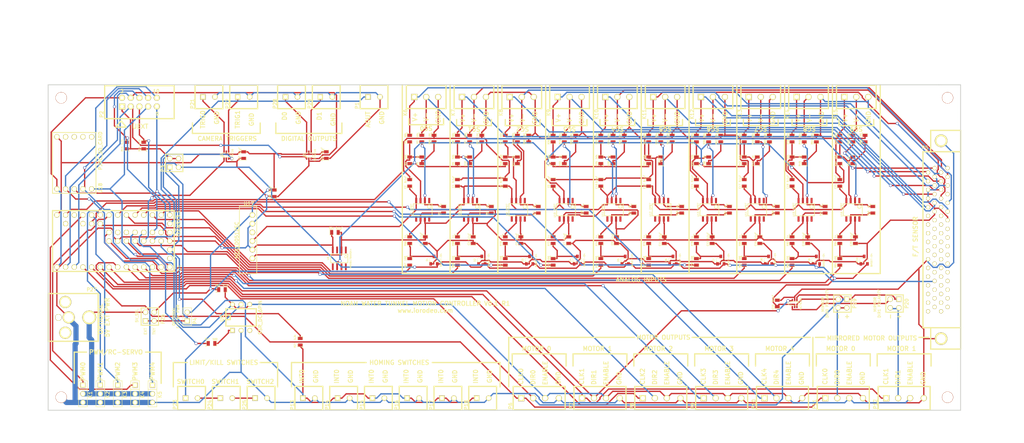
<source format=kicad_pcb>
(kicad_pcb (version 3) (host pcbnew "(2013-jul-07)-stable")
  (layers (15 F.Cu signal) (0 B.Cu signal) (18 B.Paste user) (19 F.Paste user) (20 B.SilkS user) (21 F.SilkS user) (22 B.Mask user) (23 F.Mask user) (28 Edge.Cuts user))
  (net 0 "")
  (net 1 /+12V)
  (net 2 /-12V)
  (net 3 /10V_REF)
  (net 4 /3V3_TNY)
  (net 5 /5V_EXT)
  (net 6 /5V_SEL)
  (net 7 /5V_TNY)
  (net 8 /AGND)
  (net 9 /AOUT)
  (net 10 /CLK0)
  (net 11 /CLK1)
  (net 12 /CLK2)
  (net 13 /CLK3)
  (net 14 /CLK4)
  (net 15 /D0,RX)
  (net 16 /D1,TX)
  (net 17 /D11,MOSI)
  (net 18 /D12,MISO)
  (net 19 /D13,SCK)
  (net 20 /D29,SCL)
  (net 21 /D30,SDA)
  (net 22 /DIR0)
  (net 23 /DIR0_INV)
  (net 24 /DIR0_SEL)
  (net 25 /DIR1)
  (net 26 /DIR1_INV)
  (net 27 /DIR1_SEL)
  (net 28 /DIR2)
  (net 29 /DIR3)
  (net 30 /DIR4)
  (net 31 /GND)
  (net 32 /HW_EN)
  (net 33 /INT0)
  (net 34 /PWM0)
  (net 35 /PWM1)
  (net 36 /PWM2)
  (net 37 /PWM3)
  (net 38 /PWM4,D10,CS)
  (net 39 /SG0)
  (net 40 /SG0_OUT)
  (net 41 /SG0_REF)
  (net 42 /SG1)
  (net 43 /SG1_OUT)
  (net 44 /SG1_REF)
  (net 45 /SG2)
  (net 46 /SG2_OUT)
  (net 47 /SG2_REF)
  (net 48 /SG3)
  (net 49 /SG3_OUT)
  (net 50 /SG3_REF)
  (net 51 /SG4)
  (net 52 /SG4_OUT)
  (net 53 /SG4_REF)
  (net 54 /SG5)
  (net 55 /SG5_OUT)
  (net 56 /SG5_REF)
  (net 57 /SG6)
  (net 58 /SG6_OUT)
  (net 59 /SG6_REF)
  (net 60 /SG7)
  (net 61 /SG7_OUT)
  (net 62 /SG7_REF)
  (net 63 /SG8)
  (net 64 /SG8_OUT)
  (net 65 /SG8_REF)
  (net 66 /SG9)
  (net 67 /SG9_OUT)
  (net 68 /SG9_REF)
  (net 69 /SW_EN)
  (net 70 /TRIG0)
  (net 71 /TRIG1)
  (net 72 /VUEXT)
  (net 73 N-000001)
  (net 74 N-0000010)
  (net 75 N-00000101)
  (net 76 N-00000103)
  (net 77 N-00000105)
  (net 78 N-00000106)
  (net 79 N-0000011)
  (net 80 N-00000112)
  (net 81 N-00000113)
  (net 82 N-0000012)
  (net 83 N-00000122)
  (net 84 N-00000124)
  (net 85 N-00000125)
  (net 86 N-00000127)
  (net 87 N-00000128)
  (net 88 N-0000013)
  (net 89 N-00000130)
  (net 90 N-00000135)
  (net 91 N-00000136)
  (net 92 N-00000137)
  (net 93 N-00000138)
  (net 94 N-00000139)
  (net 95 N-0000014)
  (net 96 N-00000140)
  (net 97 N-00000141)
  (net 98 N-00000142)
  (net 99 N-00000143)
  (net 100 N-0000015)
  (net 101 N-0000016)
  (net 102 N-0000017)
  (net 103 N-0000018)
  (net 104 N-0000019)
  (net 105 N-000002)
  (net 106 N-0000020)
  (net 107 N-0000021)
  (net 108 N-0000022)
  (net 109 N-0000023)
  (net 110 N-0000024)
  (net 111 N-0000025)
  (net 112 N-0000026)
  (net 113 N-0000028)
  (net 114 N-0000029)
  (net 115 N-000003)
  (net 116 N-0000030)
  (net 117 N-0000032)
  (net 118 N-0000033)
  (net 119 N-0000034)
  (net 120 N-0000035)
  (net 121 N-0000036)
  (net 122 N-0000037)
  (net 123 N-0000045)
  (net 124 N-000005)
  (net 125 N-0000051)
  (net 126 N-0000052)
  (net 127 N-000006)
  (net 128 N-000007)
  (net 129 N-000008)
  (net 130 N-000009)
  (net 131 N-0000098)
  (module TEENSY3X (layer F.Cu) (at 69.85 96.52 90)
    (fp_text reference U1 (at -7.874 19.304 90) (layer F.SilkS))
    (fp_text value TEENSY3.1 (at 5.08 19.05 90) (layer F.SilkS) (effects (font (size 1.016 1.016) (thickness 0.2032))))
    (pad 1 thru_hole circle (at -7.62 -16.51 90) (size 1.524 1.524) (drill 1.016) (layers *.Cu *.Mask F.SilkS) (net 31 /GND))
    (pad 2 thru_hole circle (at -7.62 -13.97 90) (size 1.524 1.524) (drill 1.016) (layers *.Cu *.Mask F.SilkS) (net 15 /D0,RX))
    (pad 3 thru_hole circle (at -7.62 -11.43 90) (size 1.524 1.524) (drill 1.016) (layers *.Cu *.Mask F.SilkS) (net 16 /D1,TX))
    (pad 4 thru_hole circle (at -7.62 -8.89 90) (size 1.524 1.524) (drill 1.016) (layers *.Cu *.Mask F.SilkS) (net 10 /CLK0))
    (pad 5 thru_hole circle (at -7.62 -6.35 90) (size 1.524 1.524) (drill 1.016) (layers *.Cu *.Mask F.SilkS) (net 22 /DIR0))
    (pad 6 thru_hole circle (at -7.62 -3.81 90) (size 1.524 1.524) (drill 1.016) (layers *.Cu *.Mask F.SilkS) (net 11 /CLK1))
    (pad 7 thru_hole circle (at -7.62 -1.27 90) (size 1.524 1.524) (drill 1.016) (layers *.Cu *.Mask F.SilkS) (net 25 /DIR1))
    (pad 8 thru_hole circle (at -7.62 1.27 90) (size 1.524 1.524) (drill 1.016) (layers *.Cu *.Mask F.SilkS) (net 12 /CLK2))
    (pad 9 thru_hole circle (at -7.62 3.81 90) (size 1.524 1.524) (drill 1.016) (layers *.Cu *.Mask F.SilkS) (net 28 /DIR2))
    (pad 10 thru_hole circle (at -7.62 6.35 90) (size 1.524 1.524) (drill 1.016) (layers *.Cu *.Mask F.SilkS) (net 13 /CLK3))
    (pad 11 thru_hole circle (at -7.62 8.89 90) (size 1.524 1.524) (drill 1.016) (layers *.Cu *.Mask F.SilkS) (net 29 /DIR3))
    (pad 12 thru_hole circle (at -7.62 11.43 90) (size 1.524 1.524) (drill 1.016) (layers *.Cu *.Mask F.SilkS) (net 38 /PWM4,D10,CS))
    (pad 13 thru_hole circle (at -7.62 13.97 90) (size 1.524 1.524) (drill 1.016) (layers *.Cu *.Mask F.SilkS) (net 17 /D11,MOSI))
    (pad 14 thru_hole circle (at -7.62 16.51 90) (size 1.524 1.524) (drill 1.016) (layers *.Cu *.Mask F.SilkS) (net 18 /D12,MISO))
    (pad 15 thru_hole circle (at -5.08 16.51 90) (size 1.524 1.524) (drill 1.016) (layers *.Cu *.Mask F.SilkS))
    (pad 16 thru_hole circle (at -2.54 16.51 90) (size 1.524 1.524) (drill 1.016) (layers *.Cu *.Mask F.SilkS) (net 4 /3V3_TNY))
    (pad 17 thru_hole circle (at 0 16.51 90) (size 1.524 1.524) (drill 1.016) (layers *.Cu *.Mask F.SilkS) (net 31 /GND))
    (pad 18 thru_hole circle (at 2.54 16.51 90) (size 1.524 1.524) (drill 1.016) (layers *.Cu *.Mask F.SilkS))
    (pad 19 thru_hole circle (at 5.08 16.51 90) (size 1.524 1.524) (drill 1.016) (layers *.Cu *.Mask F.SilkS) (net 9 /AOUT))
    (pad 20 thru_hole circle (at 7.62 16.51 90) (size 1.524 1.524) (drill 1.016) (layers *.Cu *.Mask F.SilkS) (net 19 /D13,SCK))
    (pad 21 thru_hole circle (at 7.62 13.97 90) (size 1.524 1.524) (drill 1.016) (layers *.Cu *.Mask F.SilkS) (net 39 /SG0))
    (pad 22 thru_hole circle (at 7.62 11.43 90) (size 1.524 1.524) (drill 1.016) (layers *.Cu *.Mask F.SilkS) (net 42 /SG1))
    (pad 23 thru_hole circle (at 7.62 8.89 90) (size 1.524 1.524) (drill 1.016) (layers *.Cu *.Mask F.SilkS) (net 45 /SG2))
    (pad 24 thru_hole circle (at 7.62 6.35 90) (size 1.524 1.524) (drill 1.016) (layers *.Cu *.Mask F.SilkS) (net 48 /SG3))
    (pad 25 thru_hole circle (at 7.62 3.81 90) (size 1.524 1.524) (drill 1.016) (layers *.Cu *.Mask F.SilkS) (net 51 /SG4))
    (pad 26 thru_hole circle (at 7.62 1.27 90) (size 1.524 1.524) (drill 1.016) (layers *.Cu *.Mask F.SilkS) (net 54 /SG5))
    (pad 27 thru_hole circle (at 7.62 -1.27 90) (size 1.524 1.524) (drill 1.016) (layers *.Cu *.Mask F.SilkS) (net 34 /PWM0))
    (pad 28 thru_hole circle (at 7.62 -3.81 90) (size 1.524 1.524) (drill 1.016) (layers *.Cu *.Mask F.SilkS) (net 35 /PWM1))
    (pad 29 thru_hole circle (at 7.62 -6.35 90) (size 1.524 1.524) (drill 1.016) (layers *.Cu *.Mask F.SilkS) (net 36 /PWM2))
    (pad 30 thru_hole circle (at 7.62 -8.89 90) (size 1.524 1.524) (drill 1.016) (layers *.Cu *.Mask F.SilkS) (net 37 /PWM3))
    (pad 31 thru_hole circle (at 7.62 -11.43 90) (size 1.524 1.524) (drill 1.016) (layers *.Cu *.Mask F.SilkS))
    (pad 32 thru_hole circle (at 7.62 -13.97 90) (size 1.524 1.524) (drill 1.016) (layers *.Cu *.Mask F.SilkS) (net 8 /AGND))
    (pad 33 thru_hole circle (at 7.62 -16.51 90) (size 1.524 1.524) (drill 1.016) (layers *.Cu *.Mask F.SilkS) (net 7 /5V_TNY))
    (pad 34 thru_hole circle (at 0 -1.27 90) (size 1.524 1.524) (drill 1.016) (layers *.Cu *.Mask F.SilkS) (net 63 /SG8))
    (pad 35 thru_hole circle (at 0 1.27 90) (size 1.524 1.524) (drill 1.016) (layers *.Cu *.Mask F.SilkS) (net 31 /GND))
    (pad 36 thru_hole circle (at 0 3.81 90) (size 1.524 1.524) (drill 1.016) (layers *.Cu *.Mask F.SilkS) (net 14 /CLK4))
    (pad 37 thru_hole circle (at 0 6.35 90) (size 1.524 1.524) (drill 1.016) (layers *.Cu *.Mask F.SilkS) (net 30 /DIR4))
    (pad 38 thru_hole circle (at 0 8.89 90) (size 1.524 1.524) (drill 1.016) (layers *.Cu *.Mask F.SilkS) (net 70 /TRIG0))
    (pad 39 thru_hole circle (at 0 11.43 90) (size 1.524 1.524) (drill 1.016) (layers *.Cu *.Mask F.SilkS) (net 71 /TRIG1))
    (pad 40 thru_hole circle (at 0 13.97 90) (size 1.524 1.524) (drill 1.016) (layers *.Cu *.Mask F.SilkS) (net 33 /INT0))
    (pad 41 thru_hole circle (at 2.54 13.97 90) (size 1.524 1.524) (drill 1.016) (layers *.Cu *.Mask F.SilkS) (net 20 /D29,SCL))
    (pad 42 thru_hole circle (at 2.54 11.43 90) (size 1.524 1.524) (drill 1.016) (layers *.Cu *.Mask F.SilkS) (net 21 /D30,SDA))
    (pad 43 thru_hole circle (at 2.54 8.89 90) (size 1.524 1.524) (drill 1.016) (layers *.Cu *.Mask F.SilkS) (net 32 /HW_EN))
    (pad 44 thru_hole circle (at 2.54 6.35 90) (size 1.524 1.524) (drill 1.016) (layers *.Cu *.Mask F.SilkS) (net 69 /SW_EN))
    (pad 45 thru_hole circle (at 2.54 3.81 90) (size 1.524 1.524) (drill 1.016) (layers *.Cu *.Mask F.SilkS))
    (pad 46 thru_hole circle (at 2.54 1.27 90) (size 1.524 1.524) (drill 1.016) (layers *.Cu *.Mask F.SilkS))
    (pad 47 thru_hole circle (at 2.54 -1.27 90) (size 1.524 1.524) (drill 1.016) (layers *.Cu *.Mask F.SilkS) (net 66 /SG9))
    (pad 48 thru_hole circle (at 5.08 -3.81 90) (size 1.524 1.524) (drill 1.016) (layers *.Cu *.Mask F.SilkS) (net 60 /SG7))
    (pad 49 thru_hole circle (at 5.08 -6.35 90) (size 1.524 1.524) (drill 1.016) (layers *.Cu *.Mask F.SilkS) (net 57 /SG6))
    (pad 50 thru_hole circle (at 5.08 -8.89 90) (size 1.524 1.524) (drill 1.016) (layers *.Cu *.Mask F.SilkS))
    (pad 51 thru_hole circle (at 5.08 -13.97 90) (size 1.524 1.524) (drill 1.016) (layers *.Cu *.Mask F.SilkS))
  )
  (module TE_CONN_DSUB_RA_68 (layer F.Cu) (at 317.5 96.139 90)
    (fp_text reference P5 (at 26.924 -10.414 180) (layer F.SilkS))
    (fp_text value CONN_34X2 hide)
    (pad 69 thru_hole circle (at -28.955 -5.705 90) (size 3.7 3.7) (drill 2.7) (layers *.Cu *.Mask F.SilkS) (net 31 /GND))
    (pad 70 thru_hole circle (at 28.955 -5.705 90) (size 3.7 3.7) (drill 2.7) (layers *.Cu *.Mask F.SilkS) (net 31 /GND))
    (pad 1 thru_hole circle (at -20.955 -9.515 90) (size 1.2 1.2) (drill 0.8) (layers *.Cu *.Mask F.SilkS))
    (pad 2 thru_hole circle (at -19.685 -7.61 90) (size 1.2 1.2) (drill 0.8) (layers *.Cu *.Mask F.SilkS))
    (pad 3 thru_hole circle (at -18.415 -9.515 90) (size 1.2 1.2) (drill 0.8) (layers *.Cu *.Mask F.SilkS))
    (pad 4 thru_hole circle (at -17.145 -7.61 90) (size 1.2 1.2) (drill 0.8) (layers *.Cu *.Mask F.SilkS))
    (pad 5 thru_hole circle (at -15.875 -9.515 90) (size 1.2 1.2) (drill 0.8) (layers *.Cu *.Mask F.SilkS))
    (pad 6 thru_hole circle (at -14.605 -7.61 90) (size 1.2 1.2) (drill 0.8) (layers *.Cu *.Mask F.SilkS))
    (pad 7 thru_hole circle (at -13.335 -9.515 90) (size 1.2 1.2) (drill 0.8) (layers *.Cu *.Mask F.SilkS))
    (pad 8 thru_hole circle (at -12.065 -7.61 90) (size 1.2 1.2) (drill 0.8) (layers *.Cu *.Mask F.SilkS) (net 121 N-0000036))
    (pad 9 thru_hole circle (at -10.795 -9.515 90) (size 1.2 1.2) (drill 0.8) (layers *.Cu *.Mask F.SilkS))
    (pad 10 thru_hole circle (at -9.525 -7.61 90) (size 1.2 1.2) (drill 0.8) (layers *.Cu *.Mask F.SilkS))
    (pad 11 thru_hole circle (at -8.255 -9.515 90) (size 1.2 1.2) (drill 0.8) (layers *.Cu *.Mask F.SilkS))
    (pad 12 thru_hole circle (at -6.985 -7.61 90) (size 1.2 1.2) (drill 0.8) (layers *.Cu *.Mask F.SilkS))
    (pad 13 thru_hole circle (at -5.715 -9.515 90) (size 1.2 1.2) (drill 0.8) (layers *.Cu *.Mask F.SilkS) (net 31 /GND))
    (pad 14 thru_hole circle (at -4.445 -7.61 90) (size 1.2 1.2) (drill 0.8) (layers *.Cu *.Mask F.SilkS))
    (pad 15 thru_hole circle (at -3.175 -9.515 90) (size 1.2 1.2) (drill 0.8) (layers *.Cu *.Mask F.SilkS))
    (pad 16 thru_hole circle (at -1.905 -7.61 90) (size 1.2 1.2) (drill 0.8) (layers *.Cu *.Mask F.SilkS))
    (pad 17 thru_hole circle (at -0.635 -9.515 90) (size 1.2 1.2) (drill 0.8) (layers *.Cu *.Mask F.SilkS))
    (pad 18 thru_hole circle (at 0.635 -7.61 90) (size 1.2 1.2) (drill 0.8) (layers *.Cu *.Mask F.SilkS))
    (pad 19 thru_hole circle (at 1.905 -9.515 90) (size 1.2 1.2) (drill 0.8) (layers *.Cu *.Mask F.SilkS))
    (pad 20 thru_hole circle (at 3.175 -7.61 90) (size 1.2 1.2) (drill 0.8) (layers *.Cu *.Mask F.SilkS))
    (pad 21 thru_hole circle (at 4.445 -9.515 90) (size 1.2 1.2) (drill 0.8) (layers *.Cu *.Mask F.SilkS))
    (pad 22 thru_hole circle (at 5.715 -7.61 90) (size 1.2 1.2) (drill 0.8) (layers *.Cu *.Mask F.SilkS))
    (pad 23 thru_hole circle (at 6.985 -9.515 90) (size 1.2 1.2) (drill 0.8) (layers *.Cu *.Mask F.SilkS))
    (pad 24 thru_hole circle (at 8.255 -7.61 90) (size 1.2 1.2) (drill 0.8) (layers *.Cu *.Mask F.SilkS) (net 8 /AGND))
    (pad 25 thru_hole circle (at 9.525 -9.515 90) (size 1.2 1.2) (drill 0.8) (layers *.Cu *.Mask F.SilkS) (net 58 /SG6_OUT))
    (pad 26 thru_hole circle (at 10.795 -7.61 90) (size 1.2 1.2) (drill 0.8) (layers *.Cu *.Mask F.SilkS) (net 56 /SG5_REF))
    (pad 27 thru_hole circle (at 12.065 -9.515 90) (size 1.2 1.2) (drill 0.8) (layers *.Cu *.Mask F.SilkS) (net 8 /AGND))
    (pad 28 thru_hole circle (at 13.335 -7.61 90) (size 1.2 1.2) (drill 0.8) (layers *.Cu *.Mask F.SilkS) (net 52 /SG4_OUT))
    (pad 29 thru_hole circle (at 14.605 -9.515 90) (size 1.2 1.2) (drill 0.8) (layers *.Cu *.Mask F.SilkS) (net 8 /AGND))
    (pad 30 thru_hole circle (at 15.875 -7.61 90) (size 1.2 1.2) (drill 0.8) (layers *.Cu *.Mask F.SilkS) (net 49 /SG3_OUT))
    (pad 31 thru_hole circle (at 17.145 -9.515 90) (size 1.2 1.2) (drill 0.8) (layers *.Cu *.Mask F.SilkS) (net 47 /SG2_REF))
    (pad 32 thru_hole circle (at 18.415 -7.61 90) (size 1.2 1.2) (drill 0.8) (layers *.Cu *.Mask F.SilkS) (net 8 /AGND))
    (pad 33 thru_hole circle (at 19.685 -9.515 90) (size 1.2 1.2) (drill 0.8) (layers *.Cu *.Mask F.SilkS) (net 43 /SG1_OUT))
    (pad 34 thru_hole circle (at 20.955 -7.61 90) (size 1.2 1.2) (drill 0.8) (layers *.Cu *.Mask F.SilkS) (net 41 /SG0_REF))
    (pad 35 thru_hole circle (at -20.955 -5.705 90) (size 1.2 1.2) (drill 0.8) (layers *.Cu *.Mask F.SilkS))
    (pad 36 thru_hole circle (at -19.685 -3.8 90) (size 1.2 1.2) (drill 0.8) (layers *.Cu *.Mask F.SilkS))
    (pad 37 thru_hole circle (at -18.415 -5.705 90) (size 1.2 1.2) (drill 0.8) (layers *.Cu *.Mask F.SilkS))
    (pad 38 thru_hole circle (at -17.145 -3.8 90) (size 1.2 1.2) (drill 0.8) (layers *.Cu *.Mask F.SilkS))
    (pad 39 thru_hole circle (at -15.875 -5.705 90) (size 1.2 1.2) (drill 0.8) (layers *.Cu *.Mask F.SilkS))
    (pad 40 thru_hole circle (at -14.605 -3.8 90) (size 1.2 1.2) (drill 0.8) (layers *.Cu *.Mask F.SilkS))
    (pad 41 thru_hole circle (at -13.335 -5.705 90) (size 1.2 1.2) (drill 0.8) (layers *.Cu *.Mask F.SilkS))
    (pad 42 thru_hole circle (at -12.065 -3.8 90) (size 1.2 1.2) (drill 0.8) (layers *.Cu *.Mask F.SilkS))
    (pad 43 thru_hole circle (at -10.795 -5.705 90) (size 1.2 1.2) (drill 0.8) (layers *.Cu *.Mask F.SilkS))
    (pad 44 thru_hole circle (at -9.525 -3.8 90) (size 1.2 1.2) (drill 0.8) (layers *.Cu *.Mask F.SilkS))
    (pad 45 thru_hole circle (at -8.255 -5.705 90) (size 1.2 1.2) (drill 0.8) (layers *.Cu *.Mask F.SilkS))
    (pad 46 thru_hole circle (at -6.985 -3.8 90) (size 1.2 1.2) (drill 0.8) (layers *.Cu *.Mask F.SilkS))
    (pad 47 thru_hole circle (at -5.715 -5.705 90) (size 1.2 1.2) (drill 0.8) (layers *.Cu *.Mask F.SilkS))
    (pad 48 thru_hole circle (at -4.445 -3.8 90) (size 1.2 1.2) (drill 0.8) (layers *.Cu *.Mask F.SilkS))
    (pad 49 thru_hole circle (at -3.175 -5.705 90) (size 1.2 1.2) (drill 0.8) (layers *.Cu *.Mask F.SilkS))
    (pad 50 thru_hole circle (at -1.905 -3.8 90) (size 1.2 1.2) (drill 0.8) (layers *.Cu *.Mask F.SilkS))
    (pad 51 thru_hole circle (at -0.635 -5.705 90) (size 1.2 1.2) (drill 0.8) (layers *.Cu *.Mask F.SilkS))
    (pad 52 thru_hole circle (at 0.635 -3.8 90) (size 1.2 1.2) (drill 0.8) (layers *.Cu *.Mask F.SilkS))
    (pad 53 thru_hole circle (at 1.905 -5.705 90) (size 1.2 1.2) (drill 0.8) (layers *.Cu *.Mask F.SilkS))
    (pad 54 thru_hole circle (at 3.175 -3.8 90) (size 1.2 1.2) (drill 0.8) (layers *.Cu *.Mask F.SilkS))
    (pad 55 thru_hole circle (at 4.445 -5.705 90) (size 1.2 1.2) (drill 0.8) (layers *.Cu *.Mask F.SilkS))
    (pad 56 thru_hole circle (at 5.715 -3.8 90) (size 1.2 1.2) (drill 0.8) (layers *.Cu *.Mask F.SilkS) (net 8 /AGND))
    (pad 57 thru_hole circle (at 6.985 -5.705 90) (size 1.2 1.2) (drill 0.8) (layers *.Cu *.Mask F.SilkS))
    (pad 58 thru_hole circle (at 8.255 -3.8 90) (size 1.2 1.2) (drill 0.8) (layers *.Cu *.Mask F.SilkS) (net 59 /SG6_REF))
    (pad 59 thru_hole circle (at 9.525 -5.705 90) (size 1.2 1.2) (drill 0.8) (layers *.Cu *.Mask F.SilkS) (net 8 /AGND))
    (pad 60 thru_hole circle (at 10.795 -3.8 90) (size 1.2 1.2) (drill 0.8) (layers *.Cu *.Mask F.SilkS) (net 55 /SG5_OUT))
    (pad 61 thru_hole circle (at 12.065 -5.705 90) (size 1.2 1.2) (drill 0.8) (layers *.Cu *.Mask F.SilkS) (net 53 /SG4_REF))
    (pad 62 thru_hole circle (at 13.335 -3.8 90) (size 1.2 1.2) (drill 0.8) (layers *.Cu *.Mask F.SilkS))
    (pad 63 thru_hole circle (at 14.605 -5.705 90) (size 1.2 1.2) (drill 0.8) (layers *.Cu *.Mask F.SilkS) (net 50 /SG3_REF))
    (pad 64 thru_hole circle (at 15.875 -3.8 90) (size 1.2 1.2) (drill 0.8) (layers *.Cu *.Mask F.SilkS) (net 8 /AGND))
    (pad 65 thru_hole circle (at 17.145 -5.705 90) (size 1.2 1.2) (drill 0.8) (layers *.Cu *.Mask F.SilkS) (net 46 /SG2_OUT))
    (pad 66 thru_hole circle (at 18.415 -3.8 90) (size 1.2 1.2) (drill 0.8) (layers *.Cu *.Mask F.SilkS) (net 44 /SG1_REF))
    (pad 67 thru_hole circle (at 19.685 -5.705 90) (size 1.2 1.2) (drill 0.8) (layers *.Cu *.Mask F.SilkS) (net 8 /AGND))
    (pad 68 thru_hole circle (at 20.955 -3.8 90) (size 1.2 1.2) (drill 0.8) (layers *.Cu *.Mask F.SilkS) (net 40 /SG0_OUT))
  )
  (module SOT23 (layer F.Cu) (at 289.306 102.108)
    (fp_text reference D10 (at -2.032 0 90) (layer F.SilkS) (effects (font (size 0.508 0.508) (thickness 0.1016))))
    (fp_text value BAS07-04 (at 2.159 0 90) (layer F.SilkS) (effects (font (size 0.50038 0.50038) (thickness 0.09906))))
    (pad 3 smd rect (at 0 -1.09982) (size 0.8001 1.00076) (layers F.Cu F.Paste F.Mask) (net 81 N-00000113))
    (pad 2 smd rect (at 0.9525 1.09982) (size 0.8001 1.00076) (layers F.Cu F.Paste F.Mask) (net 4 /3V3_TNY))
    (pad 1 smd rect (at -0.9525 1.09982) (size 0.8001 1.00076) (layers F.Cu F.Paste F.Mask) (net 8 /AGND))
  )
  (module SOT23 (layer F.Cu) (at 275.336 102.108)
    (fp_text reference D9 (at -2.032 0 90) (layer F.SilkS) (effects (font (size 0.508 0.508) (thickness 0.1016))))
    (fp_text value BAS07-04 (at 2.159 0 90) (layer F.SilkS) (effects (font (size 0.50038 0.50038) (thickness 0.09906))))
    (pad 3 smd rect (at 0 -1.09982) (size 0.8001 1.00076) (layers F.Cu F.Paste F.Mask) (net 86 N-00000127))
    (pad 2 smd rect (at 0.9525 1.09982) (size 0.8001 1.00076) (layers F.Cu F.Paste F.Mask) (net 4 /3V3_TNY))
    (pad 1 smd rect (at -0.9525 1.09982) (size 0.8001 1.00076) (layers F.Cu F.Paste F.Mask) (net 8 /AGND))
  )
  (module SOT23 (layer F.Cu) (at 261.366 102.108)
    (fp_text reference D8 (at -2.032 -0.127 90) (layer F.SilkS) (effects (font (size 0.508 0.508) (thickness 0.1016))))
    (fp_text value BAS07-04 (at 1.905 -0.127 90) (layer F.SilkS) (effects (font (size 0.50038 0.50038) (thickness 0.09906))))
    (pad 3 smd rect (at 0 -1.09982) (size 0.8001 1.00076) (layers F.Cu F.Paste F.Mask) (net 83 N-00000122))
    (pad 2 smd rect (at 0.9525 1.09982) (size 0.8001 1.00076) (layers F.Cu F.Paste F.Mask) (net 4 /3V3_TNY))
    (pad 1 smd rect (at -0.9525 1.09982) (size 0.8001 1.00076) (layers F.Cu F.Paste F.Mask) (net 8 /AGND))
  )
  (module SOT23 (layer F.Cu) (at 247.396 102.108)
    (fp_text reference D7 (at -2.032 0 90) (layer F.SilkS) (effects (font (size 0.508 0.508) (thickness 0.1016))))
    (fp_text value BAS07-04 (at 2.286 0 90) (layer F.SilkS) (effects (font (size 0.50038 0.50038) (thickness 0.09906))))
    (pad 3 smd rect (at 0 -1.09982) (size 0.8001 1.00076) (layers F.Cu F.Paste F.Mask) (net 85 N-00000125))
    (pad 2 smd rect (at 0.9525 1.09982) (size 0.8001 1.00076) (layers F.Cu F.Paste F.Mask) (net 4 /3V3_TNY))
    (pad 1 smd rect (at -0.9525 1.09982) (size 0.8001 1.00076) (layers F.Cu F.Paste F.Mask) (net 8 /AGND))
  )
  (module SOT23 (layer F.Cu) (at 233.426 102.108)
    (fp_text reference D6 (at -2.032 0 90) (layer F.SilkS) (effects (font (size 0.508 0.508) (thickness 0.1016))))
    (fp_text value BAS07-04 (at 2.032 0 90) (layer F.SilkS) (effects (font (size 0.50038 0.50038) (thickness 0.09906))))
    (pad 3 smd rect (at 0 -1.09982) (size 0.8001 1.00076) (layers F.Cu F.Paste F.Mask) (net 76 N-00000103))
    (pad 2 smd rect (at 0.9525 1.09982) (size 0.8001 1.00076) (layers F.Cu F.Paste F.Mask) (net 4 /3V3_TNY))
    (pad 1 smd rect (at -0.9525 1.09982) (size 0.8001 1.00076) (layers F.Cu F.Paste F.Mask) (net 8 /AGND))
  )
  (module SOT23 (layer F.Cu) (at 219.456 102.108)
    (fp_text reference D5 (at -2.032 0 90) (layer F.SilkS) (effects (font (size 0.508 0.508) (thickness 0.1016))))
    (fp_text value BAS07-04 (at 2.032 0 90) (layer F.SilkS) (effects (font (size 0.50038 0.50038) (thickness 0.09906))))
    (pad 3 smd rect (at 0 -1.09982) (size 0.8001 1.00076) (layers F.Cu F.Paste F.Mask) (net 77 N-00000105))
    (pad 2 smd rect (at 0.9525 1.09982) (size 0.8001 1.00076) (layers F.Cu F.Paste F.Mask) (net 4 /3V3_TNY))
    (pad 1 smd rect (at -0.9525 1.09982) (size 0.8001 1.00076) (layers F.Cu F.Paste F.Mask) (net 8 /AGND))
  )
  (module SOT23 (layer F.Cu) (at 205.486 102.108)
    (fp_text reference D4 (at -2.032 0 90) (layer F.SilkS) (effects (font (size 0.508 0.508) (thickness 0.1016))))
    (fp_text value BAS07-04 (at 2.032 0 90) (layer F.SilkS) (effects (font (size 0.50038 0.50038) (thickness 0.09906))))
    (pad 3 smd rect (at 0 -1.09982) (size 0.8001 1.00076) (layers F.Cu F.Paste F.Mask) (net 131 N-0000098))
    (pad 2 smd rect (at 0.9525 1.09982) (size 0.8001 1.00076) (layers F.Cu F.Paste F.Mask) (net 4 /3V3_TNY))
    (pad 1 smd rect (at -0.9525 1.09982) (size 0.8001 1.00076) (layers F.Cu F.Paste F.Mask) (net 8 /AGND))
  )
  (module SOT23 (layer F.Cu) (at 191.516 102.108)
    (fp_text reference D3 (at -2.032 0 90) (layer F.SilkS) (effects (font (size 0.508 0.508) (thickness 0.1016))))
    (fp_text value BAS07-04 (at 1.905 0.127 90) (layer F.SilkS) (effects (font (size 0.50038 0.50038) (thickness 0.09906))))
    (pad 3 smd rect (at 0 -1.09982) (size 0.8001 1.00076) (layers F.Cu F.Paste F.Mask) (net 75 N-00000101))
    (pad 2 smd rect (at 0.9525 1.09982) (size 0.8001 1.00076) (layers F.Cu F.Paste F.Mask) (net 4 /3V3_TNY))
    (pad 1 smd rect (at -0.9525 1.09982) (size 0.8001 1.00076) (layers F.Cu F.Paste F.Mask) (net 8 /AGND))
  )
  (module SOT23 (layer F.Cu) (at 177.546 102.108)
    (fp_text reference D2 (at -2.032 0 90) (layer F.SilkS) (effects (font (size 0.508 0.508) (thickness 0.1016))))
    (fp_text value BAS07-04 (at 2.032 0 90) (layer F.SilkS) (effects (font (size 0.50038 0.50038) (thickness 0.09906))))
    (pad 3 smd rect (at 0 -1.09982) (size 0.8001 1.00076) (layers F.Cu F.Paste F.Mask) (net 78 N-00000106))
    (pad 2 smd rect (at 0.9525 1.09982) (size 0.8001 1.00076) (layers F.Cu F.Paste F.Mask) (net 4 /3V3_TNY))
    (pad 1 smd rect (at -0.9525 1.09982) (size 0.8001 1.00076) (layers F.Cu F.Paste F.Mask) (net 8 /AGND))
  )
  (module SOT23 (layer F.Cu) (at 163.576 102.108)
    (fp_text reference D1 (at -2.032 -0.127 90) (layer F.SilkS) (effects (font (size 0.508 0.508) (thickness 0.1016))))
    (fp_text value BAS07-04 (at 2.032 0 90) (layer F.SilkS) (effects (font (size 0.50038 0.50038) (thickness 0.09906))))
    (pad 3 smd rect (at 0 -1.09982) (size 0.8001 1.00076) (layers F.Cu F.Paste F.Mask) (net 122 N-0000037))
    (pad 2 smd rect (at 0.9525 1.09982) (size 0.8001 1.00076) (layers F.Cu F.Paste F.Mask) (net 4 /3V3_TNY))
    (pad 1 smd rect (at -0.9525 1.09982) (size 0.8001 1.00076) (layers F.Cu F.Paste F.Mask) (net 8 /AGND))
  )
  (module SM0805 (layer F.Cu) (at 249.936 87.376 270)
    (fp_text reference R34 (at 1.016 1.27 270) (layer F.SilkS) (effects (font (size 0.50038 0.50038) (thickness 0.10922))))
    (fp_text value 3k (at -1.016 1.27 270) (layer F.SilkS) (effects (font (size 0.50038 0.50038) (thickness 0.10922))))
    (pad 1 smd rect (at -0.9525 0 270) (size 0.889 1.397) (layers F.Cu F.Paste F.Mask) (net 92 N-00000137))
    (pad 2 smd rect (at 0.9525 0 270) (size 0.889 1.397) (layers F.Cu F.Paste F.Mask) (net 80 N-00000112))
  )
  (module SM0805 (layer F.Cu) (at 271.78 66.548 270)
    (fp_text reference R45 (at 1.016 1.27 270) (layer F.SilkS) (effects (font (size 0.50038 0.50038) (thickness 0.10922))))
    (fp_text value 50k (at -1.016 1.27 270) (layer F.SilkS) (effects (font (size 0.50038 0.50038) (thickness 0.10922))))
    (pad 1 smd rect (at -0.9525 0 270) (size 0.889 1.397) (layers F.Cu F.Paste F.Mask) (net 65 /SG8_REF))
    (pad 2 smd rect (at 0.9525 0 270) (size 0.889 1.397) (layers F.Cu F.Paste F.Mask) (net 97 N-00000141))
  )
  (module SM0805 (layer F.Cu) (at 268.224 66.548 270)
    (fp_text reference R46 (at 1.016 1.27 270) (layer F.SilkS) (effects (font (size 0.50038 0.50038) (thickness 0.10922))))
    (fp_text value 50k (at -1.016 1.27 270) (layer F.SilkS) (effects (font (size 0.50038 0.50038) (thickness 0.10922))))
    (pad 1 smd rect (at -0.9525 0 270) (size 0.889 1.397) (layers F.Cu F.Paste F.Mask) (net 64 /SG8_OUT))
    (pad 2 smd rect (at 0.9525 0 270) (size 0.889 1.397) (layers F.Cu F.Paste F.Mask) (net 90 N-00000135))
  )
  (module SM0805 (layer F.Cu) (at 277.876 87.376 270)
    (fp_text reference R44 (at 1.016 1.27 270) (layer F.SilkS) (effects (font (size 0.50038 0.50038) (thickness 0.10922))))
    (fp_text value 3k (at -1.016 1.27 270) (layer F.SilkS) (effects (font (size 0.50038 0.50038) (thickness 0.10922))))
    (pad 1 smd rect (at -0.9525 0 270) (size 0.889 1.397) (layers F.Cu F.Paste F.Mask) (net 97 N-00000141))
    (pad 2 smd rect (at 0.9525 0 270) (size 0.889 1.397) (layers F.Cu F.Paste F.Mask) (net 89 N-00000130))
  )
  (module SM0805 (layer F.Cu) (at 282.194 72.898 90)
    (fp_text reference R54 (at -1.016 -1.27 90) (layer F.SilkS) (effects (font (size 0.50038 0.50038) (thickness 0.10922))))
    (fp_text value 50k (at 1.016 -1.27 90) (layer F.SilkS) (effects (font (size 0.50038 0.50038) (thickness 0.10922))))
    (pad 1 smd rect (at -0.9525 0 90) (size 0.889 1.397) (layers F.Cu F.Paste F.Mask) (net 3 /10V_REF))
    (pad 2 smd rect (at 0.9525 0 90) (size 0.889 1.397) (layers F.Cu F.Paste F.Mask) (net 99 N-00000143))
  )
  (module SM0805 (layer F.Cu) (at 254.254 72.898 90)
    (fp_text reference R42 (at -1.016 -1.27 90) (layer F.SilkS) (effects (font (size 0.50038 0.50038) (thickness 0.10922))))
    (fp_text value 50k (at 1.016 -1.27 90) (layer F.SilkS) (effects (font (size 0.50038 0.50038) (thickness 0.10922))))
    (pad 1 smd rect (at -0.9525 0 90) (size 0.889 1.397) (layers F.Cu F.Paste F.Mask) (net 3 /10V_REF))
    (pad 2 smd rect (at 0.9525 0 90) (size 0.889 1.397) (layers F.Cu F.Paste F.Mask) (net 96 N-00000140))
  )
  (module SM0805 (layer F.Cu) (at 258.064 72.898 90)
    (fp_text reference R43 (at -1.016 -1.27 90) (layer F.SilkS) (effects (font (size 0.50038 0.50038) (thickness 0.10922))))
    (fp_text value 3k (at 1.016 -1.27 90) (layer F.SilkS) (effects (font (size 0.50038 0.50038) (thickness 0.10922))))
    (pad 1 smd rect (at -0.9525 0 90) (size 0.889 1.397) (layers F.Cu F.Paste F.Mask) (net 114 N-0000029))
    (pad 2 smd rect (at 0.9525 0 90) (size 0.889 1.397) (layers F.Cu F.Paste F.Mask) (net 96 N-00000140))
  )
  (module SM0805 (layer F.Cu) (at 258.064 66.548 270)
    (fp_text reference R40 (at 1.016 1.27 270) (layer F.SilkS) (effects (font (size 0.50038 0.50038) (thickness 0.10922))))
    (fp_text value 50k (at -1.016 1.27 270) (layer F.SilkS) (effects (font (size 0.50038 0.50038) (thickness 0.10922))))
    (pad 1 smd rect (at -0.9525 0 270) (size 0.889 1.397) (layers F.Cu F.Paste F.Mask) (net 62 /SG7_REF))
    (pad 2 smd rect (at 0.9525 0 270) (size 0.889 1.397) (layers F.Cu F.Paste F.Mask) (net 98 N-00000142))
  )
  (module SM0805 (layer F.Cu) (at 254.254 66.548 270)
    (fp_text reference R41 (at 1.016 1.27 270) (layer F.SilkS) (effects (font (size 0.50038 0.50038) (thickness 0.10922))))
    (fp_text value 50k (at -1.016 1.27 270) (layer F.SilkS) (effects (font (size 0.50038 0.50038) (thickness 0.10922))))
    (pad 1 smd rect (at -0.9525 0 270) (size 0.889 1.397) (layers F.Cu F.Paste F.Mask) (net 61 /SG7_OUT))
    (pad 2 smd rect (at 0.9525 0 270) (size 0.889 1.397) (layers F.Cu F.Paste F.Mask) (net 96 N-00000140))
  )
  (module SM0805 (layer F.Cu) (at 263.906 87.376 270)
    (fp_text reference R39 (at 1.016 1.27 270) (layer F.SilkS) (effects (font (size 0.50038 0.50038) (thickness 0.10922))))
    (fp_text value 3k (at -1.016 1.27 270) (layer F.SilkS) (effects (font (size 0.50038 0.50038) (thickness 0.10922))))
    (pad 1 smd rect (at -0.9525 0 270) (size 0.889 1.397) (layers F.Cu F.Paste F.Mask) (net 98 N-00000142))
    (pad 2 smd rect (at 0.9525 0 270) (size 0.889 1.397) (layers F.Cu F.Paste F.Mask) (net 84 N-00000124))
  )
  (module SM0805 (layer F.Cu) (at 282.194 79.502 90)
    (fp_text reference C21 (at -1.016 -1.27 90) (layer F.SilkS) (effects (font (size 0.50038 0.50038) (thickness 0.10922))))
    (fp_text value 0.1uF (at 1.27 -1.27 90) (layer F.SilkS) (effects (font (size 0.50038 0.50038) (thickness 0.10922))))
    (pad 1 smd rect (at -0.9525 0 90) (size 0.889 1.397) (layers F.Cu F.Paste F.Mask) (net 2 /-12V))
    (pad 2 smd rect (at 0.9525 0 90) (size 0.889 1.397) (layers F.Cu F.Paste F.Mask) (net 8 /AGND))
  )
  (module SM0805 (layer F.Cu) (at 240.284 72.898 90)
    (fp_text reference R37 (at -1.016 -1.27 90) (layer F.SilkS) (effects (font (size 0.50038 0.50038) (thickness 0.10922))))
    (fp_text value 50k (at 1.016 -1.27 90) (layer F.SilkS) (effects (font (size 0.50038 0.50038) (thickness 0.10922))))
    (pad 1 smd rect (at -0.9525 0 90) (size 0.889 1.397) (layers F.Cu F.Paste F.Mask) (net 3 /10V_REF))
    (pad 2 smd rect (at 0.9525 0 90) (size 0.889 1.397) (layers F.Cu F.Paste F.Mask) (net 91 N-00000136))
  )
  (module SM0805 (layer F.Cu) (at 243.84 72.898 90)
    (fp_text reference R38 (at -1.016 -1.27 90) (layer F.SilkS) (effects (font (size 0.50038 0.50038) (thickness 0.10922))))
    (fp_text value 3k (at 1.016 -1.27 90) (layer F.SilkS) (effects (font (size 0.50038 0.50038) (thickness 0.10922))))
    (pad 1 smd rect (at -0.9525 0 90) (size 0.889 1.397) (layers F.Cu F.Paste F.Mask) (net 116 N-0000030))
    (pad 2 smd rect (at 0.9525 0 90) (size 0.889 1.397) (layers F.Cu F.Paste F.Mask) (net 91 N-00000136))
  )
  (module SM0805 (layer F.Cu) (at 243.84 66.548 270)
    (fp_text reference R35 (at 1.016 1.27 270) (layer F.SilkS) (effects (font (size 0.50038 0.50038) (thickness 0.10922))))
    (fp_text value 50k (at -1.016 1.27 270) (layer F.SilkS) (effects (font (size 0.50038 0.50038) (thickness 0.10922))))
    (pad 1 smd rect (at -0.9525 0 270) (size 0.889 1.397) (layers F.Cu F.Paste F.Mask) (net 59 /SG6_REF))
    (pad 2 smd rect (at 0.9525 0 270) (size 0.889 1.397) (layers F.Cu F.Paste F.Mask) (net 92 N-00000137))
  )
  (module SM0805 (layer F.Cu) (at 240.284 66.548 270)
    (fp_text reference R36 (at 1.016 1.27 270) (layer F.SilkS) (effects (font (size 0.50038 0.50038) (thickness 0.10922))))
    (fp_text value 50k (at -1.016 1.27 270) (layer F.SilkS) (effects (font (size 0.50038 0.50038) (thickness 0.10922))))
    (pad 1 smd rect (at -0.9525 0 270) (size 0.889 1.397) (layers F.Cu F.Paste F.Mask) (net 58 /SG6_OUT))
    (pad 2 smd rect (at 0.9525 0 270) (size 0.889 1.397) (layers F.Cu F.Paste F.Mask) (net 91 N-00000136))
  )
  (module SM0805 (layer F.Cu) (at 271.78 72.898 90)
    (fp_text reference R49 (at -1.016 -1.27 90) (layer F.SilkS) (effects (font (size 0.50038 0.50038) (thickness 0.10922))))
    (fp_text value 3k (at 1.016 -1.27 90) (layer F.SilkS) (effects (font (size 0.50038 0.50038) (thickness 0.10922))))
    (pad 1 smd rect (at -0.9525 0 90) (size 0.889 1.397) (layers F.Cu F.Paste F.Mask) (net 113 N-0000028))
    (pad 2 smd rect (at 0.9525 0 90) (size 0.889 1.397) (layers F.Cu F.Paste F.Mask) (net 90 N-00000135))
  )
  (module SM0805 (layer F.Cu) (at 286.766 96.266 270)
    (fp_text reference C20 (at 1.016 1.27 270) (layer F.SilkS) (effects (font (size 0.50038 0.50038) (thickness 0.10922))))
    (fp_text value 0.1uF (at -1.27 1.27 270) (layer F.SilkS) (effects (font (size 0.50038 0.50038) (thickness 0.10922))))
    (pad 1 smd rect (at -0.9525 0 270) (size 0.889 1.397) (layers F.Cu F.Paste F.Mask) (net 1 /+12V))
    (pad 2 smd rect (at 0.9525 0 270) (size 0.889 1.397) (layers F.Cu F.Paste F.Mask) (net 8 /AGND))
  )
  (module SM0805 (layer F.Cu) (at 226.314 72.898 90)
    (fp_text reference R32 (at -1.016 -1.27 90) (layer F.SilkS) (effects (font (size 0.50038 0.50038) (thickness 0.10922))))
    (fp_text value 50k (at 1.016 -1.27 90) (layer F.SilkS) (effects (font (size 0.50038 0.50038) (thickness 0.10922))))
    (pad 1 smd rect (at -0.9525 0 90) (size 0.889 1.397) (layers F.Cu F.Paste F.Mask) (net 3 /10V_REF))
    (pad 2 smd rect (at 0.9525 0 90) (size 0.889 1.397) (layers F.Cu F.Paste F.Mask) (net 93 N-00000138))
  )
  (module SM0805 (layer F.Cu) (at 229.87 72.898 90)
    (fp_text reference R33 (at 0 -0.3175 90) (layer F.SilkS) (effects (font (size 0.50038 0.50038) (thickness 0.10922))))
    (fp_text value 3k (at 0 0.381 90) (layer F.SilkS) (effects (font (size 0.50038 0.50038) (thickness 0.10922))))
    (pad 1 smd rect (at -0.9525 0 90) (size 0.889 1.397) (layers F.Cu F.Paste F.Mask) (net 112 N-0000026))
    (pad 2 smd rect (at 0.9525 0 90) (size 0.889 1.397) (layers F.Cu F.Paste F.Mask) (net 93 N-00000138))
  )
  (module SM0805 (layer F.Cu) (at 229.87 66.548 270)
    (fp_text reference R30 (at 1.016 1.27 270) (layer F.SilkS) (effects (font (size 0.50038 0.50038) (thickness 0.10922))))
    (fp_text value 50k (at -1.016 1.27 270) (layer F.SilkS) (effects (font (size 0.50038 0.50038) (thickness 0.10922))))
    (pad 1 smd rect (at -0.9525 0 270) (size 0.889 1.397) (layers F.Cu F.Paste F.Mask) (net 56 /SG5_REF))
    (pad 2 smd rect (at 0.9525 0 270) (size 0.889 1.397) (layers F.Cu F.Paste F.Mask) (net 94 N-00000139))
  )
  (module SM0805 (layer F.Cu) (at 226.314 66.548 270)
    (fp_text reference R31 (at 1.016 1.27 270) (layer F.SilkS) (effects (font (size 0.50038 0.50038) (thickness 0.10922))))
    (fp_text value 50k (at -1.016 1.27 270) (layer F.SilkS) (effects (font (size 0.50038 0.50038) (thickness 0.10922))))
    (pad 1 smd rect (at -0.9525 0 270) (size 0.889 1.397) (layers F.Cu F.Paste F.Mask) (net 55 /SG5_OUT))
    (pad 2 smd rect (at 0.9525 0 270) (size 0.889 1.397) (layers F.Cu F.Paste F.Mask) (net 93 N-00000138))
  )
  (module SM0805 (layer F.Cu) (at 235.966 87.376 270)
    (fp_text reference R29 (at 1.016 1.27 270) (layer F.SilkS) (effects (font (size 0.50038 0.50038) (thickness 0.10922))))
    (fp_text value 3k (at -1.016 1.27 270) (layer F.SilkS) (effects (font (size 0.50038 0.50038) (thickness 0.10922))))
    (pad 1 smd rect (at -0.9525 0 270) (size 0.889 1.397) (layers F.Cu F.Paste F.Mask) (net 94 N-00000139))
    (pad 2 smd rect (at 0.9525 0 270) (size 0.889 1.397) (layers F.Cu F.Paste F.Mask) (net 100 N-0000015))
  )
  (module SM0805 (layer F.Cu) (at 116.84 82.55 270)
    (fp_text reference C25 (at 1.016 1.27 270) (layer F.SilkS) (effects (font (size 0.50038 0.50038) (thickness 0.10922))))
    (fp_text value 0.1uF (at -1.27 1.27 270) (layer F.SilkS) (effects (font (size 0.50038 0.50038) (thickness 0.10922))))
    (pad 1 smd rect (at -0.9525 0 270) (size 0.889 1.397) (layers F.Cu F.Paste F.Mask) (net 7 /5V_TNY))
    (pad 2 smd rect (at 0.9525 0 270) (size 0.889 1.397) (layers F.Cu F.Paste F.Mask) (net 31 /GND))
  )
  (module SM0805 (layer F.Cu) (at 212.344 72.898 90)
    (fp_text reference R26 (at -1.016 -1.27 90) (layer F.SilkS) (effects (font (size 0.50038 0.50038) (thickness 0.10922))))
    (fp_text value 50k (at 1.016 -1.27 90) (layer F.SilkS) (effects (font (size 0.50038 0.50038) (thickness 0.10922))))
    (pad 1 smd rect (at -0.9525 0 90) (size 0.889 1.397) (layers F.Cu F.Paste F.Mask) (net 3 /10V_REF))
    (pad 2 smd rect (at 0.9525 0 90) (size 0.889 1.397) (layers F.Cu F.Paste F.Mask) (net 101 N-0000016))
  )
  (module SM0805 (layer F.Cu) (at 215.9 72.898 90)
    (fp_text reference R28 (at -1.016 -1.27 90) (layer F.SilkS) (effects (font (size 0.50038 0.50038) (thickness 0.10922))))
    (fp_text value 3k (at 1.016 -1.27 90) (layer F.SilkS) (effects (font (size 0.50038 0.50038) (thickness 0.10922))))
    (pad 1 smd rect (at -0.9525 0 90) (size 0.889 1.397) (layers F.Cu F.Paste F.Mask) (net 117 N-0000032))
    (pad 2 smd rect (at 0.9525 0 90) (size 0.889 1.397) (layers F.Cu F.Paste F.Mask) (net 101 N-0000016))
  )
  (module SM0805 (layer F.Cu) (at 215.9 66.548 270)
    (fp_text reference R24 (at 1.016 1.27 270) (layer F.SilkS) (effects (font (size 0.50038 0.50038) (thickness 0.10922))))
    (fp_text value 50k (at -1.016 1.27 270) (layer F.SilkS) (effects (font (size 0.50038 0.50038) (thickness 0.10922))))
    (pad 1 smd rect (at -0.9525 0 270) (size 0.889 1.397) (layers F.Cu F.Paste F.Mask) (net 53 /SG4_REF))
    (pad 2 smd rect (at 0.9525 0 270) (size 0.889 1.397) (layers F.Cu F.Paste F.Mask) (net 103 N-0000018))
  )
  (module SM0805 (layer F.Cu) (at 212.344 66.548 270)
    (fp_text reference R25 (at 1.016 1.27 270) (layer F.SilkS) (effects (font (size 0.50038 0.50038) (thickness 0.10922))))
    (fp_text value 50k (at -1.016 1.27 270) (layer F.SilkS) (effects (font (size 0.50038 0.50038) (thickness 0.10922))))
    (pad 1 smd rect (at -0.9525 0 270) (size 0.889 1.397) (layers F.Cu F.Paste F.Mask) (net 52 /SG4_OUT))
    (pad 2 smd rect (at 0.9525 0 270) (size 0.889 1.397) (layers F.Cu F.Paste F.Mask) (net 101 N-0000016))
  )
  (module SM0805 (layer F.Cu) (at 221.996 87.376 270)
    (fp_text reference R23 (at 1.016 1.27 270) (layer F.SilkS) (effects (font (size 0.50038 0.50038) (thickness 0.10922))))
    (fp_text value 3k (at -1.016 1.27 270) (layer F.SilkS) (effects (font (size 0.50038 0.50038) (thickness 0.10922))))
    (pad 1 smd rect (at -0.9525 0 270) (size 0.889 1.397) (layers F.Cu F.Paste F.Mask) (net 103 N-0000018))
    (pad 2 smd rect (at 0.9525 0 270) (size 0.889 1.397) (layers F.Cu F.Paste F.Mask) (net 102 N-0000017))
  )
  (module SM0805 (layer F.Cu) (at 198.374 72.898 90)
    (fp_text reference R21 (at -1.016 -1.27 90) (layer F.SilkS) (effects (font (size 0.50038 0.50038) (thickness 0.10922))))
    (fp_text value 50k (at 1.016 -1.27 90) (layer F.SilkS) (effects (font (size 0.50038 0.50038) (thickness 0.10922))))
    (pad 1 smd rect (at -0.9525 0 90) (size 0.889 1.397) (layers F.Cu F.Paste F.Mask) (net 3 /10V_REF))
    (pad 2 smd rect (at 0.9525 0 90) (size 0.889 1.397) (layers F.Cu F.Paste F.Mask) (net 74 N-0000010))
  )
  (module SM0805 (layer F.Cu) (at 184.404 79.502 90)
    (fp_text reference C6 (at -1.016 -1.27 90) (layer F.SilkS) (effects (font (size 0.50038 0.50038) (thickness 0.10922))))
    (fp_text value 0.1uF (at 1.016 -1.27 90) (layer F.SilkS) (effects (font (size 0.50038 0.50038) (thickness 0.10922))))
    (pad 1 smd rect (at -0.9525 0 90) (size 0.889 1.397) (layers F.Cu F.Paste F.Mask) (net 2 /-12V))
    (pad 2 smd rect (at 0.9525 0 90) (size 0.889 1.397) (layers F.Cu F.Paste F.Mask) (net 8 /AGND))
  )
  (module SM0805 (layer F.Cu) (at 272.796 96.266 270)
    (fp_text reference C18 (at 1.016 1.27 270) (layer F.SilkS) (effects (font (size 0.50038 0.50038) (thickness 0.10922))))
    (fp_text value 0.1uF (at -1.27 1.27 270) (layer F.SilkS) (effects (font (size 0.50038 0.50038) (thickness 0.10922))))
    (pad 1 smd rect (at -0.9525 0 270) (size 0.889 1.397) (layers F.Cu F.Paste F.Mask) (net 1 /+12V))
    (pad 2 smd rect (at 0.9525 0 270) (size 0.889 1.397) (layers F.Cu F.Paste F.Mask) (net 8 /AGND))
  )
  (module SM0805 (layer F.Cu) (at 268.224 79.502 90)
    (fp_text reference C19 (at -1.016 -1.27 90) (layer F.SilkS) (effects (font (size 0.50038 0.50038) (thickness 0.10922))))
    (fp_text value 0.1uF (at 1.27 -1.27 90) (layer F.SilkS) (effects (font (size 0.50038 0.50038) (thickness 0.10922))))
    (pad 1 smd rect (at -0.9525 0 90) (size 0.889 1.397) (layers F.Cu F.Paste F.Mask) (net 2 /-12V))
    (pad 2 smd rect (at 0.9525 0 90) (size 0.889 1.397) (layers F.Cu F.Paste F.Mask) (net 8 /AGND))
  )
  (module SM0805 (layer F.Cu) (at 258.826 96.266 270)
    (fp_text reference C16 (at 1.016 1.27 270) (layer F.SilkS) (effects (font (size 0.50038 0.50038) (thickness 0.10922))))
    (fp_text value 0.1uF (at -1.27 1.27 270) (layer F.SilkS) (effects (font (size 0.50038 0.50038) (thickness 0.10922))))
    (pad 1 smd rect (at -0.9525 0 270) (size 0.889 1.397) (layers F.Cu F.Paste F.Mask) (net 1 /+12V))
    (pad 2 smd rect (at 0.9525 0 270) (size 0.889 1.397) (layers F.Cu F.Paste F.Mask) (net 8 /AGND))
  )
  (module SM0805 (layer F.Cu) (at 254.254 79.502 90)
    (fp_text reference C17 (at -1.016 -1.27 90) (layer F.SilkS) (effects (font (size 0.50038 0.50038) (thickness 0.10922))))
    (fp_text value 0.1uF (at 1.27 -1.27 90) (layer F.SilkS) (effects (font (size 0.50038 0.50038) (thickness 0.10922))))
    (pad 1 smd rect (at -0.9525 0 90) (size 0.889 1.397) (layers F.Cu F.Paste F.Mask) (net 2 /-12V))
    (pad 2 smd rect (at 0.9525 0 90) (size 0.889 1.397) (layers F.Cu F.Paste F.Mask) (net 8 /AGND))
  )
  (module SM0805 (layer F.Cu) (at 244.856 96.266 270)
    (fp_text reference C13 (at 1.016 1.27 270) (layer F.SilkS) (effects (font (size 0.50038 0.50038) (thickness 0.10922))))
    (fp_text value 0.1uF (at -1.27 1.27 270) (layer F.SilkS) (effects (font (size 0.50038 0.50038) (thickness 0.10922))))
    (pad 1 smd rect (at -0.9525 0 270) (size 0.889 1.397) (layers F.Cu F.Paste F.Mask) (net 1 /+12V))
    (pad 2 smd rect (at 0.9525 0 270) (size 0.889 1.397) (layers F.Cu F.Paste F.Mask) (net 8 /AGND))
  )
  (module SM0805 (layer F.Cu) (at 240.284 79.502 90)
    (fp_text reference C14 (at -1.016 -1.27 90) (layer F.SilkS) (effects (font (size 0.50038 0.50038) (thickness 0.10922))))
    (fp_text value 0.1uF (at 1.27 -1.27 90) (layer F.SilkS) (effects (font (size 0.50038 0.50038) (thickness 0.10922))))
    (pad 1 smd rect (at -0.9525 0 90) (size 0.889 1.397) (layers F.Cu F.Paste F.Mask) (net 2 /-12V))
    (pad 2 smd rect (at 0.9525 0 90) (size 0.889 1.397) (layers F.Cu F.Paste F.Mask) (net 8 /AGND))
  )
  (module SM0805 (layer F.Cu) (at 230.886 96.266 270)
    (fp_text reference C11 (at 1.016 1.27 270) (layer F.SilkS) (effects (font (size 0.50038 0.50038) (thickness 0.10922))))
    (fp_text value 0.1uF (at -1.27 1.27 270) (layer F.SilkS) (effects (font (size 0.50038 0.50038) (thickness 0.10922))))
    (pad 1 smd rect (at -0.9525 0 270) (size 0.889 1.397) (layers F.Cu F.Paste F.Mask) (net 1 /+12V))
    (pad 2 smd rect (at 0.9525 0 270) (size 0.889 1.397) (layers F.Cu F.Paste F.Mask) (net 8 /AGND))
  )
  (module SM0805 (layer F.Cu) (at 226.314 79.502 90)
    (fp_text reference C12 (at -1.016 -1.27 90) (layer F.SilkS) (effects (font (size 0.50038 0.50038) (thickness 0.10922))))
    (fp_text value 0.1uF (at 1.27 -1.27 90) (layer F.SilkS) (effects (font (size 0.50038 0.50038) (thickness 0.10922))))
    (pad 1 smd rect (at -0.9525 0 90) (size 0.889 1.397) (layers F.Cu F.Paste F.Mask) (net 2 /-12V))
    (pad 2 smd rect (at 0.9525 0 90) (size 0.889 1.397) (layers F.Cu F.Paste F.Mask) (net 8 /AGND))
  )
  (module SM0805 (layer F.Cu) (at 216.916 96.266 270)
    (fp_text reference C9 (at 1.016 1.27 270) (layer F.SilkS) (effects (font (size 0.50038 0.50038) (thickness 0.10922))))
    (fp_text value 0.1uF (at -1.016 1.27 270) (layer F.SilkS) (effects (font (size 0.50038 0.50038) (thickness 0.10922))))
    (pad 1 smd rect (at -0.9525 0 270) (size 0.889 1.397) (layers F.Cu F.Paste F.Mask) (net 1 /+12V))
    (pad 2 smd rect (at 0.9525 0 270) (size 0.889 1.397) (layers F.Cu F.Paste F.Mask) (net 8 /AGND))
  )
  (module SM0805 (layer F.Cu) (at 212.344 79.502 90)
    (fp_text reference C10 (at -1.016 -1.27 90) (layer F.SilkS) (effects (font (size 0.50038 0.50038) (thickness 0.10922))))
    (fp_text value 0.1uF (at 1.016 -1.27 90) (layer F.SilkS) (effects (font (size 0.50038 0.50038) (thickness 0.10922))))
    (pad 1 smd rect (at -0.9525 0 90) (size 0.889 1.397) (layers F.Cu F.Paste F.Mask) (net 2 /-12V))
    (pad 2 smd rect (at 0.9525 0 90) (size 0.889 1.397) (layers F.Cu F.Paste F.Mask) (net 8 /AGND))
  )
  (module SM0805 (layer F.Cu) (at 202.946 96.266 270)
    (fp_text reference C7 (at 1.016 1.27 270) (layer F.SilkS) (effects (font (size 0.50038 0.50038) (thickness 0.10922))))
    (fp_text value 0.1uF (at -1.016 1.27 270) (layer F.SilkS) (effects (font (size 0.50038 0.50038) (thickness 0.10922))))
    (pad 1 smd rect (at -0.9525 0 270) (size 0.889 1.397) (layers F.Cu F.Paste F.Mask) (net 1 /+12V))
    (pad 2 smd rect (at 0.9525 0 270) (size 0.889 1.397) (layers F.Cu F.Paste F.Mask) (net 8 /AGND))
  )
  (module SM0805 (layer F.Cu) (at 198.374 79.502 90)
    (fp_text reference C8 (at -1.016 -1.27 90) (layer F.SilkS) (effects (font (size 0.50038 0.50038) (thickness 0.10922))))
    (fp_text value 0.1uF (at 1.016 -1.27 90) (layer F.SilkS) (effects (font (size 0.50038 0.50038) (thickness 0.10922))))
    (pad 1 smd rect (at -0.9525 0 90) (size 0.889 1.397) (layers F.Cu F.Paste F.Mask) (net 2 /-12V))
    (pad 2 smd rect (at 0.9525 0 90) (size 0.889 1.397) (layers F.Cu F.Paste F.Mask) (net 8 /AGND))
  )
  (module SM0805 (layer F.Cu) (at 188.976 96.266 270)
    (fp_text reference C5 (at 1.016 1.27 270) (layer F.SilkS) (effects (font (size 0.50038 0.50038) (thickness 0.10922))))
    (fp_text value 0.1uF (at -1.016 1.27 270) (layer F.SilkS) (effects (font (size 0.50038 0.50038) (thickness 0.10922))))
    (pad 1 smd rect (at -0.9525 0 270) (size 0.889 1.397) (layers F.Cu F.Paste F.Mask) (net 1 /+12V))
    (pad 2 smd rect (at 0.9525 0 270) (size 0.889 1.397) (layers F.Cu F.Paste F.Mask) (net 8 /AGND))
  )
  (module SM0805 (layer F.Cu) (at 163.576 66.548 270)
    (fp_text reference R56 (at 1.016 1.27 270) (layer F.SilkS) (effects (font (size 0.50038 0.50038) (thickness 0.10922))))
    (fp_text value 191 (at -1.016 1.27 270) (layer F.SilkS) (effects (font (size 0.50038 0.50038) (thickness 0.10922))))
    (pad 1 smd rect (at -0.9525 0 270) (size 0.889 1.397) (layers F.Cu F.Paste F.Mask) (net 8 /AGND))
    (pad 2 smd rect (at 0.9525 0 270) (size 0.889 1.397) (layers F.Cu F.Paste F.Mask) (net 126 N-0000052))
  )
  (module SM0805 (layer F.Cu) (at 175.006 96.266 270)
    (fp_text reference C3 (at 1.016 1.27 270) (layer F.SilkS) (effects (font (size 0.50038 0.50038) (thickness 0.10922))))
    (fp_text value 0.1uF (at -1.016 1.27 270) (layer F.SilkS) (effects (font (size 0.50038 0.50038) (thickness 0.10922))))
    (pad 1 smd rect (at -0.9525 0 270) (size 0.889 1.397) (layers F.Cu F.Paste F.Mask) (net 1 /+12V))
    (pad 2 smd rect (at 0.9525 0 270) (size 0.889 1.397) (layers F.Cu F.Paste F.Mask) (net 8 /AGND))
  )
  (module SM0805 (layer F.Cu) (at 170.434 79.502 90)
    (fp_text reference C4 (at -1.016 -1.27 90) (layer F.SilkS) (effects (font (size 0.50038 0.50038) (thickness 0.10922))))
    (fp_text value 0.1uF (at 1.016 -1.27 90) (layer F.SilkS) (effects (font (size 0.50038 0.50038) (thickness 0.10922))))
    (pad 1 smd rect (at -0.9525 0 90) (size 0.889 1.397) (layers F.Cu F.Paste F.Mask) (net 2 /-12V))
    (pad 2 smd rect (at 0.9525 0 90) (size 0.889 1.397) (layers F.Cu F.Paste F.Mask) (net 8 /AGND))
  )
  (module SM0805 (layer F.Cu) (at 161.036 96.266 270)
    (fp_text reference C1 (at 1.27 1.27 270) (layer F.SilkS) (effects (font (size 0.50038 0.50038) (thickness 0.10922))))
    (fp_text value 0.1uF (at -1.27 1.27 270) (layer F.SilkS) (effects (font (size 0.50038 0.50038) (thickness 0.10922))))
    (pad 1 smd rect (at -0.9525 0 270) (size 0.889 1.397) (layers F.Cu F.Paste F.Mask) (net 1 /+12V))
    (pad 2 smd rect (at 0.9525 0 270) (size 0.889 1.397) (layers F.Cu F.Paste F.Mask) (net 8 /AGND))
  )
  (module SM0805 (layer F.Cu) (at 156.464 79.502 90)
    (fp_text reference C2 (at -1.27 -1.27 90) (layer F.SilkS) (effects (font (size 0.50038 0.50038) (thickness 0.10922))))
    (fp_text value 0.1uF (at 1.016 -1.27 90) (layer F.SilkS) (effects (font (size 0.50038 0.50038) (thickness 0.10922))))
    (pad 1 smd rect (at -0.9525 0 90) (size 0.889 1.397) (layers F.Cu F.Paste F.Mask) (net 2 /-12V))
    (pad 2 smd rect (at 0.9525 0 90) (size 0.889 1.397) (layers F.Cu F.Paste F.Mask) (net 8 /AGND))
  )
  (module SM0805 (layer F.Cu) (at 132.08 71.374 270)
    (fp_text reference C23 (at 1.016 1.27 270) (layer F.SilkS) (effects (font (size 0.50038 0.50038) (thickness 0.10922))))
    (fp_text value 0.1uF (at -1.27 1.27 270) (layer F.SilkS) (effects (font (size 0.50038 0.50038) (thickness 0.10922))))
    (pad 1 smd rect (at -0.9525 0 270) (size 0.889 1.397) (layers F.Cu F.Paste F.Mask) (net 7 /5V_TNY))
    (pad 2 smd rect (at 0.9525 0 270) (size 0.889 1.397) (layers F.Cu F.Paste F.Mask) (net 31 /GND))
  )
  (module SM0805 (layer F.Cu) (at 107.95 71.374 270)
    (fp_text reference C22 (at 1.016 1.27 270) (layer F.SilkS) (effects (font (size 0.50038 0.50038) (thickness 0.10922))))
    (fp_text value 0.1uF (at -1.27 1.27 270) (layer F.SilkS) (effects (font (size 0.50038 0.50038) (thickness 0.10922))))
    (pad 1 smd rect (at -0.9525 0 270) (size 0.889 1.397) (layers F.Cu F.Paste F.Mask) (net 7 /5V_TNY))
    (pad 2 smd rect (at 0.9525 0 270) (size 0.889 1.397) (layers F.Cu F.Paste F.Mask) (net 31 /GND))
  )
  (module SM0805 (layer F.Cu) (at 263.906 114.808 90)
    (fp_text reference C15 (at -1.016 -1.27 90) (layer F.SilkS) (effects (font (size 0.50038 0.50038) (thickness 0.10922))))
    (fp_text value 0.1uF (at 1.524 -1.27 90) (layer F.SilkS) (effects (font (size 0.50038 0.50038) (thickness 0.10922))))
    (pad 1 smd rect (at -0.9525 0 90) (size 0.889 1.397) (layers F.Cu F.Paste F.Mask) (net 4 /3V3_TNY))
    (pad 2 smd rect (at 0.9525 0 90) (size 0.889 1.397) (layers F.Cu F.Paste F.Mask) (net 31 /GND))
  )
  (module SM0805 (layer F.Cu) (at 134.62 93.98 180)
    (fp_text reference C24 (at 1.016 1.27 180) (layer F.SilkS) (effects (font (size 0.50038 0.50038) (thickness 0.10922))))
    (fp_text value 0.1uF (at -1.27 1.27 180) (layer F.SilkS) (effects (font (size 0.50038 0.50038) (thickness 0.10922))))
    (pad 1 smd rect (at -0.9525 0 180) (size 0.889 1.397) (layers F.Cu F.Paste F.Mask) (net 1 /+12V))
    (pad 2 smd rect (at 0.9525 0 180) (size 0.889 1.397) (layers F.Cu F.Paste F.Mask) (net 31 /GND))
  )
  (module SM0805 (layer F.Cu) (at 291.846 87.376 270)
    (fp_text reference R50 (at 1.016 1.27 270) (layer F.SilkS) (effects (font (size 0.50038 0.50038) (thickness 0.10922))))
    (fp_text value 3k (at -1.016 1.27 270) (layer F.SilkS) (effects (font (size 0.50038 0.50038) (thickness 0.10922))))
    (pad 1 smd rect (at -0.9525 0 270) (size 0.889 1.397) (layers F.Cu F.Paste F.Mask) (net 125 N-0000051))
    (pad 2 smd rect (at 0.9525 0 270) (size 0.889 1.397) (layers F.Cu F.Paste F.Mask) (net 87 N-00000128))
  )
  (module SM0805 (layer F.Cu) (at 282.194 66.548 270)
    (fp_text reference R52 (at 1.016 1.27 270) (layer F.SilkS) (effects (font (size 0.50038 0.50038) (thickness 0.10922))))
    (fp_text value 50k (at -1.016 1.27 270) (layer F.SilkS) (effects (font (size 0.50038 0.50038) (thickness 0.10922))))
    (pad 1 smd rect (at -0.9525 0 270) (size 0.889 1.397) (layers F.Cu F.Paste F.Mask) (net 67 /SG9_OUT))
    (pad 2 smd rect (at 0.9525 0 270) (size 0.889 1.397) (layers F.Cu F.Paste F.Mask) (net 99 N-00000143))
  )
  (module SM0805 (layer F.Cu) (at 286.004 66.548 270)
    (fp_text reference R51 (at 1.016 1.27 270) (layer F.SilkS) (effects (font (size 0.50038 0.50038) (thickness 0.10922))))
    (fp_text value 50k (at -1.016 1.27 270) (layer F.SilkS) (effects (font (size 0.50038 0.50038) (thickness 0.10922))))
    (pad 1 smd rect (at -0.9525 0 270) (size 0.889 1.397) (layers F.Cu F.Paste F.Mask) (net 68 /SG9_REF))
    (pad 2 smd rect (at 0.9525 0 270) (size 0.889 1.397) (layers F.Cu F.Paste F.Mask) (net 125 N-0000051))
  )
  (module SM0805 (layer F.Cu) (at 286.004 72.898 90)
    (fp_text reference R55 (at -1.016 -1.27 90) (layer F.SilkS) (effects (font (size 0.50038 0.50038) (thickness 0.10922))))
    (fp_text value 3k (at 0.762 -1.27 90) (layer F.SilkS) (effects (font (size 0.50038 0.50038) (thickness 0.10922))))
    (pad 1 smd rect (at -0.9525 0 90) (size 0.889 1.397) (layers F.Cu F.Paste F.Mask) (net 123 N-0000045))
    (pad 2 smd rect (at 0.9525 0 90) (size 0.889 1.397) (layers F.Cu F.Paste F.Mask) (net 99 N-00000143))
  )
  (module SM0805 (layer F.Cu) (at 268.224 72.898 90)
    (fp_text reference R48 (at -1.016 -1.27 90) (layer F.SilkS) (effects (font (size 0.50038 0.50038) (thickness 0.10922))))
    (fp_text value 50k (at 1.016 -1.27 90) (layer F.SilkS) (effects (font (size 0.50038 0.50038) (thickness 0.10922))))
    (pad 1 smd rect (at -0.9525 0 90) (size 0.889 1.397) (layers F.Cu F.Paste F.Mask) (net 3 /10V_REF))
    (pad 2 smd rect (at 0.9525 0 90) (size 0.889 1.397) (layers F.Cu F.Paste F.Mask) (net 90 N-00000135))
  )
  (module SM0805 (layer F.Cu) (at 212.344 102.616 270)
    (fp_text reference R75 (at 1.016 1.27 270) (layer F.SilkS) (effects (font (size 0.50038 0.50038) (thickness 0.10922))))
    (fp_text value 100 (at -1.016 1.27 270) (layer F.SilkS) (effects (font (size 0.50038 0.50038) (thickness 0.10922))))
    (pad 1 smd rect (at -0.9525 0 270) (size 0.889 1.397) (layers F.Cu F.Paste F.Mask) (net 77 N-00000105))
    (pad 2 smd rect (at 0.9525 0 270) (size 0.889 1.397) (layers F.Cu F.Paste F.Mask) (net 51 /SG4))
  )
  (module SM0805 (layer F.Cu) (at 289.56 66.548 270)
    (fp_text reference R65 (at 1.016 1.27 270) (layer F.SilkS) (effects (font (size 0.50038 0.50038) (thickness 0.10922))))
    (fp_text value 191 (at -1.016 1.27 270) (layer F.SilkS) (effects (font (size 0.50038 0.50038) (thickness 0.10922))))
    (pad 1 smd rect (at -0.9525 0 270) (size 0.889 1.397) (layers F.Cu F.Paste F.Mask) (net 8 /AGND))
    (pad 2 smd rect (at 0.9525 0 270) (size 0.889 1.397) (layers F.Cu F.Paste F.Mask) (net 123 N-0000045))
  )
  (module SM0805 (layer F.Cu) (at 156.464 96.266 270)
    (fp_text reference R66 (at 1.016 1.27 270) (layer F.SilkS) (effects (font (size 0.50038 0.50038) (thickness 0.10922))))
    (fp_text value 1k (at -1.016 1.27 270) (layer F.SilkS) (effects (font (size 0.50038 0.50038) (thickness 0.10922))))
    (pad 1 smd rect (at -0.9525 0 270) (size 0.889 1.397) (layers F.Cu F.Paste F.Mask) (net 104 N-0000019))
    (pad 2 smd rect (at 0.9525 0 270) (size 0.889 1.397) (layers F.Cu F.Paste F.Mask) (net 122 N-0000037))
  )
  (module SM0805 (layer F.Cu) (at 201.676 72.898 90)
    (fp_text reference R22 (at -1.016 -1.27 90) (layer F.SilkS) (effects (font (size 0.50038 0.50038) (thickness 0.10922))))
    (fp_text value 3k (at 1.016 -1.27 90) (layer F.SilkS) (effects (font (size 0.50038 0.50038) (thickness 0.10922))))
    (pad 1 smd rect (at -0.9525 0 90) (size 0.889 1.397) (layers F.Cu F.Paste F.Mask) (net 118 N-0000033))
    (pad 2 smd rect (at 0.9525 0 90) (size 0.889 1.397) (layers F.Cu F.Paste F.Mask) (net 74 N-0000010))
  )
  (module SM0805 (layer F.Cu) (at 78.74 68.58 90)
    (fp_text reference R14 (at -1.016 -1.27 90) (layer F.SilkS) (effects (font (size 0.50038 0.50038) (thickness 0.10922))))
    (fp_text value 4.7k (at 1.016 -1.27 90) (layer F.SilkS) (effects (font (size 0.50038 0.50038) (thickness 0.10922))))
    (pad 1 smd rect (at -0.9525 0 90) (size 0.889 1.397) (layers F.Cu F.Paste F.Mask) (net 72 /VUEXT))
    (pad 2 smd rect (at 0.9525 0 90) (size 0.889 1.397) (layers F.Cu F.Paste F.Mask) (net 20 /D29,SCL))
  )
  (module SM0805 (layer F.Cu) (at 73.66 68.58 90)
    (fp_text reference R15 (at -1.016 -1.27 90) (layer F.SilkS) (effects (font (size 0.50038 0.50038) (thickness 0.10922))))
    (fp_text value 4.7k (at 1.016 -1.27 90) (layer F.SilkS) (effects (font (size 0.50038 0.50038) (thickness 0.10922))))
    (pad 1 smd rect (at -0.9525 0 90) (size 0.889 1.397) (layers F.Cu F.Paste F.Mask) (net 72 /VUEXT))
    (pad 2 smd rect (at 0.9525 0 90) (size 0.889 1.397) (layers F.Cu F.Paste F.Mask) (net 21 /D30,SDA))
  )
  (module SM0805 (layer F.Cu) (at 170.434 96.266 270)
    (fp_text reference R68 (at 1.016 1.27 270) (layer F.SilkS) (effects (font (size 0.50038 0.50038) (thickness 0.10922))))
    (fp_text value 1k (at -1.016 1.27 270) (layer F.SilkS) (effects (font (size 0.50038 0.50038) (thickness 0.10922))))
    (pad 1 smd rect (at -0.9525 0 270) (size 0.889 1.397) (layers F.Cu F.Paste F.Mask) (net 109 N-0000023))
    (pad 2 smd rect (at 0.9525 0 270) (size 0.889 1.397) (layers F.Cu F.Paste F.Mask) (net 78 N-00000106))
  )
  (module SM0805 (layer F.Cu) (at 170.434 102.616 270)
    (fp_text reference R69 (at 1.016 1.27 270) (layer F.SilkS) (effects (font (size 0.50038 0.50038) (thickness 0.10922))))
    (fp_text value 100 (at -1.016 1.27 270) (layer F.SilkS) (effects (font (size 0.50038 0.50038) (thickness 0.10922))))
    (pad 1 smd rect (at -0.9525 0 270) (size 0.889 1.397) (layers F.Cu F.Paste F.Mask) (net 78 N-00000106))
    (pad 2 smd rect (at 0.9525 0 270) (size 0.889 1.397) (layers F.Cu F.Paste F.Mask) (net 42 /SG1))
  )
  (module SM0805 (layer F.Cu) (at 184.404 96.266 270)
    (fp_text reference R70 (at 1.016 1.27 270) (layer F.SilkS) (effects (font (size 0.50038 0.50038) (thickness 0.10922))))
    (fp_text value 1k (at -1.016 1.27 270) (layer F.SilkS) (effects (font (size 0.50038 0.50038) (thickness 0.10922))))
    (pad 1 smd rect (at -0.9525 0 270) (size 0.889 1.397) (layers F.Cu F.Paste F.Mask) (net 95 N-0000014))
    (pad 2 smd rect (at 0.9525 0 270) (size 0.889 1.397) (layers F.Cu F.Paste F.Mask) (net 75 N-00000101))
  )
  (module SM0805 (layer F.Cu) (at 184.404 102.616 270)
    (fp_text reference R71 (at 1.016 1.27 270) (layer F.SilkS) (effects (font (size 0.50038 0.50038) (thickness 0.10922))))
    (fp_text value 100 (at -1.016 1.27 270) (layer F.SilkS) (effects (font (size 0.50038 0.50038) (thickness 0.10922))))
    (pad 1 smd rect (at -0.9525 0 270) (size 0.889 1.397) (layers F.Cu F.Paste F.Mask) (net 75 N-00000101))
    (pad 2 smd rect (at 0.9525 0 270) (size 0.889 1.397) (layers F.Cu F.Paste F.Mask) (net 45 /SG2))
  )
  (module SM0805 (layer F.Cu) (at 198.374 96.266 270)
    (fp_text reference R72 (at 1.016 1.27 270) (layer F.SilkS) (effects (font (size 0.50038 0.50038) (thickness 0.10922))))
    (fp_text value 1k (at -1.016 1.27 270) (layer F.SilkS) (effects (font (size 0.50038 0.50038) (thickness 0.10922))))
    (pad 1 smd rect (at -0.9525 0 270) (size 0.889 1.397) (layers F.Cu F.Paste F.Mask) (net 79 N-0000011))
    (pad 2 smd rect (at 0.9525 0 270) (size 0.889 1.397) (layers F.Cu F.Paste F.Mask) (net 131 N-0000098))
  )
  (module SM0805 (layer F.Cu) (at 198.374 102.616 270)
    (fp_text reference R73 (at 1.016 1.27 270) (layer F.SilkS) (effects (font (size 0.50038 0.50038) (thickness 0.10922))))
    (fp_text value 100 (at -1.016 1.27 270) (layer F.SilkS) (effects (font (size 0.50038 0.50038) (thickness 0.10922))))
    (pad 1 smd rect (at -0.9525 0 270) (size 0.889 1.397) (layers F.Cu F.Paste F.Mask) (net 131 N-0000098))
    (pad 2 smd rect (at 0.9525 0 270) (size 0.889 1.397) (layers F.Cu F.Paste F.Mask) (net 48 /SG3))
  )
  (module SM0805 (layer F.Cu) (at 98.552 126.492)
    (fp_text reference R47 (at -1.27 -1.27) (layer F.SilkS) (effects (font (size 0.50038 0.50038) (thickness 0.10922))))
    (fp_text value 500 (at 1.016 -1.27) (layer F.SilkS) (effects (font (size 0.50038 0.50038) (thickness 0.10922))))
    (pad 1 smd rect (at -0.9525 0) (size 0.889 1.397) (layers F.Cu F.Paste F.Mask) (net 69 /SW_EN))
    (pad 2 smd rect (at 0.9525 0) (size 0.889 1.397) (layers F.Cu F.Paste F.Mask) (net 105 N-000002))
  )
  (module SM0805 (layer F.Cu) (at 212.344 96.266 270)
    (fp_text reference R74 (at 1.016 1.27 270) (layer F.SilkS) (effects (font (size 0.50038 0.50038) (thickness 0.10922))))
    (fp_text value 1k (at -1.016 1.27 270) (layer F.SilkS) (effects (font (size 0.50038 0.50038) (thickness 0.10922))))
    (pad 1 smd rect (at -0.9525 0 270) (size 0.889 1.397) (layers F.Cu F.Paste F.Mask) (net 102 N-0000017))
    (pad 2 smd rect (at 0.9525 0 270) (size 0.889 1.397) (layers F.Cu F.Paste F.Mask) (net 77 N-00000105))
  )
  (module SM0805 (layer F.Cu) (at 156.464 102.616 270)
    (fp_text reference R67 (at 1.016 1.27 270) (layer F.SilkS) (effects (font (size 0.50038 0.50038) (thickness 0.10922))))
    (fp_text value 100 (at -1.016 1.27 270) (layer F.SilkS) (effects (font (size 0.50038 0.50038) (thickness 0.10922))))
    (pad 1 smd rect (at -0.9525 0 270) (size 0.889 1.397) (layers F.Cu F.Paste F.Mask) (net 122 N-0000037))
    (pad 2 smd rect (at 0.9525 0 270) (size 0.889 1.397) (layers F.Cu F.Paste F.Mask) (net 39 /SG0))
  )
  (module SM0805 (layer F.Cu) (at 101.6 110.744)
    (fp_text reference R53 (at -1.27 -1.27) (layer F.SilkS) (effects (font (size 0.50038 0.50038) (thickness 0.10922))))
    (fp_text value 4.7k (at 1.016 -1.27) (layer F.SilkS) (effects (font (size 0.50038 0.50038) (thickness 0.10922))))
    (pad 1 smd rect (at -0.9525 0) (size 0.889 1.397) (layers F.Cu F.Paste F.Mask) (net 7 /5V_TNY))
    (pad 2 smd rect (at 0.9525 0) (size 0.889 1.397) (layers F.Cu F.Paste F.Mask) (net 32 /HW_EN))
  )
  (module SM0805 (layer F.Cu) (at 226.314 96.266 270)
    (fp_text reference R76 (at 1.016 1.27 270) (layer F.SilkS) (effects (font (size 0.50038 0.50038) (thickness 0.10922))))
    (fp_text value 1k (at -1.016 1.27 270) (layer F.SilkS) (effects (font (size 0.50038 0.50038) (thickness 0.10922))))
    (pad 1 smd rect (at -0.9525 0 270) (size 0.889 1.397) (layers F.Cu F.Paste F.Mask) (net 100 N-0000015))
    (pad 2 smd rect (at 0.9525 0 270) (size 0.889 1.397) (layers F.Cu F.Paste F.Mask) (net 76 N-00000103))
  )
  (module SM0805 (layer F.Cu) (at 226.314 102.616 270)
    (fp_text reference R77 (at 1.016 1.27 270) (layer F.SilkS) (effects (font (size 0.50038 0.50038) (thickness 0.10922))))
    (fp_text value 100 (at -1.016 1.27 270) (layer F.SilkS) (effects (font (size 0.50038 0.50038) (thickness 0.10922))))
    (pad 1 smd rect (at -0.9525 0 270) (size 0.889 1.397) (layers F.Cu F.Paste F.Mask) (net 76 N-00000103))
    (pad 2 smd rect (at 0.9525 0 270) (size 0.889 1.397) (layers F.Cu F.Paste F.Mask) (net 54 /SG5))
  )
  (module SM0805 (layer F.Cu) (at 240.284 96.266 270)
    (fp_text reference R78 (at 1.016 1.27 270) (layer F.SilkS) (effects (font (size 0.50038 0.50038) (thickness 0.10922))))
    (fp_text value 1k (at -0.762 1.27 270) (layer F.SilkS) (effects (font (size 0.50038 0.50038) (thickness 0.10922))))
    (pad 1 smd rect (at -0.9525 0 270) (size 0.889 1.397) (layers F.Cu F.Paste F.Mask) (net 80 N-00000112))
    (pad 2 smd rect (at 0.9525 0 270) (size 0.889 1.397) (layers F.Cu F.Paste F.Mask) (net 85 N-00000125))
  )
  (module SM0805 (layer F.Cu) (at 124.46 125.984 90)
    (fp_text reference R27 (at -1.016 -1.524 90) (layer F.SilkS) (effects (font (size 0.50038 0.50038) (thickness 0.10922))))
    (fp_text value 3.3k (at 1.27 -1.524 90) (layer F.SilkS) (effects (font (size 0.50038 0.50038) (thickness 0.10922))))
    (pad 1 smd rect (at -0.9525 0 90) (size 0.889 1.397) (layers F.Cu F.Paste F.Mask) (net 33 /INT0))
    (pad 2 smd rect (at 0.9525 0 90) (size 0.889 1.397) (layers F.Cu F.Paste F.Mask) (net 4 /3V3_TNY))
  )
  (module SM0805 (layer F.Cu) (at 240.284 102.616 270)
    (fp_text reference R79 (at 1.016 1.27 270) (layer F.SilkS) (effects (font (size 0.50038 0.50038) (thickness 0.10922))))
    (fp_text value 100 (at -1.016 1.27 270) (layer F.SilkS) (effects (font (size 0.50038 0.50038) (thickness 0.10922))))
    (pad 1 smd rect (at -0.9525 0 270) (size 0.889 1.397) (layers F.Cu F.Paste F.Mask) (net 85 N-00000125))
    (pad 2 smd rect (at 0.9525 0 270) (size 0.889 1.397) (layers F.Cu F.Paste F.Mask) (net 57 /SG6))
  )
  (module SM0805 (layer F.Cu) (at 254.254 96.266 270)
    (fp_text reference R80 (at 1.016 1.27 270) (layer F.SilkS) (effects (font (size 0.50038 0.50038) (thickness 0.10922))))
    (fp_text value 1k (at -1.016 1.27 270) (layer F.SilkS) (effects (font (size 0.50038 0.50038) (thickness 0.10922))))
    (pad 1 smd rect (at -0.9525 0 270) (size 0.889 1.397) (layers F.Cu F.Paste F.Mask) (net 84 N-00000124))
    (pad 2 smd rect (at 0.9525 0 270) (size 0.889 1.397) (layers F.Cu F.Paste F.Mask) (net 83 N-00000122))
  )
  (module SM0805 (layer F.Cu) (at 254.254 102.616 270)
    (fp_text reference R81 (at 1.016 1.27 270) (layer F.SilkS) (effects (font (size 0.50038 0.50038) (thickness 0.10922))))
    (fp_text value 100 (at -1.016 1.27 270) (layer F.SilkS) (effects (font (size 0.50038 0.50038) (thickness 0.10922))))
    (pad 1 smd rect (at -0.9525 0 270) (size 0.889 1.397) (layers F.Cu F.Paste F.Mask) (net 83 N-00000122))
    (pad 2 smd rect (at 0.9525 0 270) (size 0.889 1.397) (layers F.Cu F.Paste F.Mask) (net 60 /SG7))
  )
  (module SM0805 (layer F.Cu) (at 268.224 96.266 270)
    (fp_text reference R82 (at 1.016 1.27 270) (layer F.SilkS) (effects (font (size 0.50038 0.50038) (thickness 0.10922))))
    (fp_text value 1k (at -1.016 1.27 270) (layer F.SilkS) (effects (font (size 0.50038 0.50038) (thickness 0.10922))))
    (pad 1 smd rect (at -0.9525 0 270) (size 0.889 1.397) (layers F.Cu F.Paste F.Mask) (net 89 N-00000130))
    (pad 2 smd rect (at 0.9525 0 270) (size 0.889 1.397) (layers F.Cu F.Paste F.Mask) (net 86 N-00000127))
  )
  (module SM0805 (layer F.Cu) (at 268.224 102.616 270)
    (fp_text reference R83 (at 1.016 1.27 270) (layer F.SilkS) (effects (font (size 0.50038 0.50038) (thickness 0.10922))))
    (fp_text value 100 (at -1.016 1.27 270) (layer F.SilkS) (effects (font (size 0.50038 0.50038) (thickness 0.10922))))
    (pad 1 smd rect (at -0.9525 0 270) (size 0.889 1.397) (layers F.Cu F.Paste F.Mask) (net 86 N-00000127))
    (pad 2 smd rect (at 0.9525 0 270) (size 0.889 1.397) (layers F.Cu F.Paste F.Mask) (net 63 /SG8))
  )
  (module SM0805 (layer F.Cu) (at 282.194 96.266 270)
    (fp_text reference R84 (at 1.016 1.27 270) (layer F.SilkS) (effects (font (size 0.50038 0.50038) (thickness 0.10922))))
    (fp_text value 1k (at -1.016 1.27 270) (layer F.SilkS) (effects (font (size 0.50038 0.50038) (thickness 0.10922))))
    (pad 1 smd rect (at -0.9525 0 270) (size 0.889 1.397) (layers F.Cu F.Paste F.Mask) (net 87 N-00000128))
    (pad 2 smd rect (at 0.9525 0 270) (size 0.889 1.397) (layers F.Cu F.Paste F.Mask) (net 81 N-00000113))
  )
  (module SM0805 (layer F.Cu) (at 282.194 102.616 270)
    (fp_text reference R85 (at 1.016 1.27 270) (layer F.SilkS) (effects (font (size 0.50038 0.50038) (thickness 0.10922))))
    (fp_text value 100 (at -1.016 1.27 270) (layer F.SilkS) (effects (font (size 0.50038 0.50038) (thickness 0.10922))))
    (pad 1 smd rect (at -0.9525 0 270) (size 0.889 1.397) (layers F.Cu F.Paste F.Mask) (net 81 N-00000113))
    (pad 2 smd rect (at 0.9525 0 270) (size 0.889 1.397) (layers F.Cu F.Paste F.Mask) (net 66 /SG9))
  )
  (module SM0805 (layer F.Cu) (at 170.434 66.548 270)
    (fp_text reference R8 (at 1.016 1.27 270) (layer F.SilkS) (effects (font (size 0.50038 0.50038) (thickness 0.10922))))
    (fp_text value 50k (at -1.016 1.27 270) (layer F.SilkS) (effects (font (size 0.50038 0.50038) (thickness 0.10922))))
    (pad 1 smd rect (at -0.9525 0 270) (size 0.889 1.397) (layers F.Cu F.Paste F.Mask) (net 43 /SG1_OUT))
    (pad 2 smd rect (at 0.9525 0 270) (size 0.889 1.397) (layers F.Cu F.Paste F.Mask) (net 108 N-0000022))
  )
  (module SM0805 (layer F.Cu) (at 201.676 66.548 270)
    (fp_text reference R19 (at 1.016 1.27 270) (layer F.SilkS) (effects (font (size 0.50038 0.50038) (thickness 0.10922))))
    (fp_text value 50k (at -1.016 1.27 270) (layer F.SilkS) (effects (font (size 0.50038 0.50038) (thickness 0.10922))))
    (pad 1 smd rect (at -0.9525 0 270) (size 0.889 1.397) (layers F.Cu F.Paste F.Mask) (net 50 /SG3_REF))
    (pad 2 smd rect (at 0.9525 0 270) (size 0.889 1.397) (layers F.Cu F.Paste F.Mask) (net 82 N-0000012))
  )
  (module SM0805 (layer F.Cu) (at 198.374 66.548 270)
    (fp_text reference R20 (at 1.016 1.27 270) (layer F.SilkS) (effects (font (size 0.50038 0.50038) (thickness 0.10922))))
    (fp_text value 50k (at -1.016 1.27 270) (layer F.SilkS) (effects (font (size 0.50038 0.50038) (thickness 0.10922))))
    (pad 1 smd rect (at -0.9525 0 270) (size 0.889 1.397) (layers F.Cu F.Paste F.Mask) (net 49 /SG3_OUT))
    (pad 2 smd rect (at 0.9525 0 270) (size 0.889 1.397) (layers F.Cu F.Paste F.Mask) (net 74 N-0000010))
  )
  (module SM0805 (layer F.Cu) (at 208.026 87.376 270)
    (fp_text reference R18 (at 1.016 1.27 270) (layer F.SilkS) (effects (font (size 0.50038 0.50038) (thickness 0.10922))))
    (fp_text value 3k (at -1.016 1.27 270) (layer F.SilkS) (effects (font (size 0.50038 0.50038) (thickness 0.10922))))
    (pad 1 smd rect (at -0.9525 0 270) (size 0.889 1.397) (layers F.Cu F.Paste F.Mask) (net 82 N-0000012))
    (pad 2 smd rect (at 0.9525 0 270) (size 0.889 1.397) (layers F.Cu F.Paste F.Mask) (net 79 N-0000011))
  )
  (module SM0805 (layer F.Cu) (at 177.546 66.548 270)
    (fp_text reference R57 (at 1.016 1.27 270) (layer F.SilkS) (effects (font (size 0.50038 0.50038) (thickness 0.10922))))
    (fp_text value 191 (at -1.016 1.27 270) (layer F.SilkS) (effects (font (size 0.50038 0.50038) (thickness 0.10922))))
    (pad 1 smd rect (at -0.9525 0 270) (size 0.889 1.397) (layers F.Cu F.Paste F.Mask) (net 8 /AGND))
    (pad 2 smd rect (at 0.9525 0 270) (size 0.889 1.397) (layers F.Cu F.Paste F.Mask) (net 120 N-0000035))
  )
  (module SM0805 (layer F.Cu) (at 184.404 72.898 90)
    (fp_text reference R16 (at -1.016 -1.27 90) (layer F.SilkS) (effects (font (size 0.50038 0.50038) (thickness 0.10922))))
    (fp_text value 50k (at 1.016 -1.27 90) (layer F.SilkS) (effects (font (size 0.50038 0.50038) (thickness 0.10922))))
    (pad 1 smd rect (at -0.9525 0 90) (size 0.889 1.397) (layers F.Cu F.Paste F.Mask) (net 3 /10V_REF))
    (pad 2 smd rect (at 0.9525 0 90) (size 0.889 1.397) (layers F.Cu F.Paste F.Mask) (net 88 N-0000013))
  )
  (module SM0805 (layer F.Cu) (at 187.96 72.898 90)
    (fp_text reference R17 (at -1.016 -1.27 90) (layer F.SilkS) (effects (font (size 0.50038 0.50038) (thickness 0.10922))))
    (fp_text value 3k (at 1.016 -1.27 90) (layer F.SilkS) (effects (font (size 0.50038 0.50038) (thickness 0.10922))))
    (pad 1 smd rect (at -0.9525 0 90) (size 0.889 1.397) (layers F.Cu F.Paste F.Mask) (net 119 N-0000034))
    (pad 2 smd rect (at 0.9525 0 90) (size 0.889 1.397) (layers F.Cu F.Paste F.Mask) (net 88 N-0000013))
  )
  (module SM0805 (layer F.Cu) (at 187.96 66.548 270)
    (fp_text reference R12 (at 1.016 1.27 270) (layer F.SilkS) (effects (font (size 0.50038 0.50038) (thickness 0.10922))))
    (fp_text value 50k (at -1.016 1.27 270) (layer F.SilkS) (effects (font (size 0.50038 0.50038) (thickness 0.10922))))
    (pad 1 smd rect (at -0.9525 0 270) (size 0.889 1.397) (layers F.Cu F.Paste F.Mask) (net 47 /SG2_REF))
    (pad 2 smd rect (at 0.9525 0 270) (size 0.889 1.397) (layers F.Cu F.Paste F.Mask) (net 107 N-0000021))
  )
  (module SM0805 (layer F.Cu) (at 184.404 66.548 270)
    (fp_text reference R13 (at 1.016 1.27 270) (layer F.SilkS) (effects (font (size 0.50038 0.50038) (thickness 0.10922))))
    (fp_text value 50k (at -1.016 1.27 270) (layer F.SilkS) (effects (font (size 0.50038 0.50038) (thickness 0.10922))))
    (pad 1 smd rect (at -0.9525 0 270) (size 0.889 1.397) (layers F.Cu F.Paste F.Mask) (net 46 /SG2_OUT))
    (pad 2 smd rect (at 0.9525 0 270) (size 0.889 1.397) (layers F.Cu F.Paste F.Mask) (net 88 N-0000013))
  )
  (module SM0805 (layer F.Cu) (at 194.056 87.376 270)
    (fp_text reference R11 (at 1.016 1.27 270) (layer F.SilkS) (effects (font (size 0.50038 0.50038) (thickness 0.10922))))
    (fp_text value 3k (at -1.016 1.27 270) (layer F.SilkS) (effects (font (size 0.50038 0.50038) (thickness 0.10922))))
    (pad 1 smd rect (at -0.9525 0 270) (size 0.889 1.397) (layers F.Cu F.Paste F.Mask) (net 107 N-0000021))
    (pad 2 smd rect (at 0.9525 0 270) (size 0.889 1.397) (layers F.Cu F.Paste F.Mask) (net 95 N-0000014))
  )
  (module SM0805 (layer F.Cu) (at 191.262 66.548 270)
    (fp_text reference R58 (at 1.016 1.27 270) (layer F.SilkS) (effects (font (size 0.50038 0.50038) (thickness 0.10922))))
    (fp_text value 191 (at -1.016 1.27 270) (layer F.SilkS) (effects (font (size 0.50038 0.50038) (thickness 0.10922))))
    (pad 1 smd rect (at -0.9525 0 270) (size 0.889 1.397) (layers F.Cu F.Paste F.Mask) (net 8 /AGND))
    (pad 2 smd rect (at 0.9525 0 270) (size 0.889 1.397) (layers F.Cu F.Paste F.Mask) (net 119 N-0000034))
  )
  (module SM0805 (layer F.Cu) (at 170.434 72.898 90)
    (fp_text reference R9 (at -1.016 -1.27 90) (layer F.SilkS) (effects (font (size 0.50038 0.50038) (thickness 0.10922))))
    (fp_text value 50k (at 1.016 -1.27 90) (layer F.SilkS) (effects (font (size 0.50038 0.50038) (thickness 0.10922))))
    (pad 1 smd rect (at -0.9525 0 90) (size 0.889 1.397) (layers F.Cu F.Paste F.Mask) (net 3 /10V_REF))
    (pad 2 smd rect (at 0.9525 0 90) (size 0.889 1.397) (layers F.Cu F.Paste F.Mask) (net 108 N-0000022))
  )
  (module SM0805 (layer F.Cu) (at 173.99 72.898 90)
    (fp_text reference R10 (at -1.016 -1.27 90) (layer F.SilkS) (effects (font (size 0.50038 0.50038) (thickness 0.10922))))
    (fp_text value 3k (at 1.016 -1.27 90) (layer F.SilkS) (effects (font (size 0.50038 0.50038) (thickness 0.10922))))
    (pad 1 smd rect (at -0.9525 0 90) (size 0.889 1.397) (layers F.Cu F.Paste F.Mask) (net 120 N-0000035))
    (pad 2 smd rect (at 0.9525 0 90) (size 0.889 1.397) (layers F.Cu F.Paste F.Mask) (net 108 N-0000022))
  )
  (module SM0805 (layer F.Cu) (at 173.99 66.548 270)
    (fp_text reference R7 (at 1.016 1.27 270) (layer F.SilkS) (effects (font (size 0.50038 0.50038) (thickness 0.10922))))
    (fp_text value 50k (at -1.016 1.27 270) (layer F.SilkS) (effects (font (size 0.50038 0.50038) (thickness 0.10922))))
    (pad 1 smd rect (at -0.9525 0 270) (size 0.889 1.397) (layers F.Cu F.Paste F.Mask) (net 44 /SG1_REF))
    (pad 2 smd rect (at 0.9525 0 270) (size 0.889 1.397) (layers F.Cu F.Paste F.Mask) (net 110 N-0000024))
  )
  (module SM0805 (layer F.Cu) (at 275.336 66.548 270)
    (fp_text reference R64 (at 1.016 1.27 270) (layer F.SilkS) (effects (font (size 0.50038 0.50038) (thickness 0.10922))))
    (fp_text value 191 (at -1.016 1.27 270) (layer F.SilkS) (effects (font (size 0.50038 0.50038) (thickness 0.10922))))
    (pad 1 smd rect (at -0.9525 0 270) (size 0.889 1.397) (layers F.Cu F.Paste F.Mask) (net 8 /AGND))
    (pad 2 smd rect (at 0.9525 0 270) (size 0.889 1.397) (layers F.Cu F.Paste F.Mask) (net 113 N-0000028))
  )
  (module SM0805 (layer F.Cu) (at 180.34 87.376 270)
    (fp_text reference R6 (at 1.016 1.27 270) (layer F.SilkS) (effects (font (size 0.50038 0.50038) (thickness 0.10922))))
    (fp_text value 3k (at -1.016 1.27 270) (layer F.SilkS) (effects (font (size 0.50038 0.50038) (thickness 0.10922))))
    (pad 1 smd rect (at -0.9525 0 270) (size 0.889 1.397) (layers F.Cu F.Paste F.Mask) (net 110 N-0000024))
    (pad 2 smd rect (at 0.9525 0 270) (size 0.889 1.397) (layers F.Cu F.Paste F.Mask) (net 109 N-0000023))
  )
  (module SM0805 (layer F.Cu) (at 166.37 87.376 270)
    (fp_text reference R1 (at 1.016 1.27 270) (layer F.SilkS) (effects (font (size 0.50038 0.50038) (thickness 0.10922))))
    (fp_text value 3k (at -1.016 1.27 270) (layer F.SilkS) (effects (font (size 0.50038 0.50038) (thickness 0.10922))))
    (pad 1 smd rect (at -0.9525 0 270) (size 0.889 1.397) (layers F.Cu F.Paste F.Mask) (net 106 N-0000020))
    (pad 2 smd rect (at 0.9525 0 270) (size 0.889 1.397) (layers F.Cu F.Paste F.Mask) (net 104 N-0000019))
  )
  (module SM0805 (layer F.Cu) (at 261.62 66.548 270)
    (fp_text reference R63 (at 1.016 1.27 270) (layer F.SilkS) (effects (font (size 0.50038 0.50038) (thickness 0.10922))))
    (fp_text value 191 (at -1.016 1.27 270) (layer F.SilkS) (effects (font (size 0.50038 0.50038) (thickness 0.10922))))
    (pad 1 smd rect (at -0.9525 0 270) (size 0.889 1.397) (layers F.Cu F.Paste F.Mask) (net 8 /AGND))
    (pad 2 smd rect (at 0.9525 0 270) (size 0.889 1.397) (layers F.Cu F.Paste F.Mask) (net 114 N-0000029))
  )
  (module SM0805 (layer F.Cu) (at 247.396 66.548 270)
    (fp_text reference R62 (at 1.016 1.27 270) (layer F.SilkS) (effects (font (size 0.50038 0.50038) (thickness 0.10922))))
    (fp_text value 191 (at -1.016 1.27 270) (layer F.SilkS) (effects (font (size 0.50038 0.50038) (thickness 0.10922))))
    (pad 1 smd rect (at -0.9525 0 270) (size 0.889 1.397) (layers F.Cu F.Paste F.Mask) (net 8 /AGND))
    (pad 2 smd rect (at 0.9525 0 270) (size 0.889 1.397) (layers F.Cu F.Paste F.Mask) (net 116 N-0000030))
  )
  (module SM0805 (layer F.Cu) (at 233.172 66.548 270)
    (fp_text reference R61 (at 1.016 1.27 270) (layer F.SilkS) (effects (font (size 0.50038 0.50038) (thickness 0.10922))))
    (fp_text value 191 (at -1.016 1.27 270) (layer F.SilkS) (effects (font (size 0.50038 0.50038) (thickness 0.10922))))
    (pad 1 smd rect (at -0.9525 0 270) (size 0.889 1.397) (layers F.Cu F.Paste F.Mask) (net 8 /AGND))
    (pad 2 smd rect (at 0.9525 0 270) (size 0.889 1.397) (layers F.Cu F.Paste F.Mask) (net 112 N-0000026))
  )
  (module SM0805 (layer F.Cu) (at 219.202 66.548 270)
    (fp_text reference R60 (at 1.016 1.27 270) (layer F.SilkS) (effects (font (size 0.50038 0.50038) (thickness 0.10922))))
    (fp_text value 191 (at -1.016 1.27 270) (layer F.SilkS) (effects (font (size 0.50038 0.50038) (thickness 0.10922))))
    (pad 1 smd rect (at -0.9525 0 270) (size 0.889 1.397) (layers F.Cu F.Paste F.Mask) (net 8 /AGND))
    (pad 2 smd rect (at 0.9525 0 270) (size 0.889 1.397) (layers F.Cu F.Paste F.Mask) (net 117 N-0000032))
  )
  (module SM0805 (layer F.Cu) (at 204.978 66.548 270)
    (fp_text reference R59 (at 1.016 1.27 270) (layer F.SilkS) (effects (font (size 0.50038 0.50038) (thickness 0.10922))))
    (fp_text value 191 (at -1.016 1.27 270) (layer F.SilkS) (effects (font (size 0.50038 0.50038) (thickness 0.10922))))
    (pad 1 smd rect (at -0.9525 0 270) (size 0.889 1.397) (layers F.Cu F.Paste F.Mask) (net 8 /AGND))
    (pad 2 smd rect (at 0.9525 0 270) (size 0.889 1.397) (layers F.Cu F.Paste F.Mask) (net 118 N-0000033))
  )
  (module SM0805 (layer F.Cu) (at 156.464 66.548 270)
    (fp_text reference R3 (at 1.016 1.27 270) (layer F.SilkS) (effects (font (size 0.50038 0.50038) (thickness 0.10922))))
    (fp_text value 50k (at -1.016 1.27 270) (layer F.SilkS) (effects (font (size 0.50038 0.50038) (thickness 0.10922))))
    (pad 1 smd rect (at -0.9525 0 270) (size 0.889 1.397) (layers F.Cu F.Paste F.Mask) (net 40 /SG0_OUT))
    (pad 2 smd rect (at 0.9525 0 270) (size 0.889 1.397) (layers F.Cu F.Paste F.Mask) (net 111 N-0000025))
  )
  (module SM0805 (layer F.Cu) (at 160.02 66.548 270)
    (fp_text reference R2 (at 1.016 1.27 270) (layer F.SilkS) (effects (font (size 0.50038 0.50038) (thickness 0.10922))))
    (fp_text value 50k (at -1.016 1.27 270) (layer F.SilkS) (effects (font (size 0.50038 0.50038) (thickness 0.10922))))
    (pad 1 smd rect (at -0.9525 0 270) (size 0.889 1.397) (layers F.Cu F.Paste F.Mask) (net 41 /SG0_REF))
    (pad 2 smd rect (at 0.9525 0 270) (size 0.889 1.397) (layers F.Cu F.Paste F.Mask) (net 106 N-0000020))
  )
  (module SM0805 (layer F.Cu) (at 160.02 72.898 90)
    (fp_text reference R5 (at -1.016 -1.27 90) (layer F.SilkS) (effects (font (size 0.50038 0.50038) (thickness 0.10922))))
    (fp_text value 3k (at 1.016 -1.27 90) (layer F.SilkS) (effects (font (size 0.50038 0.50038) (thickness 0.10922))))
    (pad 1 smd rect (at -0.9525 0 90) (size 0.889 1.397) (layers F.Cu F.Paste F.Mask) (net 126 N-0000052))
    (pad 2 smd rect (at 0.9525 0 90) (size 0.889 1.397) (layers F.Cu F.Paste F.Mask) (net 111 N-0000025))
  )
  (module SM0805 (layer F.Cu) (at 156.464 72.898 90)
    (fp_text reference R4 (at -1.016 -1.27 90) (layer F.SilkS) (effects (font (size 0.50038 0.50038) (thickness 0.10922))))
    (fp_text value 50k (at 1.016 -1.27 90) (layer F.SilkS) (effects (font (size 0.50038 0.50038) (thickness 0.10922))))
    (pad 1 smd rect (at -0.9525 0 90) (size 0.889 1.397) (layers F.Cu F.Paste F.Mask) (net 3 /10V_REF))
    (pad 2 smd rect (at 0.9525 0 90) (size 0.889 1.397) (layers F.Cu F.Paste F.Mask) (net 111 N-0000025))
  )
  (module sc-70-6 (layer F.Cu) (at 268.986 114.808 180)
    (fp_text reference U2 (at 1.778 0 270) (layer F.SilkS) (effects (font (size 0.508 0.508) (thickness 0.1016))))
    (fp_text value NC7WZ04 (at -1.778 0 270) (layer F.SilkS) (effects (font (size 0.508 0.508) (thickness 0.1016))))
    (pad 1 smd rect (at -0.6604 1.016 180) (size 0.4064 0.6604) (layers F.Cu F.Paste F.Mask) (net 22 /DIR0))
    (pad 3 smd rect (at 0.6604 1.016 180) (size 0.4064 0.6604) (layers F.Cu F.Paste F.Mask) (net 25 /DIR1))
    (pad 2 smd rect (at 0 1.016 180) (size 0.4064 0.6604) (layers F.Cu F.Paste F.Mask) (net 31 /GND))
    (pad 4 smd rect (at 0.6604 -1.016 180) (size 0.4064 0.6604) (layers F.Cu F.Paste F.Mask) (net 26 /DIR1_INV))
    (pad 6 smd rect (at -0.6604 -1.016 180) (size 0.4064 0.6604) (layers F.Cu F.Paste F.Mask) (net 23 /DIR0_INV))
    (pad 5 smd rect (at 0 -1.016 180) (size 0.4064 0.6604) (layers F.Cu F.Paste F.Mask) (net 4 /3V3_TNY))
  )
  (module sc-70-6 (layer F.Cu) (at 102.87 71.374)
    (fp_text reference U3 (at -1.524 0 90) (layer F.SilkS) (effects (font (size 0.508 0.508) (thickness 0.1016))))
    (fp_text value NC7WZ16 (at 1.778 0 90) (layer F.SilkS) (effects (font (size 0.508 0.508) (thickness 0.1016))))
    (pad 1 smd rect (at -0.6604 1.016) (size 0.4064 0.6604) (layers F.Cu F.Paste F.Mask) (net 70 /TRIG0))
    (pad 3 smd rect (at 0.6604 1.016) (size 0.4064 0.6604) (layers F.Cu F.Paste F.Mask) (net 71 /TRIG1))
    (pad 2 smd rect (at 0 1.016) (size 0.4064 0.6604) (layers F.Cu F.Paste F.Mask) (net 31 /GND))
    (pad 4 smd rect (at 0.6604 -1.016) (size 0.4064 0.6604) (layers F.Cu F.Paste F.Mask) (net 128 N-000007))
    (pad 6 smd rect (at -0.6604 -1.016) (size 0.4064 0.6604) (layers F.Cu F.Paste F.Mask) (net 73 N-000001))
    (pad 5 smd rect (at 0 -1.016) (size 0.4064 0.6604) (layers F.Cu F.Paste F.Mask) (net 7 /5V_TNY))
  )
  (module sc-70-6 (layer F.Cu) (at 127 71.374)
    (fp_text reference U4 (at -1.524 0 90) (layer F.SilkS) (effects (font (size 0.508 0.508) (thickness 0.1016))))
    (fp_text value NC7WZ16 (at 1.778 0 90) (layer F.SilkS) (effects (font (size 0.508 0.508) (thickness 0.1016))))
    (pad 1 smd rect (at -0.6604 1.016) (size 0.4064 0.6604) (layers F.Cu F.Paste F.Mask) (net 16 /D1,TX))
    (pad 3 smd rect (at 0.6604 1.016) (size 0.4064 0.6604) (layers F.Cu F.Paste F.Mask) (net 15 /D0,RX))
    (pad 2 smd rect (at 0 1.016) (size 0.4064 0.6604) (layers F.Cu F.Paste F.Mask) (net 31 /GND))
    (pad 4 smd rect (at 0.6604 -1.016) (size 0.4064 0.6604) (layers F.Cu F.Paste F.Mask) (net 124 N-000005))
    (pad 6 smd rect (at -0.6604 -1.016) (size 0.4064 0.6604) (layers F.Cu F.Paste F.Mask) (net 127 N-000006))
    (pad 5 smd rect (at 0 -1.016) (size 0.4064 0.6604) (layers F.Cu F.Paste F.Mask) (net 7 /5V_TNY))
  )
  (module PIN_ARRAY_2X2 (layer F.Cu) (at 298.196 114.808 180)
    (fp_text reference P20 (at -3.556 0 270) (layer F.SilkS) (effects (font (size 1.016 1.016) (thickness 0.2032))))
    (fp_text value CONN_2X2 hide)
    (pad 1 thru_hole rect (at -1.27 1.27 180) (size 1.524 1.524) (drill 1.016) (layers *.Cu *.Mask F.SilkS) (net 22 /DIR0))
    (pad 2 thru_hole circle (at -1.27 -1.27 180) (size 1.524 1.524) (drill 1.016) (layers *.Cu *.Mask F.SilkS) (net 27 /DIR1_SEL))
    (pad 3 thru_hole circle (at 1.27 1.27 180) (size 1.524 1.524) (drill 1.016) (layers *.Cu *.Mask F.SilkS) (net 26 /DIR1_INV))
    (pad 4 thru_hole circle (at 1.27 -1.27 180) (size 1.524 1.524) (drill 1.016) (layers *.Cu *.Mask F.SilkS) (net 27 /DIR1_SEL))
  )
  (module PIN_ARRAY_2X2 (layer F.Cu) (at 282.956 114.808 180)
    (fp_text reference P19 (at -3.556 0 270) (layer F.SilkS) (effects (font (size 1.016 1.016) (thickness 0.2032))))
    (fp_text value CONN_2X2 hide)
    (pad 1 thru_hole rect (at -1.27 1.27 180) (size 1.524 1.524) (drill 1.016) (layers *.Cu *.Mask F.SilkS) (net 22 /DIR0))
    (pad 2 thru_hole circle (at -1.27 -1.27 180) (size 1.524 1.524) (drill 1.016) (layers *.Cu *.Mask F.SilkS) (net 24 /DIR0_SEL))
    (pad 3 thru_hole circle (at 1.27 1.27 180) (size 1.524 1.524) (drill 1.016) (layers *.Cu *.Mask F.SilkS) (net 23 /DIR0_INV))
    (pad 4 thru_hole circle (at 1.27 -1.27 180) (size 1.524 1.524) (drill 1.016) (layers *.Cu *.Mask F.SilkS) (net 24 /DIR0_SEL))
  )
  (module PIN_ARRAY_2X2 (layer F.Cu) (at 80.518 118.618)
    (fp_text reference P26 (at 3.81 0.762 90) (layer F.SilkS) (effects (font (size 1.016 1.016) (thickness 0.2032))))
    (fp_text value CONN_2X2 hide)
    (pad 1 thru_hole rect (at -1.27 1.27) (size 1.524 1.524) (drill 1.016) (layers *.Cu *.Mask F.SilkS) (net 6 /5V_SEL))
    (pad 2 thru_hole circle (at -1.27 -1.27) (size 1.524 1.524) (drill 1.016) (layers *.Cu *.Mask F.SilkS) (net 5 /5V_EXT))
    (pad 3 thru_hole circle (at 1.27 1.27) (size 1.524 1.524) (drill 1.016) (layers *.Cu *.Mask F.SilkS) (net 6 /5V_SEL))
    (pad 4 thru_hole circle (at 1.27 -1.27) (size 1.524 1.524) (drill 1.016) (layers *.Cu *.Mask F.SilkS) (net 7 /5V_TNY))
  )
  (module PIN_ARRAY_2X2 (layer F.Cu) (at 87.63 73.66)
    (fp_text reference P3 (at -3.302 1.651 90) (layer F.SilkS) (effects (font (size 1.016 1.016) (thickness 0.2032))))
    (fp_text value CONN_2X2 hide)
    (pad 1 thru_hole rect (at -1.27 1.27) (size 1.524 1.524) (drill 1.016) (layers *.Cu *.Mask F.SilkS) (net 6 /5V_SEL))
    (pad 2 thru_hole circle (at -1.27 -1.27) (size 1.524 1.524) (drill 1.016) (layers *.Cu *.Mask F.SilkS) (net 72 /VUEXT))
    (pad 3 thru_hole circle (at 1.27 1.27) (size 1.524 1.524) (drill 1.016) (layers *.Cu *.Mask F.SilkS) (net 4 /3V3_TNY))
    (pad 4 thru_hole circle (at 1.27 -1.27) (size 1.524 1.524) (drill 1.016) (layers *.Cu *.Mask F.SilkS) (net 72 /VUEXT))
  )
  (module PIN_ARRAY_2X1 (layer F.Cu) (at 91.44 118.618 90)
    (fp_text reference P4 (at -1.27 2.286 90) (layer F.SilkS) (effects (font (size 1.016 1.016) (thickness 0.2032))))
    (fp_text value CONN_2 hide)
    (pad 1 thru_hole rect (at -1.27 0 90) (size 1.524 1.524) (drill 1.016) (layers *.Cu *.Mask F.SilkS) (net 6 /5V_SEL))
    (pad 2 thru_hole circle (at 1.27 0 90) (size 1.524 1.524) (drill 1.016) (layers *.Cu *.Mask F.SilkS) (net 121 N-0000036))
  )
  (module OP07 (layer F.Cu) (at 160.274 87.376 180)
    (fp_text reference U7 (at 3.302 -1.27 270) (layer F.SilkS) (effects (font (size 0.508 0.508) (thickness 0.1016))))
    (fp_text value OP07 (at 3.302 0.762 270) (layer F.SilkS) (effects (font (size 0.508 0.508) (thickness 0.1016))))
    (pad 1 smd rect (at -1.905 2.7 180) (size 0.6 1.55) (layers F.Cu F.Paste F.Mask))
    (pad 2 smd rect (at -0.635 2.7 180) (size 0.6 1.55) (layers F.Cu F.Paste F.Mask) (net 106 N-0000020))
    (pad 3 smd rect (at 0.635 2.7 180) (size 0.6 1.55) (layers F.Cu F.Paste F.Mask) (net 111 N-0000025))
    (pad 4 smd rect (at 1.905 2.7 180) (size 0.6 1.55) (layers F.Cu F.Paste F.Mask) (net 2 /-12V))
    (pad 5 smd rect (at 1.905 -2.7 180) (size 0.6 1.55) (layers F.Cu F.Paste F.Mask))
    (pad 6 smd rect (at 0.635 -2.7 180) (size 0.6 1.55) (layers F.Cu F.Paste F.Mask) (net 104 N-0000019))
    (pad 7 smd rect (at -0.635 -2.7 180) (size 0.6 1.55) (layers F.Cu F.Paste F.Mask) (net 1 /+12V))
    (pad 8 smd rect (at -1.905 -2.7 180) (size 0.6 1.55) (layers F.Cu F.Paste F.Mask))
  )
  (module OP07 (layer F.Cu) (at 174.244 87.376 180)
    (fp_text reference U8 (at 3.302 -1.27 270) (layer F.SilkS) (effects (font (size 0.508 0.508) (thickness 0.1016))))
    (fp_text value OP07 (at 3.302 0.762 270) (layer F.SilkS) (effects (font (size 0.508 0.508) (thickness 0.1016))))
    (pad 1 smd rect (at -1.905 2.7 180) (size 0.6 1.55) (layers F.Cu F.Paste F.Mask))
    (pad 2 smd rect (at -0.635 2.7 180) (size 0.6 1.55) (layers F.Cu F.Paste F.Mask) (net 110 N-0000024))
    (pad 3 smd rect (at 0.635 2.7 180) (size 0.6 1.55) (layers F.Cu F.Paste F.Mask) (net 108 N-0000022))
    (pad 4 smd rect (at 1.905 2.7 180) (size 0.6 1.55) (layers F.Cu F.Paste F.Mask) (net 2 /-12V))
    (pad 5 smd rect (at 1.905 -2.7 180) (size 0.6 1.55) (layers F.Cu F.Paste F.Mask))
    (pad 6 smd rect (at 0.635 -2.7 180) (size 0.6 1.55) (layers F.Cu F.Paste F.Mask) (net 109 N-0000023))
    (pad 7 smd rect (at -0.635 -2.7 180) (size 0.6 1.55) (layers F.Cu F.Paste F.Mask) (net 1 /+12V))
    (pad 8 smd rect (at -1.905 -2.7 180) (size 0.6 1.55) (layers F.Cu F.Paste F.Mask))
  )
  (module OP07 (layer F.Cu) (at 188.214 87.376 180)
    (fp_text reference U9 (at 3.302 -1.27 270) (layer F.SilkS) (effects (font (size 0.508 0.508) (thickness 0.1016))))
    (fp_text value OP07 (at 3.302 0.762 270) (layer F.SilkS) (effects (font (size 0.508 0.508) (thickness 0.1016))))
    (pad 1 smd rect (at -1.905 2.7 180) (size 0.6 1.55) (layers F.Cu F.Paste F.Mask))
    (pad 2 smd rect (at -0.635 2.7 180) (size 0.6 1.55) (layers F.Cu F.Paste F.Mask) (net 107 N-0000021))
    (pad 3 smd rect (at 0.635 2.7 180) (size 0.6 1.55) (layers F.Cu F.Paste F.Mask) (net 88 N-0000013))
    (pad 4 smd rect (at 1.905 2.7 180) (size 0.6 1.55) (layers F.Cu F.Paste F.Mask) (net 2 /-12V))
    (pad 5 smd rect (at 1.905 -2.7 180) (size 0.6 1.55) (layers F.Cu F.Paste F.Mask))
    (pad 6 smd rect (at 0.635 -2.7 180) (size 0.6 1.55) (layers F.Cu F.Paste F.Mask) (net 95 N-0000014))
    (pad 7 smd rect (at -0.635 -2.7 180) (size 0.6 1.55) (layers F.Cu F.Paste F.Mask) (net 1 /+12V))
    (pad 8 smd rect (at -1.905 -2.7 180) (size 0.6 1.55) (layers F.Cu F.Paste F.Mask))
  )
  (module OP07 (layer F.Cu) (at 272.034 87.376 180)
    (fp_text reference U15 (at 3.302 -1.27 270) (layer F.SilkS) (effects (font (size 0.508 0.508) (thickness 0.1016))))
    (fp_text value OP07 (at 3.302 1.016 270) (layer F.SilkS) (effects (font (size 0.508 0.508) (thickness 0.1016))))
    (pad 1 smd rect (at -1.905 2.7 180) (size 0.6 1.55) (layers F.Cu F.Paste F.Mask))
    (pad 2 smd rect (at -0.635 2.7 180) (size 0.6 1.55) (layers F.Cu F.Paste F.Mask) (net 97 N-00000141))
    (pad 3 smd rect (at 0.635 2.7 180) (size 0.6 1.55) (layers F.Cu F.Paste F.Mask) (net 90 N-00000135))
    (pad 4 smd rect (at 1.905 2.7 180) (size 0.6 1.55) (layers F.Cu F.Paste F.Mask) (net 2 /-12V))
    (pad 5 smd rect (at 1.905 -2.7 180) (size 0.6 1.55) (layers F.Cu F.Paste F.Mask))
    (pad 6 smd rect (at 0.635 -2.7 180) (size 0.6 1.55) (layers F.Cu F.Paste F.Mask) (net 89 N-00000130))
    (pad 7 smd rect (at -0.635 -2.7 180) (size 0.6 1.55) (layers F.Cu F.Paste F.Mask) (net 1 /+12V))
    (pad 8 smd rect (at -1.905 -2.7 180) (size 0.6 1.55) (layers F.Cu F.Paste F.Mask))
  )
  (module OP07 (layer F.Cu) (at 258.064 87.376 180)
    (fp_text reference U14 (at 3.302 -1.27 270) (layer F.SilkS) (effects (font (size 0.508 0.508) (thickness 0.1016))))
    (fp_text value OP07 (at 3.302 1.016 270) (layer F.SilkS) (effects (font (size 0.508 0.508) (thickness 0.1016))))
    (pad 1 smd rect (at -1.905 2.7 180) (size 0.6 1.55) (layers F.Cu F.Paste F.Mask))
    (pad 2 smd rect (at -0.635 2.7 180) (size 0.6 1.55) (layers F.Cu F.Paste F.Mask) (net 98 N-00000142))
    (pad 3 smd rect (at 0.635 2.7 180) (size 0.6 1.55) (layers F.Cu F.Paste F.Mask) (net 96 N-00000140))
    (pad 4 smd rect (at 1.905 2.7 180) (size 0.6 1.55) (layers F.Cu F.Paste F.Mask) (net 2 /-12V))
    (pad 5 smd rect (at 1.905 -2.7 180) (size 0.6 1.55) (layers F.Cu F.Paste F.Mask))
    (pad 6 smd rect (at 0.635 -2.7 180) (size 0.6 1.55) (layers F.Cu F.Paste F.Mask) (net 84 N-00000124))
    (pad 7 smd rect (at -0.635 -2.7 180) (size 0.6 1.55) (layers F.Cu F.Paste F.Mask) (net 1 /+12V))
    (pad 8 smd rect (at -1.905 -2.7 180) (size 0.6 1.55) (layers F.Cu F.Paste F.Mask))
  )
  (module OP07 (layer F.Cu) (at 244.094 87.376 180)
    (fp_text reference U13 (at 3.302 -1.27 270) (layer F.SilkS) (effects (font (size 0.508 0.508) (thickness 0.1016))))
    (fp_text value OP07 (at 3.302 1.016 270) (layer F.SilkS) (effects (font (size 0.508 0.508) (thickness 0.1016))))
    (pad 1 smd rect (at -1.905 2.7 180) (size 0.6 1.55) (layers F.Cu F.Paste F.Mask))
    (pad 2 smd rect (at -0.635 2.7 180) (size 0.6 1.55) (layers F.Cu F.Paste F.Mask) (net 92 N-00000137))
    (pad 3 smd rect (at 0.635 2.7 180) (size 0.6 1.55) (layers F.Cu F.Paste F.Mask) (net 91 N-00000136))
    (pad 4 smd rect (at 1.905 2.7 180) (size 0.6 1.55) (layers F.Cu F.Paste F.Mask) (net 2 /-12V))
    (pad 5 smd rect (at 1.905 -2.7 180) (size 0.6 1.55) (layers F.Cu F.Paste F.Mask))
    (pad 6 smd rect (at 0.635 -2.7 180) (size 0.6 1.55) (layers F.Cu F.Paste F.Mask) (net 80 N-00000112))
    (pad 7 smd rect (at -0.635 -2.7 180) (size 0.6 1.55) (layers F.Cu F.Paste F.Mask) (net 1 /+12V))
    (pad 8 smd rect (at -1.905 -2.7 180) (size 0.6 1.55) (layers F.Cu F.Paste F.Mask))
  )
  (module OP07 (layer F.Cu) (at 230.124 87.376 180)
    (fp_text reference U12 (at 3.302 -1.27 270) (layer F.SilkS) (effects (font (size 0.508 0.508) (thickness 0.1016))))
    (fp_text value OP07 (at 3.302 1.016 270) (layer F.SilkS) (effects (font (size 0.508 0.508) (thickness 0.1016))))
    (pad 1 smd rect (at -1.905 2.7 180) (size 0.6 1.55) (layers F.Cu F.Paste F.Mask))
    (pad 2 smd rect (at -0.635 2.7 180) (size 0.6 1.55) (layers F.Cu F.Paste F.Mask) (net 94 N-00000139))
    (pad 3 smd rect (at 0.635 2.7 180) (size 0.6 1.55) (layers F.Cu F.Paste F.Mask) (net 93 N-00000138))
    (pad 4 smd rect (at 1.905 2.7 180) (size 0.6 1.55) (layers F.Cu F.Paste F.Mask) (net 2 /-12V))
    (pad 5 smd rect (at 1.905 -2.7 180) (size 0.6 1.55) (layers F.Cu F.Paste F.Mask))
    (pad 6 smd rect (at 0.635 -2.7 180) (size 0.6 1.55) (layers F.Cu F.Paste F.Mask) (net 100 N-0000015))
    (pad 7 smd rect (at -0.635 -2.7 180) (size 0.6 1.55) (layers F.Cu F.Paste F.Mask) (net 1 /+12V))
    (pad 8 smd rect (at -1.905 -2.7 180) (size 0.6 1.55) (layers F.Cu F.Paste F.Mask))
  )
  (module OP07 (layer F.Cu) (at 286.004 87.376 180)
    (fp_text reference U16 (at 3.302 -1.27 270) (layer F.SilkS) (effects (font (size 0.508 0.508) (thickness 0.1016))))
    (fp_text value OP07 (at 3.302 1.016 270) (layer F.SilkS) (effects (font (size 0.508 0.508) (thickness 0.1016))))
    (pad 1 smd rect (at -1.905 2.7 180) (size 0.6 1.55) (layers F.Cu F.Paste F.Mask))
    (pad 2 smd rect (at -0.635 2.7 180) (size 0.6 1.55) (layers F.Cu F.Paste F.Mask) (net 125 N-0000051))
    (pad 3 smd rect (at 0.635 2.7 180) (size 0.6 1.55) (layers F.Cu F.Paste F.Mask) (net 99 N-00000143))
    (pad 4 smd rect (at 1.905 2.7 180) (size 0.6 1.55) (layers F.Cu F.Paste F.Mask) (net 2 /-12V))
    (pad 5 smd rect (at 1.905 -2.7 180) (size 0.6 1.55) (layers F.Cu F.Paste F.Mask))
    (pad 6 smd rect (at 0.635 -2.7 180) (size 0.6 1.55) (layers F.Cu F.Paste F.Mask) (net 87 N-00000128))
    (pad 7 smd rect (at -0.635 -2.7 180) (size 0.6 1.55) (layers F.Cu F.Paste F.Mask) (net 1 /+12V))
    (pad 8 smd rect (at -1.905 -2.7 180) (size 0.6 1.55) (layers F.Cu F.Paste F.Mask))
  )
  (module OP07 (layer F.Cu) (at 202.184 87.376 180)
    (fp_text reference U10 (at 3.302 -1.524 270) (layer F.SilkS) (effects (font (size 0.508 0.508) (thickness 0.1016))))
    (fp_text value OP07 (at 3.302 0.762 270) (layer F.SilkS) (effects (font (size 0.508 0.508) (thickness 0.1016))))
    (pad 1 smd rect (at -1.905 2.7 180) (size 0.6 1.55) (layers F.Cu F.Paste F.Mask))
    (pad 2 smd rect (at -0.635 2.7 180) (size 0.6 1.55) (layers F.Cu F.Paste F.Mask) (net 82 N-0000012))
    (pad 3 smd rect (at 0.635 2.7 180) (size 0.6 1.55) (layers F.Cu F.Paste F.Mask) (net 74 N-0000010))
    (pad 4 smd rect (at 1.905 2.7 180) (size 0.6 1.55) (layers F.Cu F.Paste F.Mask) (net 2 /-12V))
    (pad 5 smd rect (at 1.905 -2.7 180) (size 0.6 1.55) (layers F.Cu F.Paste F.Mask))
    (pad 6 smd rect (at 0.635 -2.7 180) (size 0.6 1.55) (layers F.Cu F.Paste F.Mask) (net 79 N-0000011))
    (pad 7 smd rect (at -0.635 -2.7 180) (size 0.6 1.55) (layers F.Cu F.Paste F.Mask) (net 1 /+12V))
    (pad 8 smd rect (at -1.905 -2.7 180) (size 0.6 1.55) (layers F.Cu F.Paste F.Mask))
  )
  (module OP07 (layer F.Cu) (at 216.154 87.376 180)
    (fp_text reference U11 (at 3.302 -1.27 270) (layer F.SilkS) (effects (font (size 0.508 0.508) (thickness 0.1016))))
    (fp_text value OP07 (at 3.302 0.762 270) (layer F.SilkS) (effects (font (size 0.508 0.508) (thickness 0.1016))))
    (pad 1 smd rect (at -1.905 2.7 180) (size 0.6 1.55) (layers F.Cu F.Paste F.Mask))
    (pad 2 smd rect (at -0.635 2.7 180) (size 0.6 1.55) (layers F.Cu F.Paste F.Mask) (net 103 N-0000018))
    (pad 3 smd rect (at 0.635 2.7 180) (size 0.6 1.55) (layers F.Cu F.Paste F.Mask) (net 101 N-0000016))
    (pad 4 smd rect (at 1.905 2.7 180) (size 0.6 1.55) (layers F.Cu F.Paste F.Mask) (net 2 /-12V))
    (pad 5 smd rect (at 1.905 -2.7 180) (size 0.6 1.55) (layers F.Cu F.Paste F.Mask))
    (pad 6 smd rect (at 0.635 -2.7 180) (size 0.6 1.55) (layers F.Cu F.Paste F.Mask) (net 102 N-0000017))
    (pad 7 smd rect (at -0.635 -2.7 180) (size 0.6 1.55) (layers F.Cu F.Paste F.Mask) (net 1 /+12V))
    (pad 8 smd rect (at -1.905 -2.7 180) (size 0.6 1.55) (layers F.Cu F.Paste F.Mask))
  )
  (module MEA1 (layer F.Cu) (at 110.49 95.25 270)
    (fp_text reference U17 (at -9.652 1.016 360) (layer F.SilkS) (effects (font (size 1.016 1.016) (thickness 0.2032))))
    (fp_text value MEA1D0512SC (at 1.016 4.572 270) (layer F.SilkS) (effects (font (size 1.016 1.016) (thickness 0.2032))))
    (pad 1 thru_hole circle (at -6.35 0 270) (size 1.651 1.651) (drill 1.016) (layers *.Cu *.Mask F.SilkS) (net 7 /5V_TNY))
    (pad 2 thru_hole circle (at -3.81 0 270) (size 1.651 1.651) (drill 1.016) (layers *.Cu *.Mask F.SilkS) (net 31 /GND))
    (pad 3 thru_hole circle (at -1.27 0 270) (size 1.651 1.651) (drill 1.016) (layers *.Cu *.Mask F.SilkS))
    (pad 4 thru_hole circle (at 1.27 0 270) (size 1.651 1.651) (drill 1.016) (layers *.Cu *.Mask F.SilkS) (net 2 /-12V))
    (pad 5 thru_hole circle (at 3.81 0 270) (size 1.651 1.651) (drill 1.016) (layers *.Cu *.Mask F.SilkS) (net 31 /GND))
    (pad 6 thru_hole circle (at 6.35 0 270) (size 1.651 1.651) (drill 1.016) (layers *.Cu *.Mask F.SilkS) (net 1 /+12V))
  )
  (module MAXIM-S8 (layer F.Cu) (at 135.89 101.6 180)
    (fp_text reference U6 (at 3.302 0 270) (layer F.SilkS) (effects (font (size 0.508 0.508) (thickness 0.1016))))
    (fp_text value MAX6176AASA+ (at -3.302 0 270) (layer F.SilkS) (effects (font (size 0.508 0.508) (thickness 0.1016))))
    (pad 1 smd rect (at -1.905 2.465 180) (size 0.53 1.98) (layers F.Cu F.Paste F.Mask))
    (pad 2 smd rect (at -0.635 2.465 180) (size 0.53 1.98) (layers F.Cu F.Paste F.Mask) (net 1 /+12V))
    (pad 3 smd rect (at 0.635 2.465 180) (size 0.53 1.98) (layers F.Cu F.Paste F.Mask))
    (pad 4 smd rect (at 1.905 2.465 180) (size 0.53 1.98) (layers F.Cu F.Paste F.Mask) (net 31 /GND))
    (pad 5 smd rect (at 1.905 -2.465 180) (size 0.53 1.98) (layers F.Cu F.Paste F.Mask))
    (pad 6 smd rect (at 0.635 -2.465 180) (size 0.53 1.98) (layers F.Cu F.Paste F.Mask) (net 3 /10V_REF))
    (pad 7 smd rect (at -0.635 -2.465 180) (size 0.53 1.98) (layers F.Cu F.Paste F.Mask))
    (pad 8 smd rect (at -1.905 -2.465 180) (size 0.53 1.98) (layers F.Cu F.Paste F.Mask))
  )
  (module DIP-6__300 (layer F.Cu) (at 107.188 118.872)
    (fp_text reference U5 (at -5.588 0.254 90) (layer F.SilkS) (effects (font (size 1.016 1.016) (thickness 0.2032))))
    (fp_text value SSR_DC_6PIN (at 5.588 0 90) (layer F.SilkS) (effects (font (size 1.016 1.016) (thickness 0.2032))))
    (pad 1 thru_hole rect (at -2.54 3.81) (size 1.397 1.397) (drill 0.8128) (layers *.Cu *.Mask F.SilkS) (net 105 N-000002))
    (pad 2 thru_hole circle (at 0 3.81) (size 1.397 1.397) (drill 0.8128) (layers *.Cu *.Mask F.SilkS) (net 31 /GND))
    (pad 3 thru_hole circle (at 2.54 3.81) (size 1.397 1.397) (drill 0.8128) (layers *.Cu *.Mask F.SilkS))
    (pad 4 thru_hole circle (at 2.54 -3.81) (size 1.397 1.397) (drill 0.8128) (layers *.Cu *.Mask F.SilkS) (net 32 /HW_EN))
    (pad 5 thru_hole circle (at 0 -3.81) (size 1.397 1.397) (drill 0.8128) (layers *.Cu *.Mask F.SilkS) (net 115 N-000003))
    (pad 6 thru_hole circle (at -2.54 -3.81) (size 1.397 1.397) (drill 0.8128) (layers *.Cu *.Mask F.SilkS) (net 32 /HW_EN))
  )
  (module DCJACK_2PIN_HIGHCURRENT (layer F.Cu) (at 50.8 118.872 90)
    (fp_text reference P27 (at 8.128 12.7 180) (layer F.SilkS) (effects (font (size 1.016 1.016) (thickness 0.2032))))
    (fp_text value CONN_2 hide)
    (pad "" thru_hole circle (at 0 2.9972 90) (size 1.9304 1.9304) (drill 1.6002) (layers *.Cu *.Mask F.SilkS))
    (pad 2 thru_hole circle (at 0 5.9944 90) (size 3.556 3.556) (drill 2.6924) (layers *.Cu *.Mask F.SilkS) (net 31 /GND))
    (pad 1 thru_hole circle (at 0 11.9888 90) (size 4.064 4.064) (drill 3.1496) (layers *.Cu *.Mask F.SilkS) (net 5 /5V_EXT))
    (pad "" thru_hole circle (at -4.4958 5.0038 90) (size 3.556 3.556) (drill 2.6924) (layers *.Cu *.Mask F.SilkS))
    (pad "" thru_hole circle (at 4.4958 5.0038 90) (size 3.556 3.556) (drill 2.6924) (layers *.Cu *.Mask F.SilkS))
  )
  (module CONNBLOCK4 (layer F.Cu) (at 194.31 142.494)
    (fp_text reference P6 (at -8.382 2.286 90) (layer F.SilkS) (effects (font (size 1.016 1.016) (thickness 0.2032))))
    (fp_text value CONN_4 hide)
    (pad 2 thru_hole circle (at -1.75006 0) (size 1.80086 1.80086) (drill 1.19888) (layers *.Cu *.Mask F.SilkS) (net 22 /DIR0))
    (pad 1 thru_hole rect (at -5.25018 0) (size 1.80086 1.80086) (drill 1.19888) (layers *.Cu *.Mask F.SilkS) (net 10 /CLK0))
    (pad 3 thru_hole circle (at 1.75006 0) (size 1.80086 1.80086) (drill 1.19888) (layers *.Cu *.Mask F.SilkS) (net 32 /HW_EN))
    (pad 4 thru_hole circle (at 5.75056 0) (size 1.80086 1.80086) (drill 1.19888) (layers *.Cu *.Mask F.SilkS) (net 31 /GND))
  )
  (module CONNBLOCK4 (layer F.Cu) (at 300.99 142.494)
    (fp_text reference P12 (at -8.382 1.778 90) (layer F.SilkS) (effects (font (size 1.016 1.016) (thickness 0.2032))))
    (fp_text value CONN_4 hide)
    (pad 2 thru_hole circle (at -1.75006 0) (size 1.80086 1.80086) (drill 1.19888) (layers *.Cu *.Mask F.SilkS) (net 27 /DIR1_SEL))
    (pad 1 thru_hole rect (at -5.25018 0) (size 1.80086 1.80086) (drill 1.19888) (layers *.Cu *.Mask F.SilkS) (net 11 /CLK1))
    (pad 3 thru_hole circle (at 1.75006 0) (size 1.80086 1.80086) (drill 1.19888) (layers *.Cu *.Mask F.SilkS) (net 32 /HW_EN))
    (pad 4 thru_hole circle (at 5.75056 0) (size 1.80086 1.80086) (drill 1.19888) (layers *.Cu *.Mask F.SilkS) (net 31 /GND))
  )
  (module CONNBLOCK4 (layer F.Cu) (at 265.43 142.494)
    (fp_text reference P10 (at -8.382 1.778 90) (layer F.SilkS) (effects (font (size 1.016 1.016) (thickness 0.2032))))
    (fp_text value CONN_4 hide)
    (pad 2 thru_hole circle (at -1.75006 0) (size 1.80086 1.80086) (drill 1.19888) (layers *.Cu *.Mask F.SilkS) (net 30 /DIR4))
    (pad 1 thru_hole rect (at -5.25018 0) (size 1.80086 1.80086) (drill 1.19888) (layers *.Cu *.Mask F.SilkS) (net 14 /CLK4))
    (pad 3 thru_hole circle (at 1.75006 0) (size 1.80086 1.80086) (drill 1.19888) (layers *.Cu *.Mask F.SilkS) (net 32 /HW_EN))
    (pad 4 thru_hole circle (at 5.75056 0) (size 1.80086 1.80086) (drill 1.19888) (layers *.Cu *.Mask F.SilkS) (net 31 /GND))
  )
  (module CONNBLOCK4 (layer F.Cu) (at 247.65 142.494)
    (fp_text reference P9 (at -8.382 2.286 90) (layer F.SilkS) (effects (font (size 1.016 1.016) (thickness 0.2032))))
    (fp_text value CONN_4 hide)
    (pad 2 thru_hole circle (at -1.75006 0) (size 1.80086 1.80086) (drill 1.19888) (layers *.Cu *.Mask F.SilkS) (net 29 /DIR3))
    (pad 1 thru_hole rect (at -5.25018 0) (size 1.80086 1.80086) (drill 1.19888) (layers *.Cu *.Mask F.SilkS) (net 13 /CLK3))
    (pad 3 thru_hole circle (at 1.75006 0) (size 1.80086 1.80086) (drill 1.19888) (layers *.Cu *.Mask F.SilkS) (net 32 /HW_EN))
    (pad 4 thru_hole circle (at 5.75056 0) (size 1.80086 1.80086) (drill 1.19888) (layers *.Cu *.Mask F.SilkS) (net 31 /GND))
  )
  (module CONNBLOCK4 (layer F.Cu) (at 229.87 142.494)
    (fp_text reference P8 (at -8.382 2.286 90) (layer F.SilkS) (effects (font (size 1.016 1.016) (thickness 0.2032))))
    (fp_text value CONN_4 hide)
    (pad 2 thru_hole circle (at -1.75006 0) (size 1.80086 1.80086) (drill 1.19888) (layers *.Cu *.Mask F.SilkS) (net 28 /DIR2))
    (pad 1 thru_hole rect (at -5.25018 0) (size 1.80086 1.80086) (drill 1.19888) (layers *.Cu *.Mask F.SilkS) (net 12 /CLK2))
    (pad 3 thru_hole circle (at 1.75006 0) (size 1.80086 1.80086) (drill 1.19888) (layers *.Cu *.Mask F.SilkS) (net 32 /HW_EN))
    (pad 4 thru_hole circle (at 5.75056 0) (size 1.80086 1.80086) (drill 1.19888) (layers *.Cu *.Mask F.SilkS) (net 31 /GND))
  )
  (module CONNBLOCK4 (layer F.Cu) (at 212.09 142.494)
    (fp_text reference P7 (at -8.382 2.286 90) (layer F.SilkS) (effects (font (size 1.016 1.016) (thickness 0.2032))))
    (fp_text value CONN_4 hide)
    (pad 2 thru_hole circle (at -1.75006 0) (size 1.80086 1.80086) (drill 1.19888) (layers *.Cu *.Mask F.SilkS) (net 25 /DIR1))
    (pad 1 thru_hole rect (at -5.25018 0) (size 1.80086 1.80086) (drill 1.19888) (layers *.Cu *.Mask F.SilkS) (net 11 /CLK1))
    (pad 3 thru_hole circle (at 1.75006 0) (size 1.80086 1.80086) (drill 1.19888) (layers *.Cu *.Mask F.SilkS) (net 32 /HW_EN))
    (pad 4 thru_hole circle (at 5.75056 0) (size 1.80086 1.80086) (drill 1.19888) (layers *.Cu *.Mask F.SilkS) (net 31 /GND))
  )
  (module CONNBLOCK4 (layer F.Cu) (at 283.21 142.494)
    (fp_text reference P11 (at -8.382 1.778 90) (layer F.SilkS) (effects (font (size 1.016 1.016) (thickness 0.2032))))
    (fp_text value CONN_4 hide)
    (pad 2 thru_hole circle (at -1.75006 0) (size 1.80086 1.80086) (drill 1.19888) (layers *.Cu *.Mask F.SilkS) (net 24 /DIR0_SEL))
    (pad 1 thru_hole rect (at -5.25018 0) (size 1.80086 1.80086) (drill 1.19888) (layers *.Cu *.Mask F.SilkS) (net 10 /CLK0))
    (pad 3 thru_hole circle (at 1.75006 0) (size 1.80086 1.80086) (drill 1.19888) (layers *.Cu *.Mask F.SilkS) (net 32 /HW_EN))
    (pad 4 thru_hole circle (at 5.75056 0) (size 1.80086 1.80086) (drill 1.19888) (layers *.Cu *.Mask F.SilkS) (net 31 /GND))
  )
  (module CONNBLOCK3 (layer F.Cu) (at 161.29 54.356)
    (fp_text reference K6 (at -6.096 4.572 90) (layer F.SilkS) (effects (font (size 1.016 1.016) (thickness 0.2032))))
    (fp_text value CONN_3 hide)
    (pad 2 thru_hole circle (at 0 0) (size 1.80086 1.80086) (drill 1.19888) (layers *.Cu *.Mask F.SilkS) (net 41 /SG0_REF))
    (pad 1 thru_hole rect (at -3.50012 0) (size 1.80086 1.80086) (drill 1.19888) (layers *.Cu *.Mask F.SilkS) (net 40 /SG0_OUT))
    (pad 3 thru_hole circle (at 3.50012 0) (size 1.80086 1.80086) (drill 1.19888) (layers *.Cu *.Mask F.SilkS) (net 8 /AGND))
  )
  (module CONNBLOCK3 (layer F.Cu) (at 231.14 54.356)
    (fp_text reference K11 (at -6.096 5.08 90) (layer F.SilkS) (effects (font (size 1.016 1.016) (thickness 0.2032))))
    (fp_text value CONN_3 hide)
    (pad 2 thru_hole circle (at 0 0) (size 1.80086 1.80086) (drill 1.19888) (layers *.Cu *.Mask F.SilkS) (net 56 /SG5_REF))
    (pad 1 thru_hole rect (at -3.50012 0) (size 1.80086 1.80086) (drill 1.19888) (layers *.Cu *.Mask F.SilkS) (net 55 /SG5_OUT))
    (pad 3 thru_hole circle (at 3.50012 0) (size 1.80086 1.80086) (drill 1.19888) (layers *.Cu *.Mask F.SilkS) (net 8 /AGND))
  )
  (module CONNBLOCK3 (layer F.Cu) (at 217.17 54.356)
    (fp_text reference K10 (at -6.096 5.08 90) (layer F.SilkS) (effects (font (size 1.016 1.016) (thickness 0.2032))))
    (fp_text value CONN_3 hide)
    (pad 2 thru_hole circle (at 0 0) (size 1.80086 1.80086) (drill 1.19888) (layers *.Cu *.Mask F.SilkS) (net 53 /SG4_REF))
    (pad 1 thru_hole rect (at -3.50012 0) (size 1.80086 1.80086) (drill 1.19888) (layers *.Cu *.Mask F.SilkS) (net 52 /SG4_OUT))
    (pad 3 thru_hole circle (at 3.50012 0) (size 1.80086 1.80086) (drill 1.19888) (layers *.Cu *.Mask F.SilkS) (net 8 /AGND))
  )
  (module CONNBLOCK3 (layer F.Cu) (at 203.2 54.356)
    (fp_text reference K9 (at -6.096 4.572 90) (layer F.SilkS) (effects (font (size 1.016 1.016) (thickness 0.2032))))
    (fp_text value CONN_3 hide)
    (pad 2 thru_hole circle (at 0 0) (size 1.80086 1.80086) (drill 1.19888) (layers *.Cu *.Mask F.SilkS) (net 50 /SG3_REF))
    (pad 1 thru_hole rect (at -3.50012 0) (size 1.80086 1.80086) (drill 1.19888) (layers *.Cu *.Mask F.SilkS) (net 49 /SG3_OUT))
    (pad 3 thru_hole circle (at 3.50012 0) (size 1.80086 1.80086) (drill 1.19888) (layers *.Cu *.Mask F.SilkS) (net 8 /AGND))
  )
  (module CONNBLOCK3 (layer F.Cu) (at 189.23 54.356)
    (fp_text reference K8 (at -6.096 4.572 90) (layer F.SilkS) (effects (font (size 1.016 1.016) (thickness 0.2032))))
    (fp_text value CONN_3 hide)
    (pad 2 thru_hole circle (at 0 0) (size 1.80086 1.80086) (drill 1.19888) (layers *.Cu *.Mask F.SilkS) (net 47 /SG2_REF))
    (pad 1 thru_hole rect (at -3.50012 0) (size 1.80086 1.80086) (drill 1.19888) (layers *.Cu *.Mask F.SilkS) (net 46 /SG2_OUT))
    (pad 3 thru_hole circle (at 3.50012 0) (size 1.80086 1.80086) (drill 1.19888) (layers *.Cu *.Mask F.SilkS) (net 8 /AGND))
  )
  (module CONNBLOCK3 (layer F.Cu) (at 175.26 54.356)
    (fp_text reference K7 (at -6.096 4.572 90) (layer F.SilkS) (effects (font (size 1.016 1.016) (thickness 0.2032))))
    (fp_text value CONN_3 hide)
    (pad 2 thru_hole circle (at 0 0) (size 1.80086 1.80086) (drill 1.19888) (layers *.Cu *.Mask F.SilkS) (net 44 /SG1_REF))
    (pad 1 thru_hole rect (at -3.50012 0) (size 1.80086 1.80086) (drill 1.19888) (layers *.Cu *.Mask F.SilkS) (net 43 /SG1_OUT))
    (pad 3 thru_hole circle (at 3.50012 0) (size 1.80086 1.80086) (drill 1.19888) (layers *.Cu *.Mask F.SilkS) (net 8 /AGND))
  )
  (module CONNBLOCK3 (layer F.Cu) (at 287.02 54.356)
    (fp_text reference K15 (at -6.096 5.08 90) (layer F.SilkS) (effects (font (size 1.016 1.016) (thickness 0.2032))))
    (fp_text value CONN_3 hide)
    (pad 2 thru_hole circle (at 0 0) (size 1.80086 1.80086) (drill 1.19888) (layers *.Cu *.Mask F.SilkS) (net 68 /SG9_REF))
    (pad 1 thru_hole rect (at -3.50012 0) (size 1.80086 1.80086) (drill 1.19888) (layers *.Cu *.Mask F.SilkS) (net 67 /SG9_OUT))
    (pad 3 thru_hole circle (at 3.50012 0) (size 1.80086 1.80086) (drill 1.19888) (layers *.Cu *.Mask F.SilkS) (net 8 /AGND))
  )
  (module CONNBLOCK3 (layer F.Cu) (at 259.08 54.356)
    (fp_text reference K13 (at -6.096 5.08 90) (layer F.SilkS) (effects (font (size 1.016 1.016) (thickness 0.2032))))
    (fp_text value CONN_3 hide)
    (pad 2 thru_hole circle (at 0 0) (size 1.80086 1.80086) (drill 1.19888) (layers *.Cu *.Mask F.SilkS) (net 62 /SG7_REF))
    (pad 1 thru_hole rect (at -3.50012 0) (size 1.80086 1.80086) (drill 1.19888) (layers *.Cu *.Mask F.SilkS) (net 61 /SG7_OUT))
    (pad 3 thru_hole circle (at 3.50012 0) (size 1.80086 1.80086) (drill 1.19888) (layers *.Cu *.Mask F.SilkS) (net 8 /AGND))
  )
  (module CONNBLOCK3 (layer F.Cu) (at 245.11 54.356)
    (fp_text reference K12 (at -6.096 5.08 90) (layer F.SilkS) (effects (font (size 1.016 1.016) (thickness 0.2032))))
    (fp_text value CONN_3 hide)
    (pad 2 thru_hole circle (at 0 0) (size 1.80086 1.80086) (drill 1.19888) (layers *.Cu *.Mask F.SilkS) (net 59 /SG6_REF))
    (pad 1 thru_hole rect (at -3.50012 0) (size 1.80086 1.80086) (drill 1.19888) (layers *.Cu *.Mask F.SilkS) (net 58 /SG6_OUT))
    (pad 3 thru_hole circle (at 3.50012 0) (size 1.80086 1.80086) (drill 1.19888) (layers *.Cu *.Mask F.SilkS) (net 8 /AGND))
  )
  (module CONNBLOCK3 (layer F.Cu) (at 273.05 54.356)
    (fp_text reference K14 (at -6.096 5.08 90) (layer F.SilkS) (effects (font (size 1.016 1.016) (thickness 0.2032))))
    (fp_text value CONN_3 hide)
    (pad 2 thru_hole circle (at 0 0) (size 1.80086 1.80086) (drill 1.19888) (layers *.Cu *.Mask F.SilkS) (net 65 /SG8_REF))
    (pad 1 thru_hole rect (at -3.50012 0) (size 1.80086 1.80086) (drill 1.19888) (layers *.Cu *.Mask F.SilkS) (net 64 /SG8_OUT))
    (pad 3 thru_hole circle (at 3.50012 0) (size 1.80086 1.80086) (drill 1.19888) (layers *.Cu *.Mask F.SilkS) (net 8 /AGND))
  )
  (module CONNBLOCK2 (layer F.Cu) (at 146.05 54.356)
    (fp_text reference P1 (at -4.953 2.54 90) (layer F.SilkS) (effects (font (size 1.016 1.016) (thickness 0.2032))))
    (fp_text value CONN_2 hide)
    (pad 1 thru_hole rect (at -1.75006 0) (size 1.6002 1.6002) (drill 1.00076) (layers *.Cu *.Mask F.SilkS) (net 9 /AOUT))
    (pad 2 thru_hole circle (at 1.75006 0) (size 1.6002 1.6002) (drill 1.00076) (layers *.Cu *.Mask F.SilkS) (net 31 /GND))
  )
  (module CONNBLOCK2 (layer F.Cu) (at 137.16 142.494)
    (fp_text reference P14 (at -4.826 2.032 90) (layer F.SilkS) (effects (font (size 1.016 1.016) (thickness 0.2032))))
    (fp_text value CONN_2 hide)
    (pad 1 thru_hole rect (at -1.75006 0) (size 1.6002 1.6002) (drill 1.00076) (layers *.Cu *.Mask F.SilkS) (net 33 /INT0))
    (pad 2 thru_hole circle (at 1.75006 0) (size 1.6002 1.6002) (drill 1.00076) (layers *.Cu *.Mask F.SilkS) (net 31 /GND))
  )
  (module CONNBLOCK2 (layer F.Cu) (at 147.32 142.494)
    (fp_text reference P15 (at -4.826 2.032 90) (layer F.SilkS) (effects (font (size 1.016 1.016) (thickness 0.2032))))
    (fp_text value CONN_2 hide)
    (pad 1 thru_hole rect (at -1.75006 0) (size 1.6002 1.6002) (drill 1.00076) (layers *.Cu *.Mask F.SilkS) (net 33 /INT0))
    (pad 2 thru_hole circle (at 1.75006 0) (size 1.6002 1.6002) (drill 1.00076) (layers *.Cu *.Mask F.SilkS) (net 31 /GND))
  )
  (module CONNBLOCK2 (layer F.Cu) (at 177.8 142.494)
    (fp_text reference P18 (at -4.826 2.032 90) (layer F.SilkS) (effects (font (size 1.016 1.016) (thickness 0.2032))))
    (fp_text value CONN_2 hide)
    (pad 1 thru_hole rect (at -1.75006 0) (size 1.6002 1.6002) (drill 1.00076) (layers *.Cu *.Mask F.SilkS) (net 33 /INT0))
    (pad 2 thru_hole circle (at 1.75006 0) (size 1.6002 1.6002) (drill 1.00076) (layers *.Cu *.Mask F.SilkS) (net 31 /GND))
  )
  (module CONNBLOCK2 (layer F.Cu) (at 132.08 54.356)
    (fp_text reference P29 (at -4.826 2.032 90) (layer F.SilkS) (effects (font (size 1.016 1.016) (thickness 0.2032))))
    (fp_text value CONN_2 hide)
    (pad 1 thru_hole rect (at -1.75006 0) (size 1.6002 1.6002) (drill 1.00076) (layers *.Cu *.Mask F.SilkS) (net 124 N-000005))
    (pad 2 thru_hole circle (at 1.75006 0) (size 1.6002 1.6002) (drill 1.00076) (layers *.Cu *.Mask F.SilkS) (net 31 /GND))
  )
  (module CONNBLOCK2 (layer F.Cu) (at 167.64 142.494)
    (fp_text reference P17 (at -4.826 2.032 90) (layer F.SilkS) (effects (font (size 1.016 1.016) (thickness 0.2032))))
    (fp_text value CONN_2 hide)
    (pad 1 thru_hole rect (at -1.75006 0) (size 1.6002 1.6002) (drill 1.00076) (layers *.Cu *.Mask F.SilkS) (net 33 /INT0))
    (pad 2 thru_hole circle (at 1.75006 0) (size 1.6002 1.6002) (drill 1.00076) (layers *.Cu *.Mask F.SilkS) (net 31 /GND))
  )
  (module CONNBLOCK2 (layer F.Cu) (at 157.48 142.494)
    (fp_text reference P16 (at -4.826 2.032 90) (layer F.SilkS) (effects (font (size 1.016 1.016) (thickness 0.2032))))
    (fp_text value CONN_2 hide)
    (pad 1 thru_hole rect (at -1.75006 0) (size 1.6002 1.6002) (drill 1.00076) (layers *.Cu *.Mask F.SilkS) (net 33 /INT0))
    (pad 2 thru_hole circle (at 1.75006 0) (size 1.6002 1.6002) (drill 1.00076) (layers *.Cu *.Mask F.SilkS) (net 31 /GND))
  )
  (module CONNBLOCK2 (layer F.Cu) (at 121.92 54.356)
    (fp_text reference P28 (at -4.826 2.032 90) (layer F.SilkS) (effects (font (size 1.016 1.016) (thickness 0.2032))))
    (fp_text value CONN_2 hide)
    (pad 1 thru_hole rect (at -1.75006 0) (size 1.6002 1.6002) (drill 1.00076) (layers *.Cu *.Mask F.SilkS) (net 127 N-000006))
    (pad 2 thru_hole circle (at 1.75006 0) (size 1.6002 1.6002) (drill 1.00076) (layers *.Cu *.Mask F.SilkS) (net 31 /GND))
  )
  (module CONNBLOCK2 (layer F.Cu) (at 127 142.494)
    (fp_text reference P13 (at -4.826 2.032 90) (layer F.SilkS) (effects (font (size 1.016 1.016) (thickness 0.2032))))
    (fp_text value CONN_2 hide)
    (pad 1 thru_hole rect (at -1.75006 0) (size 1.6002 1.6002) (drill 1.00076) (layers *.Cu *.Mask F.SilkS) (net 33 /INT0))
    (pad 2 thru_hole circle (at 1.75006 0) (size 1.6002 1.6002) (drill 1.00076) (layers *.Cu *.Mask F.SilkS) (net 31 /GND))
  )
  (module CONNBLOCK2 (layer F.Cu) (at 113.03 142.494)
    (fp_text reference P25 (at -4.826 2.032 90) (layer F.SilkS) (effects (font (size 1.016 1.016) (thickness 0.2032))))
    (fp_text value CONN_2 hide)
    (pad 1 thru_hole rect (at -1.75006 0) (size 1.6002 1.6002) (drill 1.00076) (layers *.Cu *.Mask F.SilkS) (net 130 N-000009))
    (pad 2 thru_hole circle (at 1.75006 0) (size 1.6002 1.6002) (drill 1.00076) (layers *.Cu *.Mask F.SilkS) (net 31 /GND))
  )
  (module CONNBLOCK2 (layer F.Cu) (at 102.87 142.494)
    (fp_text reference P24 (at -4.826 2.032 90) (layer F.SilkS) (effects (font (size 1.016 1.016) (thickness 0.2032))))
    (fp_text value CONN_2 hide)
    (pad 1 thru_hole rect (at -1.75006 0) (size 1.6002 1.6002) (drill 1.00076) (layers *.Cu *.Mask F.SilkS) (net 129 N-000008))
    (pad 2 thru_hole circle (at 1.75006 0) (size 1.6002 1.6002) (drill 1.00076) (layers *.Cu *.Mask F.SilkS) (net 130 N-000009))
  )
  (module CONNBLOCK2 (layer F.Cu) (at 92.71 142.494)
    (fp_text reference P23 (at -4.826 1.905 90) (layer F.SilkS) (effects (font (size 1.016 1.016) (thickness 0.2032))))
    (fp_text value CONN_2 hide)
    (pad 1 thru_hole rect (at -1.75006 0) (size 1.6002 1.6002) (drill 1.00076) (layers *.Cu *.Mask F.SilkS) (net 115 N-000003))
    (pad 2 thru_hole circle (at 1.75006 0) (size 1.6002 1.6002) (drill 1.00076) (layers *.Cu *.Mask F.SilkS) (net 129 N-000008))
  )
  (module CONNBLOCK2 (layer F.Cu) (at 107.95 54.356)
    (fp_text reference P22 (at -4.699 2.032 90) (layer F.SilkS) (effects (font (size 1.016 1.016) (thickness 0.2032))))
    (fp_text value CONN_2 hide)
    (pad 1 thru_hole rect (at -1.75006 0) (size 1.6002 1.6002) (drill 1.00076) (layers *.Cu *.Mask F.SilkS) (net 128 N-000007))
    (pad 2 thru_hole circle (at 1.75006 0) (size 1.6002 1.6002) (drill 1.00076) (layers *.Cu *.Mask F.SilkS) (net 31 /GND))
  )
  (module CONNBLOCK2 (layer F.Cu) (at 97.79 54.356)
    (fp_text reference P21 (at -4.826 2.032 90) (layer F.SilkS) (effects (font (size 1.016 1.016) (thickness 0.2032))))
    (fp_text value CONN_2 hide)
    (pad 1 thru_hole rect (at -1.75006 0) (size 1.6002 1.6002) (drill 1.00076) (layers *.Cu *.Mask F.SilkS) (net 73 N-000001))
    (pad 2 thru_hole circle (at 1.75006 0) (size 1.6002 1.6002) (drill 1.00076) (layers *.Cu *.Mask F.SilkS) (net 31 /GND))
  )
  (module 5X2_SHRD_HEADER (layer F.Cu) (at 77.47 55.88)
    (fp_text reference P2 (at -11.049 3.556 90) (layer F.SilkS) (effects (font (size 1.016 1.016) (thickness 0.2032))))
    (fp_text value CONN_5X2 hide)
    (fp_text user 10 (at 4.89966 -3.2004) (layer F.SilkS) (effects (font (size 1.016 1.016) (thickness 0.2032))))
    (fp_text user 9 (at 5.19938 3.50012) (layer F.SilkS) (effects (font (size 1.016 1.016) (thickness 0.2032))))
    (fp_text user 2 (at -5.10032 -3.2004) (layer F.SilkS) (effects (font (size 1.016 1.016) (thickness 0.2032))))
    (pad 1 thru_hole rect (at -5.08 1.27) (size 1.778 1.778) (drill 1.016) (layers *.Cu *.Mask F.SilkS) (net 72 /VUEXT))
    (pad 2 thru_hole circle (at -5.08 -1.27) (size 1.778 1.778) (drill 1.016) (layers *.Cu *.Mask F.SilkS) (net 31 /GND))
    (pad 3 thru_hole circle (at -2.54 1.27) (size 1.778 1.778) (drill 1.016) (layers *.Cu *.Mask F.SilkS) (net 16 /D1,TX))
    (pad 4 thru_hole circle (at -2.54 -1.27) (size 1.778 1.778) (drill 1.016) (layers *.Cu *.Mask F.SilkS) (net 15 /D0,RX))
    (pad 5 thru_hole circle (at 0 1.27) (size 1.778 1.778) (drill 1.016) (layers *.Cu *.Mask F.SilkS) (net 20 /D29,SCL))
    (pad 6 thru_hole circle (at 0 -1.27) (size 1.778 1.778) (drill 1.016) (layers *.Cu *.Mask F.SilkS) (net 21 /D30,SDA))
    (pad 7 thru_hole circle (at 2.54 1.27) (size 1.778 1.778) (drill 1.016) (layers *.Cu *.Mask F.SilkS) (net 18 /D12,MISO))
    (pad 8 thru_hole circle (at 2.54 -1.27) (size 1.778 1.778) (drill 1.016) (layers *.Cu *.Mask F.SilkS) (net 17 /D11,MOSI))
    (pad 9 thru_hole circle (at 5.08 1.27) (size 1.778 1.778) (drill 1.016) (layers *.Cu *.Mask F.SilkS) (net 19 /D13,SCK))
    (pad 10 thru_hole circle (at 5.08 -1.27) (size 1.778 1.778) (drill 1.016) (layers *.Cu *.Mask F.SilkS) (net 38 /PWM4,D10,CS))
  )
  (module PIN_ARRAY_3X1 (layer F.Cu) (at 60.96 141.224 270)
    (fp_text reference K1 (at 0.254 -2.159 270) (layer F.SilkS) (effects (font (size 1.016 1.016) (thickness 0.2032))))
    (fp_text value CONN_3 hide)
    (pad 1 thru_hole rect (at -2.54 0 270) (size 1.524 1.524) (drill 1.016) (layers *.Cu *.Mask F.SilkS) (net 34 /PWM0))
    (pad 2 thru_hole circle (at 0 0 270) (size 1.524 1.524) (drill 1.016) (layers *.Cu *.Mask F.SilkS) (net 5 /5V_EXT))
    (pad 3 thru_hole circle (at 2.54 0 270) (size 1.524 1.524) (drill 1.016) (layers *.Cu *.Mask F.SilkS) (net 31 /GND))
  )
  (module PIN_ARRAY_3X1 (layer F.Cu) (at 66.04 141.224 270)
    (fp_text reference K2 (at 0.254 -2.159 270) (layer F.SilkS) (effects (font (size 1.016 1.016) (thickness 0.2032))))
    (fp_text value CONN_3 hide)
    (pad 1 thru_hole rect (at -2.54 0 270) (size 1.524 1.524) (drill 1.016) (layers *.Cu *.Mask F.SilkS) (net 35 /PWM1))
    (pad 2 thru_hole circle (at 0 0 270) (size 1.524 1.524) (drill 1.016) (layers *.Cu *.Mask F.SilkS) (net 5 /5V_EXT))
    (pad 3 thru_hole circle (at 2.54 0 270) (size 1.524 1.524) (drill 1.016) (layers *.Cu *.Mask F.SilkS) (net 31 /GND))
  )
  (module PIN_ARRAY_3X1 (layer F.Cu) (at 71.12 141.224 270)
    (fp_text reference K3 (at 0.254 -2.159 270) (layer F.SilkS) (effects (font (size 1.016 1.016) (thickness 0.2032))))
    (fp_text value CONN_3 hide)
    (pad 1 thru_hole rect (at -2.54 0 270) (size 1.524 1.524) (drill 1.016) (layers *.Cu *.Mask F.SilkS) (net 36 /PWM2))
    (pad 2 thru_hole circle (at 0 0 270) (size 1.524 1.524) (drill 1.016) (layers *.Cu *.Mask F.SilkS) (net 5 /5V_EXT))
    (pad 3 thru_hole circle (at 2.54 0 270) (size 1.524 1.524) (drill 1.016) (layers *.Cu *.Mask F.SilkS) (net 31 /GND))
  )
  (module PIN_ARRAY_3X1 (layer F.Cu) (at 76.2 141.224 270)
    (fp_text reference K4 (at 0.254 -2.159 270) (layer F.SilkS) (effects (font (size 1.016 1.016) (thickness 0.2032))))
    (fp_text value CONN_3 hide)
    (pad 1 thru_hole rect (at -2.54 0 270) (size 1.524 1.524) (drill 1.016) (layers *.Cu *.Mask F.SilkS) (net 37 /PWM3))
    (pad 2 thru_hole circle (at 0 0 270) (size 1.524 1.524) (drill 1.016) (layers *.Cu *.Mask F.SilkS) (net 5 /5V_EXT))
    (pad 3 thru_hole circle (at 2.54 0 270) (size 1.524 1.524) (drill 1.016) (layers *.Cu *.Mask F.SilkS) (net 31 /GND))
  )
  (module PIN_ARRAY_3X1 (layer F.Cu) (at 81.28 141.224 270)
    (fp_text reference K5 (at 0.254 -2.159 270) (layer F.SilkS) (effects (font (size 1.016 1.016) (thickness 0.2032))))
    (fp_text value CONN_3 hide)
    (pad 1 thru_hole rect (at -2.54 0 270) (size 1.524 1.524) (drill 1.016) (layers *.Cu *.Mask F.SilkS) (net 38 /PWM4,D10,CS))
    (pad 2 thru_hole circle (at 0 0 270) (size 1.524 1.524) (drill 1.016) (layers *.Cu *.Mask F.SilkS) (net 5 /5V_EXT))
    (pad 3 thru_hole circle (at 2.54 0 270) (size 1.524 1.524) (drill 1.016) (layers *.Cu *.Mask F.SilkS) (net 31 /GND))
  )
  (module PJRC_SD_CARD (layer F.Cu) (at 58.42 73.66 90)
    (fp_text reference U18 (at -7.366 7.62 90) (layer F.SilkS) (effects (font (size 1.016 1.016) (thickness 0.2032))))
    (fp_text value PJRC_SD_CARD (at 3.556 7.62 90) (layer F.SilkS) (effects (font (size 1.016 1.016) (thickness 0.2032))))
    (pad 1 thru_hole circle (at -7.62 -5.08 90) (size 1.524 1.524) (drill 1.016) (layers *.Cu *.Mask F.SilkS) (net 31 /GND))
    (pad 2 thru_hole circle (at -7.62 -2.54 90) (size 1.524 1.524) (drill 1.016) (layers *.Cu *.Mask F.SilkS) (net 38 /PWM4,D10,CS))
    (pad 3 thru_hole circle (at -7.62 0 90) (size 1.524 1.524) (drill 1.016) (layers *.Cu *.Mask F.SilkS) (net 19 /D13,SCK))
    (pad 4 thru_hole circle (at -7.62 2.54 90) (size 1.524 1.524) (drill 1.016) (layers *.Cu *.Mask F.SilkS) (net 17 /D11,MOSI))
    (pad 5 thru_hole circle (at -7.62 5.08 90) (size 1.524 1.524) (drill 1.016) (layers *.Cu *.Mask F.SilkS) (net 18 /D12,MISO))
    (pad 6 thru_hole circle (at 7.62 5.08 90) (size 1.524 1.524) (drill 1.016) (layers *.Cu *.Mask F.SilkS))
    (pad 7 thru_hole circle (at 7.62 2.54 90) (size 1.524 1.524) (drill 1.016) (layers *.Cu *.Mask F.SilkS))
    (pad 8 thru_hole circle (at 7.62 0 90) (size 1.524 1.524) (drill 1.016) (layers *.Cu *.Mask F.SilkS))
    (pad 9 thru_hole circle (at 7.62 -2.54 90) (size 1.524 1.524) (drill 1.016) (layers *.Cu *.Mask F.SilkS))
    (pad 10 thru_hole circle (at 7.62 -5.08 90) (size 1.524 1.524) (drill 1.016) (layers *.Cu *.Mask F.SilkS) (net 7 /5V_TNY))
  )
  (module MOUNT_HOLE_4_40 (layer F.Cu) (at 54.61 142.24)
    (fp_text reference P33 hide)
    (fp_text value CONN_1 hide)
    (pad 1 thru_hole circle (at 0 0) (size 3.302 3.302) (drill 3.048) (layers *.Cu *.SilkS *.Mask) (net 31 /GND))
  )
  (module MOUNT_HOLE_4_40 (layer F.Cu) (at 313.69 142.24)
    (fp_text reference P32 hide)
    (fp_text value CONN_1 hide)
    (pad 1 thru_hole circle (at 0 0) (size 3.302 3.302) (drill 3.048) (layers *.Cu *.SilkS *.Mask))
  )
  (module MOUNT_HOLE_4_40 (layer F.Cu) (at 313.69 54.61)
    (fp_text reference P31 hide)
    (fp_text value CONN_1 hide)
    (pad 1 thru_hole circle (at 0 0) (size 3.302 3.302) (drill 3.048) (layers *.Cu *.SilkS *.Mask))
  )
  (module MOUNT_HOLE_4_40 (layer F.Cu) (at 54.61 54.61)
    (fp_text reference P30 hide)
    (fp_text value CONN_1 hide)
    (pad 1 thru_hole circle (at 0 0) (size 3.302 3.302) (drill 3.048) (layers *.Cu *.SilkS *.Mask))
  )
  (gr_text "ANALOG INPUTS" (at 224.155 107.823) (layer F.SilkS) (effects (font (size 1.27 1.27) (thickness 0.254))))
  (gr_line (start 274.32 124.714) (end 274.32 139.192) (angle 90) (layer F.SilkS) (width 0.381))
  (gr_text "NOAH WATER TUNNEL MOTION CONTROLLER V0.1 R1\nwww.iorodeo.com" (at 161.036 115.824) (layer F.SilkS) (effects (font (size 1.27 1.27) (thickness 0.254))))
  (gr_line (start 79.248 129.032) (end 83.82 129.032) (angle 90) (layer F.SilkS) (width 0.381))
  (gr_line (start 58.42 129.032) (end 61.976 129.032) (angle 90) (layer F.SilkS) (width 0.381))
  (gr_text PWM/RC-SERVO (at 70.612 129.032) (layer F.SilkS) (effects (font (size 1.27 1.27) (thickness 0.254))))
  (gr_line (start 83.82 138.176) (end 83.82 129.032) (angle 90) (layer F.SilkS) (width 0.381))
  (gr_line (start 58.42 138.176) (end 58.42 129.032) (angle 90) (layer F.SilkS) (width 0.381))
  (gr_text PWM4 (at 81.28 134.62 90) (layer F.SilkS) (effects (font (size 1.27 1.27) (thickness 0.254))))
  (gr_text PWM3 (at 76.2 134.62 90) (layer F.SilkS) (effects (font (size 1.27 1.27) (thickness 0.254))))
  (gr_text PWM2 (at 71.12 134.62 90) (layer F.SilkS) (effects (font (size 1.27 1.27) (thickness 0.254))))
  (gr_text PWM1 (at 66.04 134.62 90) (layer F.SilkS) (effects (font (size 1.27 1.27) (thickness 0.254))))
  (gr_text PWM0 (at 60.96 134.62 90) (layer F.SilkS) (effects (font (size 1.27 1.27) (thickness 0.254))))
  (gr_text SWITCH2 (at 112.776 137.668) (layer F.SilkS) (effects (font (size 1.27 1.27) (thickness 0.254))))
  (gr_text SWITCH1 (at 102.616 137.668) (layer F.SilkS) (effects (font (size 1.27 1.27) (thickness 0.254))))
  (gr_text SWITCH0 (at 92.456 137.668) (layer F.SilkS) (effects (font (size 1.27 1.27) (thickness 0.254))))
  (gr_line (start 112.776 132.08) (end 117.856 132.08) (angle 90) (layer F.SilkS) (width 0.381))
  (gr_line (start 87.376 132.08) (end 91.44 132.08) (angle 90) (layer F.SilkS) (width 0.381))
  (gr_text "LIMIT/KILL SWITCHES" (at 102.108 132.08) (layer F.SilkS) (effects (font (size 1.27 1.27) (thickness 0.254))))
  (gr_line (start 87.376 132.08) (end 87.376 139.192) (angle 90) (layer F.SilkS) (width 0.381))
  (gr_line (start 117.856 139.192) (end 117.856 132.08) (angle 90) (layer F.SilkS) (width 0.381))
  (gr_line (start 185.42 124.714) (end 185.42 139.192) (angle 90) (layer F.SilkS) (width 0.381))
  (gr_line (start 185.42 124.714) (end 185.928 124.714) (angle 90) (layer F.SilkS) (width 0.381))
  (gr_line (start 181.864 132.08) (end 182.88 132.08) (angle 90) (layer F.SilkS) (width 0.381))
  (gr_line (start 121.92 132.08) (end 122.936 132.08) (angle 90) (layer F.SilkS) (width 0.381))
  (gr_line (start 181.864 132.08) (end 163.068 132.08) (angle 90) (layer F.SilkS) (width 0.381))
  (gr_line (start 122.936 132.08) (end 143.764 132.08) (angle 90) (layer F.SilkS) (width 0.381))
  (gr_text "HOMING SWITCHES" (at 153.416 132.08) (layer F.SilkS) (effects (font (size 1.27 1.27) (thickness 0.254))))
  (gr_line (start 182.88 132.08) (end 182.88 139.192) (angle 90) (layer F.SilkS) (width 0.381))
  (gr_line (start 121.92 138.176) (end 121.92 139.192) (angle 90) (layer F.SilkS) (width 0.381))
  (gr_line (start 121.92 132.08) (end 121.92 138.176) (angle 90) (layer F.SilkS) (width 0.381))
  (gr_text GND (at 179.832 136.144 90) (layer F.SilkS) (effects (font (size 1.27 1.27) (thickness 0.254))))
  (gr_text INT0 (at 175.768 136.144 90) (layer F.SilkS) (effects (font (size 1.27 1.27) (thickness 0.254))))
  (gr_text INT0 (at 165.608 136.144 90) (layer F.SilkS) (effects (font (size 1.27 1.27) (thickness 0.254))))
  (gr_text GND (at 169.672 136.144 90) (layer F.SilkS) (effects (font (size 1.27 1.27) (thickness 0.254))))
  (gr_text GND (at 159.512 136.144 90) (layer F.SilkS) (effects (font (size 1.27 1.27) (thickness 0.254))))
  (gr_text INT0 (at 155.448 136.144 90) (layer F.SilkS) (effects (font (size 1.27 1.27) (thickness 0.254))))
  (gr_text INT0 (at 145.288 136.144 90) (layer F.SilkS) (effects (font (size 1.27 1.27) (thickness 0.254))))
  (gr_text GND (at 149.352 136.144 90) (layer F.SilkS) (effects (font (size 1.27 1.27) (thickness 0.254))))
  (gr_text INT0 (at 124.968 136.144 90) (layer F.SilkS) (effects (font (size 1.27 1.27) (thickness 0.254))))
  (gr_text GND (at 129.032 136.144 90) (layer F.SilkS) (effects (font (size 1.27 1.27) (thickness 0.254))))
  (gr_text GND (at 139.192 136.144 90) (layer F.SilkS) (effects (font (size 1.27 1.27) (thickness 0.254))))
  (gr_text INT0 (at 135.128 136.144 90) (layer F.SilkS) (effects (font (size 1.27 1.27) (thickness 0.254))))
  (gr_text "DIGITAL OUTPUTS" (at 127 66.548) (layer F.SilkS) (effects (font (size 1.27 1.27) (thickness 0.254))))
  (gr_line (start 136.652 65.024) (end 136.652 61.976) (angle 90) (layer F.SilkS) (width 0.381))
  (gr_line (start 117.348 65.024) (end 136.652 65.024) (angle 90) (layer F.SilkS) (width 0.381))
  (gr_line (start 117.348 61.976) (end 117.348 65.024) (angle 90) (layer F.SilkS) (width 0.381))
  (gr_text GND (at 134.112 60.96 90) (layer F.SilkS) (effects (font (size 1.27 1.27) (thickness 0.254))))
  (gr_text D1 (at 130.048 59.944 90) (layer F.SilkS) (effects (font (size 1.27 1.27) (thickness 0.254))))
  (gr_text GND (at 123.952 60.452 90) (layer F.SilkS) (effects (font (size 1.27 1.27) (thickness 0.254))))
  (gr_text D0 (at 119.888 59.944 90) (layer F.SilkS) (effects (font (size 1.27 1.27) (thickness 0.254))))
  (gr_line (start 112.776 61.976) (end 112.776 65.024) (angle 90) (layer F.SilkS) (width 0.381))
  (gr_line (start 92.964 61.976) (end 92.964 65.024) (angle 90) (layer F.SilkS) (width 0.381))
  (gr_text "CAMERA TRIGGERS" (at 103.124 66.548) (layer F.SilkS) (effects (font (size 1.27 1.27) (thickness 0.254))))
  (gr_line (start 92.964 65.024) (end 112.776 65.024) (angle 90) (layer F.SilkS) (width 0.381))
  (gr_text GND (at 110.236 60.96 90) (layer F.SilkS) (effects (font (size 1.27 1.27) (thickness 0.254))))
  (gr_text TRIG1 (at 106.172 60.96 90) (layer F.SilkS) (effects (font (size 1.27 1.27) (thickness 0.254))))
  (gr_text GND (at 100.076 60.452 90) (layer F.SilkS) (effects (font (size 1.27 1.27) (thickness 0.254))))
  (gr_text TRIG0 (at 96.012 60.96 90) (layer F.SilkS) (effects (font (size 1.27 1.27) (thickness 0.254))))
  (gr_text GND (at 148.336 60.452 90) (layer F.SilkS) (effects (font (size 1.27 1.27) (thickness 0.254))))
  (gr_text AOUT (at 144.272 60.96 90) (layer F.SilkS) (effects (font (size 1.27 1.27) (thickness 0.254))))
  (gr_text UEXT (at 77.724 62.992) (layer F.SilkS) (effects (font (size 1.27 1.27) (thickness 0.254))))
  (gr_text TNY (at 81.788 122.936 90) (layer F.SilkS) (effects (font (size 0.762 0.762) (thickness 0.1524))))
  (gr_text EXT (at 79.248 122.936 90) (layer F.SilkS) (effects (font (size 0.762 0.762) (thickness 0.1524))))
  (gr_text 5V_SEL (at 76.708 118.364 90) (layer F.SilkS) (effects (font (size 0.762 0.762) (thickness 0.1524))))
  (gr_text "OPTIONAL \n5V EXT PWR" (at 67.056 118.872 90) (layer F.SilkS) (effects (font (size 1.27 1.27) (thickness 0.254))))
  (gr_text "OPTIONAL\nF/T 5V PWR" (at 88.138 118.618 90) (layer F.SilkS) (effects (font (size 0.762 0.762) (thickness 0.1524))))
  (gr_text - (at 296.926 118.618 90) (layer F.SilkS) (effects (font (size 1.27 1.27) (thickness 0.254))))
  (gr_text + (at 299.466 118.618 90) (layer F.SilkS) (effects (font (size 1.27 1.27) (thickness 0.254))))
  (gr_text + (at 284.226 118.618 90) (layer F.SilkS) (effects (font (size 1.27 1.27) (thickness 0.254))))
  (gr_text - (at 281.686 118.618 90) (layer F.SilkS) (effects (font (size 1.27 1.27) (thickness 0.254))))
  (gr_text "MIRROR \nDIR1 POLARITY" (at 293.116 114.808 90) (layer F.SilkS) (effects (font (size 0.762 0.762) (thickness 0.1524))))
  (gr_text "MIRROR \nDIR0 POLARITY" (at 277.876 114.808 90) (layer F.SilkS) (effects (font (size 0.762 0.762) (thickness 0.1524))))
  (gr_line (start 305.308 124.714) (end 308.102 124.714) (angle 90) (layer F.SilkS) (width 0.381))
  (gr_line (start 275.082 124.714) (end 277.876 124.714) (angle 90) (layer F.SilkS) (width 0.381))
  (gr_line (start 273.558 124.714) (end 239.014 124.714) (angle 90) (layer F.SilkS) (width 0.381))
  (gr_line (start 185.928 124.714) (end 222.25 124.714) (angle 90) (layer F.SilkS) (width 0.381))
  (gr_text "MOTOR OUTPUTS" (at 230.632 124.714) (layer F.SilkS) (effects (font (size 1.27 1.27) (thickness 0.254))))
  (gr_text "MIRRORED MOTOR OUTPUTS" (at 291.592 124.968) (layer F.SilkS) (effects (font (size 1.27 1.27) (thickness 0.254))))
  (gr_text "MOTOR 1" (at 300.228 128.016) (layer F.SilkS) (effects (font (size 1.27 1.27) (thickness 0.254))))
  (gr_line (start 308.864 129.54) (end 308.864 133.096) (angle 90) (layer F.SilkS) (width 0.381))
  (gr_line (start 293.116 129.54) (end 308.864 129.54) (angle 90) (layer F.SilkS) (width 0.381))
  (gr_line (start 293.116 133.096) (end 293.116 129.54) (angle 90) (layer F.SilkS) (width 0.381))
  (gr_text GND (at 306.578 136.652 90) (layer F.SilkS) (effects (font (size 1.27 1.27) (thickness 0.254))))
  (gr_text ENABLE (at 302.768 135.128 90) (layer F.SilkS) (effects (font (size 1.27 1.27) (thickness 0.254))))
  (gr_text DIR1 (at 299.212 136.398 90) (layer F.SilkS) (effects (font (size 1.27 1.27) (thickness 0.254))))
  (gr_text CLK1 (at 295.656 136.144 90) (layer F.SilkS) (effects (font (size 1.27 1.27) (thickness 0.254))))
  (gr_text CLK0 (at 277.876 136.144 90) (layer F.SilkS) (effects (font (size 1.27 1.27) (thickness 0.254))))
  (gr_text DIR0 (at 281.432 136.398 90) (layer F.SilkS) (effects (font (size 1.27 1.27) (thickness 0.254))))
  (gr_text ENABLE (at 284.988 135.128 90) (layer F.SilkS) (effects (font (size 1.27 1.27) (thickness 0.254))))
  (gr_text GND (at 288.798 136.652 90) (layer F.SilkS) (effects (font (size 1.27 1.27) (thickness 0.254))))
  (gr_line (start 275.336 133.096) (end 275.336 129.54) (angle 90) (layer F.SilkS) (width 0.381))
  (gr_line (start 275.336 129.54) (end 291.084 129.54) (angle 90) (layer F.SilkS) (width 0.381))
  (gr_line (start 291.084 129.54) (end 291.084 133.096) (angle 90) (layer F.SilkS) (width 0.381))
  (gr_text "MOTOR 0" (at 282.448 128.016) (layer F.SilkS) (effects (font (size 1.27 1.27) (thickness 0.254))))
  (gr_text "MOTOR 4" (at 264.668 128.016) (layer F.SilkS) (effects (font (size 1.27 1.27) (thickness 0.254))))
  (gr_line (start 273.304 129.54) (end 273.304 133.096) (angle 90) (layer F.SilkS) (width 0.381))
  (gr_line (start 257.556 129.54) (end 273.304 129.54) (angle 90) (layer F.SilkS) (width 0.381))
  (gr_line (start 257.556 133.096) (end 257.556 129.54) (angle 90) (layer F.SilkS) (width 0.381))
  (gr_text GND (at 271.018 136.652 90) (layer F.SilkS) (effects (font (size 1.27 1.27) (thickness 0.254))))
  (gr_text ENABLE (at 267.208 135.128 90) (layer F.SilkS) (effects (font (size 1.27 1.27) (thickness 0.254))))
  (gr_text DIR4 (at 263.652 136.398 90) (layer F.SilkS) (effects (font (size 1.27 1.27) (thickness 0.254))))
  (gr_text CLK4 (at 260.096 136.144 90) (layer F.SilkS) (effects (font (size 1.27 1.27) (thickness 0.254))))
  (gr_text CLK3 (at 242.316 136.144 90) (layer F.SilkS) (effects (font (size 1.27 1.27) (thickness 0.254))))
  (gr_text DIR3 (at 245.872 136.398 90) (layer F.SilkS) (effects (font (size 1.27 1.27) (thickness 0.254))))
  (gr_text ENABLE (at 249.428 135.128 90) (layer F.SilkS) (effects (font (size 1.27 1.27) (thickness 0.254))))
  (gr_text GND (at 253.238 136.652 90) (layer F.SilkS) (effects (font (size 1.27 1.27) (thickness 0.254))))
  (gr_line (start 239.776 133.096) (end 239.776 129.54) (angle 90) (layer F.SilkS) (width 0.381))
  (gr_line (start 239.776 129.54) (end 255.524 129.54) (angle 90) (layer F.SilkS) (width 0.381))
  (gr_line (start 255.524 129.54) (end 255.524 133.096) (angle 90) (layer F.SilkS) (width 0.381))
  (gr_text "MOTOR 3" (at 246.888 128.016) (layer F.SilkS) (effects (font (size 1.27 1.27) (thickness 0.254))))
  (gr_text "MOTOR 2" (at 229.108 128.016) (layer F.SilkS) (effects (font (size 1.27 1.27) (thickness 0.254))))
  (gr_line (start 237.744 129.54) (end 237.744 133.096) (angle 90) (layer F.SilkS) (width 0.381))
  (gr_line (start 221.996 129.54) (end 237.744 129.54) (angle 90) (layer F.SilkS) (width 0.381))
  (gr_line (start 221.996 133.096) (end 221.996 129.54) (angle 90) (layer F.SilkS) (width 0.381))
  (gr_text GND (at 235.458 136.652 90) (layer F.SilkS) (effects (font (size 1.27 1.27) (thickness 0.254))))
  (gr_text ENABLE (at 231.648 135.128 90) (layer F.SilkS) (effects (font (size 1.27 1.27) (thickness 0.254))))
  (gr_text DIR2 (at 228.092 136.398 90) (layer F.SilkS) (effects (font (size 1.27 1.27) (thickness 0.254))))
  (gr_text CLK2 (at 224.536 136.144 90) (layer F.SilkS) (effects (font (size 1.27 1.27) (thickness 0.254))))
  (gr_text CLK1 (at 206.756 136.144 90) (layer F.SilkS) (effects (font (size 1.27 1.27) (thickness 0.254))))
  (gr_text DIR1 (at 210.312 136.398 90) (layer F.SilkS) (effects (font (size 1.27 1.27) (thickness 0.254))))
  (gr_text ENABLE (at 213.868 135.128 90) (layer F.SilkS) (effects (font (size 1.27 1.27) (thickness 0.254))))
  (gr_text GND (at 217.678 136.652 90) (layer F.SilkS) (effects (font (size 1.27 1.27) (thickness 0.254))))
  (gr_line (start 204.216 133.096) (end 204.216 129.54) (angle 90) (layer F.SilkS) (width 0.381))
  (gr_line (start 204.216 129.54) (end 219.964 129.54) (angle 90) (layer F.SilkS) (width 0.381))
  (gr_line (start 219.964 129.54) (end 219.964 133.096) (angle 90) (layer F.SilkS) (width 0.381))
  (gr_text "MOTOR 1" (at 211.328 128.016) (layer F.SilkS) (effects (font (size 1.27 1.27) (thickness 0.254))))
  (gr_text "MOTOR 0" (at 193.548 128.016) (layer F.SilkS) (effects (font (size 1.27 1.27) (thickness 0.254))))
  (gr_line (start 202.184 129.54) (end 202.184 133.096) (angle 90) (layer F.SilkS) (width 0.381))
  (gr_line (start 186.436 129.54) (end 202.184 129.54) (angle 90) (layer F.SilkS) (width 0.381))
  (gr_line (start 186.436 133.096) (end 186.436 129.54) (angle 90) (layer F.SilkS) (width 0.381))
  (gr_text GND (at 199.898 136.652 90) (layer F.SilkS) (effects (font (size 1.27 1.27) (thickness 0.254))))
  (gr_text ENABLE (at 196.088 135.128 90) (layer F.SilkS) (effects (font (size 1.27 1.27) (thickness 0.254))))
  (gr_text DIR0 (at 192.532 136.398 90) (layer F.SilkS) (effects (font (size 1.27 1.27) (thickness 0.254))))
  (gr_text CLK0 (at 188.976 136.144 90) (layer F.SilkS) (effects (font (size 1.27 1.27) (thickness 0.254))))
  (gr_line (start 281.94 60.96) (end 281.94 62.738) (angle 90) (layer F.SilkS) (width 0.381))
  (gr_text V+ (at 283.718 60.452 90) (layer F.SilkS) (effects (font (size 1.27 1.27) (thickness 0.254))))
  (gr_text V- (at 287.02 60.452 90) (layer F.SilkS) (effects (font (size 1.27 1.27) (thickness 0.254))))
  (gr_text SG9 (at 287.02 63.754 180) (layer F.SilkS) (effects (font (size 1.27 1.27) (thickness 0.254))))
  (gr_line (start 281.94 62.738) (end 292.1 62.738) (angle 90) (layer F.SilkS) (width 0.381))
  (gr_line (start 292.1 62.738) (end 292.1 60.96) (angle 90) (layer F.SilkS) (width 0.381))
  (gr_text GND (at 290.576 60.452 90) (layer F.SilkS) (effects (font (size 1.27 1.27) (thickness 0.254))))
  (gr_text GND (at 276.86 60.452 90) (layer F.SilkS) (effects (font (size 1.27 1.27) (thickness 0.254))))
  (gr_line (start 278.384 62.738) (end 278.384 60.96) (angle 90) (layer F.SilkS) (width 0.381))
  (gr_line (start 268.224 62.738) (end 278.384 62.738) (angle 90) (layer F.SilkS) (width 0.381))
  (gr_text SG8 (at 273.304 63.754 180) (layer F.SilkS) (effects (font (size 1.27 1.27) (thickness 0.254))))
  (gr_text V- (at 273.304 60.452 90) (layer F.SilkS) (effects (font (size 1.27 1.27) (thickness 0.254))))
  (gr_text V+ (at 270.002 60.452 90) (layer F.SilkS) (effects (font (size 1.27 1.27) (thickness 0.254))))
  (gr_line (start 268.224 60.96) (end 268.224 62.738) (angle 90) (layer F.SilkS) (width 0.381))
  (gr_line (start 254 60.96) (end 254 62.738) (angle 90) (layer F.SilkS) (width 0.381))
  (gr_text V+ (at 255.778 60.452 90) (layer F.SilkS) (effects (font (size 1.27 1.27) (thickness 0.254))))
  (gr_text V- (at 259.08 60.452 90) (layer F.SilkS) (effects (font (size 1.27 1.27) (thickness 0.254))))
  (gr_text SG7 (at 259.08 63.754 180) (layer F.SilkS) (effects (font (size 1.27 1.27) (thickness 0.254))))
  (gr_line (start 254 62.738) (end 264.16 62.738) (angle 90) (layer F.SilkS) (width 0.381))
  (gr_line (start 264.16 62.738) (end 264.16 60.96) (angle 90) (layer F.SilkS) (width 0.381))
  (gr_text GND (at 262.636 60.452 90) (layer F.SilkS) (effects (font (size 1.27 1.27) (thickness 0.254))))
  (gr_text GND (at 248.666 60.452 90) (layer F.SilkS) (effects (font (size 1.27 1.27) (thickness 0.254))))
  (gr_line (start 250.19 62.738) (end 250.19 60.96) (angle 90) (layer F.SilkS) (width 0.381))
  (gr_line (start 240.03 62.738) (end 250.19 62.738) (angle 90) (layer F.SilkS) (width 0.381))
  (gr_text SG6 (at 245.11 63.754 180) (layer F.SilkS) (effects (font (size 1.27 1.27) (thickness 0.254))))
  (gr_text V- (at 245.11 60.452 90) (layer F.SilkS) (effects (font (size 1.27 1.27) (thickness 0.254))))
  (gr_text V+ (at 241.808 60.452 90) (layer F.SilkS) (effects (font (size 1.27 1.27) (thickness 0.254))))
  (gr_line (start 240.03 60.96) (end 240.03 62.738) (angle 90) (layer F.SilkS) (width 0.381))
  (gr_text "F/T SENSOR" (at 304.292 95.25 90) (layer F.SilkS) (effects (font (size 1.27 1.27) (thickness 0.254))))
  (gr_line (start 226.06 60.96) (end 226.06 62.738) (angle 90) (layer F.SilkS) (width 0.381))
  (gr_text V+ (at 227.838 60.452 90) (layer F.SilkS) (effects (font (size 1.27 1.27) (thickness 0.254))))
  (gr_text V- (at 231.14 60.452 90) (layer F.SilkS) (effects (font (size 1.27 1.27) (thickness 0.254))))
  (gr_text SG5 (at 231.14 63.754 180) (layer F.SilkS) (effects (font (size 1.27 1.27) (thickness 0.254))))
  (gr_line (start 226.06 62.738) (end 236.22 62.738) (angle 90) (layer F.SilkS) (width 0.381))
  (gr_line (start 236.22 62.738) (end 236.22 60.96) (angle 90) (layer F.SilkS) (width 0.381))
  (gr_text GND (at 234.696 60.452 90) (layer F.SilkS) (effects (font (size 1.27 1.27) (thickness 0.254))))
  (gr_text GND (at 220.726 60.452 90) (layer F.SilkS) (effects (font (size 1.27 1.27) (thickness 0.254))))
  (gr_line (start 222.25 62.738) (end 222.25 60.96) (angle 90) (layer F.SilkS) (width 0.381))
  (gr_line (start 212.09 62.738) (end 222.25 62.738) (angle 90) (layer F.SilkS) (width 0.381))
  (gr_text SG4 (at 217.17 63.754 180) (layer F.SilkS) (effects (font (size 1.27 1.27) (thickness 0.254))))
  (gr_text V- (at 217.17 60.452 90) (layer F.SilkS) (effects (font (size 1.27 1.27) (thickness 0.254))))
  (gr_text V+ (at 213.868 60.452 90) (layer F.SilkS) (effects (font (size 1.27 1.27) (thickness 0.254))))
  (gr_line (start 212.09 60.96) (end 212.09 62.738) (angle 90) (layer F.SilkS) (width 0.381))
  (gr_line (start 198.12 60.96) (end 198.12 62.738) (angle 90) (layer F.SilkS) (width 0.381))
  (gr_line (start 184.404 60.96) (end 184.404 62.738) (angle 90) (layer F.SilkS) (width 0.381))
  (gr_line (start 170.18 60.96) (end 170.18 62.738) (angle 90) (layer F.SilkS) (width 0.381))
  (gr_line (start 156.21 62.484) (end 156.21 60.706) (angle 90) (layer F.SilkS) (width 0.381))
  (gr_text V+ (at 199.898 60.452 90) (layer F.SilkS) (effects (font (size 1.27 1.27) (thickness 0.254))))
  (gr_text V- (at 203.2 60.452 90) (layer F.SilkS) (effects (font (size 1.27 1.27) (thickness 0.254))))
  (gr_text SG3 (at 203.2 63.754 180) (layer F.SilkS) (effects (font (size 1.27 1.27) (thickness 0.254))))
  (gr_line (start 198.12 62.738) (end 208.28 62.738) (angle 90) (layer F.SilkS) (width 0.381))
  (gr_line (start 208.28 62.738) (end 208.28 60.96) (angle 90) (layer F.SilkS) (width 0.381))
  (gr_text GND (at 206.756 60.452 90) (layer F.SilkS) (effects (font (size 1.27 1.27) (thickness 0.254))))
  (gr_text GND (at 193.04 60.452 90) (layer F.SilkS) (effects (font (size 1.27 1.27) (thickness 0.254))))
  (gr_line (start 194.564 62.738) (end 194.564 60.96) (angle 90) (layer F.SilkS) (width 0.381))
  (gr_line (start 184.404 62.738) (end 194.564 62.738) (angle 90) (layer F.SilkS) (width 0.381))
  (gr_text SG2 (at 189.484 63.754 180) (layer F.SilkS) (effects (font (size 1.27 1.27) (thickness 0.254))))
  (gr_text V- (at 189.484 60.452 90) (layer F.SilkS) (effects (font (size 1.27 1.27) (thickness 0.254))))
  (gr_text V+ (at 186.182 60.452 90) (layer F.SilkS) (effects (font (size 1.27 1.27) (thickness 0.254))))
  (gr_text V+ (at 171.958 60.452 90) (layer F.SilkS) (effects (font (size 1.27 1.27) (thickness 0.254))))
  (gr_text V- (at 175.26 60.452 90) (layer F.SilkS) (effects (font (size 1.27 1.27) (thickness 0.254))))
  (gr_text SG1 (at 175.26 63.754 180) (layer F.SilkS) (effects (font (size 1.27 1.27) (thickness 0.254))))
  (gr_line (start 170.18 62.738) (end 180.34 62.738) (angle 90) (layer F.SilkS) (width 0.381))
  (gr_line (start 180.34 62.738) (end 180.34 60.96) (angle 90) (layer F.SilkS) (width 0.381))
  (gr_text GND (at 178.816 60.452 90) (layer F.SilkS) (effects (font (size 1.27 1.27) (thickness 0.254))))
  (gr_text GND (at 164.846 60.198 90) (layer F.SilkS) (effects (font (size 1.27 1.27) (thickness 0.254))))
  (gr_line (start 166.37 62.484) (end 166.37 60.706) (angle 90) (layer F.SilkS) (width 0.381))
  (gr_line (start 156.21 62.484) (end 166.37 62.484) (angle 90) (layer F.SilkS) (width 0.381))
  (gr_text SG0 (at 161.29 63.5 180) (layer F.SilkS) (effects (font (size 1.27 1.27) (thickness 0.254))))
  (gr_text V- (at 161.29 60.198 90) (layer F.SilkS) (effects (font (size 1.27 1.27) (thickness 0.254))))
  (gr_text V+ (at 157.988 60.198 90) (layer F.SilkS) (effects (font (size 1.27 1.27) (thickness 0.254))))
  (gr_line (start 154.305 106.045) (end 294.005 106.045) (angle 90) (layer F.SilkS) (width 0.381))
  (gr_line (start 294.005 50.8) (end 294.005 106.045) (angle 90) (layer F.SilkS) (width 0.381))
  (gr_line (start 280.035 50.8) (end 280.035 106.045) (angle 90) (layer F.SilkS) (width 0.381))
  (gr_line (start 266.065 50.8) (end 266.065 106.045) (angle 90) (layer F.SilkS) (width 0.381))
  (gr_line (start 252.095 50.8) (end 252.095 106.045) (angle 90) (layer F.SilkS) (width 0.381))
  (gr_line (start 238.125 50.8) (end 238.125 106.045) (angle 90) (layer F.SilkS) (width 0.381))
  (gr_line (start 224.155 50.8) (end 224.155 106.045) (angle 90) (layer F.SilkS) (width 0.381))
  (gr_line (start 210.185 50.8) (end 210.185 106.045) (angle 90) (layer F.SilkS) (width 0.381))
  (gr_line (start 196.215 50.8) (end 196.215 106.045) (angle 90) (layer F.SilkS) (width 0.381))
  (gr_line (start 182.245 50.8) (end 182.245 106.045) (angle 90) (layer F.SilkS) (width 0.381))
  (gr_line (start 154.305 50.8) (end 154.305 106.045) (angle 90) (layer F.SilkS) (width 0.381))
  (gr_line (start 168.275 50.8) (end 168.275 106.045) (angle 90) (layer F.SilkS) (width 0.381))
  (gr_line (start 317.5 146.05) (end 50.8 146.05) (angle 90) (layer Edge.Cuts) (width 0.254))
  (gr_line (start 317.5 50.8) (end 317.5 146.05) (angle 90) (layer Edge.Cuts) (width 0.254))
  (gr_line (start 311.15 50.8) (end 317.5 50.8) (angle 90) (layer Edge.Cuts) (width 0.254))
  (gr_line (start 50.8 146.05) (end 50.8 50.8) (angle 90) (layer Edge.Cuts) (width 0.254))
  (gr_line (start 50.8 50.8) (end 311.15 50.8) (angle 90) (layer Edge.Cuts) (width 0.254))
  (segment (start 135.5725 93.98) (end 136.4618 93.98) (width 0.381) (layer F.Cu) (net 1))
  (segment (start 136.525 99.135) (end 136.525 100.5698) (width 0.381) (layer F.Cu) (net 1))
  (segment (start 272.669 90.076) (end 272.669 91.2958) (width 0.381) (layer F.Cu) (net 1))
  (segment (start 216.916 95.3135) (end 216.916 96.2028) (width 0.381) (layer F.Cu) (net 1))
  (segment (start 111.5202 100.5698) (end 110.49 101.6) (width 0.381) (layer F.Cu) (net 1))
  (segment (start 136.525 100.5698) (end 111.5202 100.5698) (width 0.381) (layer F.Cu) (net 1))
  (segment (start 188.849 94.2972) (end 188.976 94.4242) (width 0.381) (layer F.Cu) (net 1))
  (segment (start 188.849 90.076) (end 188.849 94.2972) (width 0.381) (layer F.Cu) (net 1))
  (segment (start 188.976 95.3135) (end 188.976 94.4242) (width 0.381) (layer F.Cu) (net 1))
  (segment (start 202.819 90.076) (end 202.819 91.2958) (width 0.381) (layer F.Cu) (net 1))
  (segment (start 202.946 91.4228) (end 202.946 94.4242) (width 0.381) (layer F.Cu) (net 1))
  (segment (start 202.819 91.2958) (end 202.946 91.4228) (width 0.381) (layer F.Cu) (net 1))
  (segment (start 174.879 90.076) (end 174.879 91.2958) (width 0.381) (layer F.Cu) (net 1))
  (segment (start 161.0324 91.2958) (end 161.036 91.2994) (width 0.381) (layer F.Cu) (net 1))
  (segment (start 160.909 91.2958) (end 161.0324 91.2958) (width 0.381) (layer F.Cu) (net 1))
  (segment (start 161.036 95.3135) (end 161.036 91.2994) (width 0.381) (layer F.Cu) (net 1))
  (segment (start 160.909 90.076) (end 160.909 91.2958) (width 0.381) (layer F.Cu) (net 1))
  (segment (start 244.729 90.076) (end 244.729 91.2958) (width 0.381) (layer F.Cu) (net 1))
  (segment (start 258.699 90.076) (end 258.699 91.2958) (width 0.381) (layer F.Cu) (net 1))
  (segment (start 244.729 94.2972) (end 244.729 91.2958) (width 0.381) (layer F.Cu) (net 1))
  (segment (start 244.856 94.4242) (end 244.729 94.2972) (width 0.381) (layer F.Cu) (net 1))
  (segment (start 258.826 91.4228) (end 258.699 91.2958) (width 0.381) (layer F.Cu) (net 1))
  (segment (start 258.826 94.4242) (end 258.826 91.4228) (width 0.381) (layer F.Cu) (net 1))
  (segment (start 272.796 95.3135) (end 272.796 94.4242) (width 0.381) (layer F.Cu) (net 1))
  (segment (start 286.766 95.3135) (end 286.766 94.4242) (width 0.381) (layer F.Cu) (net 1))
  (segment (start 272.669 94.2972) (end 272.796 94.4242) (width 0.381) (layer F.Cu) (net 1))
  (segment (start 272.669 91.2958) (end 272.669 94.2972) (width 0.381) (layer F.Cu) (net 1))
  (segment (start 286.639 94.2972) (end 286.766 94.4242) (width 0.381) (layer F.Cu) (net 1))
  (segment (start 286.639 90.076) (end 286.639 94.2972) (width 0.381) (layer F.Cu) (net 1))
  (segment (start 216.916 95.3135) (end 216.916 94.4242) (width 0.381) (layer F.Cu) (net 1))
  (segment (start 216.916 96.2028) (end 230.886 96.2028) (width 0.381) (layer F.Cu) (net 1))
  (segment (start 188.976 95.3135) (end 188.976 96.2028) (width 0.381) (layer F.Cu) (net 1))
  (segment (start 216.916 92.9553) (end 216.916 94.4242) (width 0.381) (layer F.Cu) (net 1))
  (segment (start 216.789 92.8283) (end 216.916 92.9553) (width 0.381) (layer F.Cu) (net 1))
  (segment (start 216.789 90.076) (end 216.789 92.8283) (width 0.381) (layer F.Cu) (net 1))
  (segment (start 206.1688 88.8562) (end 202.819 88.8562) (width 0.381) (layer F.Cu) (net 1))
  (segment (start 206.5659 89.2533) (end 206.1688 88.8562) (width 0.381) (layer F.Cu) (net 1))
  (segment (start 210.705 89.2533) (end 206.5659 89.2533) (width 0.381) (layer F.Cu) (net 1))
  (segment (start 212.5192 87.4391) (end 210.705 89.2533) (width 0.381) (layer F.Cu) (net 1))
  (segment (start 222.9563 87.4391) (end 212.5192 87.4391) (width 0.381) (layer F.Cu) (net 1))
  (segment (start 223.1943 87.6771) (end 222.9563 87.4391) (width 0.381) (layer F.Cu) (net 1))
  (segment (start 223.1943 88.947) (end 223.1943 87.6771) (width 0.381) (layer F.Cu) (net 1))
  (segment (start 219.186 92.9553) (end 223.1943 88.947) (width 0.381) (layer F.Cu) (net 1))
  (segment (start 216.916 92.9553) (end 219.186 92.9553) (width 0.381) (layer F.Cu) (net 1))
  (segment (start 202.819 90.076) (end 202.819 88.8562) (width 0.381) (layer F.Cu) (net 1))
  (segment (start 202.946 95.3135) (end 202.946 94.8688) (width 0.381) (layer F.Cu) (net 1))
  (segment (start 202.946 94.8688) (end 202.946 94.4242) (width 0.381) (layer F.Cu) (net 1))
  (segment (start 175.006 95.3135) (end 175.006 94.4242) (width 0.381) (layer F.Cu) (net 1))
  (segment (start 175.006 91.3751) (end 175.006 94.4242) (width 0.381) (layer F.Cu) (net 1))
  (segment (start 174.9583 91.3751) (end 174.879 91.2958) (width 0.381) (layer F.Cu) (net 1))
  (segment (start 175.006 91.3751) (end 174.9583 91.3751) (width 0.381) (layer F.Cu) (net 1))
  (segment (start 201.612 96.2028) (end 188.976 96.2028) (width 0.381) (layer F.Cu) (net 1))
  (segment (start 202.946 94.8688) (end 201.612 96.2028) (width 0.381) (layer F.Cu) (net 1))
  (segment (start 179.107 91.9) (end 179.107 91.3751) (width 0.381) (layer F.Cu) (net 1))
  (segment (start 183.4098 96.2028) (end 179.107 91.9) (width 0.381) (layer F.Cu) (net 1))
  (segment (start 188.976 96.2028) (end 183.4098 96.2028) (width 0.381) (layer F.Cu) (net 1))
  (segment (start 181.5131 88.969) (end 179.107 91.3751) (width 0.381) (layer F.Cu) (net 1))
  (segment (start 181.5131 87.6687) (end 181.5131 88.969) (width 0.381) (layer F.Cu) (net 1))
  (segment (start 181.2835 87.4391) (end 181.5131 87.6687) (width 0.381) (layer F.Cu) (net 1))
  (segment (start 170.9365 87.4391) (end 181.2835 87.4391) (width 0.381) (layer F.Cu) (net 1))
  (segment (start 167.0762 91.2994) (end 170.9365 87.4391) (width 0.381) (layer F.Cu) (net 1))
  (segment (start 161.036 91.2994) (end 167.0762 91.2994) (width 0.381) (layer F.Cu) (net 1))
  (segment (start 179.107 91.3751) (end 175.006 91.3751) (width 0.381) (layer F.Cu) (net 1))
  (segment (start 258.826 95.0277) (end 258.826 94.4242) (width 0.381) (layer F.Cu) (net 1))
  (segment (start 258.826 95.0277) (end 258.826 95.0597) (width 0.381) (layer F.Cu) (net 1))
  (segment (start 259.9691 96.2028) (end 272.796 96.2028) (width 0.381) (layer F.Cu) (net 1))
  (segment (start 258.826 95.0597) (end 259.9691 96.2028) (width 0.381) (layer F.Cu) (net 1))
  (segment (start 272.796 95.3135) (end 272.796 96.0439) (width 0.381) (layer F.Cu) (net 1))
  (segment (start 272.796 96.0439) (end 272.796 96.2028) (width 0.381) (layer F.Cu) (net 1))
  (segment (start 272.796 96.2028) (end 286.766 96.2028) (width 0.381) (layer F.Cu) (net 1))
  (segment (start 286.766 95.3135) (end 286.766 96.2028) (width 0.381) (layer F.Cu) (net 1))
  (segment (start 230.886 95.6625) (end 230.886 96.2028) (width 0.381) (layer F.Cu) (net 1))
  (segment (start 230.886 91.4228) (end 230.759 91.2958) (width 0.381) (layer F.Cu) (net 1))
  (segment (start 230.886 95.3135) (end 230.886 91.4228) (width 0.381) (layer F.Cu) (net 1))
  (segment (start 230.759 90.076) (end 230.759 91.2958) (width 0.381) (layer F.Cu) (net 1))
  (segment (start 244.856 94.8688) (end 244.856 94.4242) (width 0.381) (layer F.Cu) (net 1))
  (segment (start 230.886 95.6625) (end 230.886 95.3135) (width 0.381) (layer F.Cu) (net 1))
  (segment (start 231.4263 96.2028) (end 230.886 95.6625) (width 0.381) (layer F.Cu) (net 1))
  (segment (start 244.856 96.2028) (end 231.4263 96.2028) (width 0.381) (layer F.Cu) (net 1))
  (segment (start 244.856 94.8688) (end 244.856 95.3135) (width 0.381) (layer F.Cu) (net 1))
  (segment (start 244.856 95.3135) (end 244.856 96.2028) (width 0.381) (layer F.Cu) (net 1))
  (segment (start 258.826 95.3135) (end 258.826 95.1866) (width 0.381) (layer F.Cu) (net 1))
  (segment (start 258.826 95.1866) (end 258.826 95.0597) (width 0.381) (layer F.Cu) (net 1))
  (segment (start 257.8098 96.2028) (end 244.856 96.2028) (width 0.381) (layer F.Cu) (net 1))
  (segment (start 258.826 95.1866) (end 257.8098 96.2028) (width 0.381) (layer F.Cu) (net 1))
  (segment (start 161.036 95.3135) (end 161.036 96.2028) (width 0.381) (layer F.Cu) (net 1))
  (segment (start 136.525 96.2028) (end 161.036 96.2028) (width 0.381) (layer F.Cu) (net 1))
  (segment (start 136.525 99.135) (end 136.525 96.2028) (width 0.381) (layer F.Cu) (net 1))
  (segment (start 136.525 94.0432) (end 136.4618 93.98) (width 0.381) (layer F.Cu) (net 1))
  (segment (start 136.525 96.2028) (end 136.525 94.0432) (width 0.381) (layer F.Cu) (net 1))
  (segment (start 282.194 80.4545) (end 282.194 81.3438) (width 0.381) (layer F.Cu) (net 2))
  (segment (start 184.404 80.4545) (end 183.2607 80.4545) (width 0.381) (layer F.Cu) (net 2))
  (segment (start 184.404 80.4545) (end 185.5473 80.4545) (width 0.381) (layer F.Cu) (net 2))
  (segment (start 186.309 81.2162) (end 185.5473 80.4545) (width 0.381) (layer F.Cu) (net 2))
  (segment (start 186.309 83.4562) (end 186.309 81.2162) (width 0.381) (layer F.Cu) (net 2))
  (segment (start 268.224 80.4545) (end 268.224 80.8991) (width 0.381) (layer F.Cu) (net 2))
  (segment (start 226.314 80.4545) (end 227.4573 80.4545) (width 0.381) (layer F.Cu) (net 2))
  (segment (start 170.434 80.4545) (end 171.5773 80.4545) (width 0.381) (layer F.Cu) (net 2))
  (segment (start 172.5613 80.4545) (end 172.339 80.6768) (width 0.381) (layer F.Cu) (net 2))
  (segment (start 183.2607 80.4545) (end 172.5613 80.4545) (width 0.381) (layer F.Cu) (net 2))
  (segment (start 171.7996 80.6768) (end 171.5773 80.4545) (width 0.381) (layer F.Cu) (net 2))
  (segment (start 172.339 80.6768) (end 171.7996 80.6768) (width 0.381) (layer F.Cu) (net 2))
  (segment (start 186.309 84.2249) (end 186.309 83.4562) (width 0.381) (layer F.Cu) (net 2))
  (segment (start 212.344 80.4545) (end 212.344 81.3438) (width 0.381) (layer F.Cu) (net 2))
  (segment (start 198.374 81.5512) (end 200.279 83.4562) (width 0.381) (layer F.Cu) (net 2))
  (segment (start 198.374 80.4545) (end 198.374 81.5512) (width 0.381) (layer F.Cu) (net 2))
  (segment (start 200.279 84.676) (end 200.279 83.4562) (width 0.381) (layer F.Cu) (net 2))
  (segment (start 228.219 84.2249) (end 228.219 83.4562) (width 0.381) (layer F.Cu) (net 2))
  (segment (start 240.284 81.5512) (end 242.189 83.4562) (width 0.381) (layer F.Cu) (net 2))
  (segment (start 240.284 80.4545) (end 240.284 81.5512) (width 0.381) (layer F.Cu) (net 2))
  (segment (start 242.189 84.676) (end 242.189 83.4562) (width 0.381) (layer F.Cu) (net 2))
  (segment (start 270.129 84.676) (end 270.129 83.4562) (width 0.381) (layer F.Cu) (net 2))
  (segment (start 186.309 84.2249) (end 186.309 84.676) (width 0.381) (layer F.Cu) (net 2))
  (segment (start 186.309 84.676) (end 186.309 85.8958) (width 0.381) (layer F.Cu) (net 2))
  (segment (start 200.279 84.676) (end 200.279 85.8958) (width 0.381) (layer F.Cu) (net 2))
  (segment (start 214.249 84.676) (end 214.249 83.4562) (width 0.381) (layer F.Cu) (net 2))
  (segment (start 198.8619 87.3129) (end 200.279 85.8958) (width 0.381) (layer F.Cu) (net 2))
  (segment (start 187.7261 87.3129) (end 198.8619 87.3129) (width 0.381) (layer F.Cu) (net 2))
  (segment (start 186.309 85.8958) (end 187.7261 87.3129) (width 0.381) (layer F.Cu) (net 2))
  (segment (start 214.249 84.676) (end 214.249 85.8958) (width 0.381) (layer F.Cu) (net 2))
  (segment (start 213.0292 85.8958) (end 214.249 85.8958) (width 0.381) (layer F.Cu) (net 2))
  (segment (start 211.6121 87.3129) (end 213.0292 85.8958) (width 0.381) (layer F.Cu) (net 2))
  (segment (start 201.6961 87.3129) (end 211.6121 87.3129) (width 0.381) (layer F.Cu) (net 2))
  (segment (start 200.279 85.8958) (end 201.6961 87.3129) (width 0.381) (layer F.Cu) (net 2))
  (segment (start 214.263 83.4422) (end 214.249 83.4562) (width 0.381) (layer F.Cu) (net 2))
  (segment (start 214.263 83.2628) (end 214.263 83.4422) (width 0.381) (layer F.Cu) (net 2))
  (segment (start 212.344 81.3438) (end 214.263 83.2628) (width 0.381) (layer F.Cu) (net 2))
  (segment (start 217.0713 80.4545) (end 226.314 80.4545) (width 0.381) (layer F.Cu) (net 2))
  (segment (start 214.263 83.2628) (end 217.0713 80.4545) (width 0.381) (layer F.Cu) (net 2))
  (segment (start 227.4573 82.6945) (end 228.219 83.4562) (width 0.381) (layer F.Cu) (net 2))
  (segment (start 227.4573 80.4545) (end 227.4573 82.6945) (width 0.381) (layer F.Cu) (net 2))
  (segment (start 158.369 83.2488) (end 156.464 81.3438) (width 0.381) (layer F.Cu) (net 2))
  (segment (start 158.369 84.676) (end 158.369 83.2488) (width 0.381) (layer F.Cu) (net 2))
  (segment (start 156.464 80.4545) (end 156.464 81.3438) (width 0.381) (layer F.Cu) (net 2))
  (segment (start 256.159 83.2488) (end 256.159 84.676) (width 0.381) (layer F.Cu) (net 2))
  (segment (start 254.254 81.3438) (end 256.159 83.2488) (width 0.381) (layer F.Cu) (net 2))
  (segment (start 254.254 80.4545) (end 254.254 81.3438) (width 0.381) (layer F.Cu) (net 2))
  (segment (start 270.129 82.8041) (end 270.129 83.4562) (width 0.381) (layer F.Cu) (net 2))
  (segment (start 268.224 80.8991) (end 270.129 82.8041) (width 0.381) (layer F.Cu) (net 2))
  (segment (start 228.219 84.2249) (end 228.219 84.676) (width 0.381) (layer F.Cu) (net 2))
  (segment (start 228.219 84.676) (end 228.219 85.8958) (width 0.381) (layer F.Cu) (net 2))
  (segment (start 242.189 84.676) (end 242.189 85.8958) (width 0.381) (layer F.Cu) (net 2))
  (segment (start 240.7719 87.3129) (end 242.189 85.8958) (width 0.381) (layer F.Cu) (net 2))
  (segment (start 229.6361 87.3129) (end 240.7719 87.3129) (width 0.381) (layer F.Cu) (net 2))
  (segment (start 228.219 85.8958) (end 229.6361 87.3129) (width 0.381) (layer F.Cu) (net 2))
  (segment (start 256.159 84.676) (end 256.159 85.8958) (width 0.381) (layer F.Cu) (net 2))
  (segment (start 254.7419 87.3129) (end 256.159 85.8958) (width 0.381) (layer F.Cu) (net 2))
  (segment (start 243.6061 87.3129) (end 254.7419 87.3129) (width 0.381) (layer F.Cu) (net 2))
  (segment (start 242.189 85.8958) (end 243.6061 87.3129) (width 0.381) (layer F.Cu) (net 2))
  (segment (start 270.129 84.676) (end 270.129 85.8958) (width 0.381) (layer F.Cu) (net 2))
  (segment (start 268.7119 87.3129) (end 270.129 85.8958) (width 0.381) (layer F.Cu) (net 2))
  (segment (start 257.5761 87.3129) (end 268.7119 87.3129) (width 0.381) (layer F.Cu) (net 2))
  (segment (start 256.159 85.8958) (end 257.5761 87.3129) (width 0.381) (layer F.Cu) (net 2))
  (segment (start 284.099 83.2488) (end 282.194 81.3438) (width 0.381) (layer F.Cu) (net 2))
  (segment (start 284.099 84.676) (end 284.099 83.2488) (width 0.381) (layer F.Cu) (net 2))
  (segment (start 271.5461 87.3129) (end 270.129 85.8958) (width 0.381) (layer F.Cu) (net 2))
  (segment (start 282.6819 87.3129) (end 271.5461 87.3129) (width 0.381) (layer F.Cu) (net 2))
  (segment (start 284.099 85.8958) (end 282.6819 87.3129) (width 0.381) (layer F.Cu) (net 2))
  (segment (start 284.099 84.676) (end 284.099 85.8958) (width 0.381) (layer F.Cu) (net 2))
  (segment (start 158.369 84.676) (end 158.369 85.8958) (width 0.381) (layer F.Cu) (net 2))
  (segment (start 172.339 80.6768) (end 172.339 84.676) (width 0.381) (layer F.Cu) (net 2))
  (segment (start 172.339 84.676) (end 172.339 85.8958) (width 0.381) (layer F.Cu) (net 2))
  (segment (start 158.369 87.376) (end 158.369 85.8958) (width 0.381) (layer F.Cu) (net 2))
  (segment (start 153.4635 92.2815) (end 158.369 87.376) (width 0.381) (layer F.Cu) (net 2))
  (segment (start 114.7285 92.2815) (end 153.4635 92.2815) (width 0.381) (layer F.Cu) (net 2))
  (segment (start 110.49 96.52) (end 114.7285 92.2815) (width 0.381) (layer F.Cu) (net 2))
  (segment (start 171.1192 85.8958) (end 172.339 85.8958) (width 0.381) (layer F.Cu) (net 2))
  (segment (start 169.639 87.376) (end 171.1192 85.8958) (width 0.381) (layer F.Cu) (net 2))
  (segment (start 158.369 87.376) (end 169.639 87.376) (width 0.381) (layer F.Cu) (net 2))
  (via (at 157.8951 73.5627) (size 0.889) (layers F.Cu B.Cu) (net 3))
  (via (at 241.7151 73.8505) (size 0.889) (layers F.Cu B.Cu) (net 3))
  (via (at 136.0829 102.3439) (size 0.889) (layers F.Cu B.Cu) (net 3))
  (via (at 268.1686 74.9977) (size 0.889) (layers F.Cu B.Cu) (net 3))
  (via (at 196.9406 73.7675) (size 0.889) (layers F.Cu B.Cu) (net 3))
  (segment (start 226.314 73.8505) (end 226.314 74.7398) (width 0.381) (layer F.Cu) (net 3))
  (segment (start 212.344 73.8505) (end 212.344 74.7398) (width 0.381) (layer F.Cu) (net 3))
  (segment (start 212.344 74.7398) (end 198.374 74.7398) (width 0.381) (layer F.Cu) (net 3))
  (segment (start 198.374 73.8505) (end 198.374 74.7398) (width 0.381) (layer F.Cu) (net 3))
  (segment (start 212.344 74.7398) (end 226.314 74.7398) (width 0.381) (layer F.Cu) (net 3))
  (segment (start 268.224 73.8505) (end 268.224 74.7398) (width 0.381) (layer F.Cu) (net 3))
  (segment (start 282.194 73.8505) (end 282.194 74.7398) (width 0.381) (layer F.Cu) (net 3))
  (segment (start 156.464 73.8505) (end 157.6073 73.8505) (width 0.381) (layer F.Cu) (net 3))
  (segment (start 240.284 73.8505) (end 241.4273 73.8505) (width 0.381) (layer F.Cu) (net 3))
  (segment (start 254.254 73.8505) (end 254.254 74.7398) (width 0.381) (layer F.Cu) (net 3))
  (segment (start 241.4273 73.8505) (end 241.7151 73.8505) (width 0.381) (layer F.Cu) (net 3))
  (segment (start 242.6044 74.7398) (end 254.254 74.7398) (width 0.381) (layer F.Cu) (net 3))
  (segment (start 241.7151 73.8505) (end 242.6044 74.7398) (width 0.381) (layer F.Cu) (net 3))
  (segment (start 283.3374 75.8832) (end 282.194 74.7398) (width 0.381) (layer F.Cu) (net 3))
  (segment (start 283.3374 79.2563) (end 283.3374 75.8832) (width 0.381) (layer F.Cu) (net 3))
  (segment (start 283.1548 79.4389) (end 283.3374 79.2563) (width 0.381) (layer F.Cu) (net 3))
  (segment (start 272.9231 79.4389) (end 283.1548 79.4389) (width 0.381) (layer F.Cu) (net 3))
  (segment (start 268.224 74.7398) (end 272.9231 79.4389) (width 0.381) (layer F.Cu) (net 3))
  (segment (start 136.0829 95.3749) (end 136.0829 102.3439) (width 0.381) (layer B.Cu) (net 3))
  (segment (start 157.8951 73.5627) (end 136.0829 95.3749) (width 0.381) (layer B.Cu) (net 3))
  (segment (start 135.7966 102.6302) (end 136.0829 102.3439) (width 0.381) (layer F.Cu) (net 3))
  (segment (start 135.255 102.6302) (end 135.7966 102.6302) (width 0.381) (layer F.Cu) (net 3))
  (segment (start 135.255 104.065) (end 135.255 102.6302) (width 0.381) (layer F.Cu) (net 3))
  (segment (start 268.224 74.9423) (end 268.1686 74.9977) (width 0.381) (layer F.Cu) (net 3))
  (segment (start 268.224 74.7398) (end 268.224 74.9423) (width 0.381) (layer F.Cu) (net 3))
  (segment (start 241.7151 73.8505) (end 241.7151 69.7819) (width 0.381) (layer B.Cu) (net 3))
  (segment (start 261.2412 68.0703) (end 268.1686 74.9977) (width 0.381) (layer B.Cu) (net 3))
  (segment (start 243.4267 68.0703) (end 261.2412 68.0703) (width 0.381) (layer B.Cu) (net 3))
  (segment (start 241.7151 69.7819) (end 243.4267 68.0703) (width 0.381) (layer B.Cu) (net 3))
  (segment (start 196.9406 72.1409) (end 196.9406 73.7675) (width 0.381) (layer B.Cu) (net 3))
  (segment (start 201.3325 67.749) (end 196.9406 72.1409) (width 0.381) (layer B.Cu) (net 3))
  (segment (start 239.6822 67.749) (end 201.3325 67.749) (width 0.381) (layer B.Cu) (net 3))
  (segment (start 241.7151 69.7819) (end 239.6822 67.749) (width 0.381) (layer B.Cu) (net 3))
  (segment (start 157.8951 69.6066) (end 157.8951 73.5627) (width 0.381) (layer B.Cu) (net 3))
  (segment (start 159.7326 67.7691) (end 157.8951 69.6066) (width 0.381) (layer B.Cu) (net 3))
  (segment (start 192.5688 67.7691) (end 159.7326 67.7691) (width 0.381) (layer B.Cu) (net 3))
  (segment (start 196.9406 72.1409) (end 192.5688 67.7691) (width 0.381) (layer B.Cu) (net 3))
  (segment (start 197.1477 73.7675) (end 197.2307 73.8505) (width 0.381) (layer F.Cu) (net 3))
  (segment (start 196.9406 73.7675) (end 197.1477 73.7675) (width 0.381) (layer F.Cu) (net 3))
  (segment (start 198.374 73.8505) (end 197.2307 73.8505) (width 0.381) (layer F.Cu) (net 3))
  (segment (start 157.8951 73.5627) (end 157.6073 73.8505) (width 0.381) (layer F.Cu) (net 3))
  (segment (start 170.434 73.8505) (end 170.434 74.7398) (width 0.381) (layer F.Cu) (net 3))
  (segment (start 159.0722 74.7398) (end 170.434 74.7398) (width 0.381) (layer F.Cu) (net 3))
  (segment (start 157.8951 73.5627) (end 159.0722 74.7398) (width 0.381) (layer F.Cu) (net 3))
  (segment (start 170.434 74.7398) (end 184.404 74.7398) (width 0.381) (layer F.Cu) (net 3))
  (segment (start 184.404 73.8505) (end 184.404 74.7398) (width 0.381) (layer F.Cu) (net 3))
  (via (at 263.4806 103.5931) (size 0.889) (layers F.Cu B.Cu) (net 4))
  (via (at 89.1514 113.5484) (size 0.889) (layers F.Cu B.Cu) (net 4))
  (via (at 250.0875 103.6361) (size 0.889) (layers F.Cu B.Cu) (net 4))
  (via (at 157.9125 104.153) (size 0.889) (layers F.Cu B.Cu) (net 4))
  (via (at 275.3449 104.245) (size 0.889) (layers F.Cu B.Cu) (net 4))
  (via (at 280.6729 107.4436) (size 0.889) (layers F.Cu B.Cu) (net 4))
  (segment (start 164.5285 103.2078) (end 165.3734 103.2078) (width 0.381) (layer F.Cu) (net 4))
  (segment (start 165.9489 102.6323) (end 165.3734 103.2078) (width 0.381) (layer F.Cu) (net 4))
  (segment (start 172.848 102.6323) (end 165.9489 102.6323) (width 0.381) (layer F.Cu) (net 4))
  (segment (start 174.3756 104.1599) (end 172.848 102.6323) (width 0.381) (layer F.Cu) (net 4))
  (segment (start 177.1777 104.1599) (end 174.3756 104.1599) (width 0.381) (layer F.Cu) (net 4))
  (segment (start 177.6537 103.6839) (end 177.1777 104.1599) (width 0.381) (layer F.Cu) (net 4))
  (segment (start 177.6537 103.2078) (end 177.6537 103.6839) (width 0.381) (layer F.Cu) (net 4))
  (segment (start 178.0761 103.2078) (end 177.6537 103.2078) (width 0.381) (layer F.Cu) (net 4))
  (segment (start 178.0761 103.2078) (end 178.4985 103.2078) (width 0.381) (layer F.Cu) (net 4))
  (segment (start 178.4985 103.2078) (end 179.3434 103.2078) (width 0.381) (layer F.Cu) (net 4))
  (segment (start 206.4385 103.2078) (end 207.2834 103.2078) (width 0.381) (layer F.Cu) (net 4))
  (segment (start 233.5337 103.7358) (end 233.5337 103.2078) (width 0.381) (layer F.Cu) (net 4))
  (segment (start 232.8116 104.4579) (end 233.5337 103.7358) (width 0.381) (layer F.Cu) (net 4))
  (segment (start 222.5035 104.4579) (end 232.8116 104.4579) (width 0.381) (layer F.Cu) (net 4))
  (segment (start 221.2534 103.2078) (end 222.5035 104.4579) (width 0.381) (layer F.Cu) (net 4))
  (segment (start 220.4085 103.2078) (end 221.2534 103.2078) (width 0.381) (layer F.Cu) (net 4))
  (segment (start 234.3785 103.2078) (end 233.5337 103.2078) (width 0.381) (layer F.Cu) (net 4))
  (segment (start 234.3785 103.2078) (end 235.2234 103.2078) (width 0.381) (layer F.Cu) (net 4))
  (segment (start 236.4963 104.4807) (end 235.2234 103.2078) (width 0.381) (layer F.Cu) (net 4))
  (segment (start 247.0756 104.4807) (end 236.4963 104.4807) (width 0.381) (layer F.Cu) (net 4))
  (segment (start 248.3485 103.2078) (end 247.0756 104.4807) (width 0.381) (layer F.Cu) (net 4))
  (segment (start 220.4085 103.2078) (end 219.5637 103.2078) (width 0.381) (layer F.Cu) (net 4))
  (segment (start 118.0924 117.7746) (end 124.46 124.1422) (width 0.381) (layer F.Cu) (net 4))
  (segment (start 100.0177 117.7746) (end 118.0924 117.7746) (width 0.381) (layer F.Cu) (net 4))
  (segment (start 95.7915 113.5484) (end 100.0177 117.7746) (width 0.381) (layer F.Cu) (net 4))
  (segment (start 89.1514 113.5484) (end 95.7915 113.5484) (width 0.381) (layer F.Cu) (net 4))
  (segment (start 124.46 125.0315) (end 124.46 124.1422) (width 0.381) (layer F.Cu) (net 4))
  (segment (start 89.1514 101.744) (end 89.1514 113.5484) (width 0.381) (layer B.Cu) (net 4))
  (segment (start 86.4137 99.0063) (end 89.1514 101.744) (width 0.381) (layer B.Cu) (net 4))
  (segment (start 86.4137 99.0063) (end 86.36 99.06) (width 0.381) (layer B.Cu) (net 4))
  (segment (start 207.8121 102.6791) (end 207.2834 103.2078) (width 0.381) (layer F.Cu) (net 4))
  (segment (start 213.2796 102.6791) (end 207.8121 102.6791) (width 0.381) (layer F.Cu) (net 4))
  (segment (start 214.7536 104.1531) (end 213.2796 102.6791) (width 0.381) (layer F.Cu) (net 4))
  (segment (start 219.1464 104.1531) (end 214.7536 104.1531) (width 0.381) (layer F.Cu) (net 4))
  (segment (start 219.5637 103.7358) (end 219.1464 104.1531) (width 0.381) (layer F.Cu) (net 4))
  (segment (start 219.5637 103.2078) (end 219.5637 103.7358) (width 0.381) (layer F.Cu) (net 4))
  (segment (start 262.3185 103.2078) (end 263.1634 103.2078) (width 0.381) (layer F.Cu) (net 4))
  (segment (start 249.6217 103.6361) (end 249.1934 103.2078) (width 0.381) (layer F.Cu) (net 4))
  (segment (start 250.0875 103.6361) (end 249.6217 103.6361) (width 0.381) (layer F.Cu) (net 4))
  (segment (start 248.3485 103.2078) (end 249.1934 103.2078) (width 0.381) (layer F.Cu) (net 4))
  (segment (start 191.2168 104.4595) (end 192.4685 103.2078) (width 0.381) (layer F.Cu) (net 4))
  (segment (start 179.8931 104.4595) (end 191.2168 104.4595) (width 0.381) (layer F.Cu) (net 4))
  (segment (start 179.3434 103.9098) (end 179.8931 104.4595) (width 0.381) (layer F.Cu) (net 4))
  (segment (start 179.3434 103.2078) (end 179.3434 103.9098) (width 0.381) (layer F.Cu) (net 4))
  (segment (start 205.1699 104.4764) (end 206.4385 103.2078) (width 0.381) (layer F.Cu) (net 4))
  (segment (start 194.4764 104.4764) (end 205.1699 104.4764) (width 0.381) (layer F.Cu) (net 4))
  (segment (start 193.3134 103.3134) (end 194.4764 104.4764) (width 0.381) (layer F.Cu) (net 4))
  (segment (start 193.3134 103.2078) (end 193.3134 103.3134) (width 0.381) (layer F.Cu) (net 4))
  (segment (start 192.4685 103.2078) (end 193.3134 103.2078) (width 0.381) (layer F.Cu) (net 4))
  (segment (start 164.5285 103.2078) (end 164.5285 104.153) (width 0.381) (layer F.Cu) (net 4))
  (segment (start 263.4806 103.525) (end 263.4806 103.5931) (width 0.381) (layer F.Cu) (net 4))
  (segment (start 263.1634 103.2078) (end 263.4806 103.525) (width 0.381) (layer F.Cu) (net 4))
  (segment (start 250.1305 103.5931) (end 263.4806 103.5931) (width 0.381) (layer B.Cu) (net 4))
  (segment (start 250.0875 103.6361) (end 250.1305 103.5931) (width 0.381) (layer B.Cu) (net 4))
  (segment (start 275.4369 104.153) (end 275.3449 104.245) (width 0.381) (layer F.Cu) (net 4))
  (segment (start 276.2885 104.153) (end 275.4369 104.153) (width 0.381) (layer F.Cu) (net 4))
  (segment (start 276.2885 103.2078) (end 276.2885 104.153) (width 0.381) (layer F.Cu) (net 4))
  (segment (start 263.906 115.7605) (end 263.906 115.57) (width 0.381) (layer F.Cu) (net 4))
  (segment (start 274.693 103.5931) (end 275.3449 104.245) (width 0.381) (layer B.Cu) (net 4))
  (segment (start 263.4806 103.5931) (end 274.693 103.5931) (width 0.381) (layer B.Cu) (net 4))
  (segment (start 277.4743 104.245) (end 275.3449 104.245) (width 0.381) (layer B.Cu) (net 4))
  (segment (start 280.6729 107.4436) (end 277.4743 104.245) (width 0.381) (layer B.Cu) (net 4))
  (segment (start 286.0227 107.4436) (end 290.2585 103.2078) (width 0.381) (layer F.Cu) (net 4))
  (segment (start 280.6729 107.4436) (end 286.0227 107.4436) (width 0.381) (layer F.Cu) (net 4))
  (segment (start 87.6931 73.7231) (end 88.9 74.93) (width 0.381) (layer B.Cu) (net 4))
  (segment (start 85.4069 73.7231) (end 87.6931 73.7231) (width 0.381) (layer B.Cu) (net 4))
  (segment (start 85.1531 73.9769) (end 85.4069 73.7231) (width 0.381) (layer B.Cu) (net 4))
  (segment (start 85.1531 76.6122) (end 85.1531 73.9769) (width 0.381) (layer B.Cu) (net 4))
  (segment (start 88.9696 80.4287) (end 85.1531 76.6122) (width 0.381) (layer B.Cu) (net 4))
  (segment (start 88.9696 96.4504) (end 88.9696 80.4287) (width 0.381) (layer B.Cu) (net 4))
  (segment (start 86.4137 99.0063) (end 88.9696 96.4504) (width 0.381) (layer B.Cu) (net 4))
  (segment (start 263.8344 115.57) (end 263.906 115.57) (width 0.381) (layer F.Cu) (net 4))
  (segment (start 262.7626 114.4982) (end 263.8344 115.57) (width 0.381) (layer F.Cu) (net 4))
  (segment (start 262.7626 113.1502) (end 262.7626 114.4982) (width 0.381) (layer F.Cu) (net 4))
  (segment (start 266.5474 109.3654) (end 262.7626 113.1502) (width 0.381) (layer F.Cu) (net 4))
  (segment (start 278.7511 109.3654) (end 266.5474 109.3654) (width 0.381) (layer F.Cu) (net 4))
  (segment (start 280.6729 107.4436) (end 278.7511 109.3654) (width 0.381) (layer F.Cu) (net 4))
  (segment (start 264.427 115.049) (end 268.986 115.049) (width 0.381) (layer F.Cu) (net 4))
  (segment (start 263.906 115.57) (end 264.427 115.049) (width 0.381) (layer F.Cu) (net 4))
  (segment (start 268.986 115.824) (end 268.986 115.049) (width 0.381) (layer F.Cu) (net 4))
  (segment (start 136.5633 104.153) (end 157.9125 104.153) (width 0.381) (layer B.Cu) (net 4))
  (segment (start 116.1119 83.7016) (end 136.5633 104.153) (width 0.381) (layer B.Cu) (net 4))
  (segment (start 116.1119 81.4784) (end 116.1119 83.7016) (width 0.381) (layer B.Cu) (net 4))
  (segment (start 109.5635 74.93) (end 116.1119 81.4784) (width 0.381) (layer B.Cu) (net 4))
  (segment (start 88.9 74.93) (end 109.5635 74.93) (width 0.381) (layer B.Cu) (net 4))
  (segment (start 164.5285 104.153) (end 157.9125 104.153) (width 0.381) (layer F.Cu) (net 4))
  (segment (start 63.5 125.476) (end 63.5 141.224) (width 1.524) (layer B.Cu) (net 5))
  (segment (start 62.7888 124.765) (end 63.5 125.476) (width 1.524) (layer B.Cu) (net 5))
  (segment (start 62.7888 118.872) (end 62.7888 124.765) (width 1.524) (layer B.Cu) (net 5))
  (segment (start 76.2 141.224) (end 81.28 141.224) (width 1.524) (layer B.Cu) (net 5))
  (segment (start 66.04 141.224) (end 63.5 141.224) (width 1.524) (layer B.Cu) (net 5))
  (segment (start 63.5 141.224) (end 60.96 141.224) (width 1.524) (layer B.Cu) (net 5))
  (segment (start 66.04 141.224) (end 71.12 141.224) (width 1.524) (layer B.Cu) (net 5))
  (segment (start 71.12 141.224) (end 76.2 141.224) (width 1.524) (layer B.Cu) (net 5))
  (segment (start 64.3128 117.348) (end 79.248 117.348) (width 0.381) (layer F.Cu) (net 5))
  (segment (start 62.7888 118.872) (end 64.3128 117.348) (width 0.381) (layer F.Cu) (net 5))
  (segment (start 91.44 119.888) (end 91.44 118.6812) (width 0.381) (layer B.Cu) (net 6))
  (segment (start 86.36 74.93) (end 86.36 76.1368) (width 0.381) (layer B.Cu) (net 6))
  (segment (start 91.44 119.888) (end 81.788 119.888) (width 0.381) (layer F.Cu) (net 6))
  (segment (start 81.788 119.888) (end 79.248 119.888) (width 0.381) (layer F.Cu) (net 6))
  (segment (start 90.1646 79.9414) (end 86.36 76.1368) (width 0.381) (layer B.Cu) (net 6))
  (segment (start 90.1646 117.7829) (end 90.1646 79.9414) (width 0.381) (layer B.Cu) (net 6))
  (segment (start 91.0629 118.6812) (end 90.1646 117.7829) (width 0.381) (layer B.Cu) (net 6))
  (segment (start 91.44 118.6812) (end 91.0629 118.6812) (width 0.381) (layer B.Cu) (net 6))
  (via (at 114.9444 81.6119) (size 0.889) (layers F.Cu B.Cu) (net 7))
  (via (at 98.2576 110.4765) (size 0.889) (layers F.Cu B.Cu) (net 7))
  (segment (start 127 70.358) (end 127 71.133) (width 0.381) (layer F.Cu) (net 7))
  (segment (start 107.95 70.4215) (end 109.0933 70.4215) (width 0.381) (layer F.Cu) (net 7))
  (segment (start 102.87 70.358) (end 102.87 70.9741) (width 0.381) (layer F.Cu) (net 7))
  (segment (start 107.95 70.4215) (end 106.8067 70.4215) (width 0.381) (layer F.Cu) (net 7))
  (segment (start 116.84 81.5975) (end 116.84 80.7082) (width 0.381) (layer F.Cu) (net 7))
  (segment (start 116.84 70.9685) (end 116.84 80.7082) (width 0.381) (layer F.Cu) (net 7))
  (segment (start 109.6403 70.9685) (end 109.0933 70.4215) (width 0.381) (layer F.Cu) (net 7))
  (segment (start 116.84 70.9685) (end 109.6403 70.9685) (width 0.381) (layer F.Cu) (net 7))
  (segment (start 115.6823 81.6119) (end 115.6967 81.5975) (width 0.381) (layer F.Cu) (net 7))
  (segment (start 114.9444 81.6119) (end 115.6823 81.6119) (width 0.381) (layer F.Cu) (net 7))
  (segment (start 116.84 81.5975) (end 115.6967 81.5975) (width 0.381) (layer F.Cu) (net 7))
  (segment (start 110.49 86.0663) (end 114.9444 81.6119) (width 0.381) (layer B.Cu) (net 7))
  (segment (start 110.49 88.9) (end 110.49 86.0663) (width 0.381) (layer B.Cu) (net 7))
  (segment (start 99.4907 110.4765) (end 99.7582 110.744) (width 0.381) (layer F.Cu) (net 7))
  (segment (start 98.2576 110.4765) (end 99.4907 110.4765) (width 0.381) (layer F.Cu) (net 7))
  (segment (start 100.6475 110.744) (end 99.7582 110.744) (width 0.381) (layer F.Cu) (net 7))
  (segment (start 119.0532 71.133) (end 127 71.133) (width 0.381) (layer F.Cu) (net 7))
  (segment (start 118.8887 70.9685) (end 119.0532 71.133) (width 0.381) (layer F.Cu) (net 7))
  (segment (start 116.84 70.9685) (end 118.8887 70.9685) (width 0.381) (layer F.Cu) (net 7))
  (segment (start 130.2252 71.133) (end 130.9367 70.4215) (width 0.381) (layer F.Cu) (net 7))
  (segment (start 127 71.133) (end 130.2252 71.133) (width 0.381) (layer F.Cu) (net 7))
  (segment (start 132.08 70.4215) (end 130.9367 70.4215) (width 0.381) (layer F.Cu) (net 7))
  (segment (start 98.2576 100.613) (end 98.2576 110.4765) (width 0.381) (layer B.Cu) (net 7))
  (segment (start 109.9706 88.9) (end 98.2576 100.613) (width 0.381) (layer B.Cu) (net 7))
  (segment (start 110.49 88.9) (end 109.9706 88.9) (width 0.381) (layer B.Cu) (net 7))
  (segment (start 106.0952 71.133) (end 102.87 71.133) (width 0.381) (layer F.Cu) (net 7))
  (segment (start 106.8067 70.4215) (end 106.0952 71.133) (width 0.381) (layer F.Cu) (net 7))
  (segment (start 102.87 71.133) (end 102.87 70.9741) (width 0.381) (layer F.Cu) (net 7))
  (segment (start 92.5207 73.5979) (end 54.61 73.5979) (width 0.381) (layer F.Cu) (net 7))
  (segment (start 94.9855 71.1331) (end 92.5207 73.5979) (width 0.381) (layer F.Cu) (net 7))
  (segment (start 102.87 71.1331) (end 94.9855 71.1331) (width 0.381) (layer F.Cu) (net 7))
  (segment (start 102.87 71.133) (end 102.87 71.1331) (width 0.381) (layer F.Cu) (net 7))
  (segment (start 54.61 67.31) (end 54.61 73.5979) (width 0.381) (layer F.Cu) (net 7))
  (segment (start 53.34 66.04) (end 54.61 67.31) (width 0.381) (layer F.Cu) (net 7))
  (segment (start 54.61 87.63) (end 53.34 88.9) (width 0.381) (layer F.Cu) (net 7))
  (segment (start 54.61 73.5979) (end 54.61 87.63) (width 0.381) (layer F.Cu) (net 7))
  (segment (start 97.0135 111.7206) (end 98.2576 110.4765) (width 0.381) (layer F.Cu) (net 7))
  (segment (start 87.4154 111.7206) (end 97.0135 111.7206) (width 0.381) (layer F.Cu) (net 7))
  (segment (start 81.788 117.348) (end 87.4154 111.7206) (width 0.381) (layer F.Cu) (net 7))
  (segment (start 162.6235 103.2078) (end 163.4684 103.2078) (width 0.381) (layer F.Cu) (net 8))
  (segment (start 161.036 97.2185) (end 162.1793 97.2185) (width 0.381) (layer F.Cu) (net 8))
  (segment (start 205.3784 102.6453) (end 205.3784 103.2078) (width 0.381) (layer F.Cu) (net 8))
  (segment (start 206.3309 101.6928) (end 205.3784 102.6453) (width 0.381) (layer F.Cu) (net 8))
  (segment (start 206.3309 99.4601) (end 206.3309 101.6928) (width 0.381) (layer F.Cu) (net 8))
  (segment (start 204.0893 97.2185) (end 206.3309 99.4601) (width 0.381) (layer F.Cu) (net 8))
  (segment (start 202.946 97.2185) (end 204.0893 97.2185) (width 0.381) (layer F.Cu) (net 8))
  (segment (start 188.976 97.2185) (end 190.1193 97.2185) (width 0.381) (layer F.Cu) (net 8))
  (segment (start 204.5335 103.2078) (end 203.6887 103.2078) (width 0.381) (layer F.Cu) (net 8))
  (segment (start 246.4435 103.2078) (end 245.5987 103.2078) (width 0.381) (layer F.Cu) (net 8))
  (segment (start 286.766 97.2185) (end 287.9093 97.2185) (width 0.381) (layer F.Cu) (net 8))
  (segment (start 233.172 65.5955) (end 233.172 64.7062) (width 0.381) (layer F.Cu) (net 8))
  (segment (start 219.202 65.1508) (end 219.202 64.7062) (width 0.381) (layer F.Cu) (net 8))
  (segment (start 219.202 65.1508) (end 219.202 65.5955) (width 0.381) (layer F.Cu) (net 8))
  (segment (start 219.202 65.5955) (end 219.202 66.4848) (width 0.381) (layer F.Cu) (net 8))
  (segment (start 233.172 65.5955) (end 233.172 66.4848) (width 0.381) (layer F.Cu) (net 8))
  (segment (start 220.6701 54.356) (end 220.6701 63.2381) (width 0.381) (layer F.Cu) (net 8))
  (segment (start 220.6701 63.2381) (end 219.202 64.7062) (width 0.381) (layer F.Cu) (net 8))
  (segment (start 234.6401 54.356) (end 234.6401 63.2381) (width 0.381) (layer F.Cu) (net 8))
  (segment (start 234.6401 63.2381) (end 233.172 64.7062) (width 0.381) (layer F.Cu) (net 8))
  (segment (start 247.396 65.5955) (end 247.396 66.4848) (width 0.381) (layer F.Cu) (net 8))
  (segment (start 307.985 85.0265) (end 309.89 86.9315) (width 0.381) (layer F.Cu) (net 8))
  (segment (start 307.985 84.074) (end 307.985 85.0265) (width 0.381) (layer F.Cu) (net 8))
  (segment (start 309.89 86.9315) (end 309.89 87.884) (width 0.381) (layer F.Cu) (net 8))
  (segment (start 313.7 89.4715) (end 313.7 90.424) (width 0.381) (layer F.Cu) (net 8))
  (segment (start 311.4775 87.249) (end 313.7 89.4715) (width 0.381) (layer F.Cu) (net 8))
  (segment (start 311.4775 86.9315) (end 311.4775 87.249) (width 0.381) (layer F.Cu) (net 8))
  (segment (start 309.89 86.9315) (end 311.4775 86.9315) (width 0.381) (layer F.Cu) (net 8))
  (segment (start 311.4775 86.9315) (end 311.795 86.614) (width 0.381) (layer F.Cu) (net 8))
  (segment (start 290.5201 54.356) (end 290.5201 55.7013) (width 0.381) (layer B.Cu) (net 8))
  (segment (start 311.4776 76.7714) (end 309.89 76.7714) (width 0.381) (layer B.Cu) (net 8))
  (segment (start 311.795 76.454) (end 311.4776 76.7714) (width 0.381) (layer B.Cu) (net 8))
  (segment (start 290.5201 57.4015) (end 309.89 76.7714) (width 0.381) (layer B.Cu) (net 8))
  (segment (start 290.5201 55.7013) (end 290.5201 57.4015) (width 0.381) (layer B.Cu) (net 8))
  (segment (start 309.89 76.7714) (end 309.89 77.724) (width 0.381) (layer B.Cu) (net 8))
  (segment (start 311.0252 80.0388) (end 311.3217 80.3352) (width 0.381) (layer B.Cu) (net 8))
  (segment (start 311.0252 79.8117) (end 311.0252 80.0388) (width 0.381) (layer B.Cu) (net 8))
  (segment (start 310.5254 79.3119) (end 311.0252 79.8117) (width 0.381) (layer B.Cu) (net 8))
  (segment (start 310.5254 78.3594) (end 310.5254 79.3119) (width 0.381) (layer B.Cu) (net 8))
  (segment (start 309.89 77.724) (end 310.5254 78.3594) (width 0.381) (layer B.Cu) (net 8))
  (segment (start 311.3217 80.3353) (end 311.3217 80.3352) (width 0.381) (layer B.Cu) (net 8))
  (segment (start 311.4063 80.3353) (end 311.3217 80.3353) (width 0.381) (layer B.Cu) (net 8))
  (segment (start 311.4776 80.264) (end 311.4063 80.3353) (width 0.381) (layer B.Cu) (net 8))
  (segment (start 313.7 80.264) (end 311.4776 80.264) (width 0.381) (layer B.Cu) (net 8))
  (segment (start 190.5635 103.2078) (end 189.7187 103.2078) (width 0.381) (layer F.Cu) (net 8))
  (segment (start 192.3657 99.4649) (end 192.3657 101.9533) (width 0.381) (layer F.Cu) (net 8))
  (segment (start 190.1193 97.2185) (end 192.3657 99.4649) (width 0.381) (layer F.Cu) (net 8))
  (segment (start 203.0338 102.5529) (end 203.6887 103.2078) (width 0.381) (layer F.Cu) (net 8))
  (segment (start 195.2289 102.5529) (end 203.0338 102.5529) (width 0.381) (layer F.Cu) (net 8))
  (segment (start 194.6293 101.9533) (end 195.2289 102.5529) (width 0.381) (layer F.Cu) (net 8))
  (segment (start 192.3657 101.9533) (end 194.6293 101.9533) (width 0.381) (layer F.Cu) (net 8))
  (segment (start 191.4084 102.6367) (end 191.4084 103.2078) (width 0.381) (layer F.Cu) (net 8))
  (segment (start 192.0916 101.9535) (end 191.4084 102.6367) (width 0.381) (layer F.Cu) (net 8))
  (segment (start 192.3655 101.9535) (end 192.0916 101.9535) (width 0.381) (layer F.Cu) (net 8))
  (segment (start 192.3657 101.9533) (end 192.3655 101.9535) (width 0.381) (layer F.Cu) (net 8))
  (segment (start 190.5635 103.2078) (end 191.4084 103.2078) (width 0.381) (layer F.Cu) (net 8))
  (segment (start 204.5335 103.2078) (end 205.3784 103.2078) (width 0.381) (layer F.Cu) (net 8))
  (segment (start 204.9787 96.3291) (end 204.0893 97.2185) (width 0.381) (layer F.Cu) (net 8))
  (segment (start 216.0266 96.3291) (end 204.9787 96.3291) (width 0.381) (layer F.Cu) (net 8))
  (segment (start 216.916 97.2185) (end 216.0266 96.3291) (width 0.381) (layer F.Cu) (net 8))
  (segment (start 216.916 97.2185) (end 218.0593 97.2185) (width 0.381) (layer F.Cu) (net 8))
  (segment (start 232.4735 102.5691) (end 232.4735 103.2078) (width 0.381) (layer F.Cu) (net 8))
  (segment (start 230.886 97.2185) (end 232.0293 97.2185) (width 0.381) (layer F.Cu) (net 8))
  (segment (start 235.3938 102.2481) (end 234.3423 102.2481) (width 0.381) (layer F.Cu) (net 8))
  (segment (start 235.6986 102.5529) (end 235.3938 102.2481) (width 0.381) (layer F.Cu) (net 8))
  (segment (start 244.9438 102.5529) (end 235.6986 102.5529) (width 0.381) (layer F.Cu) (net 8))
  (segment (start 245.5987 103.2078) (end 244.9438 102.5529) (width 0.381) (layer F.Cu) (net 8))
  (segment (start 232.7945 102.2481) (end 232.4735 102.5691) (width 0.381) (layer F.Cu) (net 8))
  (segment (start 234.3423 102.2481) (end 232.7945 102.2481) (width 0.381) (layer F.Cu) (net 8))
  (segment (start 247.396 65.5955) (end 248.5393 65.5955) (width 0.381) (layer F.Cu) (net 8))
  (segment (start 258.826 97.2185) (end 259.9693 97.2185) (width 0.381) (layer F.Cu) (net 8))
  (segment (start 234.3423 99.5315) (end 232.0293 97.2185) (width 0.381) (layer F.Cu) (net 8))
  (segment (start 234.3423 102.2481) (end 234.3423 99.5315) (width 0.381) (layer F.Cu) (net 8))
  (segment (start 175.006 97.2185) (end 176.1493 97.2185) (width 0.381) (layer F.Cu) (net 8))
  (segment (start 178.436 99.5052) (end 176.1493 97.2185) (width 0.381) (layer F.Cu) (net 8))
  (segment (start 178.436 102.2229) (end 178.436 99.5052) (width 0.381) (layer F.Cu) (net 8))
  (segment (start 177.5784 102.2229) (end 176.5935 103.2078) (width 0.381) (layer F.Cu) (net 8))
  (segment (start 178.436 102.2229) (end 177.5784 102.2229) (width 0.381) (layer F.Cu) (net 8))
  (segment (start 175.006 97.2185) (end 175.006 96.3292) (width 0.381) (layer F.Cu) (net 8))
  (segment (start 167.664 96.3292) (end 175.006 96.3292) (width 0.381) (layer F.Cu) (net 8))
  (segment (start 164.477 99.5162) (end 167.664 96.3292) (width 0.381) (layer F.Cu) (net 8))
  (segment (start 162.1793 97.2185) (end 164.477 99.5162) (width 0.381) (layer F.Cu) (net 8))
  (segment (start 163.4684 102.7261) (end 163.4684 103.2078) (width 0.381) (layer F.Cu) (net 8))
  (segment (start 164.477 101.7175) (end 163.4684 102.7261) (width 0.381) (layer F.Cu) (net 8))
  (segment (start 164.477 99.5162) (end 164.477 101.7175) (width 0.381) (layer F.Cu) (net 8))
  (segment (start 204.978 65.5955) (end 204.978 66.4848) (width 0.381) (layer F.Cu) (net 8))
  (segment (start 204.978 65.5955) (end 206.1213 65.5955) (width 0.381) (layer F.Cu) (net 8))
  (segment (start 206.7001 64.4521) (end 206.9824 64.7344) (width 0.381) (layer F.Cu) (net 8))
  (segment (start 206.7001 54.356) (end 206.7001 64.4521) (width 0.381) (layer F.Cu) (net 8))
  (segment (start 208.7328 66.4848) (end 206.9824 64.7344) (width 0.381) (layer F.Cu) (net 8))
  (segment (start 219.202 66.4848) (end 208.7328 66.4848) (width 0.381) (layer F.Cu) (net 8))
  (segment (start 206.9824 64.7344) (end 206.1213 65.5955) (width 0.381) (layer F.Cu) (net 8))
  (segment (start 288.3535 103.2078) (end 287.5087 103.2078) (width 0.381) (layer F.Cu) (net 8))
  (segment (start 276.181 99.4602) (end 276.181 102.1856) (width 0.381) (layer F.Cu) (net 8))
  (segment (start 273.9393 97.2185) (end 276.181 99.4602) (width 0.381) (layer F.Cu) (net 8))
  (segment (start 279.0583 102.1856) (end 276.181 102.1856) (width 0.381) (layer F.Cu) (net 8))
  (segment (start 279.4451 102.5724) (end 279.0583 102.1856) (width 0.381) (layer F.Cu) (net 8))
  (segment (start 286.8733 102.5724) (end 279.4451 102.5724) (width 0.381) (layer F.Cu) (net 8))
  (segment (start 287.5087 103.2078) (end 286.8733 102.5724) (width 0.381) (layer F.Cu) (net 8))
  (segment (start 272.796 97.2185) (end 273.9393 97.2185) (width 0.381) (layer F.Cu) (net 8))
  (segment (start 288.3535 103.2078) (end 289.1984 103.2078) (width 0.381) (layer F.Cu) (net 8))
  (segment (start 289.1984 102.6877) (end 289.1984 103.2078) (width 0.381) (layer F.Cu) (net 8))
  (segment (start 290.1947 101.6914) (end 289.1984 102.6877) (width 0.381) (layer F.Cu) (net 8))
  (segment (start 290.1947 97.2185) (end 290.1947 101.6914) (width 0.381) (layer F.Cu) (net 8))
  (segment (start 296.9892 90.424) (end 290.1947 97.2185) (width 0.381) (layer F.Cu) (net 8))
  (segment (start 308.3025 90.424) (end 296.9892 90.424) (width 0.381) (layer F.Cu) (net 8))
  (segment (start 309.89 88.8365) (end 308.3025 90.424) (width 0.381) (layer F.Cu) (net 8))
  (segment (start 309.89 87.884) (end 309.89 88.8365) (width 0.381) (layer F.Cu) (net 8))
  (segment (start 290.1947 97.2185) (end 287.9093 97.2185) (width 0.381) (layer F.Cu) (net 8))
  (segment (start 277.8954 55.7013) (end 276.5501 54.356) (width 0.381) (layer B.Cu) (net 8))
  (segment (start 290.5201 55.7013) (end 277.8954 55.7013) (width 0.381) (layer B.Cu) (net 8))
  (segment (start 184.404 78.5495) (end 184.404 78.1048) (width 0.381) (layer F.Cu) (net 8))
  (segment (start 184.404 78.1048) (end 184.404 77.6602) (width 0.381) (layer F.Cu) (net 8))
  (segment (start 172.022 78.1048) (end 171.5773 78.5495) (width 0.381) (layer F.Cu) (net 8))
  (segment (start 184.404 78.1048) (end 172.022 78.1048) (width 0.381) (layer F.Cu) (net 8))
  (segment (start 170.434 78.5495) (end 171.5773 78.5495) (width 0.381) (layer F.Cu) (net 8))
  (segment (start 226.314 78.5495) (end 226.314 78.1048) (width 0.381) (layer F.Cu) (net 8))
  (segment (start 213.932 78.1048) (end 213.4873 78.5495) (width 0.381) (layer F.Cu) (net 8))
  (segment (start 226.314 78.1048) (end 213.932 78.1048) (width 0.381) (layer F.Cu) (net 8))
  (segment (start 212.344 78.5495) (end 213.4873 78.5495) (width 0.381) (layer F.Cu) (net 8))
  (segment (start 191.262 65.5955) (end 192.4053 65.5955) (width 0.381) (layer F.Cu) (net 8))
  (segment (start 193.1394 54.7653) (end 192.7301 54.356) (width 0.381) (layer F.Cu) (net 8))
  (segment (start 193.1394 64.8614) (end 193.1394 54.7653) (width 0.381) (layer F.Cu) (net 8))
  (segment (start 193.1394 64.8614) (end 192.4053 65.5955) (width 0.381) (layer F.Cu) (net 8))
  (segment (start 240.284 78.5495) (end 240.284 77.6602) (width 0.381) (layer F.Cu) (net 8))
  (segment (start 246.4435 103.2078) (end 247.2884 103.2078) (width 0.381) (layer F.Cu) (net 8))
  (segment (start 244.856 97.2185) (end 245.9993 97.2185) (width 0.381) (layer F.Cu) (net 8))
  (segment (start 248.2693 99.4885) (end 245.9993 97.2185) (width 0.381) (layer F.Cu) (net 8))
  (segment (start 248.2693 102.228) (end 248.2693 99.4885) (width 0.381) (layer F.Cu) (net 8))
  (segment (start 247.2884 102.6797) (end 247.2884 103.2078) (width 0.381) (layer F.Cu) (net 8))
  (segment (start 247.7401 102.228) (end 247.2884 102.6797) (width 0.381) (layer F.Cu) (net 8))
  (segment (start 248.2693 102.228) (end 247.7401 102.228) (width 0.381) (layer F.Cu) (net 8))
  (segment (start 238.4664 75.8426) (end 240.284 77.6602) (width 0.381) (layer F.Cu) (net 8))
  (segment (start 238.4664 66.4848) (end 238.4664 75.8426) (width 0.381) (layer F.Cu) (net 8))
  (segment (start 247.396 66.4848) (end 238.4664 66.4848) (width 0.381) (layer F.Cu) (net 8))
  (segment (start 237.8868 66.4848) (end 234.6401 63.2381) (width 0.381) (layer F.Cu) (net 8))
  (segment (start 238.4664 66.4848) (end 237.8868 66.4848) (width 0.381) (layer F.Cu) (net 8))
  (segment (start 198.374 78.5495) (end 212.344 78.5495) (width 0.381) (layer F.Cu) (net 8))
  (segment (start 194.7628 66.4848) (end 193.1394 64.8614) (width 0.381) (layer F.Cu) (net 8))
  (segment (start 204.978 66.4848) (end 194.7628 66.4848) (width 0.381) (layer F.Cu) (net 8))
  (segment (start 227.4574 76.9614) (end 226.314 78.1048) (width 0.381) (layer F.Cu) (net 8))
  (segment (start 227.4574 73.2097) (end 227.4574 76.9614) (width 0.381) (layer F.Cu) (net 8))
  (segment (start 227.1776 72.9299) (end 227.4574 73.2097) (width 0.381) (layer F.Cu) (net 8))
  (segment (start 225.4488 72.9299) (end 227.1776 72.9299) (width 0.381) (layer F.Cu) (net 8))
  (segment (start 225.169 72.6501) (end 225.4488 72.9299) (width 0.381) (layer F.Cu) (net 8))
  (segment (start 225.169 66.4848) (end 225.169 72.6501) (width 0.381) (layer F.Cu) (net 8))
  (segment (start 223.9168 66.4848) (end 225.169 66.4848) (width 0.381) (layer F.Cu) (net 8))
  (segment (start 220.6701 63.2381) (end 223.9168 66.4848) (width 0.381) (layer F.Cu) (net 8))
  (segment (start 225.169 66.4848) (end 233.172 66.4848) (width 0.381) (layer F.Cu) (net 8))
  (segment (start 261.62 55.3161) (end 262.5801 54.356) (width 0.381) (layer F.Cu) (net 8))
  (segment (start 261.62 65.5955) (end 261.62 55.3161) (width 0.381) (layer F.Cu) (net 8))
  (segment (start 275.336 65.5955) (end 275.336 66.4848) (width 0.381) (layer F.Cu) (net 8))
  (segment (start 268.224 78.5495) (end 268.224 77.6602) (width 0.381) (layer F.Cu) (net 8))
  (segment (start 275.336 65.5955) (end 276.4793 65.5955) (width 0.381) (layer F.Cu) (net 8))
  (segment (start 276.5501 54.356) (end 276.5501 65.5247) (width 0.381) (layer F.Cu) (net 8))
  (segment (start 276.5501 65.5247) (end 276.4793 65.5955) (width 0.381) (layer F.Cu) (net 8))
  (segment (start 289.56 65.5955) (end 289.56 66.4848) (width 0.381) (layer F.Cu) (net 8))
  (segment (start 281.0506 76.5168) (end 281.0506 66.4848) (width 0.381) (layer F.Cu) (net 8))
  (segment (start 282.194 77.6602) (end 281.0506 76.5168) (width 0.381) (layer F.Cu) (net 8))
  (segment (start 289.56 66.4848) (end 281.0506 66.4848) (width 0.381) (layer F.Cu) (net 8))
  (segment (start 277.5102 66.4848) (end 276.5501 65.5247) (width 0.381) (layer F.Cu) (net 8))
  (segment (start 281.0506 66.4848) (end 277.5102 66.4848) (width 0.381) (layer F.Cu) (net 8))
  (segment (start 282.194 78.5495) (end 282.194 77.6602) (width 0.381) (layer F.Cu) (net 8))
  (segment (start 224.5237 101.6928) (end 220.3009 101.6928) (width 0.381) (layer F.Cu) (net 8))
  (segment (start 225.4 102.5691) (end 224.5237 101.6928) (width 0.381) (layer F.Cu) (net 8))
  (segment (start 232.4735 102.5691) (end 225.4 102.5691) (width 0.381) (layer F.Cu) (net 8))
  (segment (start 220.3009 99.4601) (end 220.3009 101.6928) (width 0.381) (layer F.Cu) (net 8))
  (segment (start 218.0593 97.2185) (end 220.3009 99.4601) (width 0.381) (layer F.Cu) (net 8))
  (segment (start 219.333 102.3783) (end 218.5035 103.2078) (width 0.381) (layer F.Cu) (net 8))
  (segment (start 219.6154 102.3783) (end 219.333 102.3783) (width 0.381) (layer F.Cu) (net 8))
  (segment (start 220.3009 101.6928) (end 219.6154 102.3783) (width 0.381) (layer F.Cu) (net 8))
  (segment (start 163.576 65.5955) (end 163.576 66.4848) (width 0.381) (layer F.Cu) (net 8))
  (segment (start 177.546 65.5955) (end 177.546 66.4848) (width 0.381) (layer F.Cu) (net 8))
  (segment (start 185.5473 76.5169) (end 184.404 77.6602) (width 0.381) (layer F.Cu) (net 8))
  (segment (start 185.5473 73.1839) (end 185.5473 76.5169) (width 0.381) (layer F.Cu) (net 8))
  (segment (start 185.2614 72.898) (end 185.5473 73.1839) (width 0.381) (layer F.Cu) (net 8))
  (segment (start 183.5845 72.898) (end 185.2614 72.898) (width 0.381) (layer F.Cu) (net 8))
  (segment (start 178.9432 68.2567) (end 183.5845 72.898) (width 0.381) (layer F.Cu) (net 8))
  (segment (start 178.9432 67.096) (end 178.9432 68.2567) (width 0.381) (layer F.Cu) (net 8))
  (segment (start 178.332 66.4848) (end 178.9432 67.096) (width 0.381) (layer F.Cu) (net 8))
  (segment (start 177.546 66.4848) (end 178.332 66.4848) (width 0.381) (layer F.Cu) (net 8))
  (segment (start 164.7901 63.4921) (end 163.576 64.7062) (width 0.381) (layer F.Cu) (net 8))
  (segment (start 164.7901 54.356) (end 164.7901 63.4921) (width 0.381) (layer F.Cu) (net 8))
  (segment (start 163.576 65.5955) (end 163.576 64.7062) (width 0.381) (layer F.Cu) (net 8))
  (segment (start 177.546 65.5955) (end 177.546 64.7062) (width 0.381) (layer F.Cu) (net 8))
  (segment (start 180.1054 53.0107) (end 178.7601 54.356) (width 0.381) (layer F.Cu) (net 8))
  (segment (start 191.3848 53.0107) (end 180.1054 53.0107) (width 0.381) (layer F.Cu) (net 8))
  (segment (start 192.7301 54.356) (end 191.3848 53.0107) (width 0.381) (layer F.Cu) (net 8))
  (segment (start 178.7601 63.4921) (end 177.546 64.7062) (width 0.381) (layer F.Cu) (net 8))
  (segment (start 178.7601 54.356) (end 178.7601 63.4921) (width 0.381) (layer F.Cu) (net 8))
  (segment (start 248.6101 54.356) (end 248.6101 65.5247) (width 0.381) (layer F.Cu) (net 8))
  (segment (start 248.6101 65.5247) (end 248.5393 65.5955) (width 0.381) (layer F.Cu) (net 8))
  (segment (start 254.254 78.5495) (end 254.254 77.6602) (width 0.381) (layer F.Cu) (net 8))
  (segment (start 275.336 66.4848) (end 266.438 66.4848) (width 0.381) (layer F.Cu) (net 8))
  (segment (start 266.438 66.4848) (end 261.62 66.4848) (width 0.381) (layer F.Cu) (net 8))
  (segment (start 261.62 65.5955) (end 261.62 66.4848) (width 0.381) (layer F.Cu) (net 8))
  (segment (start 253.1106 72.5785) (end 253.1106 66.6113) (width 0.381) (layer F.Cu) (net 8))
  (segment (start 253.4932 72.9611) (end 253.1106 72.5785) (width 0.381) (layer F.Cu) (net 8))
  (segment (start 255.1513 72.9611) (end 253.4932 72.9611) (width 0.381) (layer F.Cu) (net 8))
  (segment (start 255.3974 73.2072) (end 255.1513 72.9611) (width 0.381) (layer F.Cu) (net 8))
  (segment (start 255.3974 76.5168) (end 255.3974 73.2072) (width 0.381) (layer F.Cu) (net 8))
  (segment (start 254.254 77.6602) (end 255.3974 76.5168) (width 0.381) (layer F.Cu) (net 8))
  (segment (start 252.024 65.5247) (end 248.6101 65.5247) (width 0.381) (layer F.Cu) (net 8))
  (segment (start 253.1106 66.6113) (end 252.024 65.5247) (width 0.381) (layer F.Cu) (net 8))
  (segment (start 253.2371 66.4848) (end 261.62 66.4848) (width 0.381) (layer F.Cu) (net 8))
  (segment (start 253.1106 66.6113) (end 253.2371 66.4848) (width 0.381) (layer F.Cu) (net 8))
  (segment (start 275.2284 102.6536) (end 275.2284 103.2078) (width 0.381) (layer F.Cu) (net 8))
  (segment (start 275.6964 102.1856) (end 275.2284 102.6536) (width 0.381) (layer F.Cu) (net 8))
  (segment (start 276.181 102.1856) (end 275.6964 102.1856) (width 0.381) (layer F.Cu) (net 8))
  (segment (start 274.3835 103.2078) (end 273.5387 103.2078) (width 0.381) (layer F.Cu) (net 8))
  (segment (start 266.438 75.8742) (end 268.224 77.6602) (width 0.381) (layer F.Cu) (net 8))
  (segment (start 266.438 66.4848) (end 266.438 75.8742) (width 0.381) (layer F.Cu) (net 8))
  (segment (start 310.1229 81.534) (end 307.985 81.534) (width 0.381) (layer B.Cu) (net 8))
  (segment (start 311.3217 80.3352) (end 310.1229 81.534) (width 0.381) (layer B.Cu) (net 8))
  (segment (start 307.985 81.534) (end 307.985 84.074) (width 0.381) (layer B.Cu) (net 8))
  (segment (start 177.546 66.4848) (end 163.576 66.4848) (width 0.381) (layer F.Cu) (net 8))
  (segment (start 156.464 78.5495) (end 156.464 77.6602) (width 0.381) (layer F.Cu) (net 8))
  (segment (start 154.6852 67.5073) (end 154.6852 75.8814) (width 0.381) (layer F.Cu) (net 8))
  (segment (start 155.7077 66.4848) (end 154.6852 67.5073) (width 0.381) (layer F.Cu) (net 8))
  (segment (start 163.576 66.4848) (end 155.7077 66.4848) (width 0.381) (layer F.Cu) (net 8))
  (segment (start 154.6852 75.8814) (end 156.464 77.6602) (width 0.381) (layer F.Cu) (net 8))
  (segment (start 179.6894 102.2229) (end 178.436 102.2229) (width 0.381) (layer F.Cu) (net 8))
  (segment (start 180.1192 102.6527) (end 179.6894 102.2229) (width 0.381) (layer F.Cu) (net 8))
  (segment (start 189.1636 102.6527) (end 180.1192 102.6527) (width 0.381) (layer F.Cu) (net 8))
  (segment (start 189.7187 103.2078) (end 189.1636 102.6527) (width 0.381) (layer F.Cu) (net 8))
  (segment (start 251.1607 102.228) (end 248.2693 102.228) (width 0.381) (layer F.Cu) (net 8))
  (segment (start 251.6118 102.6791) (end 251.1607 102.228) (width 0.381) (layer F.Cu) (net 8))
  (segment (start 259.04 102.6791) (end 251.6118 102.6791) (width 0.381) (layer F.Cu) (net 8))
  (segment (start 259.5687 103.2078) (end 259.04 102.6791) (width 0.381) (layer F.Cu) (net 8))
  (segment (start 260.4135 103.2078) (end 259.5687 103.2078) (width 0.381) (layer F.Cu) (net 8))
  (segment (start 273.01 102.6791) (end 273.5387 103.2078) (width 0.381) (layer F.Cu) (net 8))
  (segment (start 263.6921 102.6791) (end 273.01 102.6791) (width 0.381) (layer F.Cu) (net 8))
  (segment (start 262.7811 101.7681) (end 263.6921 102.6791) (width 0.381) (layer F.Cu) (net 8))
  (segment (start 262.2145 101.7681) (end 262.7811 101.7681) (width 0.381) (layer F.Cu) (net 8))
  (segment (start 262.2145 99.4637) (end 262.2145 101.7681) (width 0.381) (layer F.Cu) (net 8))
  (segment (start 259.9693 97.2185) (end 262.2145 99.4637) (width 0.381) (layer F.Cu) (net 8))
  (segment (start 261.2584 102.7242) (end 261.2584 103.2078) (width 0.381) (layer F.Cu) (net 8))
  (segment (start 262.2145 101.7681) (end 261.2584 102.7242) (width 0.381) (layer F.Cu) (net 8))
  (segment (start 260.4135 103.2078) (end 261.2584 103.2078) (width 0.381) (layer F.Cu) (net 8))
  (segment (start 274.3835 103.2078) (end 275.2284 103.2078) (width 0.381) (layer F.Cu) (net 8))
  (segment (start 146.1682 84.3984) (end 154.6852 75.8814) (width 0.381) (layer F.Cu) (net 8))
  (segment (start 81.8771 84.3984) (end 146.1682 84.3984) (width 0.381) (layer F.Cu) (net 8))
  (segment (start 81.474 84.8015) (end 81.8771 84.3984) (width 0.381) (layer F.Cu) (net 8))
  (segment (start 64.4977 84.8015) (end 81.474 84.8015) (width 0.381) (layer F.Cu) (net 8))
  (segment (start 62.0406 87.2586) (end 64.4977 84.8015) (width 0.381) (layer F.Cu) (net 8))
  (segment (start 57.5214 87.2586) (end 62.0406 87.2586) (width 0.381) (layer F.Cu) (net 8))
  (segment (start 55.88 88.9) (end 57.5214 87.2586) (width 0.381) (layer F.Cu) (net 8))
  (segment (start 144.2999 54.356) (end 143.055 54.356) (width 0.381) (layer B.Cu) (net 9))
  (segment (start 87.6153 90.1847) (end 86.36 91.44) (width 0.381) (layer B.Cu) (net 9))
  (segment (start 87.6153 85.1815) (end 87.6153 90.1847) (width 0.381) (layer B.Cu) (net 9))
  (segment (start 83.8455 81.4117) (end 87.6153 85.1815) (width 0.381) (layer B.Cu) (net 9))
  (segment (start 83.8455 72.2809) (end 83.8455 81.4117) (width 0.381) (layer B.Cu) (net 9))
  (segment (start 100.5255 55.6009) (end 83.8455 72.2809) (width 0.381) (layer B.Cu) (net 9))
  (segment (start 141.8101 55.6009) (end 100.5255 55.6009) (width 0.381) (layer B.Cu) (net 9))
  (segment (start 143.055 54.356) (end 141.8101 55.6009) (width 0.381) (layer B.Cu) (net 9))
  (segment (start 189.0598 142.494) (end 187.7146 142.494) (width 0.381) (layer F.Cu) (net 10))
  (segment (start 277.9598 142.494) (end 276.6146 142.494) (width 0.381) (layer F.Cu) (net 10))
  (segment (start 189.0598 142.494) (end 190.405 142.494) (width 0.381) (layer F.Cu) (net 10))
  (segment (start 273.9901 145.1185) (end 276.6146 142.494) (width 0.381) (layer F.Cu) (net 10))
  (segment (start 193.0295 145.1185) (end 273.9901 145.1185) (width 0.381) (layer F.Cu) (net 10))
  (segment (start 190.405 142.494) (end 193.0295 145.1185) (width 0.381) (layer F.Cu) (net 10))
  (segment (start 171.2677 126.0471) (end 187.7146 142.494) (width 0.381) (layer F.Cu) (net 10))
  (segment (start 115.6372 126.0471) (end 171.2677 126.0471) (width 0.381) (layer F.Cu) (net 10))
  (segment (start 108.145 118.5549) (end 115.6372 126.0471) (width 0.381) (layer F.Cu) (net 10))
  (segment (start 81.2579 118.5549) (end 108.145 118.5549) (width 0.381) (layer F.Cu) (net 10))
  (segment (start 80.518 117.815) (end 81.2579 118.5549) (width 0.381) (layer F.Cu) (net 10))
  (segment (start 80.518 116.9042) (end 80.518 117.815) (width 0.381) (layer F.Cu) (net 10))
  (segment (start 79.1078 115.494) (end 80.518 116.9042) (width 0.381) (layer F.Cu) (net 10))
  (segment (start 72.314 115.494) (end 79.1078 115.494) (width 0.381) (layer F.Cu) (net 10))
  (segment (start 60.96 104.14) (end 72.314 115.494) (width 0.381) (layer F.Cu) (net 10))
  (segment (start 206.8398 142.494) (end 206.8398 141.1488) (width 0.381) (layer F.Cu) (net 11))
  (segment (start 209.5302 143.8392) (end 208.185 142.494) (width 0.381) (layer F.Cu) (net 11))
  (segment (start 210.9677 143.8392) (end 209.5302 143.8392) (width 0.381) (layer F.Cu) (net 11))
  (segment (start 212.0901 142.7168) (end 210.9677 143.8392) (width 0.381) (layer F.Cu) (net 11))
  (segment (start 212.0901 142.3396) (end 212.0901 142.7168) (width 0.381) (layer F.Cu) (net 11))
  (segment (start 214.5929 139.8368) (end 212.0901 142.3396) (width 0.381) (layer F.Cu) (net 11))
  (segment (start 291.7374 139.8368) (end 214.5929 139.8368) (width 0.381) (layer F.Cu) (net 11))
  (segment (start 294.3946 142.494) (end 291.7374 139.8368) (width 0.381) (layer F.Cu) (net 11))
  (segment (start 295.7398 142.494) (end 294.3946 142.494) (width 0.381) (layer F.Cu) (net 11))
  (segment (start 206.8398 142.494) (end 208.185 142.494) (width 0.381) (layer F.Cu) (net 11))
  (segment (start 177.8382 112.1472) (end 206.8398 141.1488) (width 0.381) (layer F.Cu) (net 11))
  (segment (start 107.6011 112.1472) (end 177.8382 112.1472) (width 0.381) (layer F.Cu) (net 11))
  (segment (start 103.7389 108.285) (end 107.6011 112.1472) (width 0.381) (layer F.Cu) (net 11))
  (segment (start 90.9733 108.285) (end 103.7389 108.285) (width 0.381) (layer F.Cu) (net 11))
  (segment (start 90.0172 109.2411) (end 90.9733 108.285) (width 0.381) (layer F.Cu) (net 11))
  (segment (start 71.1411 109.2411) (end 90.0172 109.2411) (width 0.381) (layer F.Cu) (net 11))
  (segment (start 66.04 104.14) (end 71.1411 109.2411) (width 0.381) (layer F.Cu) (net 11))
  (segment (start 224.6198 142.494) (end 223.2746 142.494) (width 0.381) (layer F.Cu) (net 12))
  (segment (start 221.9218 141.1412) (end 223.2746 142.494) (width 0.381) (layer F.Cu) (net 12))
  (segment (start 217.2693 141.1412) (end 221.9218 141.1412) (width 0.381) (layer F.Cu) (net 12))
  (segment (start 213.9273 144.4832) (end 217.2693 141.1412) (width 0.381) (layer F.Cu) (net 12))
  (segment (start 206.3355 144.4832) (end 213.9273 144.4832) (width 0.381) (layer F.Cu) (net 12))
  (segment (start 174.6348 112.7825) (end 206.3355 144.4832) (width 0.381) (layer F.Cu) (net 12))
  (segment (start 107.338 112.7825) (end 174.6348 112.7825) (width 0.381) (layer F.Cu) (net 12))
  (segment (start 103.4758 108.9203) (end 107.338 112.7825) (width 0.381) (layer F.Cu) (net 12))
  (segment (start 91.2364 108.9203) (end 103.4758 108.9203) (width 0.381) (layer F.Cu) (net 12))
  (segment (start 90.2803 109.8764) (end 91.2364 108.9203) (width 0.381) (layer F.Cu) (net 12))
  (segment (start 70.0542 109.8764) (end 90.2803 109.8764) (width 0.381) (layer F.Cu) (net 12))
  (segment (start 64.8317 104.6539) (end 70.0542 109.8764) (width 0.381) (layer F.Cu) (net 12))
  (segment (start 64.8317 103.6275) (end 64.8317 104.6539) (width 0.381) (layer F.Cu) (net 12))
  (segment (start 65.579 102.8802) (end 64.8317 103.6275) (width 0.381) (layer F.Cu) (net 12))
  (segment (start 69.8602 102.8802) (end 65.579 102.8802) (width 0.381) (layer F.Cu) (net 12))
  (segment (start 71.12 104.14) (end 69.8602 102.8802) (width 0.381) (layer F.Cu) (net 12))
  (via (at 105.0993 106.5693) (size 0.889) (layers F.Cu B.Cu) (net 13))
  (segment (start 242.3998 142.494) (end 241.0546 142.494) (width 0.381) (layer B.Cu) (net 13))
  (segment (start 105.4486 106.5693) (end 105.0993 106.5693) (width 0.381) (layer B.Cu) (net 13))
  (segment (start 107.8579 108.9786) (end 105.4486 106.5693) (width 0.381) (layer B.Cu) (net 13))
  (segment (start 207.5392 108.9786) (end 107.8579 108.9786) (width 0.381) (layer B.Cu) (net 13))
  (segment (start 241.0546 142.494) (end 207.5392 108.9786) (width 0.381) (layer B.Cu) (net 13))
  (segment (start 104.8448 106.3148) (end 105.0993 106.5693) (width 0.381) (layer F.Cu) (net 13))
  (segment (start 90.2482 106.3148) (end 104.8448 106.3148) (width 0.381) (layer F.Cu) (net 13))
  (segment (start 89.2895 107.2735) (end 90.2482 106.3148) (width 0.381) (layer F.Cu) (net 13))
  (segment (start 79.3335 107.2735) (end 89.2895 107.2735) (width 0.381) (layer F.Cu) (net 13))
  (segment (start 76.2 104.14) (end 79.3335 107.2735) (width 0.381) (layer F.Cu) (net 13))
  (via (at 109.4906 106.6217) (size 0.889) (layers F.Cu B.Cu) (net 14))
  (segment (start 110.8405 107.9716) (end 109.4906 106.6217) (width 0.381) (layer B.Cu) (net 14))
  (segment (start 224.3122 107.9716) (end 110.8405 107.9716) (width 0.381) (layer B.Cu) (net 14))
  (segment (start 258.8346 142.494) (end 224.3122 107.9716) (width 0.381) (layer B.Cu) (net 14))
  (segment (start 260.1798 142.494) (end 258.8346 142.494) (width 0.381) (layer B.Cu) (net 14))
  (segment (start 77.47 100.33) (end 73.66 96.52) (width 0.381) (layer F.Cu) (net 14))
  (segment (start 102.915 100.33) (end 77.47 100.33) (width 0.381) (layer F.Cu) (net 14))
  (segment (start 109.2067 106.6217) (end 102.915 100.33) (width 0.381) (layer F.Cu) (net 14))
  (segment (start 109.4906 106.6217) (end 109.2067 106.6217) (width 0.381) (layer F.Cu) (net 14))
  (segment (start 73.5876 53.2676) (end 74.93 54.61) (width 0.381) (layer B.Cu) (net 15))
  (segment (start 71.8341 53.2676) (end 73.5876 53.2676) (width 0.381) (layer B.Cu) (net 15))
  (segment (start 71.0542 54.0475) (end 71.8341 53.2676) (width 0.381) (layer B.Cu) (net 15))
  (segment (start 71.0542 66.9258) (end 71.0542 54.0475) (width 0.381) (layer B.Cu) (net 15))
  (segment (start 57.2131 80.7669) (end 71.0542 66.9258) (width 0.381) (layer B.Cu) (net 15))
  (segment (start 57.2131 102.8069) (end 57.2131 80.7669) (width 0.381) (layer B.Cu) (net 15))
  (segment (start 55.88 104.14) (end 57.2131 102.8069) (width 0.381) (layer B.Cu) (net 15))
  (segment (start 129.9746 72.39) (end 127.6604 72.39) (width 0.381) (layer F.Cu) (net 15))
  (segment (start 131.0537 71.3109) (end 129.9746 72.39) (width 0.381) (layer F.Cu) (net 15))
  (segment (start 132.9791 71.3109) (end 131.0537 71.3109) (width 0.381) (layer F.Cu) (net 15))
  (segment (start 135.0783 69.2117) (end 132.9791 71.3109) (width 0.381) (layer F.Cu) (net 15))
  (segment (start 135.0783 53.8304) (end 135.0783 69.2117) (width 0.381) (layer F.Cu) (net 15))
  (segment (start 134.359 53.1111) (end 135.0783 53.8304) (width 0.381) (layer F.Cu) (net 15))
  (segment (start 76.4289 53.1111) (end 134.359 53.1111) (width 0.381) (layer F.Cu) (net 15))
  (segment (start 74.93 54.61) (end 76.4289 53.1111) (width 0.381) (layer F.Cu) (net 15))
  (via (at 101.2499 68.5168) (size 0.889) (layers F.Cu B.Cu) (net 16))
  (via (at 118.5203 71.8578) (size 0.889) (layers F.Cu B.Cu) (net 16))
  (segment (start 125.8074 71.8578) (end 126.3396 72.39) (width 0.381) (layer F.Cu) (net 16))
  (segment (start 118.5203 71.8578) (end 125.8074 71.8578) (width 0.381) (layer F.Cu) (net 16))
  (segment (start 77.8466 68.5168) (end 101.2499 68.5168) (width 0.381) (layer F.Cu) (net 16))
  (segment (start 75.5024 66.1726) (end 77.8466 68.5168) (width 0.381) (layer F.Cu) (net 16))
  (segment (start 75.5024 57.7224) (end 75.5024 66.1726) (width 0.381) (layer F.Cu) (net 16))
  (segment (start 74.93 57.15) (end 75.5024 57.7224) (width 0.381) (layer F.Cu) (net 16))
  (segment (start 115.1793 68.5168) (end 101.2499 68.5168) (width 0.381) (layer B.Cu) (net 16))
  (segment (start 118.5203 71.8578) (end 115.1793 68.5168) (width 0.381) (layer B.Cu) (net 16))
  (segment (start 59.7531 102.8069) (end 58.42 104.14) (width 0.381) (layer B.Cu) (net 16))
  (segment (start 59.7531 80.1332) (end 59.7531 102.8069) (width 0.381) (layer B.Cu) (net 16))
  (segment (start 71.8178 68.0685) (end 59.7531 80.1332) (width 0.381) (layer B.Cu) (net 16))
  (segment (start 71.8178 60.2622) (end 71.8178 68.0685) (width 0.381) (layer B.Cu) (net 16))
  (segment (start 74.93 57.15) (end 71.8178 60.2622) (width 0.381) (layer B.Cu) (net 16))
  (via (at 61.4545 75.081) (size 0.889) (layers F.Cu B.Cu) (net 17))
  (segment (start 61.1266 81.28) (end 60.96 81.28) (width 0.381) (layer B.Cu) (net 17))
  (segment (start 67.1711 87.3245) (end 61.1266 81.28) (width 0.381) (layer B.Cu) (net 17))
  (segment (start 68.7618 87.3245) (end 67.1711 87.3245) (width 0.381) (layer B.Cu) (net 17))
  (segment (start 69.85 88.4127) (end 68.7618 87.3245) (width 0.381) (layer B.Cu) (net 17))
  (segment (start 69.85 96.9706) (end 69.85 88.4127) (width 0.381) (layer B.Cu) (net 17))
  (segment (start 75.0118 102.1324) (end 69.85 96.9706) (width 0.381) (layer B.Cu) (net 17))
  (segment (start 81.8124 102.1324) (end 75.0118 102.1324) (width 0.381) (layer B.Cu) (net 17))
  (segment (start 83.82 104.14) (end 81.8124 102.1324) (width 0.381) (layer B.Cu) (net 17))
  (segment (start 61.4545 80.7855) (end 61.4545 75.081) (width 0.381) (layer F.Cu) (net 17))
  (segment (start 60.96 81.28) (end 61.4545 80.7855) (width 0.381) (layer F.Cu) (net 17))
  (segment (start 77.3427 51.9427) (end 80.01 54.61) (width 0.381) (layer B.Cu) (net 17))
  (segment (start 71.2811 51.9427) (end 77.3427 51.9427) (width 0.381) (layer B.Cu) (net 17))
  (segment (start 67.9401 55.2837) (end 71.2811 51.9427) (width 0.381) (layer B.Cu) (net 17))
  (segment (start 67.9401 68.5954) (end 67.9401 55.2837) (width 0.381) (layer B.Cu) (net 17))
  (segment (start 61.4545 75.081) (end 67.9401 68.5954) (width 0.381) (layer B.Cu) (net 17))
  (via (at 76.3505 100.4696) (size 0.889) (layers F.Cu B.Cu) (net 18))
  (segment (start 63.5 81.28) (end 68.862 81.28) (width 0.381) (layer B.Cu) (net 18))
  (segment (start 73.0884 64.0716) (end 80.01 57.15) (width 0.381) (layer B.Cu) (net 18))
  (segment (start 73.0884 77.0536) (end 73.0884 64.0716) (width 0.381) (layer B.Cu) (net 18))
  (segment (start 68.862 81.28) (end 73.0884 77.0536) (width 0.381) (layer B.Cu) (net 18))
  (segment (start 75.8575 100.4696) (end 76.3505 100.4696) (width 0.381) (layer B.Cu) (net 18))
  (segment (start 72.39 97.0021) (end 75.8575 100.4696) (width 0.381) (layer B.Cu) (net 18))
  (segment (start 72.39 84.808) (end 72.39 97.0021) (width 0.381) (layer B.Cu) (net 18))
  (segment (start 68.862 81.28) (end 72.39 84.808) (width 0.381) (layer B.Cu) (net 18))
  (segment (start 76.8677 100.9868) (end 76.3505 100.4696) (width 0.381) (layer F.Cu) (net 18))
  (segment (start 83.2719 100.9868) (end 76.8677 100.9868) (width 0.381) (layer F.Cu) (net 18))
  (segment (start 86.36 104.0749) (end 83.2719 100.9868) (width 0.381) (layer F.Cu) (net 18))
  (segment (start 86.36 104.14) (end 86.36 104.0749) (width 0.381) (layer F.Cu) (net 18))
  (via (at 82.6556 81.9587) (size 0.889) (layers F.Cu B.Cu) (net 19))
  (segment (start 86.36 85.6631) (end 82.6556 81.9587) (width 0.381) (layer B.Cu) (net 19))
  (segment (start 86.36 88.9) (end 86.36 85.6631) (width 0.381) (layer B.Cu) (net 19))
  (segment (start 82.1053 82.509) (end 82.6556 81.9587) (width 0.381) (layer F.Cu) (net 19))
  (segment (start 59.649 82.509) (end 82.1053 82.509) (width 0.381) (layer F.Cu) (net 19))
  (segment (start 58.42 81.28) (end 59.649 82.509) (width 0.381) (layer F.Cu) (net 19))
  (segment (start 82.55 81.8531) (end 82.6556 81.9587) (width 0.381) (layer B.Cu) (net 19))
  (segment (start 82.55 57.15) (end 82.55 81.8531) (width 0.381) (layer B.Cu) (net 19))
  (via (at 80.1658 67.1828) (size 0.889) (layers F.Cu B.Cu) (net 20))
  (segment (start 77.47 65.4682) (end 78.74 66.7382) (width 0.381) (layer F.Cu) (net 20))
  (segment (start 77.47 57.15) (end 77.47 65.4682) (width 0.381) (layer F.Cu) (net 20))
  (segment (start 78.74 67.6275) (end 78.74 67.1828) (width 0.381) (layer F.Cu) (net 20))
  (segment (start 78.74 67.1828) (end 78.74 66.7382) (width 0.381) (layer F.Cu) (net 20))
  (segment (start 78.74 67.1828) (end 80.1658 67.1828) (width 0.381) (layer F.Cu) (net 20))
  (segment (start 85.039 92.761) (end 83.82 93.98) (width 0.381) (layer B.Cu) (net 20))
  (segment (start 85.039 85.6896) (end 85.039 92.761) (width 0.381) (layer B.Cu) (net 20))
  (segment (start 80.1658 80.8164) (end 85.039 85.6896) (width 0.381) (layer B.Cu) (net 20))
  (segment (start 80.1658 67.1828) (end 80.1658 80.8164) (width 0.381) (layer B.Cu) (net 20))
  (via (at 73.9778 66.3823) (size 0.889) (layers F.Cu B.Cu) (net 21))
  (via (at 70.1649 57.2066) (size 0.889) (layers F.Cu B.Cu) (net 21))
  (segment (start 73.66 66.4844) (end 73.7621 66.3823) (width 0.381) (layer F.Cu) (net 21))
  (segment (start 73.66 67.6275) (end 73.66 66.4844) (width 0.381) (layer F.Cu) (net 21))
  (segment (start 73.7621 66.3823) (end 73.9778 66.3823) (width 0.381) (layer F.Cu) (net 21))
  (segment (start 70.1649 62.7851) (end 70.1649 57.2066) (width 0.381) (layer F.Cu) (net 21))
  (segment (start 73.7621 66.3823) (end 70.1649 62.7851) (width 0.381) (layer F.Cu) (net 21))
  (segment (start 75.4829 52.6229) (end 77.47 54.61) (width 0.381) (layer B.Cu) (net 21))
  (segment (start 71.5697 52.6229) (end 75.4829 52.6229) (width 0.381) (layer B.Cu) (net 21))
  (segment (start 70.1649 54.0277) (end 71.5697 52.6229) (width 0.381) (layer B.Cu) (net 21))
  (segment (start 70.1649 57.2066) (end 70.1649 54.0277) (width 0.381) (layer B.Cu) (net 21))
  (segment (start 82.55 92.71) (end 81.28 93.98) (width 0.381) (layer B.Cu) (net 21))
  (segment (start 82.55 84.099) (end 82.55 92.71) (width 0.381) (layer B.Cu) (net 21))
  (segment (start 73.9778 75.5268) (end 82.55 84.099) (width 0.381) (layer B.Cu) (net 21))
  (segment (start 73.9778 66.3823) (end 73.9778 75.5268) (width 0.381) (layer B.Cu) (net 21))
  (segment (start 284.226 113.538) (end 283.0192 113.538) (width 0.381) (layer B.Cu) (net 22))
  (segment (start 283.0192 113.9152) (end 283.0192 113.538) (width 0.381) (layer B.Cu) (net 22))
  (segment (start 282.1896 114.7448) (end 283.0192 113.9152) (width 0.381) (layer B.Cu) (net 22))
  (segment (start 281.3057 114.7448) (end 282.1896 114.7448) (width 0.381) (layer B.Cu) (net 22))
  (segment (start 265.43 130.6205) (end 281.3057 114.7448) (width 0.381) (layer B.Cu) (net 22))
  (segment (start 265.43 142.6782) (end 265.43 130.6205) (width 0.381) (layer B.Cu) (net 22))
  (segment (start 263.6292 144.479) (end 265.43 142.6782) (width 0.381) (layer B.Cu) (net 22))
  (segment (start 194.5449 144.479) (end 263.6292 144.479) (width 0.381) (layer B.Cu) (net 22))
  (segment (start 192.5599 142.494) (end 194.5449 144.479) (width 0.381) (layer B.Cu) (net 22))
  (segment (start 270.358 112.3054) (end 269.6464 113.017) (width 0.381) (layer F.Cu) (net 22))
  (segment (start 282.1637 112.3054) (end 270.358 112.3054) (width 0.381) (layer F.Cu) (net 22))
  (segment (start 283.0192 113.1609) (end 282.1637 112.3054) (width 0.381) (layer F.Cu) (net 22))
  (segment (start 283.0192 113.538) (end 283.0192 113.1609) (width 0.381) (layer F.Cu) (net 22))
  (segment (start 269.6464 113.792) (end 269.6464 113.017) (width 0.381) (layer F.Cu) (net 22))
  (segment (start 283.6226 113.538) (end 283.0192 113.538) (width 0.381) (layer F.Cu) (net 22))
  (segment (start 283.6226 113.538) (end 284.226 113.538) (width 0.381) (layer F.Cu) (net 22))
  (segment (start 298.2592 113.1608) (end 298.2592 113.538) (width 0.381) (layer F.Cu) (net 22))
  (segment (start 297.4296 112.3312) (end 298.2592 113.1608) (width 0.381) (layer F.Cu) (net 22))
  (segment (start 286.6396 112.3312) (end 297.4296 112.3312) (width 0.381) (layer F.Cu) (net 22))
  (segment (start 285.4328 113.538) (end 286.6396 112.3312) (width 0.381) (layer F.Cu) (net 22))
  (segment (start 284.226 113.538) (end 285.4328 113.538) (width 0.381) (layer F.Cu) (net 22))
  (segment (start 299.466 113.538) (end 298.2592 113.538) (width 0.381) (layer F.Cu) (net 22))
  (segment (start 163.4837 113.4178) (end 192.5599 142.494) (width 0.381) (layer F.Cu) (net 22))
  (segment (start 107.0749 113.4178) (end 163.4837 113.4178) (width 0.381) (layer F.Cu) (net 22))
  (segment (start 103.2127 109.5556) (end 107.0749 113.4178) (width 0.381) (layer F.Cu) (net 22))
  (segment (start 92.1423 109.5556) (end 103.2127 109.5556) (width 0.381) (layer F.Cu) (net 22))
  (segment (start 91.1862 110.5117) (end 92.1423 109.5556) (width 0.381) (layer F.Cu) (net 22))
  (segment (start 69.7594 110.5117) (end 91.1862 110.5117) (width 0.381) (layer F.Cu) (net 22))
  (segment (start 63.5 104.2523) (end 69.7594 110.5117) (width 0.381) (layer F.Cu) (net 22))
  (segment (start 63.5 104.14) (end 63.5 104.2523) (width 0.381) (layer F.Cu) (net 22))
  (segment (start 271.1574 113.538) (end 269.6464 115.049) (width 0.381) (layer F.Cu) (net 23))
  (segment (start 281.686 113.538) (end 271.1574 113.538) (width 0.381) (layer F.Cu) (net 23))
  (segment (start 269.6464 115.824) (end 269.6464 115.049) (width 0.381) (layer F.Cu) (net 23))
  (segment (start 281.4599 116.3041) (end 281.686 116.078) (width 0.381) (layer B.Cu) (net 24))
  (segment (start 281.4599 142.494) (end 281.4599 116.3041) (width 0.381) (layer B.Cu) (net 24))
  (segment (start 281.686 116.078) (end 284.226 116.078) (width 0.381) (layer F.Cu) (net 24))
  (via (at 264.1441 116.9334) (size 0.889) (layers F.Cu B.Cu) (net 25))
  (via (at 267.0626 114.0149) (size 0.889) (layers F.Cu B.Cu) (net 25))
  (segment (start 268.1027 114.0149) (end 268.3256 113.792) (width 0.381) (layer F.Cu) (net 25))
  (segment (start 267.0626 114.0149) (end 268.1027 114.0149) (width 0.381) (layer F.Cu) (net 25))
  (segment (start 264.1441 116.9334) (end 267.0626 114.0149) (width 0.381) (layer B.Cu) (net 25))
  (segment (start 235.9005 116.9334) (end 210.3399 142.494) (width 0.381) (layer F.Cu) (net 25))
  (segment (start 264.1441 116.9334) (end 235.9005 116.9334) (width 0.381) (layer F.Cu) (net 25))
  (segment (start 178.9462 111.1003) (end 210.3399 142.494) (width 0.381) (layer F.Cu) (net 25))
  (segment (start 107.4526 111.1003) (end 178.9462 111.1003) (width 0.381) (layer F.Cu) (net 25))
  (segment (start 103.9549 107.6026) (end 107.4526 111.1003) (width 0.381) (layer F.Cu) (net 25))
  (segment (start 90.7572 107.6026) (end 103.9549 107.6026) (width 0.381) (layer F.Cu) (net 25))
  (segment (start 89.7717 108.5881) (end 90.7572 107.6026) (width 0.381) (layer F.Cu) (net 25))
  (segment (start 73.0281 108.5881) (end 89.7717 108.5881) (width 0.381) (layer F.Cu) (net 25))
  (segment (start 68.58 104.14) (end 73.0281 108.5881) (width 0.381) (layer F.Cu) (net 25))
  (segment (start 275.3869 116.599) (end 268.3256 116.599) (width 0.381) (layer F.Cu) (net 26))
  (segment (start 277.1779 114.808) (end 275.3869 116.599) (width 0.381) (layer F.Cu) (net 26))
  (segment (start 295.656 114.808) (end 277.1779 114.808) (width 0.381) (layer F.Cu) (net 26))
  (segment (start 296.926 113.538) (end 295.656 114.808) (width 0.381) (layer F.Cu) (net 26))
  (segment (start 268.3256 115.824) (end 268.3256 116.599) (width 0.381) (layer F.Cu) (net 26))
  (segment (start 297.1521 116.3041) (end 296.926 116.078) (width 0.381) (layer B.Cu) (net 27))
  (segment (start 299.2399 116.3041) (end 297.1521 116.3041) (width 0.381) (layer B.Cu) (net 27))
  (segment (start 299.2399 142.494) (end 299.2399 116.3041) (width 0.381) (layer B.Cu) (net 27))
  (segment (start 299.2399 116.3041) (end 299.466 116.078) (width 0.381) (layer B.Cu) (net 27))
  (via (at 105.7539 108.1323) (size 0.889) (layers F.Cu B.Cu) (net 28))
  (segment (start 108.0053 110.3837) (end 105.7539 108.1323) (width 0.381) (layer B.Cu) (net 28))
  (segment (start 196.0096 110.3837) (end 108.0053 110.3837) (width 0.381) (layer B.Cu) (net 28))
  (segment (start 228.1199 142.494) (end 196.0096 110.3837) (width 0.381) (layer B.Cu) (net 28))
  (segment (start 105.403 108.1323) (end 105.7539 108.1323) (width 0.381) (layer F.Cu) (net 28))
  (segment (start 104.2379 106.9672) (end 105.403 108.1323) (width 0.381) (layer F.Cu) (net 28))
  (segment (start 90.4942 106.9672) (end 104.2379 106.9672) (width 0.381) (layer F.Cu) (net 28))
  (segment (start 89.5526 107.9088) (end 90.4942 106.9672) (width 0.381) (layer F.Cu) (net 28))
  (segment (start 77.4288 107.9088) (end 89.5526 107.9088) (width 0.381) (layer F.Cu) (net 28))
  (segment (start 73.66 104.14) (end 77.4288 107.9088) (width 0.381) (layer F.Cu) (net 28))
  (via (at 212.9872 109.5813) (size 0.889) (layers F.Cu B.Cu) (net 29))
  (segment (start 245.8999 142.494) (end 212.9872 109.5813) (width 0.381) (layer B.Cu) (net 29))
  (segment (start 109.3956 109.5813) (end 212.9872 109.5813) (width 0.381) (layer F.Cu) (net 29))
  (segment (start 105.4698 105.6555) (end 109.3956 109.5813) (width 0.381) (layer F.Cu) (net 29))
  (segment (start 90.0091 105.6555) (end 105.4698 105.6555) (width 0.381) (layer F.Cu) (net 29))
  (segment (start 89.0264 106.6382) (end 90.0091 105.6555) (width 0.381) (layer F.Cu) (net 29))
  (segment (start 81.2382 106.6382) (end 89.0264 106.6382) (width 0.381) (layer F.Cu) (net 29))
  (segment (start 78.74 104.14) (end 81.2382 106.6382) (width 0.381) (layer F.Cu) (net 29))
  (via (at 130.2674 106.2612) (size 0.889) (layers F.Cu B.Cu) (net 30))
  (segment (start 227.4471 106.2612) (end 130.2674 106.2612) (width 0.381) (layer B.Cu) (net 30))
  (segment (start 263.6799 142.494) (end 227.4471 106.2612) (width 0.381) (layer B.Cu) (net 30))
  (segment (start 77.5276 97.8476) (end 76.2 96.52) (width 0.381) (layer F.Cu) (net 30))
  (segment (start 89.737 97.8476) (end 77.5276 97.8476) (width 0.381) (layer F.Cu) (net 30))
  (segment (start 91.5207 99.6313) (end 89.737 97.8476) (width 0.381) (layer F.Cu) (net 30))
  (segment (start 103.115 99.6313) (end 91.5207 99.6313) (width 0.381) (layer F.Cu) (net 30))
  (segment (start 109.2161 105.7324) (end 103.115 99.6313) (width 0.381) (layer F.Cu) (net 30))
  (segment (start 129.7386 105.7324) (end 109.2161 105.7324) (width 0.381) (layer F.Cu) (net 30))
  (segment (start 130.2674 106.2612) (end 129.7386 105.7324) (width 0.381) (layer F.Cu) (net 30))
  (segment (start 72.39 54.61) (end 61.722 54.61) (width 0.381) (layer F.Cu) (net 31))
  (segment (start 53.34 78.486) (end 53.34 81.28) (width 0.381) (layer F.Cu) (net 31))
  (segment (start 51.689 76.835) (end 53.34 78.486) (width 0.381) (layer F.Cu) (net 31))
  (segment (start 51.689 64.643) (end 51.689 76.835) (width 0.381) (layer F.Cu) (net 31))
  (segment (start 61.722 54.61) (end 51.689 64.643) (width 0.381) (layer F.Cu) (net 31))
  (segment (start 311.795 125.094) (end 306.74056 125.094) (width 0.381) (layer F.Cu) (net 31))
  (segment (start 306.705 125.095) (end 306.74056 125.095) (width 0.381) (layer F.Cu) (net 31))
  (segment (start 306.73956 125.095) (end 306.705 125.095) (width 0.381) (layer F.Cu) (net 31))
  (segment (start 306.74056 125.094) (end 306.73956 125.095) (width 0.381) (layer F.Cu) (net 31))
  (segment (start 306.74056 142.494) (end 306.74056 125.095) (width 0.381) (layer F.Cu) (net 31))
  (segment (start 306.74056 125.095) (end 306.74056 122.33656) (width 0.381) (layer F.Cu) (net 31))
  (segment (start 305.308 120.904) (end 305.308 104.531) (width 0.381) (layer F.Cu) (net 31))
  (segment (start 306.74056 122.33656) (end 305.308 120.904) (width 0.381) (layer F.Cu) (net 31))
  (segment (start 306.7406 142.494) (end 306.9946 142.24) (width 0.381) (layer F.Cu) (net 31))
  (segment (start 305.3889 143.8457) (end 306.7406 142.494) (width 0.381) (layer F.Cu) (net 31))
  (segment (start 290.3123 143.8457) (end 305.3889 143.8457) (width 0.381) (layer F.Cu) (net 31))
  (segment (start 288.9606 142.494) (end 290.3123 143.8457) (width 0.381) (layer F.Cu) (net 31))
  (segment (start 236.9659 143.8393) (end 235.6206 142.494) (width 0.381) (layer F.Cu) (net 31))
  (segment (start 252.0553 143.8393) (end 236.9659 143.8393) (width 0.381) (layer F.Cu) (net 31))
  (segment (start 253.4006 142.494) (end 252.0553 143.8393) (width 0.381) (layer F.Cu) (net 31))
  (segment (start 234.2753 143.8393) (end 235.6206 142.494) (width 0.381) (layer F.Cu) (net 31))
  (segment (start 219.1859 143.8393) (end 234.2753 143.8393) (width 0.381) (layer F.Cu) (net 31))
  (segment (start 217.8406 142.494) (end 219.1859 143.8393) (width 0.381) (layer F.Cu) (net 31))
  (segment (start 269.8353 143.8393) (end 271.1806 142.494) (width 0.381) (layer F.Cu) (net 31))
  (segment (start 254.7459 143.8393) (end 269.8353 143.8393) (width 0.381) (layer F.Cu) (net 31))
  (segment (start 253.4006 142.494) (end 254.7459 143.8393) (width 0.381) (layer F.Cu) (net 31))
  (segment (start 287.6012 141.1346) (end 288.9606 142.494) (width 0.381) (layer F.Cu) (net 31))
  (segment (start 272.54 141.1346) (end 287.6012 141.1346) (width 0.381) (layer F.Cu) (net 31))
  (segment (start 271.1806 142.494) (end 272.54 141.1346) (width 0.381) (layer F.Cu) (net 31))
  (via (at 101.6405 98.5162) (size 0.889) (layers F.Cu B.Cu) (net 31))
  (via (at 114.6486 83.4011) (size 0.889) (layers F.Cu B.Cu) (net 31))
  (segment (start 66.04 143.764) (end 60.96 143.764) (width 1.524) (layer B.Cu) (net 31))
  (segment (start 71.12 143.764) (end 66.04 143.764) (width 1.524) (layer B.Cu) (net 31))
  (segment (start 76.2 143.764) (end 71.12 143.764) (width 1.524) (layer B.Cu) (net 31))
  (segment (start 60.96 143.764) (end 58.674 143.764) (width 1.524) (layer B.Cu) (net 31))
  (segment (start 56.134 143.764) (end 54.61 142.24) (width 1.524) (layer B.Cu) (net 31))
  (segment (start 58.674 143.764) (end 56.134 143.764) (width 1.524) (layer B.Cu) (net 31))
  (segment (start 58.674 126.746) (end 58.674 143.764) (width 1.524) (layer B.Cu) (net 31))
  (segment (start 58.928 126.492) (end 58.674 126.746) (width 1.524) (layer B.Cu) (net 31))
  (segment (start 58.928 121.412) (end 58.928 126.492) (width 1.524) (layer B.Cu) (net 31))
  (segment (start 56.7944 119.278) (end 58.928 121.412) (width 1.524) (layer B.Cu) (net 31))
  (segment (start 56.7944 118.872) (end 56.7944 119.278) (width 1.524) (layer B.Cu) (net 31))
  (segment (start 137.6651 143.739) (end 138.9101 142.494) (width 0.381) (layer B.Cu) (net 31))
  (segment (start 129.9951 143.739) (end 137.6651 143.739) (width 0.381) (layer B.Cu) (net 31))
  (segment (start 128.7501 142.494) (end 129.9951 143.739) (width 0.381) (layer B.Cu) (net 31))
  (segment (start 160.4751 143.739) (end 159.2301 142.494) (width 0.381) (layer B.Cu) (net 31))
  (segment (start 168.1451 143.739) (end 160.4751 143.739) (width 0.381) (layer B.Cu) (net 31))
  (segment (start 169.3901 142.494) (end 168.1451 143.739) (width 0.381) (layer B.Cu) (net 31))
  (segment (start 146.5551 53.111) (end 147.8001 54.356) (width 0.381) (layer B.Cu) (net 31))
  (segment (start 135.0751 53.111) (end 146.5551 53.111) (width 0.381) (layer B.Cu) (net 31))
  (segment (start 133.8301 54.356) (end 135.0751 53.111) (width 0.381) (layer B.Cu) (net 31))
  (segment (start 133.6675 93.98) (end 133.6675 95.1233) (width 0.381) (layer F.Cu) (net 31))
  (segment (start 111.8498 97.7002) (end 133.985 97.7002) (width 0.381) (layer F.Cu) (net 31))
  (segment (start 110.49 99.06) (end 111.8498 97.7002) (width 0.381) (layer F.Cu) (net 31))
  (segment (start 133.985 99.135) (end 133.985 97.7002) (width 0.381) (layer F.Cu) (net 31))
  (segment (start 133.985 95.4408) (end 133.6675 95.1233) (width 0.381) (layer F.Cu) (net 31))
  (segment (start 133.985 97.7002) (end 133.985 95.4408) (width 0.381) (layer F.Cu) (net 31))
  (segment (start 307.985 102.713) (end 307.985 101.854) (width 0.381) (layer B.Cu) (net 31))
  (segment (start 309.4928 104.2208) (end 307.985 102.713) (width 0.381) (layer B.Cu) (net 31))
  (segment (start 310.6296 104.2208) (end 309.4928 104.2208) (width 0.381) (layer B.Cu) (net 31))
  (segment (start 81.28 143.764) (end 76.2 143.764) (width 1.524) (layer B.Cu) (net 31))
  (segment (start 107.188 134.9633) (end 107.188 122.682) (width 0.381) (layer B.Cu) (net 31))
  (segment (start 103.8042 134.9633) (end 107.188 134.9633) (width 0.381) (layer B.Cu) (net 31))
  (segment (start 95.0035 143.764) (end 103.8042 134.9633) (width 0.381) (layer B.Cu) (net 31))
  (segment (start 81.28 143.764) (end 95.0035 143.764) (width 0.381) (layer B.Cu) (net 31))
  (segment (start 178.3051 143.739) (end 179.5501 142.494) (width 0.381) (layer B.Cu) (net 31))
  (segment (start 170.6351 143.739) (end 178.3051 143.739) (width 0.381) (layer B.Cu) (net 31))
  (segment (start 169.3901 142.494) (end 170.6351 143.739) (width 0.381) (layer B.Cu) (net 31))
  (segment (start 198.7153 143.8393) (end 200.0606 142.494) (width 0.381) (layer B.Cu) (net 31))
  (segment (start 195.4518 143.8393) (end 198.7153 143.8393) (width 0.381) (layer B.Cu) (net 31))
  (segment (start 194.31 142.6975) (end 195.4518 143.8393) (width 0.381) (layer B.Cu) (net 31))
  (segment (start 194.31 142.3278) (end 194.31 142.6975) (width 0.381) (layer B.Cu) (net 31))
  (segment (start 193.1309 141.1487) (end 194.31 142.3278) (width 0.381) (layer B.Cu) (net 31))
  (segment (start 180.8954 141.1487) (end 193.1309 141.1487) (width 0.381) (layer B.Cu) (net 31))
  (segment (start 179.5501 142.494) (end 180.8954 141.1487) (width 0.381) (layer B.Cu) (net 31))
  (segment (start 201.4059 143.8393) (end 200.0606 142.494) (width 0.381) (layer B.Cu) (net 31))
  (segment (start 216.4953 143.8393) (end 201.4059 143.8393) (width 0.381) (layer B.Cu) (net 31))
  (segment (start 217.8406 142.494) (end 216.4953 143.8393) (width 0.381) (layer B.Cu) (net 31))
  (segment (start 315.4679 70.8569) (end 311.795 67.184) (width 0.381) (layer B.Cu) (net 31))
  (segment (start 315.4679 102.8337) (end 315.4679 70.8569) (width 0.381) (layer B.Cu) (net 31))
  (segment (start 314.1124 104.1892) (end 315.4679 102.8337) (width 0.381) (layer B.Cu) (net 31))
  (segment (start 313.1776 104.1892) (end 314.1124 104.1892) (width 0.381) (layer B.Cu) (net 31))
  (segment (start 312.2786 103.2902) (end 313.1776 104.1892) (width 0.381) (layer B.Cu) (net 31))
  (segment (start 311.3871 103.2902) (end 312.2786 103.2902) (width 0.381) (layer B.Cu) (net 31))
  (segment (start 310.6296 104.0477) (end 311.3871 103.2902) (width 0.381) (layer B.Cu) (net 31))
  (segment (start 310.6296 104.2208) (end 310.6296 104.0477) (width 0.381) (layer B.Cu) (net 31))
  (segment (start 127 72.39) (end 127 73.165) (width 0.381) (layer F.Cu) (net 31))
  (segment (start 130.0982 73.165) (end 130.9367 72.3265) (width 0.381) (layer F.Cu) (net 31))
  (segment (start 127 73.165) (end 130.0982 73.165) (width 0.381) (layer F.Cu) (net 31))
  (segment (start 127 74.4858) (end 117.9833 83.5025) (width 0.381) (layer F.Cu) (net 31))
  (segment (start 127 73.165) (end 127 74.4858) (width 0.381) (layer F.Cu) (net 31))
  (segment (start 116.84 83.5025) (end 117.9833 83.5025) (width 0.381) (layer F.Cu) (net 31))
  (segment (start 132.5851 53.111) (end 133.8301 54.356) (width 0.381) (layer B.Cu) (net 31))
  (segment (start 124.9151 53.111) (end 132.5851 53.111) (width 0.381) (layer B.Cu) (net 31))
  (segment (start 123.6701 54.356) (end 124.9151 53.111) (width 0.381) (layer B.Cu) (net 31))
  (segment (start 54.5469 82.4869) (end 53.34 81.28) (width 0.381) (layer B.Cu) (net 31))
  (segment (start 54.5469 102.9331) (end 54.5469 82.4869) (width 0.381) (layer B.Cu) (net 31))
  (segment (start 53.34 104.14) (end 54.5469 102.9331) (width 0.381) (layer B.Cu) (net 31))
  (segment (start 108.4551 53.111) (end 109.7001 54.356) (width 0.381) (layer B.Cu) (net 31))
  (segment (start 100.7851 53.111) (end 108.4551 53.111) (width 0.381) (layer B.Cu) (net 31))
  (segment (start 99.5401 54.356) (end 100.7851 53.111) (width 0.381) (layer B.Cu) (net 31))
  (segment (start 122.4251 53.111) (end 123.6701 54.356) (width 0.381) (layer B.Cu) (net 31))
  (segment (start 110.9451 53.111) (end 122.4251 53.111) (width 0.381) (layer B.Cu) (net 31))
  (segment (start 109.7001 54.356) (end 110.9451 53.111) (width 0.381) (layer B.Cu) (net 31))
  (segment (start 107.95 72.3265) (end 106.8067 72.3265) (width 0.381) (layer F.Cu) (net 31))
  (segment (start 140.1551 143.739) (end 138.9101 142.494) (width 0.381) (layer B.Cu) (net 31))
  (segment (start 147.8251 143.739) (end 140.1551 143.739) (width 0.381) (layer B.Cu) (net 31))
  (segment (start 149.0701 142.494) (end 147.8251 143.739) (width 0.381) (layer B.Cu) (net 31))
  (segment (start 157.9851 143.739) (end 159.2301 142.494) (width 0.381) (layer B.Cu) (net 31))
  (segment (start 150.3151 143.739) (end 157.9851 143.739) (width 0.381) (layer B.Cu) (net 31))
  (segment (start 149.0701 142.494) (end 150.3151 143.739) (width 0.381) (layer B.Cu) (net 31))
  (segment (start 86.295 96.52) (end 86.36 96.52) (width 0.381) (layer F.Cu) (net 31))
  (segment (start 85.0881 95.3131) (end 86.295 96.52) (width 0.381) (layer F.Cu) (net 31))
  (segment (start 72.3269 95.3131) (end 85.0881 95.3131) (width 0.381) (layer F.Cu) (net 31))
  (segment (start 71.12 96.52) (end 72.3269 95.3131) (width 0.381) (layer F.Cu) (net 31))
  (segment (start 110.49 99.06) (end 109.2082 97.7782) (width 0.381) (layer B.Cu) (net 31))
  (segment (start 131.5084 72.3265) (end 130.9367 72.3265) (width 0.381) (layer F.Cu) (net 31))
  (segment (start 131.5084 72.3265) (end 132.08 72.3265) (width 0.381) (layer F.Cu) (net 31))
  (segment (start 147.8001 57.7497) (end 147.8001 54.356) (width 0.381) (layer F.Cu) (net 31))
  (segment (start 133.2233 72.3265) (end 147.8001 57.7497) (width 0.381) (layer F.Cu) (net 31))
  (segment (start 132.08 72.3265) (end 133.2233 72.3265) (width 0.381) (layer F.Cu) (net 31))
  (segment (start 107.2494 134.9633) (end 114.7801 142.494) (width 0.381) (layer B.Cu) (net 31))
  (segment (start 107.188 134.9633) (end 107.2494 134.9633) (width 0.381) (layer B.Cu) (net 31))
  (segment (start 127.5051 143.739) (end 128.7501 142.494) (width 0.381) (layer B.Cu) (net 31))
  (segment (start 116.0251 143.739) (end 127.5051 143.739) (width 0.381) (layer B.Cu) (net 31))
  (segment (start 114.7801 142.494) (end 116.0251 143.739) (width 0.381) (layer B.Cu) (net 31))
  (segment (start 108.4702 98.5162) (end 101.6405 98.5162) (width 0.381) (layer B.Cu) (net 31))
  (segment (start 109.2082 97.7782) (end 108.4702 98.5162) (width 0.381) (layer B.Cu) (net 31))
  (segment (start 99.6443 96.52) (end 101.6405 98.5162) (width 0.381) (layer F.Cu) (net 31))
  (segment (start 86.36 96.52) (end 99.6443 96.52) (width 0.381) (layer F.Cu) (net 31))
  (segment (start 109.2082 92.7218) (end 110.49 91.44) (width 0.381) (layer B.Cu) (net 31))
  (segment (start 109.2082 97.7782) (end 109.2082 92.7218) (width 0.381) (layer B.Cu) (net 31))
  (segment (start 114.6486 87.2814) (end 114.6486 83.4011) (width 0.381) (layer B.Cu) (net 31))
  (segment (start 110.49 91.44) (end 114.6486 87.2814) (width 0.381) (layer B.Cu) (net 31))
  (segment (start 116.84 83.5025) (end 115.6967 83.5025) (width 0.381) (layer F.Cu) (net 31))
  (segment (start 115.5953 83.4011) (end 114.6486 83.4011) (width 0.381) (layer F.Cu) (net 31))
  (segment (start 115.6967 83.5025) (end 115.5953 83.4011) (width 0.381) (layer F.Cu) (net 31))
  (segment (start 53.34 115.4176) (end 53.34 104.14) (width 0.381) (layer F.Cu) (net 31))
  (segment (start 56.7944 118.872) (end 53.34 115.4176) (width 0.381) (layer F.Cu) (net 31))
  (segment (start 69.85 95.25) (end 71.12 96.52) (width 0.381) (layer F.Cu) (net 31))
  (segment (start 69.85 93.4512) (end 69.85 95.25) (width 0.381) (layer F.Cu) (net 31))
  (segment (start 69.1485 92.7497) (end 69.85 93.4512) (width 0.381) (layer F.Cu) (net 31))
  (segment (start 65.3716 92.7497) (end 69.1485 92.7497) (width 0.381) (layer F.Cu) (net 31))
  (segment (start 53.9813 104.14) (end 65.3716 92.7497) (width 0.381) (layer F.Cu) (net 31))
  (segment (start 53.34 104.14) (end 53.9813 104.14) (width 0.381) (layer F.Cu) (net 31))
  (segment (start 268.986 112.7492) (end 268.986 112.9887) (width 0.381) (layer F.Cu) (net 31))
  (segment (start 271.1245 110.6107) (end 268.986 112.7492) (width 0.381) (layer F.Cu) (net 31))
  (segment (start 299.2283 110.6107) (end 271.1245 110.6107) (width 0.381) (layer F.Cu) (net 31))
  (segment (start 307.985 101.854) (end 305.308 104.531) (width 0.381) (layer F.Cu) (net 31))
  (segment (start 305.308 104.531) (end 299.2283 110.6107) (width 0.381) (layer F.Cu) (net 31))
  (segment (start 268.986 112.9887) (end 268.986 113.792) (width 0.381) (layer F.Cu) (net 31))
  (segment (start 265.9161 112.9887) (end 265.0493 113.8555) (width 0.381) (layer F.Cu) (net 31))
  (segment (start 268.986 112.9887) (end 265.9161 112.9887) (width 0.381) (layer F.Cu) (net 31))
  (segment (start 263.906 113.8555) (end 265.0493 113.8555) (width 0.381) (layer F.Cu) (net 31))
  (segment (start 102.87 72.39) (end 102.87 73.165) (width 0.381) (layer F.Cu) (net 31))
  (segment (start 103.0228 73.3178) (end 105.9682 73.3178) (width 0.381) (layer F.Cu) (net 31))
  (segment (start 102.87 73.165) (end 103.0228 73.3178) (width 0.381) (layer F.Cu) (net 31))
  (segment (start 105.9682 74.7207) (end 105.9682 73.3178) (width 0.381) (layer F.Cu) (net 31))
  (segment (start 114.6486 83.4011) (end 105.9682 74.7207) (width 0.381) (layer F.Cu) (net 31))
  (segment (start 105.9682 73.165) (end 106.8067 72.3265) (width 0.381) (layer F.Cu) (net 31))
  (segment (start 105.9682 73.3178) (end 105.9682 73.165) (width 0.381) (layer F.Cu) (net 31))
  (segment (start 168.6281 115.062) (end 109.728 115.062) (width 0.381) (layer B.Cu) (net 32))
  (segment (start 196.0601 142.494) (end 168.6281 115.062) (width 0.381) (layer B.Cu) (net 32))
  (segment (start 250.7454 141.1487) (end 249.4001 142.494) (width 0.381) (layer F.Cu) (net 32))
  (segment (start 265.8348 141.1487) (end 250.7454 141.1487) (width 0.381) (layer F.Cu) (net 32))
  (segment (start 267.1801 142.494) (end 265.8348 141.1487) (width 0.381) (layer F.Cu) (net 32))
  (segment (start 232.9654 141.1487) (end 231.6201 142.494) (width 0.381) (layer F.Cu) (net 32))
  (segment (start 248.0548 141.1487) (end 232.9654 141.1487) (width 0.381) (layer F.Cu) (net 32))
  (segment (start 249.4001 142.494) (end 248.0548 141.1487) (width 0.381) (layer F.Cu) (net 32))
  (segment (start 268.5261 143.84) (end 267.1801 142.494) (width 0.381) (layer B.Cu) (net 32))
  (segment (start 283.6141 143.84) (end 268.5261 143.84) (width 0.381) (layer B.Cu) (net 32))
  (segment (start 284.9601 142.494) (end 283.6141 143.84) (width 0.381) (layer B.Cu) (net 32))
  (segment (start 301.3905 143.8436) (end 302.7401 142.494) (width 0.381) (layer B.Cu) (net 32))
  (segment (start 286.3097 143.8436) (end 301.3905 143.8436) (width 0.381) (layer B.Cu) (net 32))
  (segment (start 284.9601 142.494) (end 286.3097 143.8436) (width 0.381) (layer B.Cu) (net 32))
  (segment (start 215.8282 140.5059) (end 213.8401 142.494) (width 0.381) (layer F.Cu) (net 32))
  (segment (start 229.632 140.5059) (end 215.8282 140.5059) (width 0.381) (layer F.Cu) (net 32))
  (segment (start 231.6201 142.494) (end 229.632 140.5059) (width 0.381) (layer F.Cu) (net 32))
  (segment (start 197.4106 141.1435) (end 196.0601 142.494) (width 0.381) (layer B.Cu) (net 32))
  (segment (start 212.4896 141.1435) (end 197.4106 141.1435) (width 0.381) (layer B.Cu) (net 32))
  (segment (start 213.8401 142.494) (end 212.4896 141.1435) (width 0.381) (layer B.Cu) (net 32))
  (segment (start 105.7913 116.2053) (end 104.648 115.062) (width 0.381) (layer F.Cu) (net 32))
  (segment (start 108.5847 116.2053) (end 105.7913 116.2053) (width 0.381) (layer F.Cu) (net 32))
  (segment (start 109.728 115.062) (end 108.5847 116.2053) (width 0.381) (layer F.Cu) (net 32))
  (segment (start 102.5525 112.9665) (end 102.5525 110.744) (width 0.381) (layer F.Cu) (net 32))
  (segment (start 104.648 115.062) (end 102.5525 112.9665) (width 0.381) (layer F.Cu) (net 32))
  (segment (start 77.47 95.25) (end 78.74 93.98) (width 0.381) (layer B.Cu) (net 32))
  (segment (start 77.47 96.9683) (end 77.47 95.25) (width 0.381) (layer B.Cu) (net 32))
  (segment (start 78.6326 98.1309) (end 77.47 96.9683) (width 0.381) (layer B.Cu) (net 32))
  (segment (start 80.5162 98.1309) (end 78.6326 98.1309) (width 0.381) (layer B.Cu) (net 32))
  (segment (start 85.2553 102.87) (end 80.5162 98.1309) (width 0.381) (layer B.Cu) (net 32))
  (segment (start 86.8078 102.87) (end 85.2553 102.87) (width 0.381) (layer B.Cu) (net 32))
  (segment (start 87.5917 103.6539) (end 86.8078 102.87) (width 0.381) (layer B.Cu) (net 32))
  (segment (start 87.5917 119.1511) (end 87.5917 103.6539) (width 0.381) (layer B.Cu) (net 32))
  (segment (start 90.1921 121.7515) (end 87.5917 119.1511) (width 0.381) (layer B.Cu) (net 32))
  (segment (start 97.9585 121.7515) (end 90.1921 121.7515) (width 0.381) (layer B.Cu) (net 32))
  (segment (start 104.648 115.062) (end 97.9585 121.7515) (width 0.381) (layer B.Cu) (net 32))
  (segment (start 137.8997 141.2491) (end 136.6548 142.494) (width 0.381) (layer F.Cu) (net 33))
  (segment (start 143.0801 141.2491) (end 137.8997 141.2491) (width 0.381) (layer F.Cu) (net 33))
  (segment (start 144.325 142.494) (end 143.0801 141.2491) (width 0.381) (layer F.Cu) (net 33))
  (segment (start 145.5699 142.494) (end 144.325 142.494) (width 0.381) (layer F.Cu) (net 33))
  (segment (start 135.4099 142.494) (end 136.6548 142.494) (width 0.381) (layer F.Cu) (net 33))
  (segment (start 173.5601 143.7389) (end 174.805 142.494) (width 0.381) (layer F.Cu) (net 33))
  (segment (start 168.3797 143.7389) (end 173.5601 143.7389) (width 0.381) (layer F.Cu) (net 33))
  (segment (start 167.1348 142.494) (end 168.3797 143.7389) (width 0.381) (layer F.Cu) (net 33))
  (segment (start 165.8899 142.494) (end 167.1348 142.494) (width 0.381) (layer F.Cu) (net 33))
  (segment (start 176.0499 142.494) (end 174.805 142.494) (width 0.381) (layer F.Cu) (net 33))
  (segment (start 163.4001 143.7389) (end 164.645 142.494) (width 0.381) (layer F.Cu) (net 33))
  (segment (start 158.2197 143.7389) (end 163.4001 143.7389) (width 0.381) (layer F.Cu) (net 33))
  (segment (start 156.9748 142.494) (end 158.2197 143.7389) (width 0.381) (layer F.Cu) (net 33))
  (segment (start 155.7299 142.494) (end 156.9748 142.494) (width 0.381) (layer F.Cu) (net 33))
  (segment (start 165.8899 142.494) (end 164.645 142.494) (width 0.381) (layer F.Cu) (net 33))
  (segment (start 135.4099 142.494) (end 134.165 142.494) (width 0.381) (layer F.Cu) (net 33))
  (segment (start 125.2499 128.171) (end 124.46 127.3811) (width 0.381) (layer F.Cu) (net 33))
  (segment (start 125.2499 142.494) (end 125.2499 128.171) (width 0.381) (layer F.Cu) (net 33))
  (segment (start 132.9201 143.7389) (end 134.165 142.494) (width 0.381) (layer F.Cu) (net 33))
  (segment (start 127.7397 143.7389) (end 132.9201 143.7389) (width 0.381) (layer F.Cu) (net 33))
  (segment (start 126.4948 142.494) (end 127.7397 143.7389) (width 0.381) (layer F.Cu) (net 33))
  (segment (start 125.2499 142.494) (end 126.4948 142.494) (width 0.381) (layer F.Cu) (net 33))
  (segment (start 124.46 126.9365) (end 124.46 127.3811) (width 0.381) (layer F.Cu) (net 33))
  (segment (start 153.2401 141.2491) (end 154.485 142.494) (width 0.381) (layer B.Cu) (net 33))
  (segment (start 148.0597 141.2491) (end 153.2401 141.2491) (width 0.381) (layer B.Cu) (net 33))
  (segment (start 146.8148 142.494) (end 148.0597 141.2491) (width 0.381) (layer B.Cu) (net 33))
  (segment (start 145.5699 142.494) (end 146.8148 142.494) (width 0.381) (layer B.Cu) (net 33))
  (segment (start 155.7299 142.494) (end 154.485 142.494) (width 0.381) (layer B.Cu) (net 33))
  (segment (start 83.82 98.2594) (end 83.82 96.52) (width 0.381) (layer B.Cu) (net 33))
  (segment (start 85.8906 100.33) (end 83.82 98.2594) (width 0.381) (layer B.Cu) (net 33))
  (segment (start 86.8388 100.33) (end 85.8906 100.33) (width 0.381) (layer B.Cu) (net 33))
  (segment (start 88.2273 101.7185) (end 86.8388 100.33) (width 0.381) (layer B.Cu) (net 33))
  (segment (start 88.2273 118.8881) (end 88.2273 101.7185) (width 0.381) (layer B.Cu) (net 33))
  (segment (start 90.4341 121.0949) (end 88.2273 118.8881) (width 0.381) (layer B.Cu) (net 33))
  (segment (start 95.4064 121.0949) (end 90.4341 121.0949) (width 0.381) (layer B.Cu) (net 33))
  (segment (start 102.583 113.9183) (end 95.4064 121.0949) (width 0.381) (layer B.Cu) (net 33))
  (segment (start 107.6669 113.9183) (end 102.583 113.9183) (width 0.381) (layer B.Cu) (net 33))
  (segment (start 108.458 114.7094) (end 107.6669 113.9183) (width 0.381) (layer B.Cu) (net 33))
  (segment (start 108.458 124.4572) (end 108.458 114.7094) (width 0.381) (layer B.Cu) (net 33))
  (segment (start 125.2499 141.2491) (end 108.458 124.4572) (width 0.381) (layer B.Cu) (net 33))
  (segment (start 125.2499 142.494) (end 125.2499 141.2491) (width 0.381) (layer B.Cu) (net 33))
  (segment (start 60.96 138.684) (end 60.96 137.4772) (width 0.381) (layer F.Cu) (net 34))
  (segment (start 67.31 90.17) (end 68.58 88.9) (width 0.381) (layer F.Cu) (net 34))
  (segment (start 65.5731 90.17) (end 67.31 90.17) (width 0.381) (layer F.Cu) (net 34))
  (segment (start 64.77 90.9731) (end 65.5731 90.17) (width 0.381) (layer F.Cu) (net 34))
  (segment (start 64.77 91.8797) (end 64.77 90.9731) (width 0.381) (layer F.Cu) (net 34))
  (segment (start 63.3109 93.3388) (end 64.77 91.8797) (width 0.381) (layer F.Cu) (net 34))
  (segment (start 62.4095 93.3388) (end 63.3109 93.3388) (width 0.381) (layer F.Cu) (net 34))
  (segment (start 52.0953 103.653) (end 62.4095 93.3388) (width 0.381) (layer F.Cu) (net 34))
  (segment (start 52.0953 128.6125) (end 52.0953 103.653) (width 0.381) (layer F.Cu) (net 34))
  (segment (start 60.96 137.4772) (end 52.0953 128.6125) (width 0.381) (layer F.Cu) (net 34))
  (segment (start 64.8182 87.6782) (end 66.04 88.9) (width 0.381) (layer B.Cu) (net 35))
  (segment (start 63.0146 87.6782) (end 64.8182 87.6782) (width 0.381) (layer B.Cu) (net 35))
  (segment (start 62.2853 88.4075) (end 63.0146 87.6782) (width 0.381) (layer B.Cu) (net 35))
  (segment (start 62.2853 108.1999) (end 62.2853 88.4075) (width 0.381) (layer B.Cu) (net 35))
  (segment (start 66.04 111.9546) (end 62.2853 108.1999) (width 0.381) (layer B.Cu) (net 35))
  (segment (start 66.04 138.684) (end 66.04 111.9546) (width 0.381) (layer B.Cu) (net 35))
  (segment (start 64.77 90.17) (end 63.5 88.9) (width 0.381) (layer B.Cu) (net 36))
  (segment (start 64.77 100.3931) (end 64.77 90.17) (width 0.381) (layer B.Cu) (net 36))
  (segment (start 67.31 102.9331) (end 64.77 100.3931) (width 0.381) (layer B.Cu) (net 36))
  (segment (start 67.31 133.6672) (end 67.31 102.9331) (width 0.381) (layer B.Cu) (net 36))
  (segment (start 71.12 137.4772) (end 67.31 133.6672) (width 0.381) (layer B.Cu) (net 36))
  (segment (start 71.12 138.684) (end 71.12 137.4772) (width 0.381) (layer B.Cu) (net 36))
  (segment (start 51.4326 98.4274) (end 60.96 88.9) (width 0.381) (layer F.Cu) (net 37))
  (segment (start 51.4326 131.3577) (end 51.4326 98.4274) (width 0.381) (layer F.Cu) (net 37))
  (segment (start 59.9658 139.8909) (end 51.4326 131.3577) (width 0.381) (layer F.Cu) (net 37))
  (segment (start 73.7863 139.8909) (end 59.9658 139.8909) (width 0.381) (layer F.Cu) (net 37))
  (segment (start 74.9932 138.684) (end 73.7863 139.8909) (width 0.381) (layer F.Cu) (net 37))
  (segment (start 76.2 138.684) (end 74.9932 138.684) (width 0.381) (layer F.Cu) (net 37))
  (via (at 62.7495 84.2296) (size 0.889) (layers F.Cu B.Cu) (net 38))
  (segment (start 81.28 138.684) (end 81.28 137.4772) (width 0.381) (layer B.Cu) (net 38))
  (segment (start 81.28 104.14) (end 80.518 104.14) (width 0.381) (layer B.Cu) (net 38))
  (segment (start 80.518 136.7152) (end 81.28 137.4772) (width 0.381) (layer B.Cu) (net 38))
  (segment (start 80.518 104.14) (end 80.518 136.7152) (width 0.381) (layer B.Cu) (net 38))
  (segment (start 79.2473 51.3073) (end 82.55 54.61) (width 0.381) (layer B.Cu) (net 38))
  (segment (start 71.0179 51.3073) (end 79.2473 51.3073) (width 0.381) (layer B.Cu) (net 38))
  (segment (start 64.7069 57.6183) (end 71.0179 51.3073) (width 0.381) (layer B.Cu) (net 38))
  (segment (start 64.7069 68.6471) (end 64.7069 57.6183) (width 0.381) (layer B.Cu) (net 38))
  (segment (start 55.88 77.474) (end 64.7069 68.6471) (width 0.381) (layer B.Cu) (net 38))
  (segment (start 55.88 81.28) (end 55.88 77.474) (width 0.381) (layer B.Cu) (net 38))
  (segment (start 79.2089 102.8309) (end 80.518 104.14) (width 0.381) (layer B.Cu) (net 38))
  (segment (start 73.159 102.8309) (end 79.2089 102.8309) (width 0.381) (layer B.Cu) (net 38))
  (segment (start 67.25 96.9219) (end 73.159 102.8309) (width 0.381) (layer B.Cu) (net 38))
  (segment (start 67.25 88.3526) (end 67.25 96.9219) (width 0.381) (layer B.Cu) (net 38))
  (segment (start 63.127 84.2296) (end 67.25 88.3526) (width 0.381) (layer B.Cu) (net 38))
  (segment (start 62.7495 84.2296) (end 63.127 84.2296) (width 0.381) (layer B.Cu) (net 38))
  (segment (start 58.8296 84.2296) (end 62.7495 84.2296) (width 0.381) (layer F.Cu) (net 38))
  (segment (start 55.88 81.28) (end 58.8296 84.2296) (width 0.381) (layer F.Cu) (net 38))
  (segment (start 156.464 103.5685) (end 156.464 104.4578) (width 0.381) (layer F.Cu) (net 39))
  (segment (start 85.0274 87.6926) (end 83.82 88.9) (width 0.381) (layer F.Cu) (net 39))
  (segment (start 94.7701 87.6926) (end 85.0274 87.6926) (width 0.381) (layer F.Cu) (net 39))
  (segment (start 109.9628 102.8853) (end 94.7701 87.6926) (width 0.381) (layer F.Cu) (net 39))
  (segment (start 130.9214 102.8853) (end 109.9628 102.8853) (width 0.381) (layer F.Cu) (net 39))
  (segment (start 133.5359 105.4998) (end 130.9214 102.8853) (width 0.381) (layer F.Cu) (net 39))
  (segment (start 155.422 105.4998) (end 133.5359 105.4998) (width 0.381) (layer F.Cu) (net 39))
  (segment (start 156.464 104.4578) (end 155.422 105.4998) (width 0.381) (layer F.Cu) (net 39))
  (segment (start 290.2058 51.6898) (end 313.7 75.184) (width 0.381) (layer B.Cu) (net 40))
  (segment (start 161.8013 51.6898) (end 290.2058 51.6898) (width 0.381) (layer B.Cu) (net 40))
  (segment (start 159.1351 54.356) (end 161.8013 51.6898) (width 0.381) (layer B.Cu) (net 40))
  (segment (start 157.7899 54.356) (end 159.1351 54.356) (width 0.381) (layer B.Cu) (net 40))
  (segment (start 156.464 57.0271) (end 156.464 65.5955) (width 0.381) (layer F.Cu) (net 40))
  (segment (start 157.7899 55.7012) (end 156.464 57.0271) (width 0.381) (layer F.Cu) (net 40))
  (segment (start 157.7899 54.356) (end 157.7899 55.7012) (width 0.381) (layer F.Cu) (net 40))
  (via (at 285.9513 75.184) (size 0.889) (layers F.Cu B.Cu) (net 41))
  (segment (start 161.29 63.4362) (end 160.02 64.7062) (width 0.381) (layer F.Cu) (net 41))
  (segment (start 161.29 54.356) (end 161.29 63.4362) (width 0.381) (layer F.Cu) (net 41))
  (segment (start 160.02 65.5955) (end 160.02 64.7062) (width 0.381) (layer F.Cu) (net 41))
  (segment (start 277.3513 66.584) (end 285.9513 75.184) (width 0.381) (layer B.Cu) (net 41))
  (segment (start 173.518 66.584) (end 277.3513 66.584) (width 0.381) (layer B.Cu) (net 41))
  (segment (start 161.29 54.356) (end 173.518 66.584) (width 0.381) (layer B.Cu) (net 41))
  (segment (start 309.89 75.184) (end 285.9513 75.184) (width 0.381) (layer F.Cu) (net 41))
  (segment (start 170.434 103.5685) (end 170.434 104.4578) (width 0.381) (layer F.Cu) (net 42))
  (segment (start 82.6062 90.2262) (end 81.28 88.9) (width 0.381) (layer F.Cu) (net 42))
  (segment (start 96.4052 90.2262) (end 82.6062 90.2262) (width 0.381) (layer F.Cu) (net 42))
  (segment (start 109.6996 103.5206) (end 96.4052 90.2262) (width 0.381) (layer F.Cu) (net 42))
  (segment (start 130.6582 103.5206) (end 109.6996 103.5206) (width 0.381) (layer F.Cu) (net 42))
  (segment (start 133.2727 106.1351) (end 130.6582 103.5206) (width 0.381) (layer F.Cu) (net 42))
  (segment (start 168.7567 106.1351) (end 133.2727 106.1351) (width 0.381) (layer F.Cu) (net 42))
  (segment (start 170.434 104.4578) (end 168.7567 106.1351) (width 0.381) (layer F.Cu) (net 42))
  (via (at 290.3321 76.2222) (size 0.889) (layers F.Cu B.Cu) (net 43))
  (segment (start 171.7599 63.3803) (end 170.434 64.7062) (width 0.381) (layer F.Cu) (net 43))
  (segment (start 171.7599 54.356) (end 171.7599 63.3803) (width 0.381) (layer F.Cu) (net 43))
  (segment (start 170.434 65.5955) (end 170.434 64.7062) (width 0.381) (layer F.Cu) (net 43))
  (segment (start 171.7599 54.356) (end 173.1051 54.356) (width 0.381) (layer B.Cu) (net 43))
  (segment (start 280.0585 65.9486) (end 290.3321 76.2222) (width 0.381) (layer B.Cu) (net 43))
  (segment (start 184.6977 65.9486) (end 280.0585 65.9486) (width 0.381) (layer B.Cu) (net 43))
  (segment (start 173.1051 54.356) (end 184.6977 65.9486) (width 0.381) (layer B.Cu) (net 43))
  (segment (start 307.7532 76.2222) (end 290.3321 76.2222) (width 0.381) (layer F.Cu) (net 43))
  (segment (start 307.985 76.454) (end 307.7532 76.2222) (width 0.381) (layer F.Cu) (net 43))
  (segment (start 173.99 65.5955) (end 173.99 64.7062) (width 0.381) (layer F.Cu) (net 44))
  (segment (start 177.9372 51.6788) (end 175.26 54.356) (width 0.381) (layer F.Cu) (net 44))
  (segment (start 290.8118 51.6788) (end 177.9372 51.6788) (width 0.381) (layer F.Cu) (net 44))
  (segment (start 311.8982 72.7652) (end 290.8118 51.6788) (width 0.381) (layer F.Cu) (net 44))
  (segment (start 311.8982 74.9697) (end 311.8982 72.7652) (width 0.381) (layer F.Cu) (net 44))
  (segment (start 313.7 76.7715) (end 311.8982 74.9697) (width 0.381) (layer F.Cu) (net 44))
  (segment (start 313.7 77.724) (end 313.7 76.7715) (width 0.381) (layer F.Cu) (net 44))
  (segment (start 175.26 63.4362) (end 173.99 64.7062) (width 0.381) (layer F.Cu) (net 44))
  (segment (start 175.26 54.356) (end 175.26 63.4362) (width 0.381) (layer F.Cu) (net 44))
  (via (at 180.2581 103.5561) (size 0.889) (layers F.Cu B.Cu) (net 45))
  (via (at 151.9799 89.222) (size 0.889) (layers F.Cu B.Cu) (net 45))
  (segment (start 166.314 103.5561) (end 151.9799 89.222) (width 0.381) (layer B.Cu) (net 45))
  (segment (start 180.2581 103.5561) (end 166.314 103.5561) (width 0.381) (layer B.Cu) (net 45))
  (segment (start 183.2483 103.5561) (end 180.2581 103.5561) (width 0.381) (layer F.Cu) (net 45))
  (segment (start 183.2607 103.5685) (end 183.2483 103.5561) (width 0.381) (layer F.Cu) (net 45))
  (segment (start 184.404 103.5685) (end 183.2607 103.5685) (width 0.381) (layer F.Cu) (net 45))
  (segment (start 114.444 89.222) (end 151.9799 89.222) (width 0.381) (layer F.Cu) (net 45))
  (segment (start 112.2771 87.0551) (end 114.444 89.222) (width 0.381) (layer F.Cu) (net 45))
  (segment (start 82.814 87.0551) (end 112.2771 87.0551) (width 0.381) (layer F.Cu) (net 45))
  (segment (start 82.3769 87.4922) (end 82.814 87.0551) (width 0.381) (layer F.Cu) (net 45))
  (segment (start 80.1478 87.4922) (end 82.3769 87.4922) (width 0.381) (layer F.Cu) (net 45))
  (segment (start 78.74 88.9) (end 80.1478 87.4922) (width 0.381) (layer F.Cu) (net 45))
  (via (at 292.2341 77.4992) (size 0.889) (layers F.Cu B.Cu) (net 46))
  (segment (start 185.7299 63.3803) (end 184.404 64.7062) (width 0.381) (layer F.Cu) (net 46))
  (segment (start 185.7299 54.356) (end 185.7299 63.3803) (width 0.381) (layer F.Cu) (net 46))
  (segment (start 184.404 65.5955) (end 184.404 64.7062) (width 0.381) (layer F.Cu) (net 46))
  (segment (start 308.0776 77.4992) (end 292.2341 77.4992) (width 0.381) (layer F.Cu) (net 46))
  (segment (start 309.5724 78.994) (end 308.0776 77.4992) (width 0.381) (layer F.Cu) (net 46))
  (segment (start 311.795 78.994) (end 309.5724 78.994) (width 0.381) (layer F.Cu) (net 46))
  (segment (start 185.7299 54.356) (end 187.0751 54.356) (width 0.381) (layer B.Cu) (net 46))
  (segment (start 292.2341 76.8334) (end 292.2341 77.4992) (width 0.381) (layer B.Cu) (net 46))
  (segment (start 279.9963 64.5956) (end 292.2341 76.8334) (width 0.381) (layer B.Cu) (net 46))
  (segment (start 197.3147 64.5956) (end 279.9963 64.5956) (width 0.381) (layer B.Cu) (net 46))
  (segment (start 187.0751 54.356) (end 197.3147 64.5956) (width 0.381) (layer B.Cu) (net 46))
  (segment (start 285.3277 56.3367) (end 307.985 78.994) (width 0.381) (layer B.Cu) (net 47))
  (segment (start 255.1308 56.3367) (end 285.3277 56.3367) (width 0.381) (layer B.Cu) (net 47))
  (segment (start 251.1596 52.3655) (end 255.1308 56.3367) (width 0.381) (layer B.Cu) (net 47))
  (segment (start 191.2205 52.3655) (end 251.1596 52.3655) (width 0.381) (layer B.Cu) (net 47))
  (segment (start 189.23 54.356) (end 191.2205 52.3655) (width 0.381) (layer B.Cu) (net 47))
  (segment (start 189.23 63.4362) (end 187.96 64.7062) (width 0.381) (layer F.Cu) (net 47))
  (segment (start 189.23 54.356) (end 189.23 63.4362) (width 0.381) (layer F.Cu) (net 47))
  (segment (start 187.96 65.5955) (end 187.96 64.7062) (width 0.381) (layer F.Cu) (net 47))
  (via (at 194.8414 103.5685) (size 0.889) (layers F.Cu B.Cu) (net 48))
  (via (at 151.903 87.8874) (size 0.889) (layers F.Cu B.Cu) (net 48))
  (segment (start 198.374 103.5685) (end 194.8414 103.5685) (width 0.381) (layer F.Cu) (net 48))
  (segment (start 153.5077 89.4921) (end 151.903 87.8874) (width 0.381) (layer B.Cu) (net 48))
  (segment (start 180.765 89.4921) (end 153.5077 89.4921) (width 0.381) (layer B.Cu) (net 48))
  (segment (start 194.8414 103.5685) (end 180.765 89.4921) (width 0.381) (layer B.Cu) (net 48))
  (segment (start 114.008 87.8874) (end 151.903 87.8874) (width 0.381) (layer F.Cu) (net 48))
  (segment (start 112.5403 86.4197) (end 114.008 87.8874) (width 0.381) (layer F.Cu) (net 48))
  (segment (start 82.551 86.4197) (end 112.5403 86.4197) (width 0.381) (layer F.Cu) (net 48))
  (segment (start 82.1138 86.8569) (end 82.551 86.4197) (width 0.381) (layer F.Cu) (net 48))
  (segment (start 78.2431 86.8569) (end 82.1138 86.8569) (width 0.381) (layer F.Cu) (net 48))
  (segment (start 76.2 88.9) (end 78.2431 86.8569) (width 0.381) (layer F.Cu) (net 48))
  (segment (start 198.374 57.0271) (end 198.374 65.5955) (width 0.381) (layer F.Cu) (net 49))
  (segment (start 199.6999 55.7012) (end 198.374 57.0271) (width 0.381) (layer F.Cu) (net 49))
  (segment (start 199.6999 54.356) (end 199.6999 55.7012) (width 0.381) (layer F.Cu) (net 49))
  (segment (start 307.483 80.264) (end 309.89 80.264) (width 0.381) (layer B.Cu) (net 49))
  (segment (start 284.1911 56.9721) (end 307.483 80.264) (width 0.381) (layer B.Cu) (net 49))
  (segment (start 249.2958 56.9721) (end 284.1911 56.9721) (width 0.381) (layer B.Cu) (net 49))
  (segment (start 246.86 54.5363) (end 249.2958 56.9721) (width 0.381) (layer B.Cu) (net 49))
  (segment (start 246.86 54.1527) (end 246.86 54.5363) (width 0.381) (layer B.Cu) (net 49))
  (segment (start 245.7082 53.0009) (end 246.86 54.1527) (width 0.381) (layer B.Cu) (net 49))
  (segment (start 202.4002 53.0009) (end 245.7082 53.0009) (width 0.381) (layer B.Cu) (net 49))
  (segment (start 201.0451 54.356) (end 202.4002 53.0009) (width 0.381) (layer B.Cu) (net 49))
  (segment (start 199.6999 54.356) (end 201.0451 54.356) (width 0.381) (layer B.Cu) (net 49))
  (via (at 296.9979 80.264) (size 0.889) (layers F.Cu B.Cu) (net 50))
  (segment (start 203.2 63.1822) (end 201.676 64.7062) (width 0.381) (layer F.Cu) (net 50))
  (segment (start 203.2 54.356) (end 203.2 63.1822) (width 0.381) (layer F.Cu) (net 50))
  (segment (start 201.676 65.5955) (end 201.676 64.7062) (width 0.381) (layer F.Cu) (net 50))
  (segment (start 308.3026 80.264) (end 296.9979 80.264) (width 0.381) (layer F.Cu) (net 50))
  (segment (start 309.5726 81.534) (end 308.3026 80.264) (width 0.381) (layer F.Cu) (net 50))
  (segment (start 311.795 81.534) (end 309.5726 81.534) (width 0.381) (layer F.Cu) (net 50))
  (segment (start 280.6942 63.9603) (end 296.9979 80.264) (width 0.381) (layer B.Cu) (net 50))
  (segment (start 212.8043 63.9603) (end 280.6942 63.9603) (width 0.381) (layer B.Cu) (net 50))
  (segment (start 203.2 54.356) (end 212.8043 63.9603) (width 0.381) (layer B.Cu) (net 50))
  (segment (start 76.0757 91.3157) (end 73.66 88.9) (width 0.381) (layer F.Cu) (net 51))
  (segment (start 84.08 91.3157) (end 76.0757 91.3157) (width 0.381) (layer F.Cu) (net 51))
  (segment (start 85.4111 92.6468) (end 84.08 91.3157) (width 0.381) (layer F.Cu) (net 51))
  (segment (start 97.9274 92.6468) (end 85.4111 92.6468) (width 0.381) (layer F.Cu) (net 51))
  (segment (start 109.4556 104.175) (end 97.9274 92.6468) (width 0.381) (layer F.Cu) (net 51))
  (segment (start 130.4142 104.175) (end 109.4556 104.175) (width 0.381) (layer F.Cu) (net 51))
  (segment (start 133.0096 106.7704) (end 130.4142 104.175) (width 0.381) (layer F.Cu) (net 51))
  (segment (start 210.0314 106.7704) (end 133.0096 106.7704) (width 0.381) (layer F.Cu) (net 51))
  (segment (start 212.344 104.4578) (end 210.0314 106.7704) (width 0.381) (layer F.Cu) (net 51))
  (segment (start 212.344 103.5685) (end 212.344 104.4578) (width 0.381) (layer F.Cu) (net 51))
  (via (at 300.8048 82.804) (size 0.889) (layers F.Cu B.Cu) (net 52))
  (segment (start 213.6699 63.3803) (end 212.344 64.7062) (width 0.381) (layer F.Cu) (net 52))
  (segment (start 213.6699 54.356) (end 213.6699 63.3803) (width 0.381) (layer F.Cu) (net 52))
  (segment (start 212.344 65.5955) (end 212.344 64.7062) (width 0.381) (layer F.Cu) (net 52))
  (segment (start 213.6699 54.356) (end 215.0151 54.356) (width 0.381) (layer B.Cu) (net 52))
  (segment (start 300.8048 82.804) (end 309.89 82.804) (width 0.381) (layer F.Cu) (net 52))
  (segment (start 281.3258 63.325) (end 300.8048 82.804) (width 0.381) (layer B.Cu) (net 52))
  (segment (start 223.9841 63.325) (end 281.3258 63.325) (width 0.381) (layer B.Cu) (net 52))
  (segment (start 215.0151 54.356) (end 223.9841 63.325) (width 0.381) (layer B.Cu) (net 52))
  (segment (start 215.9 65.5955) (end 215.9 64.7062) (width 0.381) (layer F.Cu) (net 53))
  (segment (start 219.1812 52.3448) (end 217.17 54.356) (width 0.381) (layer F.Cu) (net 53))
  (segment (start 290.4907 52.3448) (end 219.1812 52.3448) (width 0.381) (layer F.Cu) (net 53))
  (segment (start 310.9552 72.8093) (end 290.4907 52.3448) (width 0.381) (layer F.Cu) (net 53))
  (segment (start 310.9552 75.5965) (end 310.9552 72.8093) (width 0.381) (layer F.Cu) (net 53))
  (segment (start 310.6841 75.8676) (end 310.9552 75.5965) (width 0.381) (layer F.Cu) (net 53))
  (segment (start 310.6841 76.8371) (end 310.6841 75.8676) (width 0.381) (layer F.Cu) (net 53))
  (segment (start 311.571 77.724) (end 310.6841 76.8371) (width 0.381) (layer F.Cu) (net 53))
  (segment (start 312.0596 77.724) (end 311.571 77.724) (width 0.381) (layer F.Cu) (net 53))
  (segment (start 312.8602 78.5246) (end 312.0596 77.724) (width 0.381) (layer F.Cu) (net 53))
  (segment (start 312.8602 79.4065) (end 312.8602 78.5246) (width 0.381) (layer F.Cu) (net 53))
  (segment (start 312.6348 79.6319) (end 312.8602 79.4065) (width 0.381) (layer F.Cu) (net 53))
  (segment (start 312.6348 80.6764) (end 312.6348 79.6319) (width 0.381) (layer F.Cu) (net 53))
  (segment (start 312.9059 80.9475) (end 312.6348 80.6764) (width 0.381) (layer F.Cu) (net 53))
  (segment (start 312.9059 82.0106) (end 312.9059 80.9475) (width 0.381) (layer F.Cu) (net 53))
  (segment (start 311.795 83.1215) (end 312.9059 82.0106) (width 0.381) (layer F.Cu) (net 53))
  (segment (start 311.795 84.074) (end 311.795 83.1215) (width 0.381) (layer F.Cu) (net 53))
  (segment (start 217.17 63.4362) (end 215.9 64.7062) (width 0.381) (layer F.Cu) (net 53))
  (segment (start 217.17 54.356) (end 217.17 63.4362) (width 0.381) (layer F.Cu) (net 53))
  (via (at 224.1744 102.6012) (size 0.889) (layers F.Cu B.Cu) (net 54))
  (via (at 155.8374 86.6168) (size 0.889) (layers F.Cu B.Cu) (net 54))
  (segment (start 226.314 103.5685) (end 225.1707 103.5685) (width 0.381) (layer F.Cu) (net 54))
  (segment (start 225.1417 103.5685) (end 224.1744 102.6012) (width 0.381) (layer F.Cu) (net 54))
  (segment (start 225.1707 103.5685) (end 225.1417 103.5685) (width 0.381) (layer F.Cu) (net 54))
  (segment (start 156.5189 87.2983) (end 155.8374 86.6168) (width 0.381) (layer B.Cu) (net 54))
  (segment (start 208.8715 87.2983) (end 156.5189 87.2983) (width 0.381) (layer B.Cu) (net 54))
  (segment (start 224.1744 102.6012) (end 208.8715 87.2983) (width 0.381) (layer B.Cu) (net 54))
  (segment (start 113.6358 86.6168) (end 155.8374 86.6168) (width 0.381) (layer F.Cu) (net 54))
  (segment (start 112.7831 85.7641) (end 113.6358 86.6168) (width 0.381) (layer F.Cu) (net 54))
  (segment (start 82.3082 85.7641) (end 112.7831 85.7641) (width 0.381) (layer F.Cu) (net 54))
  (segment (start 81.8507 86.2216) (end 82.3082 85.7641) (width 0.381) (layer F.Cu) (net 54))
  (segment (start 73.7984 86.2216) (end 81.8507 86.2216) (width 0.381) (layer F.Cu) (net 54))
  (segment (start 71.12 88.9) (end 73.7984 86.2216) (width 0.381) (layer F.Cu) (net 54))
  (via (at 298.9971 62.1235) (size 0.889) (layers F.Cu B.Cu) (net 55))
  (segment (start 226.314 65.5955) (end 226.314 64.7062) (width 0.381) (layer F.Cu) (net 55))
  (segment (start 227.6399 63.3803) (end 226.314 64.7062) (width 0.381) (layer F.Cu) (net 55))
  (segment (start 227.6399 54.356) (end 227.6399 63.3803) (width 0.381) (layer F.Cu) (net 55))
  (segment (start 314.7772 84.2668) (end 313.7 85.344) (width 0.381) (layer B.Cu) (net 55))
  (segment (start 314.7772 77.2835) (end 314.7772 84.2668) (width 0.381) (layer B.Cu) (net 55))
  (segment (start 313.9477 76.454) (end 314.7772 77.2835) (width 0.381) (layer B.Cu) (net 55))
  (segment (start 313.3276 76.454) (end 313.9477 76.454) (width 0.381) (layer B.Cu) (net 55))
  (segment (start 298.9971 62.1235) (end 313.3276 76.454) (width 0.381) (layer B.Cu) (net 55))
  (segment (start 296.357 62.1235) (end 298.9971 62.1235) (width 0.381) (layer F.Cu) (net 55))
  (segment (start 288.77 54.5365) (end 296.357 62.1235) (width 0.381) (layer F.Cu) (net 55))
  (segment (start 288.77 54.1481) (end 288.77 54.5365) (width 0.381) (layer F.Cu) (net 55))
  (segment (start 287.6107 52.9888) (end 288.77 54.1481) (width 0.381) (layer F.Cu) (net 55))
  (segment (start 230.3523 52.9888) (end 287.6107 52.9888) (width 0.381) (layer F.Cu) (net 55))
  (segment (start 228.9851 54.356) (end 230.3523 52.9888) (width 0.381) (layer F.Cu) (net 55))
  (segment (start 227.6399 54.356) (end 228.9851 54.356) (width 0.381) (layer F.Cu) (net 55))
  (segment (start 231.14 63.4362) (end 229.87 64.7062) (width 0.381) (layer F.Cu) (net 56))
  (segment (start 231.14 54.356) (end 231.14 63.4362) (width 0.381) (layer F.Cu) (net 56))
  (segment (start 229.87 65.5955) (end 229.87 64.7062) (width 0.381) (layer F.Cu) (net 56))
  (segment (start 309.89 86.2965) (end 309.89 85.344) (width 0.381) (layer B.Cu) (net 56))
  (segment (start 308.5009 87.6856) (end 309.89 86.2965) (width 0.381) (layer B.Cu) (net 56))
  (segment (start 307.3585 87.6856) (end 308.5009 87.6856) (width 0.381) (layer B.Cu) (net 56))
  (segment (start 281.7273 62.0544) (end 307.3585 87.6856) (width 0.381) (layer B.Cu) (net 56))
  (segment (start 238.8384 62.0544) (end 281.7273 62.0544) (width 0.381) (layer B.Cu) (net 56))
  (segment (start 231.14 54.356) (end 238.8384 62.0544) (width 0.381) (layer B.Cu) (net 56))
  (via (at 236.8126 103.5152) (size 0.889) (layers F.Cu B.Cu) (net 57))
  (via (at 150.3762 85.0592) (size 0.889) (layers F.Cu B.Cu) (net 57))
  (segment (start 239.0874 103.5152) (end 236.8126 103.5152) (width 0.381) (layer F.Cu) (net 57))
  (segment (start 239.1407 103.5685) (end 239.0874 103.5152) (width 0.381) (layer F.Cu) (net 57))
  (segment (start 240.284 103.5685) (end 239.1407 103.5685) (width 0.381) (layer F.Cu) (net 57))
  (segment (start 153.9785 88.6615) (end 150.3762 85.0592) (width 0.381) (layer B.Cu) (net 57))
  (segment (start 191.9921 88.6615) (end 153.9785 88.6615) (width 0.381) (layer B.Cu) (net 57))
  (segment (start 206.8458 103.5152) (end 191.9921 88.6615) (width 0.381) (layer B.Cu) (net 57))
  (segment (start 236.8126 103.5152) (end 206.8458 103.5152) (width 0.381) (layer B.Cu) (net 57))
  (segment (start 82.1147 85.0592) (end 150.3762 85.0592) (width 0.381) (layer F.Cu) (net 57))
  (segment (start 81.7371 85.4368) (end 82.1147 85.0592) (width 0.381) (layer F.Cu) (net 57))
  (segment (start 67.7965 85.4368) (end 81.7371 85.4368) (width 0.381) (layer F.Cu) (net 57))
  (segment (start 64.8331 88.4002) (end 67.7965 85.4368) (width 0.381) (layer F.Cu) (net 57))
  (segment (start 64.8331 89.5437) (end 64.8331 88.4002) (width 0.381) (layer F.Cu) (net 57))
  (segment (start 63.5 90.8768) (end 64.8331 89.5437) (width 0.381) (layer F.Cu) (net 57))
  (segment (start 63.5 91.44) (end 63.5 90.8768) (width 0.381) (layer F.Cu) (net 57))
  (segment (start 241.6099 63.3803) (end 240.284 64.7062) (width 0.381) (layer F.Cu) (net 58))
  (segment (start 241.6099 54.356) (end 241.6099 63.3803) (width 0.381) (layer F.Cu) (net 58))
  (segment (start 240.284 65.5955) (end 240.284 64.7062) (width 0.381) (layer F.Cu) (net 58))
  (segment (start 307.2941 86.614) (end 307.985 86.614) (width 0.381) (layer B.Cu) (net 58))
  (segment (start 281.1463 60.4662) (end 307.2941 86.614) (width 0.381) (layer B.Cu) (net 58))
  (segment (start 249.0653 60.4662) (end 281.1463 60.4662) (width 0.381) (layer B.Cu) (net 58))
  (segment (start 242.9551 54.356) (end 249.0653 60.4662) (width 0.381) (layer B.Cu) (net 58))
  (segment (start 241.6099 54.356) (end 242.9551 54.356) (width 0.381) (layer B.Cu) (net 58))
  (segment (start 245.11 63.4362) (end 243.84 64.7062) (width 0.381) (layer F.Cu) (net 59))
  (segment (start 245.11 54.356) (end 245.11 63.4362) (width 0.381) (layer F.Cu) (net 59))
  (segment (start 243.84 65.5955) (end 243.84 64.7062) (width 0.381) (layer F.Cu) (net 59))
  (segment (start 250.5848 59.8308) (end 245.11 54.356) (width 0.381) (layer B.Cu) (net 59))
  (segment (start 281.4847 59.8308) (end 250.5848 59.8308) (width 0.381) (layer B.Cu) (net 59))
  (segment (start 306.7771 85.1232) (end 281.4847 59.8308) (width 0.381) (layer B.Cu) (net 59))
  (segment (start 308.5232 85.1232) (end 306.7771 85.1232) (width 0.381) (layer B.Cu) (net 59))
  (segment (start 309.3677 84.2787) (end 308.5232 85.1232) (width 0.381) (layer B.Cu) (net 59))
  (segment (start 310.3024 84.2787) (end 309.3677 84.2787) (width 0.381) (layer B.Cu) (net 59))
  (segment (start 311.3677 85.344) (end 310.3024 84.2787) (width 0.381) (layer B.Cu) (net 59))
  (segment (start 312.019 85.344) (end 311.3677 85.344) (width 0.381) (layer B.Cu) (net 59))
  (segment (start 313.7 87.025) (end 312.019 85.344) (width 0.381) (layer B.Cu) (net 59))
  (segment (start 313.7 87.884) (end 313.7 87.025) (width 0.381) (layer B.Cu) (net 59))
  (segment (start 254.254 103.5685) (end 254.254 104.4578) (width 0.381) (layer F.Cu) (net 60))
  (segment (start 66.551 91.951) (end 66.04 91.44) (width 0.381) (layer F.Cu) (net 60))
  (segment (start 83.4992 91.951) (end 66.551 91.951) (width 0.381) (layer F.Cu) (net 60))
  (segment (start 85.1532 93.605) (end 83.4992 91.951) (width 0.381) (layer F.Cu) (net 60))
  (segment (start 85.1532 94.4798) (end 85.1532 93.605) (width 0.381) (layer F.Cu) (net 60))
  (segment (start 85.8602 95.1868) (end 85.1532 94.4798) (width 0.381) (layer F.Cu) (net 60))
  (segment (start 99.569 95.1868) (end 85.8602 95.1868) (width 0.381) (layer F.Cu) (net 60))
  (segment (start 109.2167 104.8345) (end 99.569 95.1868) (width 0.381) (layer F.Cu) (net 60))
  (segment (start 130.1753 104.8345) (end 109.2167 104.8345) (width 0.381) (layer F.Cu) (net 60))
  (segment (start 132.7565 107.4157) (end 130.1753 104.8345) (width 0.381) (layer F.Cu) (net 60))
  (segment (start 251.2961 107.4157) (end 132.7565 107.4157) (width 0.381) (layer F.Cu) (net 60))
  (segment (start 254.254 104.4578) (end 251.2961 107.4157) (width 0.381) (layer F.Cu) (net 60))
  (segment (start 255.5799 63.3803) (end 254.254 64.7062) (width 0.381) (layer F.Cu) (net 61))
  (segment (start 255.5799 54.356) (end 255.5799 63.3803) (width 0.381) (layer F.Cu) (net 61))
  (segment (start 254.254 65.5955) (end 254.254 64.7062) (width 0.381) (layer F.Cu) (net 61))
  (segment (start 259.08 63.6902) (end 258.064 64.7062) (width 0.381) (layer F.Cu) (net 62))
  (segment (start 259.08 54.356) (end 259.08 63.6902) (width 0.381) (layer F.Cu) (net 62))
  (segment (start 258.064 65.5955) (end 258.064 64.7062) (width 0.381) (layer F.Cu) (net 62))
  (segment (start 268.224 103.5685) (end 268.224 104.4578) (width 0.381) (layer F.Cu) (net 63))
  (segment (start 73.6821 101.6221) (end 68.58 96.52) (width 0.381) (layer F.Cu) (net 63))
  (segment (start 83.0088 101.6221) (end 73.6821 101.6221) (width 0.381) (layer F.Cu) (net 63))
  (segment (start 85.0268 103.6401) (end 83.0088 101.6221) (width 0.381) (layer F.Cu) (net 63))
  (segment (start 85.0268 104.5515) (end 85.0268 103.6401) (width 0.381) (layer F.Cu) (net 63))
  (segment (start 85.8429 105.3676) (end 85.0268 104.5515) (width 0.381) (layer F.Cu) (net 63))
  (segment (start 87.6776 105.3676) (end 85.8429 105.3676) (width 0.381) (layer F.Cu) (net 63))
  (segment (start 88.6813 104.3639) (end 87.6776 105.3676) (width 0.381) (layer F.Cu) (net 63))
  (segment (start 105.9753 104.3639) (end 88.6813 104.3639) (width 0.381) (layer F.Cu) (net 63))
  (segment (start 109.668 108.0566) (end 105.9753 104.3639) (width 0.381) (layer F.Cu) (net 63))
  (segment (start 264.6252 108.0566) (end 109.668 108.0566) (width 0.381) (layer F.Cu) (net 63))
  (segment (start 268.224 104.4578) (end 264.6252 108.0566) (width 0.381) (layer F.Cu) (net 63))
  (segment (start 269.5499 63.3803) (end 268.224 64.7062) (width 0.381) (layer F.Cu) (net 64))
  (segment (start 269.5499 54.356) (end 269.5499 63.3803) (width 0.381) (layer F.Cu) (net 64))
  (segment (start 268.224 65.5955) (end 268.224 64.7062) (width 0.381) (layer F.Cu) (net 64))
  (segment (start 271.78 65.5955) (end 271.78 64.7062) (width 0.381) (layer F.Cu) (net 65))
  (segment (start 271.78 55.626) (end 271.78 64.7062) (width 0.381) (layer F.Cu) (net 65))
  (segment (start 273.05 54.356) (end 271.78 55.626) (width 0.381) (layer F.Cu) (net 65))
  (segment (start 67.3302 95.2298) (end 68.58 93.98) (width 0.381) (layer F.Cu) (net 66))
  (segment (start 67.3302 97.0642) (end 67.3302 95.2298) (width 0.381) (layer F.Cu) (net 66))
  (segment (start 72.6366 102.3706) (end 67.3302 97.0642) (width 0.381) (layer F.Cu) (net 66))
  (segment (start 81.2559 102.3706) (end 72.6366 102.3706) (width 0.381) (layer F.Cu) (net 66))
  (segment (start 82.55 103.6647) (end 81.2559 102.3706) (width 0.381) (layer F.Cu) (net 66))
  (segment (start 82.55 104.6055) (end 82.55 103.6647) (width 0.381) (layer F.Cu) (net 66))
  (segment (start 83.9474 106.0029) (end 82.55 104.6055) (width 0.381) (layer F.Cu) (net 66))
  (segment (start 88.2868 106.0029) (end 83.9474 106.0029) (width 0.381) (layer F.Cu) (net 66))
  (segment (start 89.2904 104.9993) (end 88.2868 106.0029) (width 0.381) (layer F.Cu) (net 66))
  (segment (start 105.7121 104.9993) (end 89.2904 104.9993) (width 0.381) (layer F.Cu) (net 66))
  (segment (start 109.4048 108.692) (end 105.7121 104.9993) (width 0.381) (layer F.Cu) (net 66))
  (segment (start 277.9598 108.692) (end 109.4048 108.692) (width 0.381) (layer F.Cu) (net 66))
  (segment (start 282.194 104.4578) (end 277.9598 108.692) (width 0.381) (layer F.Cu) (net 66))
  (segment (start 282.194 103.5685) (end 282.194 104.4578) (width 0.381) (layer F.Cu) (net 66))
  (segment (start 282.194 65.5955) (end 282.194 64.7062) (width 0.381) (layer F.Cu) (net 67))
  (segment (start 283.5199 63.3803) (end 283.5199 55.7012) (width 0.381) (layer F.Cu) (net 67))
  (segment (start 282.194 64.7062) (end 283.5199 63.3803) (width 0.381) (layer F.Cu) (net 67))
  (segment (start 283.5199 54.356) (end 283.5199 55.7012) (width 0.381) (layer F.Cu) (net 67))
  (segment (start 287.02 63.6902) (end 286.004 64.7062) (width 0.381) (layer F.Cu) (net 68))
  (segment (start 287.02 54.356) (end 287.02 63.6902) (width 0.381) (layer F.Cu) (net 68))
  (segment (start 286.004 65.5955) (end 286.004 64.7062) (width 0.381) (layer F.Cu) (net 68))
  (via (at 94.034 126.492) (size 0.889) (layers F.Cu B.Cu) (net 69))
  (segment (start 97.5995 126.492) (end 94.034 126.492) (width 0.381) (layer F.Cu) (net 69))
  (segment (start 85.1127 117.5707) (end 94.034 126.492) (width 0.381) (layer B.Cu) (net 69))
  (segment (start 85.1127 103.6584) (end 85.1127 117.5707) (width 0.381) (layer B.Cu) (net 69))
  (segment (start 82.3161 100.8618) (end 85.1127 103.6584) (width 0.381) (layer B.Cu) (net 69))
  (segment (start 78.7636 100.8618) (end 82.3161 100.8618) (width 0.381) (layer B.Cu) (net 69))
  (segment (start 74.9931 97.0913) (end 78.7636 100.8618) (width 0.381) (layer B.Cu) (net 69))
  (segment (start 74.9931 95.1869) (end 74.9931 97.0913) (width 0.381) (layer B.Cu) (net 69))
  (segment (start 76.2 93.98) (end 74.9931 95.1869) (width 0.381) (layer B.Cu) (net 69))
  (via (at 81.1056 83.9122) (size 0.889) (layers F.Cu B.Cu) (net 70))
  (segment (start 81.8734 83.1444) (end 81.1056 83.9122) (width 0.381) (layer F.Cu) (net 70))
  (segment (start 92.2302 83.1444) (end 81.8734 83.1444) (width 0.381) (layer F.Cu) (net 70))
  (segment (start 102.2096 73.165) (end 92.2302 83.1444) (width 0.381) (layer F.Cu) (net 70))
  (segment (start 80.0731 95.1869) (end 78.74 96.52) (width 0.381) (layer B.Cu) (net 70))
  (segment (start 80.0731 84.9447) (end 80.0731 95.1869) (width 0.381) (layer B.Cu) (net 70))
  (segment (start 81.1056 83.9122) (end 80.0731 84.9447) (width 0.381) (layer B.Cu) (net 70))
  (segment (start 102.2096 72.39) (end 102.2096 73.165) (width 0.381) (layer F.Cu) (net 70))
  (via (at 104.4624 72.39) (size 0.889) (layers F.Cu B.Cu) (net 71))
  (segment (start 82.55 95.25) (end 81.28 96.52) (width 0.381) (layer B.Cu) (net 71))
  (segment (start 86.8283 95.25) (end 82.55 95.25) (width 0.381) (layer B.Cu) (net 71))
  (segment (start 88.2547 93.8236) (end 86.8283 95.25) (width 0.381) (layer B.Cu) (net 71))
  (segment (start 88.2547 84.4734) (end 88.2547 93.8236) (width 0.381) (layer B.Cu) (net 71))
  (segment (start 84.4808 80.6995) (end 88.2547 84.4734) (width 0.381) (layer B.Cu) (net 71))
  (segment (start 84.4808 72.544) (end 84.4808 80.6995) (width 0.381) (layer B.Cu) (net 71))
  (segment (start 85.881 71.1438) (end 84.4808 72.544) (width 0.381) (layer B.Cu) (net 71))
  (segment (start 103.2162 71.1438) (end 85.881 71.1438) (width 0.381) (layer B.Cu) (net 71))
  (segment (start 104.4624 72.39) (end 103.2162 71.1438) (width 0.381) (layer B.Cu) (net 71))
  (segment (start 103.5304 72.39) (end 104.4624 72.39) (width 0.381) (layer F.Cu) (net 71))
  (segment (start 73.66 69.5325) (end 74.8033 69.5325) (width 0.381) (layer F.Cu) (net 72))
  (segment (start 72.39 57.15) (end 72.39 58.4838) (width 0.381) (layer F.Cu) (net 72))
  (segment (start 78.74 69.5325) (end 77.5967 69.5325) (width 0.381) (layer F.Cu) (net 72))
  (segment (start 74.8033 69.5325) (end 77.5967 69.5325) (width 0.381) (layer F.Cu) (net 72))
  (segment (start 88.9 72.39) (end 86.36 72.39) (width 0.381) (layer F.Cu) (net 72))
  (segment (start 83.5025 69.5325) (end 78.74 69.5325) (width 0.381) (layer F.Cu) (net 72))
  (segment (start 86.36 72.39) (end 83.5025 69.5325) (width 0.381) (layer F.Cu) (net 72))
  (segment (start 74.8671 60.9609) (end 72.39 58.4838) (width 0.381) (layer F.Cu) (net 72))
  (segment (start 74.8671 69.4687) (end 74.8671 60.9609) (width 0.381) (layer F.Cu) (net 72))
  (segment (start 74.8033 69.5325) (end 74.8671 69.4687) (width 0.381) (layer F.Cu) (net 72))
  (segment (start 102.2096 61.7706) (end 102.2096 70.358) (width 0.381) (layer F.Cu) (net 73))
  (segment (start 96.0399 55.6009) (end 102.2096 61.7706) (width 0.381) (layer F.Cu) (net 73))
  (segment (start 96.0399 54.356) (end 96.0399 55.6009) (width 0.381) (layer F.Cu) (net 73))
  (segment (start 198.374 71.9455) (end 201.676 71.9455) (width 0.381) (layer F.Cu) (net 74))
  (segment (start 198.374 67.5005) (end 198.374 71.9455) (width 0.381) (layer F.Cu) (net 74))
  (segment (start 196.0151 73.1611) (end 197.2307 71.9455) (width 0.381) (layer F.Cu) (net 74))
  (segment (start 196.0151 77.9714) (end 196.0151 73.1611) (width 0.381) (layer F.Cu) (net 74))
  (segment (start 197.6088 79.5651) (end 196.0151 77.9714) (width 0.381) (layer F.Cu) (net 74))
  (segment (start 199.2747 79.5651) (end 197.6088 79.5651) (width 0.381) (layer F.Cu) (net 74))
  (segment (start 201.549 81.8394) (end 199.2747 79.5651) (width 0.381) (layer F.Cu) (net 74))
  (segment (start 201.549 84.676) (end 201.549 81.8394) (width 0.381) (layer F.Cu) (net 74))
  (segment (start 198.374 71.9455) (end 197.2307 71.9455) (width 0.381) (layer F.Cu) (net 74))
  (segment (start 191.516 101.0082) (end 190.6712 101.0082) (width 0.381) (layer F.Cu) (net 75))
  (segment (start 184.404 101.0082) (end 190.6712 101.0082) (width 0.381) (layer F.Cu) (net 75))
  (segment (start 184.404 101.6635) (end 184.404 101.0082) (width 0.381) (layer F.Cu) (net 75))
  (segment (start 184.404 101.0082) (end 184.404 97.2185) (width 0.381) (layer F.Cu) (net 75))
  (segment (start 233.426 101.0082) (end 232.5812 101.0082) (width 0.381) (layer F.Cu) (net 76))
  (segment (start 226.314 101.0082) (end 232.5812 101.0082) (width 0.381) (layer F.Cu) (net 76))
  (segment (start 226.314 101.6635) (end 226.314 101.0082) (width 0.381) (layer F.Cu) (net 76))
  (segment (start 226.314 101.0082) (end 226.314 97.2185) (width 0.381) (layer F.Cu) (net 76))
  (segment (start 219.456 101.0082) (end 218.6112 101.0082) (width 0.381) (layer F.Cu) (net 77))
  (segment (start 212.344 101.0082) (end 218.6112 101.0082) (width 0.381) (layer F.Cu) (net 77))
  (segment (start 212.344 97.2185) (end 212.344 101.0082) (width 0.381) (layer F.Cu) (net 77))
  (segment (start 212.344 101.0082) (end 212.344 101.6635) (width 0.381) (layer F.Cu) (net 77))
  (segment (start 177.546 101.0082) (end 176.7012 101.0082) (width 0.381) (layer F.Cu) (net 78))
  (segment (start 170.434 101.0082) (end 176.7012 101.0082) (width 0.381) (layer F.Cu) (net 78))
  (segment (start 170.434 101.6635) (end 170.434 101.0082) (width 0.381) (layer F.Cu) (net 78))
  (segment (start 170.434 101.0082) (end 170.434 97.2185) (width 0.381) (layer F.Cu) (net 78))
  (segment (start 208.026 88.3285) (end 206.8827 88.3285) (width 0.381) (layer F.Cu) (net 79))
  (segment (start 201.549 89.4661) (end 201.549 88.8562) (width 0.381) (layer F.Cu) (net 79))
  (segment (start 202.1843 88.2209) (end 201.549 88.8562) (width 0.381) (layer F.Cu) (net 79))
  (segment (start 206.7751 88.2209) (end 202.1843 88.2209) (width 0.381) (layer F.Cu) (net 79))
  (segment (start 206.8827 88.3285) (end 206.7751 88.2209) (width 0.381) (layer F.Cu) (net 79))
  (segment (start 201.549 89.4661) (end 201.549 90.076) (width 0.381) (layer F.Cu) (net 79))
  (segment (start 201.5024 91.2958) (end 198.374 94.4242) (width 0.381) (layer F.Cu) (net 79))
  (segment (start 201.549 91.2958) (end 201.5024 91.2958) (width 0.381) (layer F.Cu) (net 79))
  (segment (start 198.374 95.3135) (end 198.374 94.4242) (width 0.381) (layer F.Cu) (net 79))
  (segment (start 201.549 90.076) (end 201.549 91.2958) (width 0.381) (layer F.Cu) (net 79))
  (segment (start 249.936 88.3285) (end 248.7927 88.3285) (width 0.381) (layer F.Cu) (net 80))
  (segment (start 248.265 88.8562) (end 243.459 88.8562) (width 0.381) (layer F.Cu) (net 80))
  (segment (start 248.7927 88.3285) (end 248.265 88.8562) (width 0.381) (layer F.Cu) (net 80))
  (segment (start 243.459 89.4661) (end 243.459 88.8562) (width 0.381) (layer F.Cu) (net 80))
  (segment (start 243.459 89.4661) (end 243.459 90.076) (width 0.381) (layer F.Cu) (net 80))
  (segment (start 243.4124 91.2958) (end 240.284 94.4242) (width 0.381) (layer F.Cu) (net 80))
  (segment (start 243.459 91.2958) (end 243.4124 91.2958) (width 0.381) (layer F.Cu) (net 80))
  (segment (start 240.284 95.3135) (end 240.284 94.4242) (width 0.381) (layer F.Cu) (net 80))
  (segment (start 243.459 90.076) (end 243.459 91.2958) (width 0.381) (layer F.Cu) (net 80))
  (segment (start 289.306 101.0082) (end 288.4612 101.0082) (width 0.381) (layer F.Cu) (net 81))
  (segment (start 282.194 101.0082) (end 288.4612 101.0082) (width 0.381) (layer F.Cu) (net 81))
  (segment (start 282.194 101.6635) (end 282.194 101.0082) (width 0.381) (layer F.Cu) (net 81))
  (segment (start 282.194 101.0082) (end 282.194 97.2185) (width 0.381) (layer F.Cu) (net 81))
  (via (at 203.2783 86.1736) (size 0.889) (layers F.Cu B.Cu) (net 82))
  (via (at 201.676 68.7423) (size 0.889) (layers F.Cu B.Cu) (net 82))
  (segment (start 202.819 84.676) (end 202.819 85.8958) (width 0.381) (layer F.Cu) (net 82))
  (segment (start 208.026 86.4235) (end 206.8827 86.4235) (width 0.381) (layer F.Cu) (net 82))
  (segment (start 201.676 68.7423) (end 201.676 67.5005) (width 0.381) (layer F.Cu) (net 82))
  (segment (start 203.2783 70.3446) (end 203.2783 86.1736) (width 0.381) (layer B.Cu) (net 82))
  (segment (start 201.676 68.7423) (end 203.2783 70.3446) (width 0.381) (layer B.Cu) (net 82))
  (segment (start 203.556 85.8958) (end 203.556 85.8959) (width 0.381) (layer F.Cu) (net 82))
  (segment (start 202.819 85.8958) (end 203.556 85.8958) (width 0.381) (layer F.Cu) (net 82))
  (segment (start 206.3551 85.8959) (end 203.556 85.8959) (width 0.381) (layer F.Cu) (net 82))
  (segment (start 206.8827 86.4235) (end 206.3551 85.8959) (width 0.381) (layer F.Cu) (net 82))
  (segment (start 203.556 85.8959) (end 203.2783 86.1736) (width 0.381) (layer F.Cu) (net 82))
  (segment (start 261.366 101.0082) (end 260.5212 101.0082) (width 0.381) (layer F.Cu) (net 83))
  (segment (start 254.254 101.0082) (end 260.5212 101.0082) (width 0.381) (layer F.Cu) (net 83))
  (segment (start 254.254 101.6635) (end 254.254 101.0082) (width 0.381) (layer F.Cu) (net 83))
  (segment (start 254.254 101.0082) (end 254.254 97.2185) (width 0.381) (layer F.Cu) (net 83))
  (segment (start 263.906 88.3285) (end 262.7627 88.3285) (width 0.381) (layer F.Cu) (net 84))
  (segment (start 262.235 88.8562) (end 257.429 88.8562) (width 0.381) (layer F.Cu) (net 84))
  (segment (start 262.7627 88.3285) (end 262.235 88.8562) (width 0.381) (layer F.Cu) (net 84))
  (segment (start 257.429 89.4661) (end 257.429 88.8562) (width 0.381) (layer F.Cu) (net 84))
  (segment (start 257.429 89.4661) (end 257.429 90.076) (width 0.381) (layer F.Cu) (net 84))
  (segment (start 257.3824 91.2958) (end 254.254 94.4242) (width 0.381) (layer F.Cu) (net 84))
  (segment (start 257.429 91.2958) (end 257.3824 91.2958) (width 0.381) (layer F.Cu) (net 84))
  (segment (start 254.254 95.3135) (end 254.254 94.4242) (width 0.381) (layer F.Cu) (net 84))
  (segment (start 257.429 90.076) (end 257.429 91.2958) (width 0.381) (layer F.Cu) (net 84))
  (segment (start 240.284 101.6635) (end 241.4273 101.6635) (width 0.381) (layer F.Cu) (net 85))
  (segment (start 247.396 101.0082) (end 246.5512 101.0082) (width 0.381) (layer F.Cu) (net 85))
  (segment (start 241.457 101.0082) (end 246.5512 101.0082) (width 0.381) (layer F.Cu) (net 85))
  (segment (start 240.284 99.8352) (end 241.457 101.0082) (width 0.381) (layer F.Cu) (net 85))
  (segment (start 240.284 97.2185) (end 240.284 99.8352) (width 0.381) (layer F.Cu) (net 85))
  (segment (start 241.457 101.6338) (end 241.4273 101.6635) (width 0.381) (layer F.Cu) (net 85))
  (segment (start 241.457 101.0082) (end 241.457 101.6338) (width 0.381) (layer F.Cu) (net 85))
  (segment (start 268.224 101.6635) (end 269.3673 101.6635) (width 0.381) (layer F.Cu) (net 86))
  (segment (start 270.0226 99.9064) (end 270.0226 101.0082) (width 0.381) (layer F.Cu) (net 86))
  (segment (start 268.224 98.1078) (end 270.0226 99.9064) (width 0.381) (layer F.Cu) (net 86))
  (segment (start 269.3673 101.6635) (end 270.0226 101.0082) (width 0.381) (layer F.Cu) (net 86))
  (segment (start 270.0226 101.0082) (end 275.336 101.0082) (width 0.381) (layer F.Cu) (net 86))
  (segment (start 268.224 97.2185) (end 268.224 98.1078) (width 0.381) (layer F.Cu) (net 86))
  (segment (start 290.175 88.8562) (end 290.7027 88.3285) (width 0.381) (layer F.Cu) (net 87))
  (segment (start 285.369 88.8562) (end 290.175 88.8562) (width 0.381) (layer F.Cu) (net 87))
  (segment (start 285.369 90.076) (end 285.369 88.8562) (width 0.381) (layer F.Cu) (net 87))
  (segment (start 291.846 88.3285) (end 290.7027 88.3285) (width 0.381) (layer F.Cu) (net 87))
  (segment (start 285.3224 91.2958) (end 285.369 91.2958) (width 0.381) (layer F.Cu) (net 87))
  (segment (start 282.194 94.4242) (end 285.3224 91.2958) (width 0.381) (layer F.Cu) (net 87))
  (segment (start 282.194 95.3135) (end 282.194 94.4242) (width 0.381) (layer F.Cu) (net 87))
  (segment (start 285.369 90.076) (end 285.369 91.2958) (width 0.381) (layer F.Cu) (net 87))
  (segment (start 184.404 71.9455) (end 185.1686 71.9455) (width 0.381) (layer F.Cu) (net 88))
  (segment (start 184.404 67.5005) (end 184.404 68.3898) (width 0.381) (layer F.Cu) (net 88))
  (segment (start 185.1686 69.1544) (end 184.404 68.3898) (width 0.381) (layer F.Cu) (net 88))
  (segment (start 185.1686 71.9455) (end 185.1686 69.1544) (width 0.381) (layer F.Cu) (net 88))
  (segment (start 187.96 71.9455) (end 186.8167 71.9455) (width 0.381) (layer F.Cu) (net 88))
  (segment (start 187.579 78.7697) (end 187.579 84.676) (width 0.381) (layer F.Cu) (net 88))
  (segment (start 186.8167 78.0074) (end 187.579 78.7697) (width 0.381) (layer F.Cu) (net 88))
  (segment (start 186.8167 71.9455) (end 186.8167 78.0074) (width 0.381) (layer F.Cu) (net 88))
  (segment (start 186.8167 71.9455) (end 185.1686 71.9455) (width 0.381) (layer F.Cu) (net 88))
  (segment (start 277.876 88.3285) (end 276.7327 88.3285) (width 0.381) (layer F.Cu) (net 89))
  (segment (start 271.399 89.4661) (end 271.399 89.015) (width 0.381) (layer F.Cu) (net 89))
  (segment (start 272.0855 88.3285) (end 276.7327 88.3285) (width 0.381) (layer F.Cu) (net 89))
  (segment (start 271.399 89.015) (end 272.0855 88.3285) (width 0.381) (layer F.Cu) (net 89))
  (segment (start 271.399 89.4661) (end 271.399 90.076) (width 0.381) (layer F.Cu) (net 89))
  (segment (start 271.3524 91.2958) (end 268.224 94.4242) (width 0.381) (layer F.Cu) (net 89))
  (segment (start 271.399 91.2958) (end 271.3524 91.2958) (width 0.381) (layer F.Cu) (net 89))
  (segment (start 268.224 95.3135) (end 268.224 94.4242) (width 0.381) (layer F.Cu) (net 89))
  (segment (start 271.399 90.076) (end 271.399 91.2958) (width 0.381) (layer F.Cu) (net 89))
  (segment (start 271.78 71.9455) (end 270.6367 71.9455) (width 0.381) (layer F.Cu) (net 90))
  (segment (start 270.6367 71.9455) (end 268.224 71.9455) (width 0.381) (layer F.Cu) (net 90))
  (segment (start 268.224 67.5005) (end 268.224 68.3898) (width 0.381) (layer F.Cu) (net 90))
  (segment (start 268.224 71.9455) (end 268.224 68.3898) (width 0.381) (layer F.Cu) (net 90))
  (segment (start 267.4459 72.8348) (end 268.224 72.8348) (width 0.381) (layer F.Cu) (net 90))
  (segment (start 267.0734 73.2073) (end 267.4459 72.8348) (width 0.381) (layer F.Cu) (net 90))
  (segment (start 267.0734 75.5524) (end 267.0734 73.2073) (width 0.381) (layer F.Cu) (net 90))
  (segment (start 271.399 79.878) (end 267.0734 75.5524) (width 0.381) (layer F.Cu) (net 90))
  (segment (start 271.399 84.676) (end 271.399 79.878) (width 0.381) (layer F.Cu) (net 90))
  (segment (start 268.224 71.9455) (end 268.224 72.8348) (width 0.381) (layer F.Cu) (net 90))
  (segment (start 240.284 71.9455) (end 240.284 67.5005) (width 0.381) (layer F.Cu) (net 91))
  (segment (start 240.284 71.9455) (end 240.284 72.2945) (width 0.381) (layer F.Cu) (net 91))
  (segment (start 242.3477 72.2945) (end 242.6967 71.9455) (width 0.381) (layer F.Cu) (net 91))
  (segment (start 240.284 72.2945) (end 242.3477 72.2945) (width 0.381) (layer F.Cu) (net 91))
  (segment (start 243.84 71.9455) (end 242.6967 71.9455) (width 0.381) (layer F.Cu) (net 91))
  (segment (start 240.0679 72.2945) (end 240.284 72.2945) (width 0.381) (layer F.Cu) (net 91))
  (segment (start 239.1406 73.2218) (end 240.0679 72.2945) (width 0.381) (layer F.Cu) (net 91))
  (segment (start 239.1406 75.4037) (end 239.1406 73.2218) (width 0.381) (layer F.Cu) (net 91))
  (segment (start 243.459 79.7221) (end 239.1406 75.4037) (width 0.381) (layer F.Cu) (net 91))
  (segment (start 243.459 84.676) (end 243.459 79.7221) (width 0.381) (layer F.Cu) (net 91))
  (via (at 245.0899 83.1559) (size 0.889) (layers F.Cu B.Cu) (net 92))
  (via (at 243.84 68.9803) (size 0.889) (layers F.Cu B.Cu) (net 92))
  (segment (start 244.7896 83.4562) (end 245.0899 83.1559) (width 0.381) (layer F.Cu) (net 92))
  (segment (start 244.729 83.4562) (end 244.7896 83.4562) (width 0.381) (layer F.Cu) (net 92))
  (segment (start 244.729 84.2249) (end 244.729 83.4562) (width 0.381) (layer F.Cu) (net 92))
  (segment (start 244.729 84.2249) (end 244.729 84.676) (width 0.381) (layer F.Cu) (net 92))
  (segment (start 248.265 85.8958) (end 248.7927 86.4235) (width 0.381) (layer F.Cu) (net 92))
  (segment (start 244.729 85.8958) (end 248.265 85.8958) (width 0.381) (layer F.Cu) (net 92))
  (segment (start 244.729 84.676) (end 244.729 85.8958) (width 0.381) (layer F.Cu) (net 92))
  (segment (start 249.936 86.4235) (end 248.7927 86.4235) (width 0.381) (layer F.Cu) (net 92))
  (segment (start 245.0899 70.2302) (end 243.84 68.9803) (width 0.381) (layer B.Cu) (net 92))
  (segment (start 245.0899 83.1559) (end 245.0899 70.2302) (width 0.381) (layer B.Cu) (net 92))
  (segment (start 243.84 67.5005) (end 243.84 68.9803) (width 0.381) (layer F.Cu) (net 92))
  (segment (start 226.314 67.5005) (end 226.314 71.9455) (width 0.381) (layer F.Cu) (net 93))
  (segment (start 226.314 71.9455) (end 226.314 72.2945) (width 0.381) (layer F.Cu) (net 93))
  (segment (start 229.87 71.9455) (end 228.7267 71.9455) (width 0.381) (layer F.Cu) (net 93))
  (segment (start 229.489 84.676) (end 229.489 83.4562) (width 0.381) (layer F.Cu) (net 93))
  (segment (start 228.3777 82.3449) (end 228.3777 72.2945) (width 0.381) (layer F.Cu) (net 93))
  (segment (start 229.489 83.4562) (end 228.3777 82.3449) (width 0.381) (layer F.Cu) (net 93))
  (segment (start 226.314 72.2945) (end 228.3777 72.2945) (width 0.381) (layer F.Cu) (net 93))
  (segment (start 228.3777 72.2945) (end 228.7267 71.9455) (width 0.381) (layer F.Cu) (net 93))
  (via (at 230.5773 83.1857) (size 0.889) (layers F.Cu B.Cu) (net 94))
  (via (at 230.4623 68.7009) (size 0.889) (layers F.Cu B.Cu) (net 94))
  (segment (start 229.87 67.5005) (end 229.87 68.3898) (width 0.381) (layer F.Cu) (net 94))
  (segment (start 230.759 83.3674) (end 230.5773 83.1857) (width 0.381) (layer F.Cu) (net 94))
  (segment (start 230.759 84.676) (end 230.759 83.3674) (width 0.381) (layer F.Cu) (net 94))
  (segment (start 231.2867 86.4235) (end 230.759 85.8958) (width 0.381) (layer F.Cu) (net 94))
  (segment (start 234.8227 86.4235) (end 231.2867 86.4235) (width 0.381) (layer F.Cu) (net 94))
  (segment (start 235.966 86.4235) (end 234.8227 86.4235) (width 0.381) (layer F.Cu) (net 94))
  (segment (start 230.759 84.676) (end 230.759 85.8958) (width 0.381) (layer F.Cu) (net 94))
  (segment (start 230.5773 68.8159) (end 230.4623 68.7009) (width 0.381) (layer B.Cu) (net 94))
  (segment (start 230.5773 83.1857) (end 230.5773 68.8159) (width 0.381) (layer B.Cu) (net 94))
  (segment (start 230.1512 68.3898) (end 230.4623 68.7009) (width 0.381) (layer F.Cu) (net 94))
  (segment (start 229.87 68.3898) (end 230.1512 68.3898) (width 0.381) (layer F.Cu) (net 94))
  (segment (start 192.385 88.8562) (end 192.9127 88.3285) (width 0.381) (layer F.Cu) (net 95))
  (segment (start 187.579 88.8562) (end 192.385 88.8562) (width 0.381) (layer F.Cu) (net 95))
  (segment (start 194.056 88.3285) (end 192.9127 88.3285) (width 0.381) (layer F.Cu) (net 95))
  (segment (start 187.579 89.4661) (end 187.579 88.8562) (width 0.381) (layer F.Cu) (net 95))
  (segment (start 187.579 89.4661) (end 187.579 90.076) (width 0.381) (layer F.Cu) (net 95))
  (segment (start 187.5324 91.2958) (end 184.404 94.4242) (width 0.381) (layer F.Cu) (net 95))
  (segment (start 187.579 91.2958) (end 187.5324 91.2958) (width 0.381) (layer F.Cu) (net 95))
  (segment (start 184.404 95.3135) (end 184.404 94.4242) (width 0.381) (layer F.Cu) (net 95))
  (segment (start 187.579 90.076) (end 187.579 91.2958) (width 0.381) (layer F.Cu) (net 95))
  (segment (start 254.254 67.5005) (end 254.254 68.3898) (width 0.381) (layer F.Cu) (net 96))
  (segment (start 254.254 71.9455) (end 254.254 68.3898) (width 0.381) (layer F.Cu) (net 96))
  (segment (start 255.7772 71.9455) (end 256.9206 73.0889) (width 0.381) (layer F.Cu) (net 96))
  (segment (start 254.254 71.9455) (end 255.7772 71.9455) (width 0.381) (layer F.Cu) (net 96))
  (segment (start 256.9206 73.0889) (end 258.064 71.9455) (width 0.381) (layer F.Cu) (net 96))
  (segment (start 256.9206 82.9478) (end 256.9206 73.0889) (width 0.381) (layer F.Cu) (net 96))
  (segment (start 257.429 83.4562) (end 256.9206 82.9478) (width 0.381) (layer F.Cu) (net 96))
  (segment (start 257.429 84.676) (end 257.429 83.4562) (width 0.381) (layer F.Cu) (net 96))
  (via (at 272.669 83.1443) (size 0.889) (layers F.Cu B.Cu) (net 97))
  (via (at 271.78 68.6612) (size 0.889) (layers F.Cu B.Cu) (net 97))
  (segment (start 272.669 83.1443) (end 272.669 84.676) (width 0.381) (layer F.Cu) (net 97))
  (segment (start 276.205 85.8958) (end 276.7327 86.4235) (width 0.381) (layer F.Cu) (net 97))
  (segment (start 272.669 85.8958) (end 276.205 85.8958) (width 0.381) (layer F.Cu) (net 97))
  (segment (start 272.669 84.676) (end 272.669 85.8958) (width 0.381) (layer F.Cu) (net 97))
  (segment (start 277.876 86.4235) (end 276.7327 86.4235) (width 0.381) (layer F.Cu) (net 97))
  (segment (start 272.669 69.5502) (end 271.78 68.6612) (width 0.381) (layer B.Cu) (net 97))
  (segment (start 272.669 83.1443) (end 272.669 69.5502) (width 0.381) (layer B.Cu) (net 97))
  (segment (start 271.78 67.5005) (end 271.78 68.6612) (width 0.381) (layer F.Cu) (net 97))
  (via (at 260.7255 83.2892) (size 0.889) (layers F.Cu B.Cu) (net 98))
  (via (at 259.7421 68.9911) (size 0.889) (layers F.Cu B.Cu) (net 98))
  (segment (start 258.699 84.676) (end 258.699 85.8958) (width 0.381) (layer F.Cu) (net 98))
  (segment (start 263.906 86.4235) (end 262.7627 86.4235) (width 0.381) (layer F.Cu) (net 98))
  (segment (start 258.064 67.5005) (end 259.2073 67.5005) (width 0.381) (layer F.Cu) (net 98))
  (segment (start 258.699 85.8958) (end 260.7255 85.8958) (width 0.381) (layer F.Cu) (net 98))
  (segment (start 262.235 85.8958) (end 262.7627 86.4235) (width 0.381) (layer F.Cu) (net 98))
  (segment (start 260.7255 85.8958) (end 262.235 85.8958) (width 0.381) (layer F.Cu) (net 98))
  (segment (start 260.7255 85.8958) (end 260.7255 83.2892) (width 0.381) (layer F.Cu) (net 98))
  (segment (start 259.7421 82.3058) (end 259.7421 68.9911) (width 0.381) (layer B.Cu) (net 98))
  (segment (start 260.7255 83.2892) (end 259.7421 82.3058) (width 0.381) (layer B.Cu) (net 98))
  (segment (start 259.7421 68.0353) (end 259.7421 68.9911) (width 0.381) (layer F.Cu) (net 98))
  (segment (start 259.2073 67.5005) (end 259.7421 68.0353) (width 0.381) (layer F.Cu) (net 98))
  (segment (start 285.369 84.676) (end 285.369 83.4562) (width 0.381) (layer F.Cu) (net 99))
  (segment (start 282.194 71.9455) (end 283.3373 71.9455) (width 0.381) (layer F.Cu) (net 99))
  (segment (start 282.194 67.5005) (end 282.194 71.9455) (width 0.381) (layer F.Cu) (net 99))
  (segment (start 284.4807 73.0889) (end 283.3373 71.9455) (width 0.381) (layer F.Cu) (net 99))
  (segment (start 284.8606 73.0889) (end 284.4807 73.0889) (width 0.381) (layer F.Cu) (net 99))
  (segment (start 284.8606 82.9478) (end 284.8606 73.0889) (width 0.381) (layer F.Cu) (net 99))
  (segment (start 285.369 83.4562) (end 284.8606 82.9478) (width 0.381) (layer F.Cu) (net 99))
  (segment (start 284.8606 73.0889) (end 286.004 71.9455) (width 0.381) (layer F.Cu) (net 99))
  (segment (start 234.295 88.8562) (end 234.8227 88.3285) (width 0.381) (layer F.Cu) (net 100))
  (segment (start 229.489 88.8562) (end 234.295 88.8562) (width 0.381) (layer F.Cu) (net 100))
  (segment (start 229.489 90.076) (end 229.489 88.8562) (width 0.381) (layer F.Cu) (net 100))
  (segment (start 235.966 88.3285) (end 234.8227 88.3285) (width 0.381) (layer F.Cu) (net 100))
  (segment (start 229.4424 91.2958) (end 229.489 91.2958) (width 0.381) (layer F.Cu) (net 100))
  (segment (start 226.314 94.4242) (end 229.4424 91.2958) (width 0.381) (layer F.Cu) (net 100))
  (segment (start 226.314 95.3135) (end 226.314 94.4242) (width 0.381) (layer F.Cu) (net 100))
  (segment (start 229.489 90.076) (end 229.489 91.2958) (width 0.381) (layer F.Cu) (net 100))
  (via (at 215.7626 83.1972) (size 0.889) (layers F.Cu B.Cu) (net 101))
  (via (at 214.122 72.2945) (size 0.889) (layers F.Cu B.Cu) (net 101))
  (segment (start 212.344 67.5005) (end 212.344 68.3898) (width 0.381) (layer F.Cu) (net 101))
  (segment (start 212.344 71.9455) (end 212.344 68.3898) (width 0.381) (layer F.Cu) (net 101))
  (segment (start 212.344 71.9455) (end 213.4873 71.9455) (width 0.381) (layer F.Cu) (net 101))
  (segment (start 215.9 71.9455) (end 214.7567 71.9455) (width 0.381) (layer F.Cu) (net 101))
  (segment (start 213.8363 72.2945) (end 214.122 72.2945) (width 0.381) (layer F.Cu) (net 101))
  (segment (start 213.4873 71.9455) (end 213.8363 72.2945) (width 0.381) (layer F.Cu) (net 101))
  (segment (start 214.4077 72.2945) (end 214.7567 71.9455) (width 0.381) (layer F.Cu) (net 101))
  (segment (start 214.122 72.2945) (end 214.4077 72.2945) (width 0.381) (layer F.Cu) (net 101))
  (segment (start 215.7626 83.2126) (end 215.7626 83.1972) (width 0.381) (layer F.Cu) (net 101))
  (segment (start 215.519 83.4562) (end 215.7626 83.2126) (width 0.381) (layer F.Cu) (net 101))
  (segment (start 215.519 84.676) (end 215.519 83.4562) (width 0.381) (layer F.Cu) (net 101))
  (segment (start 215.7626 73.9351) (end 215.7626 83.1972) (width 0.381) (layer B.Cu) (net 101))
  (segment (start 214.122 72.2945) (end 215.7626 73.9351) (width 0.381) (layer B.Cu) (net 101))
  (segment (start 220.325 88.8562) (end 220.8527 88.3285) (width 0.381) (layer F.Cu) (net 102))
  (segment (start 215.519 88.8562) (end 220.325 88.8562) (width 0.381) (layer F.Cu) (net 102))
  (segment (start 215.519 90.076) (end 215.519 88.8562) (width 0.381) (layer F.Cu) (net 102))
  (segment (start 221.996 88.3285) (end 220.8527 88.3285) (width 0.381) (layer F.Cu) (net 102))
  (segment (start 215.4724 91.2958) (end 215.519 91.2958) (width 0.381) (layer F.Cu) (net 102))
  (segment (start 212.344 94.4242) (end 215.4724 91.2958) (width 0.381) (layer F.Cu) (net 102))
  (segment (start 212.344 95.3135) (end 212.344 94.4242) (width 0.381) (layer F.Cu) (net 102))
  (segment (start 215.519 90.076) (end 215.519 91.2958) (width 0.381) (layer F.Cu) (net 102))
  (via (at 216.849 82.6652) (size 0.889) (layers F.Cu B.Cu) (net 103))
  (via (at 215.9 68.6585) (size 0.889) (layers F.Cu B.Cu) (net 103))
  (segment (start 215.9 68.6585) (end 215.9 67.5005) (width 0.381) (layer F.Cu) (net 103))
  (segment (start 216.849 69.6075) (end 216.849 82.6652) (width 0.381) (layer B.Cu) (net 103))
  (segment (start 215.9 68.6585) (end 216.849 69.6075) (width 0.381) (layer B.Cu) (net 103))
  (segment (start 216.789 82.7252) (end 216.789 84.676) (width 0.381) (layer F.Cu) (net 103))
  (segment (start 216.849 82.6652) (end 216.789 82.7252) (width 0.381) (layer F.Cu) (net 103))
  (segment (start 220.325 85.8958) (end 220.8527 86.4235) (width 0.381) (layer F.Cu) (net 103))
  (segment (start 216.789 85.8958) (end 220.325 85.8958) (width 0.381) (layer F.Cu) (net 103))
  (segment (start 216.789 84.676) (end 216.789 85.8958) (width 0.381) (layer F.Cu) (net 103))
  (segment (start 221.996 86.4235) (end 220.8527 86.4235) (width 0.381) (layer F.Cu) (net 103))
  (segment (start 166.37 88.3285) (end 165.2267 88.3285) (width 0.381) (layer F.Cu) (net 104))
  (segment (start 159.639 89.4661) (end 159.639 88.8562) (width 0.381) (layer F.Cu) (net 104))
  (segment (start 159.639 89.4661) (end 159.639 90.076) (width 0.381) (layer F.Cu) (net 104))
  (segment (start 159.5924 91.2958) (end 156.464 94.4242) (width 0.381) (layer F.Cu) (net 104))
  (segment (start 159.639 91.2958) (end 159.5924 91.2958) (width 0.381) (layer F.Cu) (net 104))
  (segment (start 156.464 95.3135) (end 156.464 94.4242) (width 0.381) (layer F.Cu) (net 104))
  (segment (start 159.639 90.076) (end 159.639 91.2958) (width 0.381) (layer F.Cu) (net 104))
  (segment (start 160.1667 88.3285) (end 159.639 88.8562) (width 0.381) (layer F.Cu) (net 104))
  (segment (start 165.2267 88.3285) (end 160.1667 88.3285) (width 0.381) (layer F.Cu) (net 104))
  (segment (start 103.5047 123.3811) (end 100.3938 126.492) (width 0.381) (layer F.Cu) (net 105))
  (segment (start 103.5047 122.682) (end 103.5047 123.3811) (width 0.381) (layer F.Cu) (net 105))
  (segment (start 99.5045 126.492) (end 100.3938 126.492) (width 0.381) (layer F.Cu) (net 105))
  (segment (start 104.648 122.682) (end 103.5047 122.682) (width 0.381) (layer F.Cu) (net 105))
  (via (at 160.1547 68.6811) (size 0.889) (layers F.Cu B.Cu) (net 106))
  (via (at 160.909 83.1649) (size 0.889) (layers F.Cu B.Cu) (net 106))
  (segment (start 160.02 67.5005) (end 160.02 68.3898) (width 0.381) (layer F.Cu) (net 106))
  (segment (start 160.909 69.4354) (end 160.1547 68.6811) (width 0.381) (layer B.Cu) (net 106))
  (segment (start 160.909 83.1649) (end 160.909 69.4354) (width 0.381) (layer B.Cu) (net 106))
  (segment (start 160.1547 68.5245) (end 160.1547 68.6811) (width 0.381) (layer F.Cu) (net 106))
  (segment (start 160.02 68.3898) (end 160.1547 68.5245) (width 0.381) (layer F.Cu) (net 106))
  (segment (start 160.909 83.1649) (end 160.909 84.676) (width 0.381) (layer F.Cu) (net 106))
  (segment (start 164.699 85.8958) (end 165.2267 86.4235) (width 0.381) (layer F.Cu) (net 106))
  (segment (start 160.909 85.8958) (end 164.699 85.8958) (width 0.381) (layer F.Cu) (net 106))
  (segment (start 160.909 84.676) (end 160.909 85.8958) (width 0.381) (layer F.Cu) (net 106))
  (segment (start 166.37 86.4235) (end 165.2267 86.4235) (width 0.381) (layer F.Cu) (net 106))
  (segment (start 187.96 67.5005) (end 187.96 68.3898) (width 0.381) (layer F.Cu) (net 107))
  (segment (start 189.7632 70.193) (end 187.96 68.3898) (width 0.381) (layer F.Cu) (net 107))
  (segment (start 189.7632 82.542) (end 189.7632 70.193) (width 0.381) (layer F.Cu) (net 107))
  (segment (start 188.849 83.4562) (end 189.7632 82.542) (width 0.381) (layer F.Cu) (net 107))
  (segment (start 188.849 84.2249) (end 188.849 83.4562) (width 0.381) (layer F.Cu) (net 107))
  (segment (start 188.849 84.2249) (end 188.849 84.676) (width 0.381) (layer F.Cu) (net 107))
  (segment (start 192.385 85.8958) (end 192.9127 86.4235) (width 0.381) (layer F.Cu) (net 107))
  (segment (start 188.849 85.8958) (end 192.385 85.8958) (width 0.381) (layer F.Cu) (net 107))
  (segment (start 188.849 84.676) (end 188.849 85.8958) (width 0.381) (layer F.Cu) (net 107))
  (segment (start 194.056 86.4235) (end 192.9127 86.4235) (width 0.381) (layer F.Cu) (net 107))
  (via (at 173.609 83.1957) (size 0.889) (layers F.Cu B.Cu) (net 108))
  (via (at 172.1733 71.9465) (size 0.889) (layers F.Cu B.Cu) (net 108))
  (segment (start 170.434 71.9455) (end 170.434 67.5005) (width 0.381) (layer F.Cu) (net 108))
  (segment (start 171.5783 71.9465) (end 171.5773 71.9455) (width 0.381) (layer F.Cu) (net 108))
  (segment (start 172.1733 71.9465) (end 171.5783 71.9465) (width 0.381) (layer F.Cu) (net 108))
  (segment (start 170.434 71.9455) (end 171.5773 71.9455) (width 0.381) (layer F.Cu) (net 108))
  (segment (start 173.609 73.3822) (end 173.609 83.1957) (width 0.381) (layer B.Cu) (net 108))
  (segment (start 172.1733 71.9465) (end 173.609 73.3822) (width 0.381) (layer B.Cu) (net 108))
  (segment (start 173.609 84.676) (end 173.609 83.1957) (width 0.381) (layer F.Cu) (net 108))
  (segment (start 172.1743 71.9455) (end 172.1733 71.9465) (width 0.381) (layer F.Cu) (net 108))
  (segment (start 173.99 71.9455) (end 172.1743 71.9455) (width 0.381) (layer F.Cu) (net 108))
  (segment (start 173.5624 91.2958) (end 173.609 91.2958) (width 0.381) (layer F.Cu) (net 109))
  (segment (start 170.434 94.4242) (end 173.5624 91.2958) (width 0.381) (layer F.Cu) (net 109))
  (segment (start 170.434 95.3135) (end 170.434 94.4242) (width 0.381) (layer F.Cu) (net 109))
  (segment (start 173.609 90.6859) (end 173.609 91.2958) (width 0.381) (layer F.Cu) (net 109))
  (segment (start 173.609 90.6859) (end 173.609 90.076) (width 0.381) (layer F.Cu) (net 109))
  (segment (start 174.1367 88.3285) (end 179.1967 88.3285) (width 0.381) (layer F.Cu) (net 109))
  (segment (start 173.609 88.8562) (end 174.1367 88.3285) (width 0.381) (layer F.Cu) (net 109))
  (segment (start 173.609 90.076) (end 173.609 88.8562) (width 0.381) (layer F.Cu) (net 109))
  (segment (start 180.34 88.3285) (end 179.1967 88.3285) (width 0.381) (layer F.Cu) (net 109))
  (via (at 175.1146 83.1921) (size 0.889) (layers F.Cu B.Cu) (net 110))
  (via (at 174.2 68.6924) (size 0.889) (layers F.Cu B.Cu) (net 110))
  (segment (start 173.99 68.4824) (end 173.99 67.5005) (width 0.381) (layer F.Cu) (net 110))
  (segment (start 174.2 68.6924) (end 173.99 68.4824) (width 0.381) (layer F.Cu) (net 110))
  (segment (start 175.1146 69.607) (end 175.1146 83.1921) (width 0.381) (layer B.Cu) (net 110))
  (segment (start 174.2 68.6924) (end 175.1146 69.607) (width 0.381) (layer B.Cu) (net 110))
  (segment (start 174.879 83.4277) (end 174.879 84.676) (width 0.381) (layer F.Cu) (net 110))
  (segment (start 175.1146 83.1921) (end 174.879 83.4277) (width 0.381) (layer F.Cu) (net 110))
  (segment (start 178.669 85.8958) (end 179.1967 86.4235) (width 0.381) (layer F.Cu) (net 110))
  (segment (start 174.879 85.8958) (end 178.669 85.8958) (width 0.381) (layer F.Cu) (net 110))
  (segment (start 174.879 84.676) (end 174.879 85.8958) (width 0.381) (layer F.Cu) (net 110))
  (segment (start 180.34 86.4235) (end 179.1967 86.4235) (width 0.381) (layer F.Cu) (net 110))
  (segment (start 156.464 71.9455) (end 156.464 67.5005) (width 0.381) (layer F.Cu) (net 111))
  (segment (start 156.464 71.9455) (end 158.8767 71.9455) (width 0.381) (layer F.Cu) (net 111))
  (segment (start 160.02 71.9455) (end 158.8767 71.9455) (width 0.381) (layer F.Cu) (net 111))
  (segment (start 156.464 71.9455) (end 156.464 72.8348) (width 0.381) (layer F.Cu) (net 111))
  (segment (start 155.6859 72.8348) (end 156.464 72.8348) (width 0.381) (layer F.Cu) (net 111))
  (segment (start 155.3206 73.2001) (end 155.6859 72.8348) (width 0.381) (layer F.Cu) (net 111))
  (segment (start 155.3206 74.6644) (end 155.3206 73.2001) (width 0.381) (layer F.Cu) (net 111))
  (segment (start 159.639 78.9828) (end 155.3206 74.6644) (width 0.381) (layer F.Cu) (net 111))
  (segment (start 159.639 84.676) (end 159.639 78.9828) (width 0.381) (layer F.Cu) (net 111))
  (segment (start 229.87 73.8505) (end 229.87 72.9612) (width 0.381) (layer F.Cu) (net 112))
  (segment (start 230.6481 72.9612) (end 229.87 72.9612) (width 0.381) (layer F.Cu) (net 112))
  (segment (start 233.172 70.4373) (end 230.6481 72.9612) (width 0.381) (layer F.Cu) (net 112))
  (segment (start 233.172 68.3898) (end 233.172 70.4373) (width 0.381) (layer F.Cu) (net 112))
  (segment (start 233.172 67.5005) (end 233.172 68.3898) (width 0.381) (layer F.Cu) (net 112))
  (segment (start 272.5581 72.9612) (end 271.78 72.9612) (width 0.381) (layer F.Cu) (net 113))
  (segment (start 275.336 70.1833) (end 272.5581 72.9612) (width 0.381) (layer F.Cu) (net 113))
  (segment (start 275.336 67.5005) (end 275.336 70.1833) (width 0.381) (layer F.Cu) (net 113))
  (segment (start 271.78 73.8505) (end 271.78 72.9612) (width 0.381) (layer F.Cu) (net 113))
  (segment (start 258.8421 72.9612) (end 258.064 72.9612) (width 0.381) (layer F.Cu) (net 114))
  (segment (start 261.62 70.1833) (end 258.8421 72.9612) (width 0.381) (layer F.Cu) (net 114))
  (segment (start 261.62 67.5005) (end 261.62 70.1833) (width 0.381) (layer F.Cu) (net 114))
  (segment (start 258.064 73.8505) (end 258.064 72.9612) (width 0.381) (layer F.Cu) (net 114))
  (segment (start 90.9599 142.494) (end 90.9599 141.2491) (width 0.381) (layer B.Cu) (net 115))
  (segment (start 90.9599 131.2901) (end 107.188 115.062) (width 0.381) (layer B.Cu) (net 115))
  (segment (start 90.9599 141.2491) (end 90.9599 131.2901) (width 0.381) (layer B.Cu) (net 115))
  (segment (start 244.6181 72.9612) (end 243.84 72.9612) (width 0.381) (layer F.Cu) (net 116))
  (segment (start 247.396 70.1833) (end 244.6181 72.9612) (width 0.381) (layer F.Cu) (net 116))
  (segment (start 247.396 67.5005) (end 247.396 70.1833) (width 0.381) (layer F.Cu) (net 116))
  (segment (start 243.84 73.8505) (end 243.84 72.9612) (width 0.381) (layer F.Cu) (net 116))
  (segment (start 216.6781 72.9612) (end 215.9 72.9612) (width 0.381) (layer F.Cu) (net 117))
  (segment (start 219.202 70.4373) (end 216.6781 72.9612) (width 0.381) (layer F.Cu) (net 117))
  (segment (start 219.202 67.5005) (end 219.202 70.4373) (width 0.381) (layer F.Cu) (net 117))
  (segment (start 215.9 73.8505) (end 215.9 72.9612) (width 0.381) (layer F.Cu) (net 117))
  (segment (start 202.4541 72.9612) (end 201.676 72.9612) (width 0.381) (layer F.Cu) (net 118))
  (segment (start 204.978 70.4373) (end 202.4541 72.9612) (width 0.381) (layer F.Cu) (net 118))
  (segment (start 204.978 67.5005) (end 204.978 70.4373) (width 0.381) (layer F.Cu) (net 118))
  (segment (start 201.676 73.8505) (end 201.676 72.9612) (width 0.381) (layer F.Cu) (net 118))
  (segment (start 188.7381 72.9612) (end 187.96 72.9612) (width 0.381) (layer F.Cu) (net 119))
  (segment (start 189.1034 72.5959) (end 188.7381 72.9612) (width 0.381) (layer F.Cu) (net 119))
  (segment (start 189.1034 70.5192) (end 189.1034 72.5959) (width 0.381) (layer F.Cu) (net 119))
  (segment (start 186.8039 68.2197) (end 189.1034 70.5192) (width 0.381) (layer F.Cu) (net 119))
  (segment (start 186.8039 66.8731) (end 186.8039 68.2197) (width 0.381) (layer F.Cu) (net 119))
  (segment (start 187.0658 66.6112) (end 186.8039 66.8731) (width 0.381) (layer F.Cu) (net 119))
  (segment (start 191.262 66.6112) (end 187.0658 66.6112) (width 0.381) (layer F.Cu) (net 119))
  (segment (start 191.262 67.5005) (end 191.262 66.6112) (width 0.381) (layer F.Cu) (net 119))
  (segment (start 187.96 73.8505) (end 187.96 72.9612) (width 0.381) (layer F.Cu) (net 119))
  (segment (start 177.546 70.1833) (end 177.546 67.5005) (width 0.381) (layer F.Cu) (net 120))
  (segment (start 174.7681 72.9612) (end 177.546 70.1833) (width 0.381) (layer F.Cu) (net 120))
  (segment (start 173.99 72.9612) (end 174.7681 72.9612) (width 0.381) (layer F.Cu) (net 120))
  (segment (start 173.99 73.8505) (end 173.99 72.9612) (width 0.381) (layer F.Cu) (net 120))
  (segment (start 309.7385 108.3555) (end 309.89 108.204) (width 0.381) (layer B.Cu) (net 121))
  (segment (start 280.1332 108.3555) (end 309.7385 108.3555) (width 0.381) (layer B.Cu) (net 121))
  (segment (start 277.1477 105.37) (end 280.1332 108.3555) (width 0.381) (layer B.Cu) (net 121))
  (segment (start 104.6673 105.37) (end 277.1477 105.37) (width 0.381) (layer B.Cu) (net 121))
  (segment (start 92.6893 117.348) (end 104.6673 105.37) (width 0.381) (layer B.Cu) (net 121))
  (segment (start 91.44 117.348) (end 92.6893 117.348) (width 0.381) (layer B.Cu) (net 121))
  (segment (start 156.464 97.2185) (end 156.464 98.1078) (width 0.381) (layer F.Cu) (net 122))
  (segment (start 163.576 101.0082) (end 162.7312 101.0082) (width 0.381) (layer F.Cu) (net 122))
  (segment (start 156.671 101.0082) (end 162.7312 101.0082) (width 0.381) (layer F.Cu) (net 122))
  (segment (start 156.671 101.4565) (end 156.671 101.0082) (width 0.381) (layer F.Cu) (net 122))
  (segment (start 156.464 101.6635) (end 156.671 101.4565) (width 0.381) (layer F.Cu) (net 122))
  (segment (start 156.671 98.3148) (end 156.464 98.1078) (width 0.381) (layer F.Cu) (net 122))
  (segment (start 156.671 101.0082) (end 156.671 98.3148) (width 0.381) (layer F.Cu) (net 122))
  (segment (start 286.7821 72.9612) (end 286.004 72.9612) (width 0.381) (layer F.Cu) (net 123))
  (segment (start 289.56 70.1833) (end 286.7821 72.9612) (width 0.381) (layer F.Cu) (net 123))
  (segment (start 289.56 67.5005) (end 289.56 70.1833) (width 0.381) (layer F.Cu) (net 123))
  (segment (start 286.004 73.8505) (end 286.004 72.9612) (width 0.381) (layer F.Cu) (net 123))
  (segment (start 127.6604 58.2704) (end 127.6604 70.358) (width 0.381) (layer F.Cu) (net 124))
  (segment (start 130.3299 55.6009) (end 127.6604 58.2704) (width 0.381) (layer F.Cu) (net 124))
  (segment (start 130.3299 54.356) (end 130.3299 55.6009) (width 0.381) (layer F.Cu) (net 124))
  (via (at 286.8775 83.2007) (size 0.889) (layers F.Cu B.Cu) (net 125))
  (via (at 283.6001 70.7937) (size 0.889) (layers F.Cu B.Cu) (net 125))
  (segment (start 286.004 67.5005) (end 286.004 68.3898) (width 0.381) (layer F.Cu) (net 125))
  (segment (start 286.639 83.4392) (end 286.639 84.676) (width 0.381) (layer F.Cu) (net 125))
  (segment (start 286.8775 83.2007) (end 286.639 83.4392) (width 0.381) (layer F.Cu) (net 125))
  (segment (start 290.175 85.8958) (end 290.7027 86.4235) (width 0.381) (layer F.Cu) (net 125))
  (segment (start 286.639 85.8958) (end 290.175 85.8958) (width 0.381) (layer F.Cu) (net 125))
  (segment (start 286.639 84.676) (end 286.639 85.8958) (width 0.381) (layer F.Cu) (net 125))
  (segment (start 291.846 86.4235) (end 290.7027 86.4235) (width 0.381) (layer F.Cu) (net 125))
  (segment (start 286.8775 74.0711) (end 283.6001 70.7937) (width 0.381) (layer B.Cu) (net 125))
  (segment (start 286.8775 83.2007) (end 286.8775 74.0711) (width 0.381) (layer B.Cu) (net 125))
  (segment (start 286.004 68.3898) (end 283.6001 70.7937) (width 0.381) (layer F.Cu) (net 125))
  (segment (start 163.576 70.1833) (end 163.576 67.5005) (width 0.381) (layer F.Cu) (net 126))
  (segment (start 160.7981 72.9612) (end 163.576 70.1833) (width 0.381) (layer F.Cu) (net 126))
  (segment (start 160.02 72.9612) (end 160.7981 72.9612) (width 0.381) (layer F.Cu) (net 126))
  (segment (start 160.02 73.8505) (end 160.02 72.9612) (width 0.381) (layer F.Cu) (net 126))
  (segment (start 126.3396 61.7706) (end 126.3396 70.358) (width 0.381) (layer F.Cu) (net 127))
  (segment (start 120.1699 55.6009) (end 126.3396 61.7706) (width 0.381) (layer F.Cu) (net 127))
  (segment (start 120.1699 54.356) (end 120.1699 55.6009) (width 0.381) (layer F.Cu) (net 127))
  (segment (start 103.5304 58.2704) (end 103.5304 70.358) (width 0.381) (layer F.Cu) (net 128))
  (segment (start 106.1999 55.6009) (end 103.5304 58.2704) (width 0.381) (layer F.Cu) (net 128))
  (segment (start 106.1999 54.356) (end 106.1999 55.6009) (width 0.381) (layer F.Cu) (net 128))
  (segment (start 94.4601 142.494) (end 101.1199 142.494) (width 0.381) (layer F.Cu) (net 129))
  (segment (start 104.6201 142.494) (end 111.2799 142.494) (width 0.381) (layer F.Cu) (net 130))
  (segment (start 205.486 101.0082) (end 205.0636 101.0082) (width 0.381) (layer F.Cu) (net 131))
  (segment (start 199.5841 101.0082) (end 205.0636 101.0082) (width 0.381) (layer F.Cu) (net 131))
  (segment (start 199.5173 101.075) (end 199.5841 101.0082) (width 0.381) (layer F.Cu) (net 131))
  (segment (start 199.5173 101.6635) (end 199.5173 101.075) (width 0.381) (layer F.Cu) (net 131))
  (segment (start 199.5841 99.3179) (end 198.374 98.1078) (width 0.381) (layer F.Cu) (net 131))
  (segment (start 199.5841 101.0082) (end 199.5841 99.3179) (width 0.381) (layer F.Cu) (net 131))
  (segment (start 198.374 97.2185) (end 198.374 98.1078) (width 0.381) (layer F.Cu) (net 131))
  (segment (start 198.374 101.6635) (end 199.5173 101.6635) (width 0.381) (layer F.Cu) (net 131))
)
</source>
